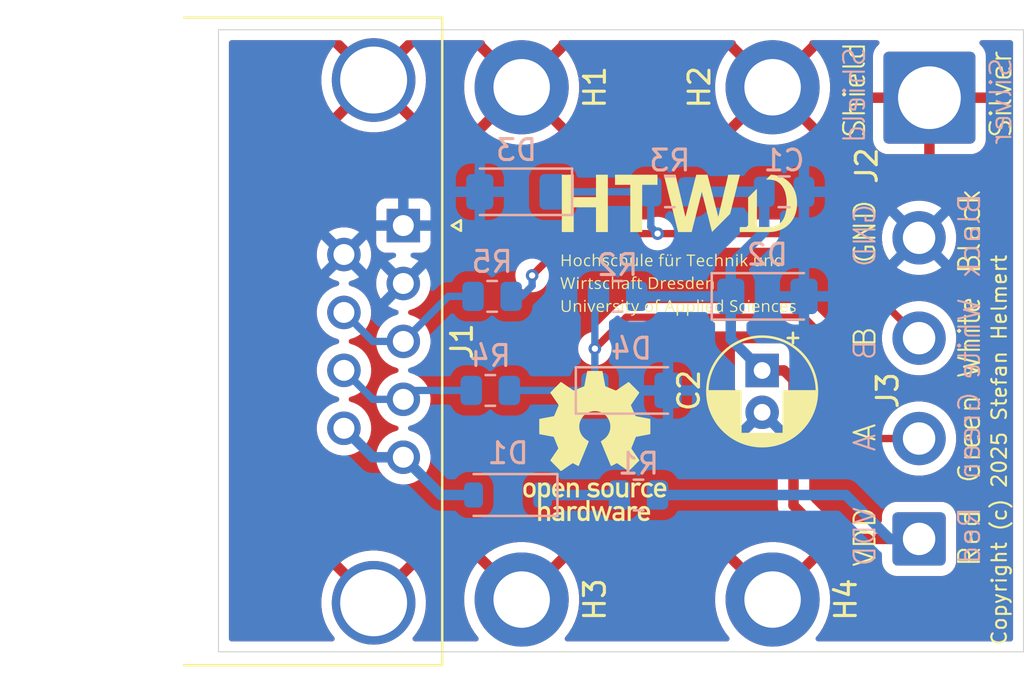
<source format=kicad_pcb>
(kicad_pcb (version 20241229) (generator "pcbnew") (generator_version "9.0")
  (layers (0 "F.Cu" signal) (2 "B.Cu" signal) (13 "F.Paste" user) (15 "B.Paste" user) (5 "F.SilkS" user "F.Silkscreen") (7 "B.SilkS" user "B.Silkscreen") (1 "F.Mask" user) (3 "B.Mask" user) (25 "Edge.Cuts" user))
  (net 0 "")
  (net 1 "GND")
  (net 2 "VDD")
  (net 3 "/Vdcp")
  (net 4 "VDC")
  (net 5 "/B_enc")
  (net 6 "/A_enc")
  (net 7 "/B")
  (net 8 "/A")
  (net 9 "/Shield")
  (footprint "MountingHole:MountingHole_2.7mm_M2.5_ISO14580_Pad_TopBottom" (layer "F.Cu") (at 81 71.5)
    (property "Reference" "H3")
    (property "Value" "MountingHole_Pad")
  )
  (footprint "MountingHole:MountingHole_2.7mm_M2.5_ISO14580_Pad_TopBottom" (layer "F.Cu") (at 81 47)
    (property "Reference" "H1")
    (property "Value" "MountingHole_Pad")
  )
  (footprint "Connector_Wire:SolderWire-2.5sqmm_1x01_D2.4mm_OD4.4mm" (layer "F.Cu") (at 100.5 47.5 90)
    (property "Reference" "J2")
    (property "Value" "Conn_01x01")
  )
  (footprint "MountingHole:MountingHole_2.7mm_M2.5_ISO14580_Pad_TopBottom" (layer "F.Cu") (at 93 47)
    (property "Reference" "H2")
    (property "Value" "MountingHole_Pad")
  )
  (footprint "Capacitor_THT:CP_Radial_D5.0mm_P2.00mm" (layer "F.Cu") (at 92.5 60.544888 -90)
    (property "Reference" "C2")
    (property "Value" "22u")
  )
  (footprint "Connector_Dsub:DSUB-9_Pins_Horizontal_P2.77x2.84mm_EdgePinOffset7.70mm_Housed_MountingHolesOffset9.12mm" (layer "F.Cu") (at 75.34 53.615 -90)
    (property "Reference" "J1")
    (property "Value" "DE9_Plug_MountingHoles")
  )
  (footprint "Connector_Wire:SolderWire-0.75sqmm_1x04_P4.8mm_D1.25mm_OD2.3mm" (layer "F.Cu") (at 100.005 68.6 90)
    (property "Reference" "J3")
    (property "Value" "Conn_01x04")
  )
  (footprint "MountingHole:MountingHole_2.7mm_M2.5_ISO14580_Pad_TopBottom" (layer "F.Cu") (at 93 71.5)
    (property "Reference" "H4")
    (property "Value" "MountingHole_Pad")
  )
  (footprint "Resistor_SMD:R_0805_2012Metric" (layer "B.Cu") (at 85.5875 57)
    (property "Reference" "R2")
    (property "Value" "10k")
  )
  (footprint "Diode_SMD:D_SOD-123" (layer "B.Cu") (at 80.35 66.5 180)
    (property "Reference" "D1")
    (property "Value" "1N4148W")
  )
  (footprint "Diode_SMD:D_MiniMELF" (layer "B.Cu") (at 86.25 61.5)
    (property "Reference" "D4")
    (property "Value" "BZV55B24")
  )
  (footprint "Resistor_SMD:R_0805_2012Metric" (layer "B.Cu") (at 86.5875 66.5)
    (property "Reference" "R1")
    (property "Value" "22")
  )
  (footprint "Resistor_SMD:R_0805_2012Metric" (layer "B.Cu") (at 88.0875 52)
    (property "Reference" "R3")
    (property "Value" "10k")
  )
  (footprint "Resistor_SMD:R_0805_2012Metric" (layer "B.Cu") (at 79.5875 57 180)
    (property "Reference" "R5")
    (property "Value" "10k")
  )
  (footprint "Diode_SMD:D_MiniMELF" (layer "B.Cu") (at 80.75 52 180)
    (property "Reference" "D3")
    (property "Value" "BZV55B24")
  )
  (footprint "Capacitor_SMD:C_0805_2012Metric" (layer "B.Cu") (at 93.55 52)
    (property "Reference" "C1")
    (property "Value" "100n")
  )
  (footprint "Resistor_SMD:R_0805_2012Metric" (layer "B.Cu") (at 79.5 61.5 180)
    (property "Reference" "R4")
    (property "Value" "10k")
  )
  (footprint "Diode_SMD:D_MiniMELF" (layer "B.Cu") (at 92.75 57)
    (property "Reference" "D2")
    (property "Value" "BZV55B24")
  )
  (gr_poly (pts (xy 87.860135 56.220785) (xy 87.863316 56.220841) (xy 87.866534 56.220934) (xy 87.86979 56.221064) (xy 87.876413 56.221436) (xy 87.883184 56.221957) (xy 87.886683 56.222273) (xy 87.890043 56.222626) (xy 87.893272 56.223017) (xy 87.89638 56.223445) (xy 87.899377 56.22391) (xy 87.902271 56.224412) (xy 87.905073 56.224952) (xy 87.90779 56.225528) (xy 87.899853 56.284266) (xy 87.897155 56.283557) (xy 87.894415 56.282914) (xy 87.891628 56.282326) (xy 87.88879 56.281785) (xy 87.885896 56.281281) (xy 87.882942 56.280806) (xy 87.876834 56.2799) (xy 87.873728 56.279621) (xy 87.870664 56.279379) (xy 87.867647 56.279175) (xy 87.86468 56.279007) (xy 87.86177 56.278877) (xy 87.858919 56.278784) (xy 87.856134 56.278729) (xy 87.853419 56.27871) (xy 87.850233 56.278752) (xy 87.847075 56.278877) (xy 87.843945 56.279084) (xy 87.840843 56.279374) (xy 87.837769 56.279745) (xy 87.834722 56.280196) (xy 87.831704 56.280728) (xy 87.828713 56.281339) (xy 87.825751 56.28203) (xy 87.822816 56.282799) (xy 87.819909 56.283646) (xy 87.81703 56.28457) (xy 87.814179 56.285571) (xy 87.811356 56.286648) (xy 87.808561 56.287801) (xy 87.805794 56.289029) (xy 87.802989 56.290327) (xy 87.800231 56.29169) (xy 87.79752 56.29312) (xy 87.794855 56.294616) (xy 87.792236 56.29618) (xy 87.789664 56.297812) (xy 87.787139 56.299512) (xy 87.78466 56.301282) (xy 87.782228 56.303122) (xy 87.779842 56.305031) (xy 87.777502 56.307012) (xy 87.775209 56.309065) (xy 87.772963 56.311189) (xy 87.770763 56.313386) (xy 87.76861 56.315656) (xy 87.766503 56.318001) (xy 87.764447 56.32034) (xy 87.762447 56.322745) (xy 87.760503 56.325214) (xy 87.758615 56.327749) (xy 87.756783 56.330349) (xy 87.755006 56.333014) (xy 87.753285 56.335744) (xy 87.75162 56.338539) (xy 87.750011 56.341399) (xy 87.748458 56.344325) (xy 87.74696 56.347315) (xy 87.745518 56.350371) (xy 87.744132 56.353492) (xy 87.742802 56.356677) (xy 87.741528 56.359928) (xy 87.740309 56.363244) (xy 87.739156 56.366616) (xy 87.738077 56.370034) (xy 87.737072 56.373497) (xy 87.736142 56.377005) (xy 87.734505 56.384153) (xy 87.733165 56.391472) (xy 87.732123 56.39896) (xy 87.731379 56.406609) (xy 87.730933 56.414417) (xy 87.730784 56.422379) (xy 87.730784 56.646613) (xy 87.666887 56.646613) (xy 87.666887 56.228307) (xy 87.719672 56.228307) (xy 87.726418 56.305301) (xy 87.729197 56.305301) (xy 87.732546 56.299553) (xy 87.736049 56.293921) (xy 87.73971 56.288411) (xy 87.743533 56.283026) (xy 87.747525 56.277771) (xy 87.749584 56.275194) (xy 87.751688 56.272651) (xy 87.753836 56.270144) (xy 87.756028 56.267671) (xy 87.758266 56.265235) (xy 87.760549 56.262835) (xy 87.762875 56.260482) (xy 87.765239 56.258185) (xy 87.767643 56.255945) (xy 87.770087 56.253762) (xy 87.772573 56.251638) (xy 87.775102 56.249573) (xy 87.777675 56.247567) (xy 87.780294 56.24562) (xy 87.782959 56.243734) (xy 87.785672 56.24191) (xy 87.788434 56.240147) (xy 87.791245 56.238446) (xy 87.794108 56.236807) (xy 87.797023 56.235233) (xy 87.799992 56.233722) (xy 87.803016 56.232275) (xy 87.806085 56.230903) (xy 87.809193 56.229616) (xy 87.812338 56.228413) (xy 87.815523 56.227296) (xy 87.818748 56.226265) (xy 87.822012 56.22532) (xy 87.825317 56.224463) (xy 87.828664 56.223693) (xy 87.832052 56.223012) (xy 87.835483 56.22242) (xy 87.838956 56.221917) (xy 87.842474 56.221504) (xy 87.846035 56.221182) (xy 87.849641 56.220952) (xy 87.853293 56.220813) (xy 87.85699 56.220767)) (stroke (width -0.000001)) (fill yes) (layer "F.SilkS"))
  (gr_poly (pts (xy 87.49385 51.666229) (xy 86.763997 51.666229) (xy 86.763997 53.925241) (xy 86.193688 53.925241) (xy 86.193688 51.666229) (xy 85.463835 51.666229) (xy 85.463835 51.182438) (xy 87.49385 51.182438)) (stroke (width -0.000001)) (fill yes) (layer "F.SilkS"))
  (gr_poly (pts (xy 90.96773 55.131091) (xy 90.976612 55.131523) (xy 90.985215 55.132242) (xy 90.993536 55.133248) (xy 91.001577 55.13454) (xy 91.009335 55.136117) (xy 91.01681 55.137979) (xy 91.024003 55.140125) (xy 91.030912 55.142555) (xy 91.037536 55.145268) (xy 91.043876 55.148264) (xy 91.04993 55.151541) (xy 91.055698 55.1551) (xy 91.06118 55.15894) (xy 91.066374 55.16306) (xy 91.07128 55.16746) (xy 91.075894 55.172241) (xy 91.08021 55.177358) (xy 91.084228 55.18281) (xy 91.087949 55.188599) (xy 91.091372 55.194726) (xy 91.094497 55.20119) (xy 91.097325 55.207993) (xy 91.099855 55.215134) (xy 91.102087 55.222615) (xy 91.104022 55.230436) (xy 91.105659 55.238598) (xy 91.106999 55.247101) (xy 91.108041 55.255946) (xy 91.108785 55.265134) (xy 91.109231 55.274664) (xy 91.10938 55.284538) (xy 91.10938 55.557191) (xy 91.046675 55.557191) (xy 91.046675 55.288903) (xy 91.046581 55.282462) (xy 91.046302 55.276232) (xy 91.045835 55.270213) (xy 91.04518 55.264402) (xy 91.044337 55.258799) (xy 91.043305 55.253401) (xy 91.042084 55.248206) (xy 91.040672 55.243213) (xy 91.03907 55.23842) (xy 91.037276 55.233825) (xy 91.035291 55.229427) (xy 91.033113 55.225223) (xy 91.030742 55.221213) (xy 91.028178 55.217393) (xy 91.025419 55.213763) (xy 91.022466 55.210321) (xy 91.019391 55.207219) (xy 91.016121 55.204313) (xy 91.012654 55.201604) (xy 91.00899 55.199091) (xy 91.005129 55.196776) (xy 91.001069 55.19466) (xy 90.99681 55.192742) (xy 90.992352 55.191023) (xy 90.987694 55.189505) (xy 90.982836 55.188187) (xy 90.977776 55.18707) (xy 90.972515 55.186156) (xy 90.967051 55.185443) (xy 90.961385 55.184933) (xy 90.955515 55.184627) (xy 90.949441 55.184525) (xy 90.940897 55.184678) (xy 90.932679 55.185139) (xy 90.924787 55.185906) (xy 90.91722 55.18698) (xy 90.909978 55.188362) (xy 90.903062 55.19005) (xy 90.896472 55.192045) (xy 90.890207 55.194347) (xy 90.887197 55.195613) (xy 90.884268 55.196956) (xy 90.881421 55.198376) (xy 90.878655 55.199872) (xy 90.87597 55.201446) (xy 90.873367 55.203095) (xy 90.870845 55.204822) (xy 90.868404 55.206625) (xy 90.866045 55.208506) (xy 90.863767 55.210462) (xy 90.861571 55.212496) (xy 90.859456 55.214606) (xy 90.857423 55.216793) (xy 90.85547 55.219057) (xy 90.8536 55.221398) (xy 90.85181 55.223815) (xy 90.84842 55.228931) (xy 90.845244 55.23431) (xy 90.842283 55.239952) (xy 90.839538 55.24586) (xy 90.837009 55.252036) (xy 90.834697 55.258481) (xy 90.832602 55.265196) (xy 90.830726 55.272185) (xy 90.829068 55.279447) (xy 90.827629 55.286986) (xy 90.82641 55.294803) (xy 90.825411 55.302899) (xy 90.824633 55.311277) (xy 90.824077 55.319938) (xy 90.823743 55.328884) (xy 90.823631 55.338116) (xy 90.823631 55.557191) (xy 90.760132 55.557191) (xy 90.760132 55.138884) (xy 90.811328 55.138884) (xy 90.820853 55.19921) (xy 90.824425 55.19921) (xy 90.826159 55.19648) (xy 90.827942 55.193798) (xy 90.829774 55.191164) (xy 90.831655 55.188581) (xy 90.833588 55.186049) (xy 90.835573 55.183569) (xy 90.837611 55.181143) (xy 90.839704 55.178771) (xy 90.841853 55.176455) (xy 90.844059 55.174196) (xy 90.846323 55.171995) (xy 90.848647 55.169853) (xy 90.851031 55.167772) (xy 90.853476 55.165753) (xy 90.855984 55.163796) (xy 90.858557 55.161904) (xy 90.86111 55.160001) (xy 90.863709 55.158164) (xy 90.866353 55.15639) (xy 90.869042 55.154679) (xy 90.871776 55.153032) (xy 90.874553 55.151446) (xy 90.877373 55.149922) (xy 90.880235 55.148459) (xy 90.88314 55.147057) (xy 90.886086 55.145715) (xy 90.889072 55.144431) (xy 90.892098 55.143207) (xy 90.895164 55.14204) (xy 90.898269 55.140932) (xy 90.901413 55.13988) (xy 90.904594 55.138884) (xy 90.911048 55.137062) (xy 90.917604 55.135468) (xy 90.924253 55.134106) (xy 90.930985 55.132982) (xy 90.937793 55.132099) (xy 90.944665 55.131462) (xy 90.951593 55.131077) (xy 90.958568 55.130947)) (stroke (width -0.000001)) (fill yes) (layer "F.SilkS"))
  (gr_poly (pts (xy 91.327265 55.557191) (xy 91.263766 55.557191) (xy 91.263766 55.138884) (xy 91.327265 55.138884)) (stroke (width -0.000001)) (fill yes) (layer "F.SilkS"))
  (gr_poly (pts (xy 88.611624 56.219688) (xy 88.620783 56.220028) (xy 88.629801 56.220601) (xy 88.638685 56.221411) (xy 88.647439 56.222462) (xy 88.656067 56.223761) (xy 88.664574 56.22531) (xy 88.672965 56.227116) (xy 88.681094 56.228994) (xy 88.689107 56.231053) (xy 88.696999 56.23329) (xy 88.704765 56.235698) (xy 88.712401 56.238274) (xy 88.719902 56.241013) (xy 88.727264 56.243909) (xy 88.734481 56.24696) (xy 88.71305 56.29776) (xy 88.706578 56.295119) (xy 88.699966 56.292557) (xy 88.693224 56.290078) (xy 88.68636 56.287689) (xy 88.679386 56.285392) (xy 88.672309 56.283193) (xy 88.665138 56.281096) (xy 88.657885 56.279106) (xy 88.650556 56.277301) (xy 88.643163 56.275751) (xy 88.635714 56.274453) (xy 88.628218 56.273401) (xy 88.620685 56.272591) (xy 88.613125 56.272018) (xy 88.605545 56.271678) (xy 88.597956 56.271566) (xy 88.592529 56.271622) (xy 88.58726 56.271789) (xy 88.582151 56.272068) (xy 88.577201 56.272459) (xy 88.572412 56.272961) (xy 88.567784 56.273575) (xy 88.563318 56.2743) (xy 88.559013 56.275138) (xy 88.554872 56.276086) (xy 88.550894 56.277147) (xy 88.547079 56.278319) (xy 88.54343 56.279602) (xy 88.539945 56.280998) (xy 88.536626 56.282504) (xy 88.533474 56.284123) (xy 88.530488 56.285853) (xy 88.527674 56.287685) (xy 88.525038 56.28961) (xy 88.522579 56.291624) (xy 88.520299 56.293729) (xy 88.518198 56.295921) (xy 88.516277 56.298201) (xy 88.514536 56.300567) (xy 88.512976 56.303018) (xy 88.511597 56.305553) (xy 88.5104 56.30817) (xy 88.509386 56.310868) (xy 88.508555 56.313647) (xy 88.507907 56.316505) (xy 88.507444 56.31944) (xy 88.507166 56.322453) (xy 88.507073 56.325541) (xy 88.507114 56.327968) (xy 88.50724 56.33034) (xy 88.507449 56.332657) (xy 88.507742 56.334917) (xy 88.508119 56.337121) (xy 88.50858 56.33927) (xy 88.509124 56.341363) (xy 88.509752 56.3434) (xy 88.510463 56.345381) (xy 88.511259 56.347307) (xy 88.512138 56.349176) (xy 88.5131 56.35099) (xy 88.514147 56.352748) (xy 88.515277 56.354451) (xy 88.516491 56.356097) (xy 88.517788 56.357688) (xy 88.519183 56.359311) (xy 88.520689 56.360908) (xy 88.522304 56.362481) (xy 88.524027 56.364031) (xy 88.525857 56.365561) (xy 88.527793 56.367071) (xy 88.529833 56.368563) (xy 88.531977 56.37004) (xy 88.534223 56.371503) (xy 88.53657 56.372954) (xy 88.539018 56.374394) (xy 88.541564 56.375826) (xy 88.546948 56.37867) (xy 88.552713 56.3815) (xy 88.565587 56.387149) (xy 88.580395 56.393357) (xy 88.597138 56.400085) (xy 88.615817 56.407297) (xy 88.625472 56.410887) (xy 88.634792 56.414515) (xy 88.643778 56.41818) (xy 88.652429 56.421882) (xy 88.660744 56.425621) (xy 88.668725 56.429398) (xy 88.676371 56.433211) (xy 88.683682 56.437062) (xy 88.687203 56.43902) (xy 88.690621 56.441026) (xy 88.693938 56.443079) (xy 88.697151 56.44518) (xy 88.700263 56.44733) (xy 88.703272 56.449529) (xy 88.706179 56.451779) (xy 88.708983 56.454079) (xy 88.711685 56.45643) (xy 88.714285 56.458833) (xy 88.716783 56.461288) (xy 88.719178 56.463796) (xy 88.721471 56.466357) (xy 88.723661 56.468973) (xy 88.725749 56.471643) (xy 88.727735 56.474369) (xy 88.72961 56.477169) (xy 88.731363 56.480062) (xy 88.732995 56.48305) (xy 88.734507 56.486132) (xy 88.735898 56.48931) (xy 88.737167 56.492584) (xy 88.738316 56.495954) (xy 88.739344 56.499421) (xy 88.740251 56.502986) (xy 88.741037 56.50665) (xy 88.741702 56.510412) (xy 88.742246 56.514273) (xy 88.742669 56.518235) (xy 88.742972 56.522297) (xy 88.743153 56.52646) (xy 88.743213 56.530725) (xy 88.743134 56.53573) (xy 88.742897 56.540624) (xy 88.742502 56.545408) (xy 88.741948 56.550085) (xy 88.741237 56.554655) (xy 88.740367 56.559118) (xy 88.739339 56.563478) (xy 88.738153 56.567733) (xy 88.736809 56.571887) (xy 88.735307 56.575939) (xy 88.733647 56.579891) (xy 88.731828 56.583745) (xy 88.729852 56.587501) (xy 88.727717 56.59116) (xy 88.725424 56.594724) (xy 88.722973 56.598194) (xy 88.720447 56.601496) (xy 88.717783 56.604703) (xy 88.714978 56.607816) (xy 88.712034 56.610832) (xy 88.708951 56.61375) (xy 88.705728 56.616569) (xy 88.702365 56.619289) (xy 88.698863 56.621907) (xy 88.695221 56.624423) (xy 88.69144 56.626835) (xy 88.687519 56.629143) (xy 88.683459 56.631345) (xy 88.679259 56.63344) (xy 88.67492 56.635427) (xy 88.670441 56.637304) (xy 88.665823 56.639072) (xy 88.661083 56.640732) (xy 88.65624 56.642289) (xy 88.651293 56.643743) (xy 88.646239 56.645093) (xy 88.635811 56.647478) (xy 88.624945 56.64944) (xy 88.613632 56.650974) (xy 88.601864 56.652076) (xy 88.58963 56.65274) (xy 88.576923 56.652962) (xy 88.566226 56.652868) (xy 88.55587 56.652578) (xy 88.545857 56.652083) (xy 88.536193 56.651375) (xy 88.526883 56.650443) (xy 88.517931 56.649279) (xy 88.509341 56.647873) (xy 88.501119 56.646216) (xy 88.493327 56.644354) (xy 88.485734 56.64234) (xy 88.478356 56.640167) (xy 88.471205 56.637832) (xy 88.464296 56.635329) (xy 88.457643 56.632654) (xy 88.45126 56.629802) (xy 88.448174 56.628308) (xy 88.44516 56.626769) (xy 88.44516 56.568428) (xy 88.451709 56.571647) (xy 88.458561 56.574759) (xy 88.465719 56.577769) (xy 88.473189 56.580682) (xy 88.480975 56.583501) (xy 88.489082 56.586232) (xy 88.497515 56.588879) (xy 88.506278 56.591447) (xy 88.515227 56.593827) (xy 88.524212 56.595906) (xy 88.533235 56.597677) (xy 88.542295 56.599136) (xy 88.551392 56.60028) (xy 88.560527 56.601102) (xy 88.569698 56.601599) (xy 88.578907 56.601766) (xy 88.585562 56.601696) (xy 88.591985 56.601487) (xy 88.598175 56.60114) (xy 88.604133 56.600655) (xy 88.609858 56.600033) (xy 88.615351 56.599275) (xy 88.620611 56.59838) (xy 88.625638 56.59735) (xy 88.630434 56.596185) (xy 88.634996 56.594886) (xy 88.639326 56.593453) (xy 88.643424 56.591887) (xy 88.647288 56.590188) (xy 88.650921 56.588357) (xy 88.654321 56.586395) (xy 88.657488 56.584302) (xy 88.660376 56.582093) (xy 88.663086 56.579782) (xy 88.665617 56.577368) (xy 88.667968 56.574852) (xy 88.670137 56.572234) (xy 88.672124 56.569513) (xy 88.673927 56.56669) (xy 88.675546 56.563765) (xy 88.676978 56.560737) (xy 88.678223 56.557607) (xy 88.67928 56.554374) (xy 88.680147 56.55104) (xy 88.680824 56.547603) (xy 88.681308 56.544063) (xy 88.6816 56.540422) (xy 88.681697 56.536678) (xy 88.68166 56.534604) (xy 88.681549 56.532549) (xy 88.681363 56.530516) (xy 88.681102 56.528505) (xy 88.680767 56.526517) (xy 88.680358 56.524553) (xy 88.679874 56.522615) (xy 88.679316 56.520704) (xy 88.678684 56.518821) (xy 88.677977 56.516966) (xy 88.677195 56.515142) (xy 88.676339 56.513349) (xy 88.675409 56.511589) (xy 88.674405 56.509863) (xy 88.673325 56.508171) (xy 88.672172 56.506516) (xy 88.67093 56.504883) (xy 88.669585 56.503259) (xy 88.668137 56.501644) (xy 88.666585 56.500036) (xy 88.664928 56.498434) (xy 88.663165 56.49684) (xy 88.661297 56.495251) (xy 88.659323 56.493667) (xy 88.657241 56.492088) (xy 88.655053 56.490513) (xy 88.652755 56.488941) (xy 88.65035 56.487373) (xy 88.647835 56.485806) (xy 88.64521 56.484242) (xy 88.642474 56.482678) (xy 88.639628 56.481116) (xy 88.633694 56.477953) (xy 88.627201 56.474716) (xy 88.62015 56.471404) (xy 88.612541 56.468019) (xy 88.604374 56.464558) (xy 88.595649 56.461024) (xy 88.586366 56.457415) (xy 88.576525 56.453731) (xy 88.56659 56.449993) (xy 88.557022 56.446228) (xy 88.547818 56.442443) (xy 88.538971 56.43865) (xy 88.530478 56.434856) (xy 88.522333 56.431072) (xy 88.514533 56.427307) (xy 88.507072 56.423569) (xy 88.503481 56.421611) (xy 88.500001 56.419607) (xy 88.49663 56.417556) (xy 88.493367 56.415458) (xy 88.490211 56.413314) (xy 88.487161 56.411123) (xy 88.484216 56.408886) (xy 88.481374 56.406603) (xy 88.478635 56.404273) (xy 88.475996 56.401896) (xy 88.473458 56.399473) (xy 88.471018 56.397003) (xy 88.468676 56.394487) (xy 88.466431 56.391924) (xy 88.464281 56.389315) (xy 88.462225 56.38666) (xy 88.460281 56.383925) (xy 88.458466 56.38108) (xy 88.456781 56.378126) (xy 88.455224 56.375063) (xy 88.453795 56.371894) (xy 88.452493 56.368619) (xy 88.451318 56.365239) (xy 88.450269 56.361756) (xy 88.449346 56.35817) (xy 88.448548 56.354483) (xy 88.447874 56.350697) (xy 88.447324 56.346811) (xy 88.446897 56.342828) (xy 88.446593 56.338748) (xy 88.446411 56.334573) (xy 88.44635 56.330304) (xy 88.446518 56.323778) (xy 88.44702 56.317448) (xy 88.447857 56.311311) (xy 88.449029 56.305369) (xy 88.449741 56.30247) (xy 88.450536 56.299619) (xy 88.451415 56.296816) (xy 88.452378 56.294061) (xy 88.453424 56.291355) (xy 88.454554 56.288696) (xy 88.455768 56.286085) (xy 88.457066 56.283522) (xy 88.458447 56.281006) (xy 88.459912 56.278538) (xy 88.461461 56.276118) (xy 88.463093 56.273745) (xy 88.464809 56.271419) (xy 88.466609 56.269141) (xy 88.468493 56.26691) (xy 88.47046 56.264726) (xy 88.472511 56.262589) (xy 88.474646 56.260499) (xy 88.479167 56.256461) (xy 88.484022 56.252609) (xy 88.489212 56.248944) (xy 88.494673 56.245484) (xy 88.50034 56.242245) (xy 88.506215 56.239228) (xy 88.5123 56.23643) (xy 88.518596 56.233851) (xy 88.525106 56.231489) (xy 88.531831 56.229344) (xy 88.538772 56.227413) (xy 88.545933 56.225697) (xy 88.553313 56.224193) (xy 88.560916 56.222901) (xy 88.568743 56.22182) (xy 88.576795 56.220948) (xy 88.585074 56.220284) (xy 88.593583 56.219827) (xy 88.602322 56.219575)) (stroke (width -0.000001)) (fill yes) (layer "F.SilkS"))
  (gr_poly (pts (xy 86.413145 67.022722) (xy 86.423609 67.023449) (xy 86.43386 67.024644) (xy 86.443906 67.026297) (xy 86.453756 67.028395) (xy 86.463418 67.030924) (xy 86.472899 67.033874) (xy 86.482208 67.037231) (xy 86.491352 67.040984) (xy 86.500341 67.045119) (xy 86.509182 67.049626) (xy 86.517882 67.05449) (xy 86.526451 67.059701) (xy 86.534896 67.065245) (xy 86.543226 67.071111) (xy 86.551448 67.077286) (xy 86.447427 67.200992) (xy 86.441212 67.196417) (xy 86.435195 67.192198) (xy 86.429344 67.188326) (xy 86.423625 67.184793) (xy 86.418005 67.18159) (xy 86.412451 67.178709) (xy 86.40693 67.176142) (xy 86.401409 67.173881) (xy 86.395854 67.171916) (xy 86.390232 67.170241) (xy 86.384511 67.168846) (xy 86.378657 67.167724) (xy 86.372636 67.166865) (xy 86.366417 67.166262) (xy 86.359965 67.165906) (xy 86.353248 67.165789) (xy 86.340096 67.166321) (xy 86.327078 67.167928) (xy 86.314292 67.170632) (xy 86.301838 67.174452) (xy 86.295766 67.176787) (xy 86.289813 67.179409) (xy 86.283993 67.18232) (xy 86.278317 67.185523) (xy 86.272798 67.189021) (xy 86.267447 67.192815) (xy 86.262279 67.196909) (xy 86.257304 67.201305) (xy 86.252535 67.206005) (xy 86.247984 67.211012) (xy 86.243664 67.216329) (xy 86.239587 67.221958) (xy 86.235765 67.227902) (xy 86.232211 67.234163) (xy 86.228937 67.240744) (xy 86.225955 67.247647) (xy 86.223278 67.254874) (xy 86.220918 67.262429) (xy 86.218887 67.270314) (xy 86.217198 67.278532) (xy 86.215863 67.287084) (xy 86.214894 67.295974) (xy 86.214303 67.305204) (xy 86.214104 67.314776) (xy 86.214104 67.74352) (xy 86.070792 67.74352) (xy 86.070792 67.03093) (xy 86.214104 67.03093) (xy 86.214104 67.106813) (xy 86.216961 67.106813) (xy 86.225621 67.096605) (xy 86.23473 67.087055) (xy 86.244275 67.078162) (xy 86.254245 67.069928) (xy 86.264626 67.062351) (xy 86.275407 67.055433) (xy 86.286575 67.049173) (xy 86.298117 67.043571) (xy 86.310022 67.038628) (xy 86.322277 67.034344) (xy 86.334869 67.030719) (xy 86.347787 67.027752) (xy 86.361017 67.025445) (xy 86.374548 67.023796) (xy 86.388366 67.022807) (xy 86.40246 67.022477)) (stroke (width -0.000001)) (fill yes) (layer "F.SilkS"))
  (gr_poly (pts (xy 84.65956 56.220879) (xy 84.668758 56.221219) (xy 84.677825 56.221792) (xy 84.686754 56.222602) (xy 84.695533 56.223654) (xy 84.704154 56.224952) (xy 84.712608 56.226502) (xy 84.720885 56.228307) (xy 84.729014 56.230185) (xy 84.737026 56.232245) (xy 84.744918 56.234481) (xy 84.752684 56.236889) (xy 84.76032 56.239465) (xy 84.767821 56.242204) (xy 84.775183 56.2451) (xy 84.7824 56.248151) (xy 84.760969 56.298951) (xy 84.754497 56.29631) (xy 84.747885 56.293748) (xy 84.741143 56.29127) (xy 84.734279 56.28888) (xy 84.727305 56.286583) (xy 84.720228 56.284384) (xy 84.713057 56.282287) (xy 84.705804 56.280298) (xy 84.698475 56.278492) (xy 84.691082 56.276943) (xy 84.683633 56.275644) (xy 84.676137 56.274592) (xy 84.668604 56.273782) (xy 84.661044 56.27321) (xy 84.653464 56.272869) (xy 84.645876 56.272757) (xy 84.640448 56.272813) (xy 84.635179 56.27298) (xy 84.63007 56.273259) (xy 84.62512 56.27365) (xy 84.620331 56.274152) (xy 84.615703 56.274766) (xy 84.611237 56.275492) (xy 84.606932 56.276329) (xy 84.602791 56.277277) (xy 84.598813 56.278338) (xy 84.594998 56.27951) (xy 84.591349 56.280793) (xy 84.587864 56.282189) (xy 84.584545 56.283696) (xy 84.581393 56.285314) (xy 84.578407 56.287044) (xy 84.575593 56.288877) (xy 84.572957 56.290801) (xy 84.570498 56.292816) (xy 84.568218 56.29492) (xy 84.566117 56.297113) (xy 84.564196 56.299392) (xy 84.562455 56.301758) (xy 84.560895 56.304209) (xy 84.559516 56.306744) (xy 84.558319 56.309361) (xy 84.557305 56.312059) (xy 84.556473 56.314838) (xy 84.555826 56.317696) (xy 84.555363 56.320632) (xy 84.555084 56.323644) (xy 84.554991 56.326732) (xy 84.555033 56.329155) (xy 84.555159 56.331515) (xy 84.555368 56.333814) (xy 84.555661 56.336052) (xy 84.556038 56.338232) (xy 84.556498 56.340356) (xy 84.557042 56.342426) (xy 84.55767 56.344442) (xy 84.558382 56.346407) (xy 84.559177 56.348323) (xy 84.560056 56.350191) (xy 84.561019 56.352014) (xy 84.562065 56.353792) (xy 84.563195 56.355527) (xy 84.564409 56.357222) (xy 84.565707 56.358878) (xy 84.567102 56.360502) (xy 84.568607 56.362099) (xy 84.570222 56.363672) (xy 84.571945 56.365222) (xy 84.573775 56.366752) (xy 84.575711 56.368262) (xy 84.577751 56.369754) (xy 84.579895 56.371231) (xy 84.582141 56.372694) (xy 84.584488 56.374145) (xy 84.586936 56.375586) (xy 84.589482 56.377017) (xy 84.594866 56.379861) (xy 84.600632 56.382691) (xy 84.613735 56.38834) (xy 84.628661 56.394548) (xy 84.645447 56.401276) (xy 84.664132 56.408488) (xy 84.673787 56.412079) (xy 84.683107 56.415706) (xy 84.692093 56.419371) (xy 84.700743 56.423073) (xy 84.709059 56.426813) (xy 84.71704 56.430589) (xy 84.724686 56.434403) (xy 84.731997 56.438253) (xy 84.735518 56.440212) (xy 84.738936 56.442217) (xy 84.742252 56.44427) (xy 84.745466 56.446371) (xy 84.748578 56.448521) (xy 84.751587 56.45072) (xy 84.754494 56.45297) (xy 84.757298 56.45527) (xy 84.76 56.457621) (xy 84.7626 56.460024) (xy 84.765098 56.462479) (xy 84.767493 56.464987) (xy 84.769786 56.467549) (xy 84.771976 56.470164) (xy 84.774064 56.472835) (xy 84.77605 56.47556) (xy 84.777925 56.47836) (xy 84.779678 56.481253) (xy 84.781311 56.484241) (xy 84.782822 56.487323) (xy 84.784213 56.490501) (xy 84.785482 56.493775) (xy 84.786631 56.497145) (xy 84.787659 56.500612) (xy 84.788566 56.504177) (xy 84.789352 56.507841) (xy 84.790017 56.511603) (xy 84.790561 56.515464) (xy 84.790984 56.519426) (xy 84.791287 56.523488) (xy 84.791468 56.527651) (xy 84.791529 56.531916) (xy 84.791454 56.53692) (xy 84.791229 56.541815) (xy 84.790854 56.546599) (xy 84.790325 56.551276) (xy 84.789644 56.555846) (xy 84.788808 56.56031) (xy 84.787816 56.564669) (xy 84.786667 56.568924) (xy 84.78536 56.573078) (xy 84.783893 56.57713) (xy 84.782266 56.581082) (xy 84.780478 56.584936) (xy 84.778527 56.588692) (xy 84.776412 56.592351) (xy 84.774131 56.595915) (xy 84.771685 56.599385) (xy 84.769155 56.602687) (xy 84.766478 56.605894) (xy 84.763656 56.609007) (xy 84.76069 56.612023) (xy 84.757582 56.614941) (xy 84.754335 56.61776) (xy 84.750948 56.62048) (xy 84.747426 56.623098) (xy 84.743768 56.625614) (xy 84.739977 56.628027) (xy 84.736055 56.630334) (xy 84.732003 56.632536) (xy 84.727824 56.634631) (xy 84.723518 56.636618) (xy 84.719088 56.638496) (xy 84.714535 56.640263) (xy 84.709861 56.641923) (xy 84.705066 56.643479) (xy 84.700152 56.644929) (xy 84.695119 56.646272) (xy 84.689967 56.647505) (xy 84.684697 56.648627) (xy 84.679309 56.649637) (xy 84.673805 56.650532) (xy 84.668185 56.65131) (xy 84.662449 56.651971) (xy 84.656597 56.652512) (xy 84.650631 56.652932) (xy 84.644552 56.653228) (xy 84.638359 56.653399) (xy 84.625635 56.653359) (xy 84.614938 56.653265) (xy 84.604582 56.652975) (xy 84.594569 56.652481) (xy 84.584905 56.651772) (xy 84.575595 56.65084) (xy 84.566643 56.649676) (xy 84.558053 56.64827) (xy 84.549832 56.646613) (xy 84.542039 56.644752) (xy 84.534446 56.642737) (xy 84.527068 56.640564) (xy 84.519917 56.638229) (xy 84.513008 56.635726) (xy 84.506355 56.633051) (xy 84.499972 56.630199) (xy 84.496885 56.628705) (xy 84.493872 56.627166) (xy 84.493872 56.568825) (xy 84.500421 56.572045) (xy 84.507273 56.575157) (xy 84.514431 56.578167) (xy 84.521901 56.581079) (xy 84.529688 56.583898) (xy 84.537795 56.586629) (xy 84.546228 56.589276) (xy 84.554991 56.591844) (xy 84.563939 56.594225) (xy 84.572925 56.596303) (xy 84.581947 56.598074) (xy 84.591007 56.599533) (xy 84.600104 56.600677) (xy 84.609239 56.601499) (xy 84.61841 56.601996) (xy 84.627619 56.602163) (xy 84.634274 56.602093) (xy 84.640697 56.601884) (xy 84.646887 56.601537) (xy 84.652845 56.601053) (xy 84.65857 56.600431) (xy 84.664063 56.599672) (xy 84.669323 56.598777) (xy 84.674351 56.597747) (xy 84.679146 56.596582) (xy 84.683708 56.595283) (xy 84.688038 56.59385) (xy 84.692136 56.592284) (xy 84.696001 56.590585) (xy 84.699633 56.588755) (xy 84.703033 56.586793) (xy 84.7062 56.5847) (xy 84.709158 56.582491) (xy 84.711929 56.580179) (xy 84.714513 56.577766) (xy 84.71691 56.57525) (xy 84.719118 56.572631) (xy 84.721137 56.56991) (xy 84.722966 56.567087) (xy 84.724605 56.564162) (xy 84.726054 56.561134) (xy 84.727312 56.558004) (xy 84.728377 56.554772) (xy 84.72925 56.551437) (xy 84.72993 56.548) (xy 84.730417 56.544461) (xy 84.730709 56.540819) (xy 84.730807 56.537075) (xy 84.730765 56.535001) (xy 84.730641 56.532947) (xy 84.730435 56.530913) (xy 84.730149 56.528902) (xy 84.729785 56.526914) (xy 84.729342 56.52495) (xy 84.728822 56.523012) (xy 84.728227 56.521101) (xy 84.727558 56.519218) (xy 84.726815 56.517363) (xy 84.726 56.515539) (xy 84.725114 56.513747) (xy 84.724158 56.511986) (xy 84.723134 56.51026) (xy 84.722043 56.508568) (xy 84.720885 56.506913) (xy 84.719638 56.50528) (xy 84.718282 56.503657) (xy 84.716816 56.502041) (xy 84.715242 56.500433) (xy 84.713561 56.498832) (xy 84.711774 56.497237) (xy 84.709882 56.495648) (xy 84.707887 56.494064) (xy 84.70579 56.492485) (xy 84.703591 56.49091) (xy 84.701293 56.489339) (xy 84.698895 56.48777) (xy 84.693809 56.484639) (xy 84.688341 56.481513) (xy 84.682276 56.47835) (xy 84.675685 56.475113) (xy 84.668563 56.471802) (xy 84.660907 56.468416) (xy 84.652712 56.464955) (xy 84.643972 56.461421) (xy 84.634683 56.457812) (xy 84.624841 56.454128) (xy 84.614906 56.450391) (xy 84.605338 56.446625) (xy 84.596134 56.442841) (xy 84.587287 56.439047) (xy 84.578794 56.435254) (xy 84.570649 56.43147) (xy 84.562849 56.427704) (xy 84.555388 56.423966) (xy 84.551797 56.422008) (xy 84.548317 56.420004) (xy 84.544946 56.417953) (xy 84.541683 56.415855) (xy 84.538528 56.413711) (xy 84.535478 56.411521) (xy 84.532532 56.409284) (xy 84.52969 56.407) (xy 84.526951 56.40467) (xy 84.524312 56.402293) (xy 84.521774 56.39987) (xy 84.519334 56.397401) (xy 84.516993 56.394885) (xy 84.514747 56.392322) (xy 84.512597 56.389713) (xy 84.510541 56.387057) (xy 84.508597 56.384323) (xy 84.506782 56.381478) (xy 84.505097 56.378523) (xy 84.50354 56.375461) (xy 84.502111 56.372291) (xy 84.500809 56.369016) (xy 84.499634 56.365636) (xy 84.498585 56.362153) (xy 84.497662 56.358567) (xy 84.496864 56.354881) (xy 84.49619 56.351094) (xy 84.49564 56.347208) (xy 84.495213 56.343225) (xy 84.494909 56.339145) (xy 84.494727 56.33497) (xy 84.494666 56.330701) (xy 84.494834 56.324176) (xy 84.495336 56.317845) (xy 84.496173 56.311709) (xy 84.497345 56.305766) (xy 84.498057 56.302867) (xy 84.498852 56.300016) (xy 84.499731 56.297213) (xy 84.500694 56.294459) (xy 84.50174 56.291752) (xy 84.50287 56.289093) (xy 84.504084 56.286482) (xy 84.505382 56.283919) (xy 84.506763 56.281404) (xy 84.508228 56.278936) (xy 84.509777 56.276515) (xy 84.511409 56.274142) (xy 84.513125 56.271817) (xy 84.514925 56.269538) (xy 84.516809 56.267307) (xy 84.518776 56.265123) (xy 84.520827 56.262986) (xy 84.522962 56.260897) (xy 84.527483 56.256858) (xy 84.532338 56.253006) (xy 84.537529 56.249341) (xy 84.542993 56.245881) (xy 84.548671 56.242644) (xy 84.554562 56.23963) (xy 84.560665 56.23684) (xy 84.56698 56.234273) (xy 84.573505 56.231929) (xy 84.580242 56.229808) (xy 84.587188 56.22791) (xy 84.594343 56.226236) (xy 84.601707 56.224785) (xy 84.609279 56.223557) (xy 84.617059 56.222552) (xy 84.625045 56.221771) (xy 84.633238 56.221213) (xy 84.641637 56.220878) (xy 84.650241 56.220767)) (stroke (width -0.000001)) (fill yes) (layer "F.SilkS"))
  (gr_poly (pts (xy 91.617957 57.317425) (xy 91.625635 57.31771) (xy 91.633266 57.31819) (xy 91.640846 57.318869) (xy 91.648371 57.319754) (xy 91.655835 57.320848) (xy 91.663233 57.322155) (xy 91.670562 57.323682) (xy 91.677704 57.325357) (xy 91.684539 57.327111) (xy 91.691058 57.328949) (xy 91.697251 57.330875) (xy 91.70311 57.332894) (xy 91.708624 57.335011) (xy 91.711249 57.336107) (xy 91.713785 57.33723) (xy 91.71623 57.33838) (xy 91.718583 57.339556) (xy 91.699533 57.392738) (xy 91.694678 57.390822) (xy 91.689636 57.388949) (xy 91.684409 57.387122) (xy 91.678996 57.385346) (xy 91.673396 57.383626) (xy 91.667611 57.381966) (xy 91.661639 57.380372) (xy 91.655481 57.378847) (xy 91.649285 57.377452) (xy 91.643196 57.376242) (xy 91.63721 57.375219) (xy 91.631321 57.374382) (xy 91.625525 57.373731) (xy 91.619818 57.373266) (xy 91.614194 57.372987) (xy 91.608649 57.372894) (xy 91.603273 57.372968) (xy 91.598009 57.373191) (xy 91.592858 57.373561) (xy 91.58782 57.374078) (xy 91.582896 57.374742) (xy 91.578086 57.375552) (xy 91.573392 57.376507) (xy 91.568813 57.377607) (xy 91.564351 57.378851) (xy 91.560005 57.380238) (xy 91.555777 57.381769) (xy 91.551667 57.383442) (xy 91.547675 57.385257) (xy 91.543803 57.387213) (xy 91.54005 57.38931) (xy 91.536418 57.391547) (xy 91.532897 57.393924) (xy 91.52948 57.396441) (xy 91.526168 57.3991) (xy 91.522962 57.401903) (xy 91.519862 57.404849) (xy 91.516871 57.407941) (xy 91.513989 57.41118) (xy 91.511217 57.414566) (xy 91.508557 57.418101) (xy 91.50601 57.421785) (xy 91.503576 57.425621) (xy 91.501258 57.42961) (xy 91.499055 57.433751) (xy 91.496971 57.438048) (xy 91.495004 57.4425) (xy 91.493158 57.447109) (xy 91.491428 57.451713) (xy 91.489809 57.456448) (xy 91.488302 57.461313) (xy 91.486907 57.466308) (xy 91.485624 57.471433) (xy 91.484452 57.476689) (xy 91.483391 57.482074) (xy 91.482443 57.48759) (xy 91.48088 57.499013) (xy 91.479764 57.510956) (xy 91.479094 57.523421) (xy 91.478871 57.536406) (xy 91.478927 57.542675) (xy 91.479093 57.548832) (xy 91.479371 57.554877) (xy 91.479758 57.560807) (xy 91.480254 57.566624) (xy 91.480859 57.572327) (xy 91.481572 57.577914) (xy 91.482393 57.583386) (xy 91.483321 57.588741) (xy 91.484355 57.59398) (xy 91.485495 57.599101) (xy 91.48674 57.604104) (xy 91.48809 57.608988) (xy 91.489544 57.613754) (xy 91.491101 57.618399) (xy 91.492762 57.622925) (xy 91.494595 57.627324) (xy 91.496522 57.631594) (xy 91.498546 57.635733) (xy 91.500668 57.639742) (xy 91.50289 57.643621) (xy 91.505214 57.64737) (xy 91.507642 57.650988) (xy 91.510174 57.654476) (xy 91.512814 57.657834) (xy 91.515562 57.661062) (xy 91.518421 57.664159) (xy 91.521392 57.667126) (xy 91.524477 57.669963) (xy 91.527678 57.67267) (xy 91.530996 57.675247) (xy 91.534433 57.677693) (xy 91.537982 57.68) (xy 91.541633 57.682158) (xy 91.545388 57.684167) (xy 91.549248 57.686028) (xy 91.553211 57.687739) (xy 91.55728 57.689302) (xy 91.561455 57.690716) (xy 91.565736 57.691981) (xy 91.570125 57.693097) (xy 91.57462 57.694064) (xy 91.579224 57.694883) (xy 91.583937 57.695553) (xy 91.588759 57.696073) (xy 91.593691 57.696445) (xy 91.598733 57.696669) (xy 91.603886 57.696743) (xy 91.61211 57.696631) (xy 91.620114 57.696297) (xy 91.627905 57.695739) (xy 91.635487 57.694957) (xy 91.642864 57.693953) (xy 91.650041 57.692725) (xy 91.657023 57.691274) (xy 91.663814 57.6896) (xy 91.670437 57.687777) (xy 91.676905 57.685879) (xy 91.683216 57.683907) (xy 91.689364 57.681861) (xy 91.695344 57.67974) (xy 91.701152 57.677545) (xy 91.706783 57.675275) (xy 91.712233 57.672931) (xy 91.712233 57.729287) (xy 91.706933 57.731875) (xy 91.701456 57.734285) (xy 91.695811 57.736529) (xy 91.690008 57.738614) (xy 91.684057 57.74055) (xy 91.677966 57.742347) (xy 91.671745 57.744013) (xy 91.665403 57.745559) (xy 91.658853 57.746823) (xy 91.652002 57.747934) (xy 91.644843 57.748887) (xy 91.637373 57.749677) (xy 91.629587 57.750299) (xy 91.621479 57.75075) (xy 91.613046 57.751023) (xy 91.604283 57.751116) (xy 91.597265 57.751023) (xy 91.59035 57.750744) (xy 91.583538 57.750281) (xy 91.57683 57.749634) (xy 91.570227 57.748802) (xy 91.563729 57.747788) (xy 91.557337 57.746591) (xy 91.551052 57.745212) (xy 91.544873 57.743652) (xy 91.538802 57.741911) (xy 91.532839 57.739989) (xy 91.526985 57.737888) (xy 91.52124 57.735608) (xy 91.515605 57.73315) (xy 91.510081 57.730514) (xy 91.504667 57.7277) (xy 91.499379 57.7247) (xy 91.494232 57.721506) (xy 91.489227 57.718117) (xy 91.484364 57.714535) (xy 91.479646 57.71076) (xy 91.475074 57.706792) (xy 91.470647 57.702632) (xy 91.466369 57.698282) (xy 91.462239 57.69374) (xy 91.458259 57.689009) (xy 91.45443 57.684088) (xy 91.450754 57.678978) (xy 91.447231 57.673679) (xy 91.443863 57.668193) (xy 91.440651 57.66252) (xy 91.437596 57.65666) (xy 91.434642 57.650609) (xy 91.431884 57.644363) (xy 91.429319 57.637921) (xy 91.426949 57.631284) (xy 91.424771 57.624452) (xy 91.422785 57.617425) (xy 91.420992 57.610202) (xy 91.419389 57.602784) (xy 91.417978 57.595171) (xy 91.416756 57.587362) (xy 91.415724 57.579358) (xy 91.414881 57.571158) (xy 91.414226 57.562763) (xy 91.41376 57.554173) (xy 91.41348 57.545388) (xy 91.413387 57.536407) (xy 91.413484 57.526993) (xy 91.413778 57.517802) (xy 91.414268 57.508834) (xy 91.414956 57.500086) (xy 91.415841 57.49156) (xy 91.416924 57.483254) (xy 91.418206 57.475168) (xy 91.419687 57.4673) (xy 91.421369 57.459652) (xy 91.423251 57.452222) (xy 91.425334 57.445008) (xy 91.427619 57.438012) (xy 91.430106 57.431232) (xy 91.432796 57.424668) (xy 91.435689 57.418319) (xy 91.438787 57.412185) (xy 91.441991 57.406255) (xy 91.445353 57.40052) (xy 91.448872 57.394981) (xy 91.452548 57.389637) (xy 91.456379 57.384489) (xy 91.460365 57.379535) (xy 91.464506 57.374778) (xy 91.468801 57.370215) (xy 91.47325 57.365848) (xy 91.477851 57.361676) (xy 91.482605 57.3577) (xy 91.48751 57.353918) (xy 91.492567 57.350333) (xy 91.497774 57.346942) (xy 91.503131 57.343747) (xy 91.508637 57.340747) (xy 91.514269 57.337933) (xy 91.520002 57.335297) (xy 91.525836 57.332839) (xy 91.531768 57.330559) (xy 91.537797 57.328458) (xy 91.543924 57.326536) (xy 91.550145 57.324795) (xy 91.556461 57.323235) (xy 91.562869 57.321856) (xy 91.56937 57.320659) (xy 91.575961 57.319645) (xy 91.582642 57.318813) (xy 91.589411 57.318166) (xy 91.596268 57.317703) (xy 91.60321 57.317424) (xy 91.610238 57.317331)) (stroke (width -0.000001)) (fill yes) (layer "F.SilkS"))
  (gr_poly (pts (xy 87.563248 57.145162) (xy 87.569039 57.145379) (xy 87.574728 57.145737) (xy 87.580319 57.146229) (xy 87.585818 57.146851) (xy 87.591228 57.147599) (xy 87.596554 57.148468) (xy 87.601801 57.149453) (xy 87.60677 57.150513) (xy 87.611562 57.151611) (xy 87.616186 57.152746) (xy 87.620653 57.153918) (xy 87.62497 57.155127) (xy 87.629148 57.156374) (xy 87.633196 57.157657) (xy 87.637123 57.158978) (xy 87.620851 57.208984) (xy 87.614086 57.206907) (xy 87.606911 57.204867) (xy 87.603182 57.203872) (xy 87.599364 57.202901) (xy 87.595463 57.201958) (xy 87.591482 57.201047) (xy 87.587446 57.20021) (xy 87.583377 57.199484) (xy 87.579281 57.19887) (xy 87.575161 57.198368) (xy 87.571022 57.197977) (xy 87.56687 57.197698) (xy 87.562708 57.197531) (xy 87.558542 57.197475) (xy 87.554077 57.197568) (xy 87.549761 57.197846) (xy 87.545594 57.19831) (xy 87.541575 57.198957) (xy 87.537706 57.199788) (xy 87.533985 57.200803) (xy 87.530413 57.202) (xy 87.52699 57.203378) (xy 87.523715 57.204939) (xy 87.52059 57.20668) (xy 87.517613 57.208601) (xy 87.514786 57.210702) (xy 87.512107 57.212982) (xy 87.509577 57.21544) (xy 87.507196 57.218077) (xy 87.504963 57.22089) (xy 87.50287 57.223899) (xy 87.500908 57.227122) (xy 87.499078 57.230557) (xy 87.497379 57.234204) (xy 87.495813 57.238063) (xy 87.49438 57.242133) (xy 87.493081 57.246414) (xy 87.491916 57.250904) (xy 87.490886 57.255604) (xy 87.489991 57.260512) (xy 87.489233 57.265629) (xy 87.488611 57.270953) (xy 87.488126 57.276484) (xy 87.487779 57.282221) (xy 87.48757 57.288164) (xy 87.487501 57.294313) (xy 87.487501 57.324872) (xy 87.591879 57.324872) (xy 87.591879 57.374481) (xy 87.487501 57.374481) (xy 87.487501 57.743178) (xy 87.424 57.743178) (xy 87.424 57.374481) (xy 87.349785 57.374481) (xy 87.349785 57.343922) (xy 87.424 57.322888) (xy 87.424 57.295106) (xy 87.424061 57.288563) (xy 87.424242 57.282177) (xy 87.424545 57.27595) (xy 87.424968 57.26988) (xy 87.425512 57.263969) (xy 87.426177 57.258216) (xy 87.426963 57.252621) (xy 87.42787 57.247184) (xy 87.428898 57.241905) (xy 87.430047 57.236784) (xy 87.431316 57.231822) (xy 87.432707 57.227018) (xy 87.434218 57.222371) (xy 87.435851 57.217883) (xy 87.437604 57.213553) (xy 87.439478 57.209382) (xy 87.441469 57.205284) (xy 87.443571 57.201326) (xy 87.445785 57.197508) (xy 87.44811 57.193829) (xy 87.450548 57.19029) (xy 87.453096 57.18689) (xy 87.455757 57.183629) (xy 87.458528 57.180509) (xy 87.461412 57.177527) (xy 87.464407 57.174686) (xy 87.467514 57.171984) (xy 87.470732 57.169421) (xy 87.474062 57.166998) (xy 87.477504 57.164714) (xy 87.481057 57.16257) (xy 87.484722 57.160566) (xy 87.488494 57.158691) (xy 87.492368 57.156938) (xy 87.496345 57.155306) (xy 87.500423 57.153794) (xy 87.504604 57.152404) (xy 87.508888 57.151134) (xy 87.513274 57.149985) (xy 87.517762 57.148958) (xy 87.522352 57.148051) (xy 87.527045 57.147265) (xy 87.53184 57.1466) (xy 87.536737 57.146055) (xy 87.541737 57.145632) (xy 87.546839 57.14533) (xy 87.552044 57.145149) (xy 87.55735 57.145088)) (stroke (width -0.000001)) (fill yes) (layer "F.SilkS"))
  (gr_poly (pts (xy 84.069186 56.220405) (xy 84.072372 56.220505) (xy 84.075605 56.220662) (xy 84.078889 56.220865) (xy 84.08563 56.221374) (xy 84.092631 56.221957) (xy 84.09613 56.222273) (xy 84.09949 56.222626) (xy 84.102719 56.223017) (xy 84.105827 56.223445) (xy 84.108824 56.22391) (xy 84.111718 56.224412) (xy 84.11452 56.224952) (xy 84.117237 56.225528) (xy 84.1093 56.284266) (xy 84.106602 56.283557) (xy 84.103862 56.282914) (xy 84.101075 56.282326) (xy 84.098237 56.281785) (xy 84.095343 56.281281) (xy 84.092389 56.280806) (xy 84.086281 56.2799) (xy 84.08306 56.27949) (xy 84.079937 56.27915) (xy 84.076898 56.278875) (xy 84.073928 56.27866) (xy 84.071015 56.278501) (xy 84.068143 56.278394) (xy 84.065299 56.278333) (xy 84.062469 56.278313) (xy 84.059283 56.278355) (xy 84.056125 56.27848) (xy 84.052995 56.278687) (xy 84.049893 56.278977) (xy 84.046819 56.279347) (xy 84.043772 56.279799) (xy 84.040754 56.280331) (xy 84.037763 56.280942) (xy 84.034801 56.281633) (xy 84.031866 56.282402) (xy 84.028959 56.283249) (xy 84.02608 56.284173) (xy 84.023229 56.285174) (xy 84.020406 56.286251) (xy 84.017611 56.287404) (xy 84.014844 56.288632) (xy 84.012039 56.289929) (xy 84.009281 56.291293) (xy 84.00657 56.292722) (xy 84.003905 56.294219) (xy 84.001287 56.295783) (xy 83.998715 56.297415) (xy 83.996189 56.299115) (xy 83.99371 56.300885) (xy 83.991278 56.302724) (xy 83.988892 56.304634) (xy 83.986553 56.306615) (xy 83.98426 56.308667) (xy 83.982013 56.310792) (xy 83.979814 56.312989) (xy 83.97766 56.315259) (xy 83.975553 56.317603) (xy 83.973498 56.319942) (xy 83.971498 56.322347) (xy 83.969554 56.324817) (xy 83.967665 56.327351) (xy 83.965833 56.329951) (xy 83.964056 56.332616) (xy 83.962335 56.335346) (xy 83.96067 56.338142) (xy 83.959061 56.341002) (xy 83.957508 56.343927) (xy 83.95601 56.346918) (xy 83.954568 56.349973) (xy 83.953183 56.353094) (xy 83.951852 56.35628) (xy 83.950578 56.359531) (xy 83.94936 56.362847) (xy 83.948206 56.366219) (xy 83.947127 56.369637) (xy 83.946122 56.3731) (xy 83.945192 56.376608) (xy 83.943555 56.383755) (xy 83.942216 56.391075) (xy 83.941174 56.398562) (xy 83.94043 56.406212) (xy 83.939983 56.41402) (xy 83.939835 56.421982) (xy 83.939835 56.646216) (xy 83.875938 56.646216) (xy 83.875938 56.22791) (xy 83.928722 56.22791) (xy 83.935469 56.304903) (xy 83.938247 56.304903) (xy 83.941596 56.299156) (xy 83.945099 56.293524) (xy 83.94876 56.288014) (xy 83.952584 56.282629) (xy 83.956575 56.277374) (xy 83.958635 56.274797) (xy 83.960739 56.272254) (xy 83.962886 56.269746) (xy 83.965079 56.267274) (xy 83.967316 56.264838) (xy 83.9696 56.262438) (xy 83.971926 56.260085) (xy 83.97429 56.257788) (xy 83.976693 56.255548) (xy 83.979137 56.253365) (xy 83.981623 56.251241) (xy 83.984153 56.249175) (xy 83.986726 56.247169) (xy 83.989344 56.245223) (xy 83.99201 56.243337) (xy 83.994722 56.241512) (xy 83.997484 56.239749) (xy 84.000296 56.238048) (xy 84.003159 56.23641) (xy 84.006074 56.234835) (xy 84.009042 56.233324) (xy 84.012066 56.231878) (xy 84.015135 56.230506) (xy 84.018243 56.229219) (xy 84.021389 56.228016) (xy 84.024574 56.226899) (xy 84.027798 56.225868) (xy 84.031062 56.224923) (xy 84.034367 56.224066) (xy 84.037714 56.223296) (xy 84.041102 56.222615) (xy 84.044533 56.222022) (xy 84.048007 56.22152) (xy 84.051524 56.221107) (xy 84.055085 56.220785) (xy 84.058692 56.220554) (xy 84.062343 56.220415) (xy 84.066041 56.220369)) (stroke (width -0.000001)) (fill yes) (layer "F.SilkS"))
  (gr_poly (pts (xy 91.860999 57.168545) (xy 91.862891 57.168669) (xy 91.864754 57.168875) (xy 91.866588 57.169161) (xy 91.868391 57.169525) (xy 91.870164 57.169968) (xy 91.871905 57.170488) (xy 91.873614 57.171083) (xy 91.87529 57.171752) (xy 91.876933 57.172495) (xy 91.878543 57.17331) (xy 91.880118 57.174196) (xy 91.881659 57.175152) (xy 91.883163 57.176176) (xy 91.884632 57.177267) (xy 91.886064 57.178425) (xy 91.887432 57.179732) (xy 91.888707 57.181124) (xy 91.88989 57.1826) (xy 91.890982 57.184161) (xy 91.891984 57.185809) (xy 91.892895 57.187543) (xy 91.893716 57.189365) (xy 91.894449 57.191274) (xy 91.895093 57.193272) (xy 91.89565 57.195358) (xy 91.896119 57.197534) (xy 91.896502 57.199801) (xy 91.896798 57.202157) (xy 91.897009 57.204606) (xy 91.897136 57.207146) (xy 91.897178 57.209778) (xy 91.897136 57.212345) (xy 91.897009 57.214837) (xy 91.896798 57.217251) (xy 91.896502 57.219588) (xy 91.896119 57.221846) (xy 91.89565 57.224023) (xy 91.895093 57.22612) (xy 91.894449 57.228133) (xy 91.893716 57.230063) (xy 91.892895 57.231908) (xy 91.891984 57.233667) (xy 91.890982 57.235339) (xy 91.88989 57.236922) (xy 91.888707 57.238416) (xy 91.887432 57.23982) (xy 91.886064 57.241131) (xy 91.884632 57.242359) (xy 91.883163 57.243511) (xy 91.881658 57.244589) (xy 91.880118 57.24559) (xy 91.878542 57.246514) (xy 91.876933 57.247361) (xy 91.87529 57.24813) (xy 91.873613 57.24882) (xy 91.871904 57.249432) (xy 91.870163 57.249964) (xy 91.868391 57.250415) (xy 91.866588 57.250786) (xy 91.864754 57.251075) (xy 91.862891 57.251283) (xy 91.860999 57.251408) (xy 91.859078 57.251449) (xy 91.857018 57.251408) (xy 91.855004 57.251283) (xy 91.853036 57.251075) (xy 91.851115 57.250786) (xy 91.849241 57.250415) (xy 91.847413 57.249964) (xy 91.845632 57.249432) (xy 91.843897 57.24882) (xy 91.842209 57.24813) (xy 91.840567 57.247361) (xy 91.838972 57.246514) (xy 91.837423 57.24559) (xy 91.835921 57.244589) (xy 91.834465 57.243511) (xy 91.833056 57.242359) (xy 91.831693 57.241131) (xy 91.830396 57.23982) (xy 91.829182 57.238416) (xy 91.828052 57.236923) (xy 91.827006 57.235339) (xy 91.826043 57.233667) (xy 91.825164 57.231908) (xy 91.824369 57.230063) (xy 91.823657 57.228134) (xy 91.823029 57.22612) (xy 91.822485 57.224024) (xy 91.822025 57.221846) (xy 91.821648 57.219588) (xy 91.821355 57.217252) (xy 91.821146 57.214837) (xy 91.82102 57.212345) (xy 91.820978 57.209778) (xy 91.82102 57.207146) (xy 91.821146 57.204606) (xy 91.821355 57.202157) (xy 91.821648 57.199801) (xy 91.822025 57.197534) (xy 91.822485 57.195358) (xy 91.823029 57.193272) (xy 91.823657 57.191274) (xy 91.824369 57.189365) (xy 91.825164 57.187543) (xy 91.826043 57.185809) (xy 91.827006 57.184161) (xy 91.828052 57.1826) (xy 91.829182 57.181124) (xy 91.830396 57.179732) (xy 91.831693 57.178425) (xy 91.833122 57.177202) (xy 91.834579 57.176062) (xy 91.836068 57.175004) (xy 91.837591 57.174029) (xy 91.839148 57.173134) (xy 91.840742 57.172321) (xy 91.842374 57.171588) (xy 91.844046 57.170934) (xy 91.84576 57.17036) (xy 91.847518 57.169864) (xy 91.849321 57.169446) (xy 91.851171 57.169105) (xy 91.85307 57.168841) (xy 91.85502 57.168653) (xy 91.857022 57.168541) (xy 91.859078 57.168503)) (stroke (width -0.000001)) (fill yes) (layer "F.SilkS"))
  (gr_poly (pts (xy 87.265083 56.089124) (xy 87.275445 56.089486) (xy 87.285621 56.090091) (xy 87.295611 56.090937) (xy 87.305415 56.092026) (xy 87.315033 56.093356) (xy 87.324465 56.094928) (xy 87.333711 56.096742) (xy 87.342771 56.098797) (xy 87.351645 56.101095) (xy 87.360333 56.103634) (xy 87.368835 56.106416) (xy 87.377151 56.109439) (xy 87.38528 56.112704) (xy 87.393224 56.11621) (xy 87.400982 56.119959) (xy 87.408539 56.123949) (xy 87.415882 56.12818) (xy 87.42301 56.132651) (xy 87.429922 56.13736) (xy 87.436618 56.142306) (xy 87.443098 56.147488) (xy 87.449359 56.152905) (xy 87.455403 56.158555) (xy 87.461228 56.164438) (xy 87.466834 56.170553) (xy 87.47222 56.176898) (xy 87.477386 56.183472) (xy 87.482331 56.190273) (xy 87.487054 56.197302) (xy 87.491556 56.204556) (xy 87.495834 56.212034) (xy 87.499871 56.219736) (xy 87.503648 56.227662) (xy 87.507164 56.235812) (xy 87.51042 56.244187) (xy 87.513415 56.252788) (xy 87.516149 56.261615) (xy 87.518624 56.270669) (xy 87.520838 56.279949) (xy 87.522791 56.289458) (xy 87.524484 56.299196) (xy 87.525916 56.309162) (xy 87.527088 56.319358) (xy 87.528 56.329784) (xy 87.528651 56.340441) (xy 87.529042 56.351329) (xy 87.529172 56.36245) (xy 87.529037 56.374156) (xy 87.528633 56.385612) (xy 87.527958 56.396818) (xy 87.527014 56.407774) (xy 87.5258 56.418482) (xy 87.524317 56.428941) (xy 87.522563 56.439153) (xy 87.52054 56.449117) (xy 87.518247 56.458835) (xy 87.515685 56.468308) (xy 87.512852 56.477534) (xy 87.50975 56.486517) (xy 87.506378 56.495254) (xy 87.502737 56.503749) (xy 87.498825 56.512) (xy 87.494644 56.520009) (xy 87.490277 56.527772) (xy 87.48566 56.535284) (xy 87.480794 56.542548) (xy 87.475681 56.549564) (xy 87.470321 56.556334) (xy 87.464715 56.562858) (xy 87.458866 56.569138) (xy 87.452774 56.575175) (xy 87.446439 56.58097) (xy 87.439864 56.586525) (xy 87.43305 56.59184) (xy 87.425997 56.596916) (xy 87.418707 56.601756) (xy 87.411181 56.606359) (xy 87.40342 56.610727) (xy 87.395425 56.614862) (xy 87.387137 56.618685) (xy 87.378643 56.622266) (xy 87.369942 56.625603) (xy 87.361034 56.628697) (xy 87.351915 56.631547) (xy 87.342587 56.634152) (xy 87.333046 56.636511) (xy 87.323293 56.638625) (xy 87.313326 56.640493) (xy 87.303144 56.642113) (xy 87.292746 56.643485) (xy 87.28213 56.64461) (xy 87.271296 56.645485) (xy 87.260241 56.646111) (xy 87.248966 56.646487) (xy 87.237469 56.646613) (xy 87.085863 56.646613) (xy 87.085863 56.590256) (xy 87.150553 56.590256) (xy 87.229531 56.590256) (xy 87.243739 56.590037) (xy 87.257493 56.58938) (xy 87.270792 56.588284) (xy 87.283636 56.586746) (xy 87.296028 56.584767) (xy 87.307966 56.582345) (xy 87.319452 56.579479) (xy 87.330486 56.576167) (xy 87.341069 56.572409) (xy 87.351202 56.568204) (xy 87.360885 56.563549) (xy 87.370118 56.558444) (xy 87.378902 56.552889) (xy 87.387238 56.546881) (xy 87.395127 56.540419) (xy 87.402568 56.533503) (xy 87.409563 56.526145) (xy 87.416111 56.518359) (xy 87.422211 56.510144) (xy 87.427863 56.501499) (xy 87.433066 56.492424) (xy 87.43782 56.482918) (xy 87.442124 56.472981) (xy 87.445977 56.462611) (xy 87.449379 56.45181) (xy 87.452329 56.440575) (xy 87.454827 56.428906) (xy 87.456873 56.416803) (xy 87.458464 56.404266) (xy 87.459602 56.391292) (xy 87.460285 56.377883) (xy 87.460513 56.364037) (xy 87.460415 56.354764) (xy 87.460122 56.345694) (xy 87.459634 56.33683) (xy 87.45895 56.32817) (xy 87.458071 56.319715) (xy 87.456997 56.311464) (xy 87.455727 56.303418) (xy 87.454262 56.295577) (xy 87.452601 56.28794) (xy 87.450746 56.280508) (xy 87.448695 56.273281) (xy 87.446448 56.266258) (xy 87.444007 56.25944) (xy 87.44137 56.252826) (xy 87.438537 56.246417) (xy 87.43551 56.240213) (xy 87.432291 56.234208) (xy 87.428888 56.228399) (xy 87.425302 56.222783) (xy 87.421532 56.217361) (xy 87.417581 56.212132) (xy 87.41345 56.207096) (xy 87.40914 56.202251) (xy 87.404653 56.197598) (xy 87.399988 56.193136) (xy 87.395148 56.188863) (xy 87.390133 56.18478) (xy 87.384945 56.180886) (xy 87.379585 56.177181) (xy 87.374054 56.173663) (xy 87.368353 56.170332) (xy 87.362484 56.167188) (xy 87.356303 56.164304) (xy 87.349963 56.161607) (xy 87.343464 56.159095) (xy 87.336805 56.15677) (xy 87.329986 56.15463) (xy 87.323005 56.152677) (xy 87.315863 56.15091) (xy 87.308559 56.149328) (xy 87.301092 56.147933) (xy 87.293461 56.146724) (xy 87.285667 56.145701) (xy 87.277708 56.144864) (xy 87.269584 56.144212) (xy 87.261294 56.143747) (xy 87.252838 56.143468) (xy 87.244215 56.143375) (xy 87.150553 56.143375) (xy 87.150553 56.590256) (xy 87.085863 56.590256) (xy 87.085863 56.089003) (xy 87.254535 56.089003)) (stroke (width -0.000001)) (fill yes) (layer "F.SilkS"))
  (gr_poly (pts (xy 84.023974 57.168545) (xy 84.025915 57.168669) (xy 84.027811 57.168875) (xy 84.029665 57.169161) (xy 84.031477 57.169525) (xy 84.033248 57.169968) (xy 84.034979 57.170488) (xy 84.036672 57.171083) (xy 84.038328 57.171752) (xy 84.039948 57.172495) (xy 84.041533 57.17331) (xy 84.043084 57.174196) (xy 84.044603 57.175152) (xy 84.04609 57.176176) (xy 84.047547 57.177267) (xy 84.048975 57.178425) (xy 84.050343 57.179732) (xy 84.051618 57.181124) (xy 84.052801 57.1826) (xy 84.053893 57.184161) (xy 84.054894 57.185809) (xy 84.055805 57.187543) (xy 84.056627 57.189365) (xy 84.057359 57.191274) (xy 84.058003 57.193272) (xy 84.05856 57.195358) (xy 84.059029 57.197534) (xy 84.059412 57.199801) (xy 84.059708 57.202157) (xy 84.059919 57.204606) (xy 84.060046 57.207146) (xy 84.060088 57.209778) (xy 84.060046 57.212345) (xy 84.059919 57.214837) (xy 84.059708 57.217251) (xy 84.059412 57.219588) (xy 84.059029 57.221846) (xy 84.05856 57.224023) (xy 84.058003 57.22612) (xy 84.057359 57.228133) (xy 84.056627 57.230063) (xy 84.055805 57.231908) (xy 84.054894 57.233667) (xy 84.053893 57.235339) (xy 84.052801 57.236922) (xy 84.051618 57.238416) (xy 84.050343 57.23982) (xy 84.048975 57.241131) (xy 84.047543 57.242359) (xy 84.046074 57.243511) (xy 84.044569 57.244589) (xy 84.043028 57.24559) (xy 84.041453 57.246514) (xy 84.039843 57.247361) (xy 84.0382 57.24813) (xy 84.036523 57.24882) (xy 84.034814 57.249432) (xy 84.033073 57.249964) (xy 84.031301 57.250415) (xy 84.029497 57.250786) (xy 84.027664 57.251075) (xy 84.025801 57.251283) (xy 84.023908 57.251408) (xy 84.021988 57.251449) (xy 84.019927 57.251408) (xy 84.017914 57.251283) (xy 84.015946 57.251075) (xy 84.014025 57.250786) (xy 84.012151 57.250415) (xy 84.010323 57.249964) (xy 84.008542 57.249432) (xy 84.006807 57.24882) (xy 84.005119 57.24813) (xy 84.003477 57.247361) (xy 84.001882 57.246514) (xy 84.000333 57.24559) (xy 83.998831 57.244589) (xy 83.997375 57.243511) (xy 83.995966 57.242359) (xy 83.994603 57.241131) (xy 83.993306 57.23982) (xy 83.992092 57.238416) (xy 83.990962 57.236923) (xy 83.989915 57.235339) (xy 83.988952 57.233667) (xy 83.988073 57.231908) (xy 83.987278 57.230063) (xy 83.986567 57.228134) (xy 83.985939 57.22612) (xy 83.985395 57.224024) (xy 83.984934 57.221846) (xy 83.984557 57.219588) (xy 83.984264 57.217252) (xy 83.984055 57.214837) (xy 83.98393 57.212345) (xy 83.983888 57.209778) (xy 83.98393 57.207146) (xy 83.984055 57.204606) (xy 83.984264 57.202157) (xy 83.984557 57.199801) (xy 83.984934 57.197534) (xy 83.985395 57.195358) (xy 83.985939 57.193272) (xy 83.986567 57.191274) (xy 83.987278 57.189365) (xy 83.988073 57.187543) (xy 83.988952 57.185809) (xy 83.989915 57.184161) (xy 83.990962 57.1826) (xy 83.992092 57.181124) (xy 83.993306 57.179732) (xy 83.994603 57.178425) (xy 83.996031 57.177202) (xy 83.997489 57.176062) (xy 83.998978 57.175004) (xy 84.000501 57.174029) (xy 84.002058 57.173134) (xy 84.003652 57.172321) (xy 84.005284 57.171588) (xy 84.006956 57.170934) (xy 84.00867 57.17036) (xy 84.010428 57.169864) (xy 84.012231 57.169446) (xy 84.014081 57.169105) (xy 84.01598 57.168841) (xy 84.01793 57.168653) (xy 84.019932 57.168541) (xy 84.021988 57.168503)) (stroke (width -0.000001)) (fill yes) (layer "F.SilkS"))
  (gr_poly (pts (xy 90.040377 55.132231) (xy 90.048055 55.132515) (xy 90.055686 55.132995) (xy 90.063267 55.133675) (xy 90.070791 55.13456) (xy 90.078255 55.135653) (xy 90.085654 55.136961) (xy 90.092983 55.138487) (xy 90.100125 55.140163) (xy 90.10696 55.141917) (xy 90.113479 55.143755) (xy 90.119673 55.145681) (xy 90.125531 55.1477) (xy 90.131046 55.149817) (xy 90.133671 55.150913) (xy 90.136207 55.152036) (xy 90.138652 55.153185) (xy 90.141005 55.154362) (xy 90.121955 55.207543) (xy 90.1171 55.205628) (xy 90.112058 55.203754) (xy 90.10683 55.201927) (xy 90.101417 55.200151) (xy 90.095817 55.198431) (xy 90.090031 55.196772) (xy 90.08406 55.195177) (xy 90.077902 55.193652) (xy 90.071706 55.192257) (xy 90.065617 55.191048) (xy 90.059631 55.190025) (xy 90.053742 55.189188) (xy 90.047946 55.188537) (xy 90.042239 55.188072) (xy 90.036615 55.187793) (xy 90.031071 55.1877) (xy 90.025699 55.187774) (xy 90.020447 55.187997) (xy 90.015313 55.188367) (xy 90.010297 55.188884) (xy 90.005397 55.189548) (xy 90.000612 55.190358) (xy 89.995941 55.191313) (xy 89.991383 55.192413) (xy 89.986936 55.193657) (xy 89.9826 55.195044) (xy 89.978374 55.196575) (xy 89.974255 55.198248) (xy 89.970244 55.200063) (xy 89.966338 55.202019) (xy 89.962537 55.204116) (xy 89.958839 55.206353) (xy 89.955253 55.208729) (xy 89.951788 55.211245) (xy 89.948442 55.213901) (xy 89.945216 55.216696) (xy 89.942108 55.219631) (xy 89.939118 55.222705) (xy 89.936245 55.225919) (xy 89.933489 55.229272) (xy 89.93085 55.232765) (xy 89.928326 55.236397) (xy 89.925917 55.240169) (xy 89.923623 55.244081) (xy 89.921443 55.248132) (xy 89.919376 55.252322) (xy 89.917422 55.256652) (xy 89.91558 55.261122) (xy 89.91385 55.265726) (xy 89.912231 55.270461) (xy 89.910725 55.275325) (xy 89.909329 55.28032) (xy 89.908046 55.285446) (xy 89.906874 55.290701) (xy 89.905813 55.296087) (xy 89.904864 55.301603) (xy 89.903302 55.313025) (xy 89.902186 55.324969) (xy 89.901516 55.337433) (xy 89.901293 55.350419) (xy 89.901348 55.356688) (xy 89.901515 55.362845) (xy 89.901792 55.368889) (xy 89.902179 55.37482) (xy 89.902676 55.380637) (xy 89.903281 55.386339) (xy 89.903994 55.391927) (xy 89.904815 55.397398) (xy 89.905743 55.402754) (xy 89.906777 55.407992) (xy 89.907917 55.413113) (xy 89.909162 55.418116) (xy 89.910512 55.423001) (xy 89.911966 55.427766) (xy 89.913523 55.432412) (xy 89.915183 55.436937) (xy 89.917016 55.441337) (xy 89.918944 55.445606) (xy 89.920968 55.449746) (xy 89.92309 55.453755) (xy 89.925312 55.457633) (xy 89.927636 55.461382) (xy 89.930064 55.465) (xy 89.932596 55.468489) (xy 89.935236 55.471847) (xy 89.937984 55.475074) (xy 89.940843 55.478172) (xy 89.943814 55.481139) (xy 89.946899 55.483976) (xy 89.9501 55.486683) (xy 89.953418 55.489259) (xy 89.956855 55.491706) (xy 89.960404 55.494013) (xy 89.964056 55.496171) (xy 89.967811 55.49818) (xy 89.97167 55.50004) (xy 89.975634 55.501752) (xy 89.979703 55.503314) (xy 89.983878 55.504728) (xy 89.988159 55.505993) (xy 89.992547 55.507109) (xy 89.997043 55.508077) (xy 90.001647 55.508895) (xy 90.006359 55.509565) (xy 90.011181 55.510086) (xy 90.016113 55.510458) (xy 90.021155 55.510681) (xy 90.026308 55.510756) (xy 90.034532 55.510644) (xy 90.042537 55.510309) (xy 90.050328 55.509751) (xy 90.05791 55.50897) (xy 90.065287 55.507965) (xy 90.072464 55.506738) (xy 90.079446 55.505287) (xy 90.086237 55.503612) (xy 90.092859 55.501789) (xy 90.099327 55.499892) (xy 90.105638 55.49792) (xy 90.111785 55.495873) (xy 90.117766 55.493752) (xy 90.123574 55.491557) (xy 90.129205 55.489287) (xy 90.134655 55.486943) (xy 90.134655 55.5433) (xy 90.129355 55.545887) (xy 90.123878 55.548298) (xy 90.118233 55.550541) (xy 90.112431 55.552626) (xy 90.106479 55.554563) (xy 90.100388 55.556359) (xy 90.094167 55.558026) (xy 90.087824 55.559572) (xy 90.081275 55.560836) (xy 90.074424 55.561947) (xy 90.067265 55.5629) (xy 90.059795 55.563689) (xy 90.052009 55.564312) (xy 90.043902 55.564762) (xy 90.035469 55.565036) (xy 90.026706 55.565128) (xy 90.019688 55.565035) (xy 90.012773 55.564757) (xy 90.005961 55.564294) (xy 89.999254 55.563646) (xy 89.992651 55.562815) (xy 89.986153 55.5618) (xy 89.979761 55.560604) (xy 89.973475 55.559225) (xy 89.967297 55.557664) (xy 89.961226 55.555923) (xy 89.955263 55.554002) (xy 89.949409 55.551901) (xy 89.943664 55.549621) (xy 89.938029 55.547163) (xy 89.932504 55.544526) (xy 89.92709 55.541712) (xy 89.921807 55.538713) (xy 89.916672 55.53552) (xy 89.911684 55.532135) (xy 89.906844 55.52856) (xy 89.90215 55.524796) (xy 89.897602 55.520846) (xy 89.893199 55.516711) (xy 89.888941 55.512393) (xy 89.884827 55.507894) (xy 89.880857 55.503215) (xy 89.877029 55.498358) (xy 89.873344 55.493325) (xy 89.869801 55.488117) (xy 89.8664 55.482737) (xy 89.863138 55.477186) (xy 89.860017 55.471466) (xy 89.857064 55.465415) (xy 89.854305 55.459169) (xy 89.851741 55.452727) (xy 89.84937 55.44609) (xy 89.847192 55.439258) (xy 89.845207 55.432231) (xy 89.843413 55.425008) (xy 89.841811 55.41759) (xy 89.840399 55.409976) (xy 89.839177 55.402167) (xy 89.838145 55.394163) (xy 89.837302 55.385964) (xy 89.836648 55.377569) (xy 89.836181 55.368979) (xy 89.835901 55.360193) (xy 89.835808 55.351212) (xy 89.835906 55.341799) (xy 89.836199 55.332608) (xy 89.836689 55.323639) (xy 89.837377 55.314892) (xy 89.838262 55.306366) (xy 89.839345 55.29806) (xy 89.840627 55.289974) (xy 89.842108 55.282107) (xy 89.84379 55.274458) (xy 89.845672 55.267028) (xy 89.847755 55.259814) (xy 89.85004 55.252818) (xy 89.852527 55.246038) (xy 89.855217 55.239474) (xy 89.85811 55.233125) (xy 89.861208 55.22699) (xy 89.864412 55.22106) (xy 89.867774 55.215326) (xy 89.871293 55.209787) (xy 89.874968 55.204443) (xy 89.878799 55.199294) (xy 89.882785 55.194341) (xy 89.886926 55.189583) (xy 89.891221 55.185021) (xy 89.89567 55.180654) (xy 89.900271 55.176482) (xy 89.905025 55.172505) (xy 89.90993 55.168724) (xy 89.914987 55.165138) (xy 89.920194 55.161748) (xy 89.925551 55.158553) (xy 89.931058 55.155553) (xy 89.93669 55.152739) (xy 89.942423 55.150103) (xy 89.948256 55.147644) (xy 89.954188 55.145364) (xy 89.960218 55.143263) (xy 89.966344 55.141342) (xy 89.972565 55.139601) (xy 89.978881 55.138041) (xy 89.98529 55.136662) (xy 89.99179 55.135465) (xy 89.998382 55.13445) (xy 90.005062 55.133619) (xy 90.011832 55.132972) (xy 90.018688 55.132508) (xy 90.02563 55.13223) (xy 90.032658 55.132137)) (stroke (width -0.000001)) (fill yes) (layer "F.SilkS"))
  (gr_poly (pts (xy 83.488985 52.257175) (xy 84.553403 52.257175) (xy 84.553403 51.182438) (xy 85.121728 51.182438) (xy 85.121728 53.925241) (xy 84.553403 53.925241) (xy 84.553403 52.741363) (xy 83.488985 52.741363) (xy 83.488985 53.925241) (xy 82.918675 53.925241) (xy 82.918675 51.182438) (xy 83.488985 51.182438)) (stroke (width -0.000001)) (fill yes) (layer "F.SilkS"))
  (gr_poly (pts (xy 92.207027 57.317424) (xy 92.213543 57.317703) (xy 92.219938 57.318168) (xy 92.226212 57.318819) (xy 92.232365 57.319656) (xy 92.238397 57.32068) (xy 92.244308 57.321889) (xy 92.250099 57.323284) (xy 92.255768 57.324866) (xy 92.261316 57.326633) (xy 92.266744 57.328586) (xy 92.272051 57.330726) (xy 92.277237 57.333051) (xy 92.282301 57.335563) (xy 92.287245 57.33826) (xy 92.292069 57.341144) (xy 92.296761 57.344125) (xy 92.301314 57.347263) (xy 92.305726 57.350559) (xy 92.309996 57.354011) (xy 92.314125 57.357619) (xy 92.318111 57.361382) (xy 92.321955 57.3653) (xy 92.325654 57.369371) (xy 92.32921 57.373597) (xy 92.33262 57.377975) (xy 92.335886 57.382505) (xy 92.339005 57.387187) (xy 92.341978 57.39202) (xy 92.344803 57.397004) (xy 92.347482 57.402137) (xy 92.350011 57.40742) (xy 92.352462 57.412764) (xy 92.354755 57.418228) (xy 92.35689 57.42381) (xy 92.358867 57.429509) (xy 92.360685 57.435325) (xy 92.362346 57.441256) (xy 92.363848 57.4473) (xy 92.365192 57.453458) (xy 92.366378 57.459727) (xy 92.367406 57.466107) (xy 92.368276 57.472596) (xy 92.368987 57.479193) (xy 92.369541 57.485897) (xy 92.369936 57.492707) (xy 92.370173 57.499621) (xy 92.370252 57.506639) (xy 92.370252 57.54593) (xy 92.081328 57.54593) (xy 92.081607 57.555018) (xy 92.082148 57.563827) (xy 92.082952 57.572359) (xy 92.08402 57.580613) (xy 92.085352 57.588591) (xy 92.086951 57.596292) (xy 92.088818 57.603718) (xy 92.090953 57.610869) (xy 92.093357 57.617745) (xy 92.096033 57.624348) (xy 92.098981 57.630677) (xy 92.102201 57.636734) (xy 92.105697 57.642519) (xy 92.109467 57.648032) (xy 92.113515 57.653274) (xy 92.11784 57.658246) (xy 92.122417 57.662929) (xy 92.127216 57.667306) (xy 92.132239 57.671378) (xy 92.137485 57.675144) (xy 92.142955 57.678605) (xy 92.148648 57.681763) (xy 92.154564 57.684617) (xy 92.160703 57.687168) (xy 92.167065 57.689417) (xy 92.173651 57.691364) (xy 92.18046 57.69301) (xy 92.187492 57.694355) (xy 92.194747 57.6954) (xy 92.202226 57.696146) (xy 92.209928 57.696594) (xy 92.217853 57.696743) (xy 92.227675 57.696631) (xy 92.2372 57.696296) (xy 92.246427 57.695738) (xy 92.255357 57.694957) (xy 92.263989 57.693952) (xy 92.272324 57.692724) (xy 92.280361 57.691273) (xy 92.2881 57.689599) (xy 92.295859 57.687702) (xy 92.303659 57.685581) (xy 92.311506 57.683237) (xy 92.319404 57.68067) (xy 92.327358 57.677879) (xy 92.335372 57.674866) (xy 92.343451 57.671629) (xy 92.3516 57.668168) (xy 92.3516 57.723731) (xy 92.343713 57.727173) (xy 92.33583 57.73036) (xy 92.327957 57.733295) (xy 92.320098 57.735984) (xy 92.312257 57.738431) (xy 92.30444 57.740641) (xy 92.296651 57.742619) (xy 92.288894 57.744368) (xy 92.28097 57.745894) (xy 92.272678 57.747202) (xy 92.264023 57.748296) (xy 92.25501 57.74918) (xy 92.245644 57.74986) (xy 92.23593 57.75034) (xy 92.225871 57.750624) (xy 92.215472 57.750718) (xy 92.208012 57.75062) (xy 92.200665 57.750328) (xy 92.193432 57.749842) (xy 92.186314 57.749162) (xy 92.179313 57.748289) (xy 92.172428 57.747223) (xy 92.165663 57.745966) (xy 92.159017 57.744517) (xy 92.152492 57.742878) (xy 92.146089 57.741048) (xy 92.139809 57.73903) (xy 92.133654 57.736822) (xy 92.127624 57.734425) (xy 92.121721 57.731841) (xy 92.115946 57.72907) (xy 92.1103 57.726112) (xy 92.104728 57.722968) (xy 92.099322 57.719639) (xy 92.094081 57.716125) (xy 92.089005 57.712426) (xy 92.084091 57.708544) (xy 92.079339 57.704479) (xy 92.074747 57.700231) (xy 92.070315 57.695801) (xy 92.06604 57.691189) (xy 92.061923 57.686397) (xy 92.057961 57.681425) (xy 92.054155 57.676273) (xy 92.050501 57.670942) (xy 92.047 57.665433) (xy 92.04365 57.659745) (xy 92.04045 57.65388) (xy 92.037492 57.647844) (xy 92.03472 57.641639) (xy 92.032136 57.635268) (xy 92.02974 57.628729) (xy 92.027532 57.622022) (xy 92.025513 57.615148) (xy 92.023684 57.608107) (xy 92.022045 57.600898) (xy 92.020596 57.593522) (xy 92.019339 57.585978) (xy 92.018273 57.578267) (xy 92.0174 57.570388) (xy 92.01672 57.562342) (xy 92.016234 57.554129) (xy 92.015941 57.545748) (xy 92.015844 57.537199) (xy 92.015932 57.52879) (xy 92.016197 57.52053) (xy 92.016639 57.512417) (xy 92.017258 57.504451) (xy 92.018053 57.496632) (xy 92.018243 57.495131) (xy 92.082915 57.495131) (xy 92.303975 57.495131) (xy 92.303929 57.49048) (xy 92.30379 57.485903) (xy 92.303559 57.481399) (xy 92.303237 57.476968) (xy 92.302824 57.472609) (xy 92.302322 57.468321) (xy 92.301729 57.464104) (xy 92.301048 57.459958) (xy 92.300279 57.455881) (xy 92.299421 57.451874) (xy 92.298476 57.447935) (xy 92.297445 57.444065) (xy 92.296328 57.440261) (xy 92.295125 57.436525) (xy 92.293838 57.432855) (xy 92.292466 57.42925) (xy 92.29101 57.425729) (xy 92.289469 57.42231) (xy 92.287843 57.418992) (xy 92.286129 57.415775) (xy 92.284327 57.412658) (xy 92.282435 57.40964) (xy 92.280452 57.406721) (xy 92.278378 57.4039) (xy 92.27621 57.401177) (xy 92.273949 57.39855) (xy 92.271592 57.396021) (xy 92.269138 57.393587) (xy 92.266587 57.391249) (xy 92.263936 57.389005) (xy 92.261186 57.386856) (xy 92.258335 57.3848) (xy 92.255452 57.382856) (xy 92.252458 57.381042) (xy 92.249355 57.379356) (xy 92.246143 57.377799) (xy 92.242825 57.37637) (xy 92.239401 57.375068) (xy 92.235873 57.373893) (xy 92.23224 57.372845) (xy 92.228506 57.371921) (xy 92.22467 57.371123) (xy 92.220735 57.370449) (xy 92.2167 57.369899) (xy 92.212568 57.369472) (xy 92.208339 57.369168) (xy 92.204015 57.368986) (xy 92.199597 57.368925) (xy 92.193351 57.369056) (xy 92.187263 57.369446) (xy 92.181333 57.370097) (xy 92.175561 57.371009) (xy 92.169947 57.372181) (xy 92.164492 57.373613) (xy 92.159194 57.375306) (xy 92.154055 57.37726) (xy 92.149074 57.379473) (xy 92.144251 57.381948) (xy 92.139586 57.384682) (xy 92.13508 57.387677) (xy 92.130731 57.390933) (xy 92.126541 57.394449) (xy 92.122509 57.398226) (xy 92.118635 57.402263) (xy 92.115007 57.406532) (xy 92.111565 57.411006) (xy 92.108309 57.415685) (xy 92.10524 57.420568) (xy 92.102356 57.425657) (xy 92.099659 57.430949) (xy 92.097147 57.436447) (xy 92.094822 57.442149) (xy 92.092682 57.448055) (xy 92.090729 57.454166) (xy 92.088962 57.460482) (xy 92.08738 57.467003) (xy 92.085985 57.473728) (xy 92.084776 57.480658) (xy 92.083752 57.487792) (xy 92.082915 57.495131) (xy 92.018243 57.495131) (xy 92.019025 57.488958) (xy 92.020174 57.48143) (xy 92.021499 57.474047) (xy 92.023001 57.466807) (xy 92.02468 57.459712) (xy 92.026536 57.452759) (xy 92.028568 57.445949) (xy 92.030778 57.439281) (xy 92.033163 57.432754) (xy 92.035726 57.426367) (xy 92.038465 57.420121) (xy 92.041433 57.414033) (xy 92.044532 57.408122) (xy 92.047766 57.402387) (xy 92.051134 57.39683) (xy 92.05464 57.391448) (xy 92.058285 57.386244) (xy 92.062071 57.381217) (xy 92.065998 57.376366) (xy 92.070071 57.371692) (xy 92.074289 57.367194) (xy 92.078654 57.362874) (xy 92.08317 57.35873) (xy 92.087836 57.354762) (xy 92.092655 57.350972) (xy 92.097629 57.347358) (xy 92.102759 57.343921) (xy 92.108024 57.340679) (xy 92.1134 57.337651) (xy 92.118888 57.334836) (xy 92.124488 57.332232) (xy 92.130199 57.32984) (xy 92.136022 57.32766) (xy 92.141956 57.325689) (xy 92.148002 57.323929) (xy 92.15416 57.322378) (xy 92.16043 57.321035) (xy 92.166811 57.319901) (xy 92.173303 57.318974) (xy 92.179907 57.318254) (xy 92.186623 57.317741) (xy 92.193451 57.317433) (xy 92.20039 57.317331)) (stroke (width -0.000001)) (fill yes) (layer "F.SilkS"))
  (gr_poly (pts (xy 85.536654 57.31784) (xy 85.545852 57.318181) (xy 85.554919 57.318754) (xy 85.563847 57.319564) (xy 85.572627 57.320616) (xy 85.581248 57.321914) (xy 85.589701 57.323464) (xy 85.597978 57.325269) (xy 85.606107 57.327147) (xy 85.61412 57.329206) (xy 85.622012 57.331443) (xy 85.629778 57.333851) (xy 85.637414 57.336427) (xy 85.644915 57.339165) (xy 85.652277 57.342062) (xy 85.659494 57.345113) (xy 85.638063 57.395912) (xy 85.63159 57.393271) (xy 85.624978 57.390709) (xy 85.618236 57.388231) (xy 85.611373 57.385842) (xy 85.604398 57.383545) (xy 85.597321 57.381346) (xy 85.590151 57.379249) (xy 85.582897 57.37726) (xy 85.575569 57.375454) (xy 85.568176 57.373905) (xy 85.560726 57.372606) (xy 85.553231 57.371554) (xy 85.545698 57.370744) (xy 85.538137 57.370171) (xy 85.530558 57.369831) (xy 85.522969 57.369718) (xy 85.517542 57.369774) (xy 85.512273 57.369942) (xy 85.507163 57.370221) (xy 85.502214 57.370611) (xy 85.497425 57.371114) (xy 85.492797 57.371728) (xy 85.48833 57.372453) (xy 85.484026 57.37329) (xy 85.479884 57.374239) (xy 85.475906 57.3753) (xy 85.472092 57.376472) (xy 85.468442 57.377755) (xy 85.464958 57.379151) (xy 85.461639 57.380658) (xy 85.458486 57.382276) (xy 85.4555 57.384006) (xy 85.452687 57.385839) (xy 85.45005 57.387763) (xy 85.447592 57.389778) (xy 85.445312 57.391882) (xy 85.443211 57.394075) (xy 85.44129 57.396354) (xy 85.439549 57.39872) (xy 85.437988 57.401171) (xy 85.436609 57.403706) (xy 85.435413 57.406323) (xy 85.434398 57.409021) (xy 85.433567 57.4118) (xy 85.432919 57.414657) (xy 85.432456 57.417593) (xy 85.432178 57.420605) (xy 85.432085 57.423693) (xy 85.432127 57.426121) (xy 85.432252 57.428493) (xy 85.432462 57.430809) (xy 85.432755 57.43307) (xy 85.433131 57.435274) (xy 85.433592 57.437423) (xy 85.434136 57.439516) (xy 85.434764 57.441553) (xy 85.435475 57.443534) (xy 85.436271 57.44546) (xy 85.43715 57.447329) (xy 85.438112 57.449143) (xy 85.439159 57.450901) (xy 85.440289 57.452603) (xy 85.441503 57.45425) (xy 85.4428 57.45584) (xy 85.444195 57.457464) (xy 85.445701 57.459061) (xy 85.447316 57.460634) (xy 85.449039 57.462184) (xy 85.450869 57.463713) (xy 85.452804 57.465224) (xy 85.454845 57.466716) (xy 85.456989 57.468193) (xy 85.459235 57.469656) (xy 85.461582 57.471107) (xy 85.464029 57.472547) (xy 85.466576 57.473979) (xy 85.47196 57.476823) (xy 85.477725 57.479653) (xy 85.490828 57.485302) (xy 85.505755 57.49151) (xy 85.522541 57.498238) (xy 85.541225 57.50545) (xy 85.55088 57.50904) (xy 85.560201 57.512668) (xy 85.569186 57.516333) (xy 85.577837 57.520035) (xy 85.586153 57.523774) (xy 85.594134 57.527551) (xy 85.60178 57.531365) (xy 85.609091 57.535215) (xy 85.612612 57.537173) (xy 85.61603 57.539177) (xy 85.619346 57.541227) (xy 85.62256 57.543321) (xy 85.625671 57.545459) (xy 85.62868 57.547641) (xy 85.631587 57.549865) (xy 85.634392 57.552132) (xy 85.637094 57.554442) (xy 85.639694 57.556792) (xy 85.642191 57.559183) (xy 85.644586 57.561614) (xy 85.646879 57.564085) (xy 85.64907 57.566594) (xy 85.651158 57.569142) (xy 85.653144 57.571728) (xy 85.655018 57.574528) (xy 85.656772 57.577421) (xy 85.658404 57.580409) (xy 85.659916 57.583491) (xy 85.661306 57.586669) (xy 85.662576 57.589943) (xy 85.663725 57.593313) (xy 85.664753 57.59678) (xy 85.66566 57.600345) (xy 85.666445 57.604009) (xy 85.667111 57.607771) (xy 85.667655 57.611632) (xy 85.668078 57.615594) (xy 85.66838 57.619656) (xy 85.668562 57.623819) (xy 85.668622 57.628084) (xy 85.668547 57.633089) (xy 85.668323 57.637983) (xy 85.667947 57.642767) (xy 85.667419 57.647444) (xy 85.666737 57.652014) (xy 85.665901 57.656477) (xy 85.664909 57.660837) (xy 85.66376 57.665092) (xy 85.662453 57.669246) (xy 85.660987 57.673298) (xy 85.65936 57.67725) (xy 85.657572 57.681104) (xy 85.655621 57.68486) (xy 85.653505 57.688519) (xy 85.651225 57.692083) (xy 85.648779 57.695553) (xy 85.646249 57.698855) (xy 85.643572 57.702063) (xy 85.64075 57.705175) (xy 85.637784 57.708191) (xy 85.634676 57.711109) (xy 85.631428 57.713928) (xy 85.628042 57.716648) (xy 85.624519 57.719266) (xy 85.620862 57.721782) (xy 85.617071 57.724194) (xy 85.613149 57.726502) (xy 85.609097 57.728704) (xy 85.604917 57.730799) (xy 85.600612 57.732786) (xy 85.596181 57.734664) (xy 85.591628 57.736431) (xy 85.586889 57.738091) (xy 85.582046 57.739648) (xy 85.577099 57.741102) (xy 85.572045 57.742452) (xy 85.561616 57.744837) (xy 85.55075 57.746799) (xy 85.539438 57.748333) (xy 85.52767 57.749435) (xy 85.515436 57.750099) (xy 85.502728 57.750321) (xy 85.492032 57.750227) (xy 85.481675 57.749937) (xy 85.471663 57.749442) (xy 85.461999 57.748734) (xy 85.452689 57.747802) (xy 85.443737 57.746638) (xy 85.435147 57.745232) (xy 85.426925 57.743575) (xy 85.419132 57.741828) (xy 85.41154 57.739866) (xy 85.404161 57.737701) (xy 85.397011 57.73534) (xy 85.390102 57.732793) (xy 85.383449 57.730069) (xy 85.377065 57.727177) (xy 85.370965 57.724128) (xy 85.370965 57.665787) (xy 85.377515 57.669006) (xy 85.384366 57.672118) (xy 85.391525 57.675128) (xy 85.398995 57.678041) (xy 85.406781 57.68086) (xy 85.414889 57.683591) (xy 85.423321 57.686238) (xy 85.432084 57.688806) (xy 85.441033 57.691187) (xy 85.450018 57.693265) (xy 85.459041 57.695036) (xy 85.468101 57.696495) (xy 85.477198 57.697639) (xy 85.486332 57.698461) (xy 85.495504 57.698958) (xy 85.504712 57.699125) (xy 85.511368 57.699055) (xy 85.517791 57.698846) (xy 85.523981 57.698499) (xy 85.529939 57.698014) (xy 85.535664 57.697392) (xy 85.541157 57.696634) (xy 85.546417 57.695739) (xy 85.551445 57.694709) (xy 85.55624 57.693544) (xy 85.560802 57.692245) (xy 85.565132 57.690812) (xy 85.569229 57.689246) (xy 85.573094 57.687547) (xy 85.576727 57.685716) (xy 85.580126 57.683754) (xy 85.583294 57.681662) (xy 85.586252 57.679452) (xy 85.589023 57.677141) (xy 85.591607 57.674727) (xy 85.594003 57.672211) (xy 85.596211 57.669593) (xy 85.59823 57.666872) (xy 85.60006 57.664049) (xy 85.601699 57.661124) (xy 85.603148 57.658096) (xy 85.604405 57.654966) (xy 85.605471 57.651734) (xy 85.606344 57.648399) (xy 85.607024 57.644962) (xy 85.60751 57.641423) (xy 85.607803 57.637781) (xy 85.6079 57.634037) (xy 85.607859 57.631963) (xy 85.607734 57.629909) (xy 85.607529 57.627875) (xy 85.607243 57.625864) (xy 85.606878 57.623876) (xy 85.606435 57.621912) (xy 85.605916 57.619974) (xy 85.605321 57.618063) (xy 85.604651 57.61618) (xy 85.603908 57.614325) (xy 85.603093 57.612501) (xy 85.602208 57.610709) (xy 85.601252 57.608948) (xy 85.600228 57.607222) (xy 85.599136 57.60553) (xy 85.597978 57.603875) (xy 85.596732 57.602242) (xy 85.595375 57.600618) (xy 85.593909 57.599003) (xy 85.592335 57.597395) (xy 85.590654 57.595794) (xy 85.588867 57.594199) (xy 85.586976 57.59261) (xy 85.584981 57.591026) (xy 85.582883 57.589447) (xy 85.580685 57.587872) (xy 85.578386 57.5863) (xy 85.575989 57.584732) (xy 85.570902 57.581601) (xy 85.565435 57.578475) (xy 85.559369 57.575312) (xy 85.552778 57.572075) (xy 85.545657 57.568763) (xy 85.538001 57.565378) (xy 85.529805 57.561917) (xy 85.521065 57.558383) (xy 85.511777 57.554774) (xy 85.501935 57.55109) (xy 85.492 57.547352) (xy 85.482432 57.543587) (xy 85.473227 57.539802) (xy 85.46438 57.536009) (xy 85.455887 57.532215) (xy 85.447743 57.528431) (xy 85.439942 57.524666) (xy 85.432482 57.520928) (xy 85.428891 57.51897) (xy 85.425411 57.516966) (xy 85.42204 57.514915) (xy 85.418777 57.512817) (xy 85.415621 57.510673) (xy 85.412571 57.508482) (xy 85.409626 57.506245) (xy 85.406784 57.503962) (xy 85.404044 57.501632) (xy 85.401406 57.499255) (xy 85.398868 57.496832) (xy 85.396428 57.494362) (xy 85.394086 57.491846) (xy 85.391841 57.489284) (xy 85.389691 57.486674) (xy 85.387635 57.484019) (xy 85.385691 57.481284) (xy 85.383876 57.478439) (xy 85.382191 57.475485) (xy 85.380634 57.472423) (xy 85.379205 57.469253) (xy 85.377903 57.465978) (xy 85.376728 57.462598) (xy 85.375679 57.459115) (xy 85.374756 57.455529) (xy 85.373957 57.451843) (xy 85.373283 57.448056) (xy 85.372733 57.44417) (xy 85.372306 57.440187) (xy 85.372002 57.436107) (xy 85.37182 57.431932) (xy 85.37176 57.427663) (xy 85.371927 57.421137) (xy 85.372429 57.414807) (xy 85.373267 57.40867) (xy 85.374439 57.402728) (xy 85.37515 57.399829) (xy 85.375946 57.396978) (xy 85.376825 57.394175) (xy 85.377787 57.391421) (xy 85.378834 57.388714) (xy 85.379964 57.386055) (xy 85.381178 57.383444) (xy 85.382475 57.380881) (xy 85.383857 57.378365) (xy 85.385322 57.375897) (xy 85.386871 57.373477) (xy 85.388503 57.371104) (xy 85.390219 57.368778) (xy 85.392019 57.3665) (xy 85.393903 57.364269) (xy 85.39587 57.362085) (xy 85.397921 57.359948) (xy 85.400056 57.357859) (xy 85.404576 57.35382) (xy 85.409432 57.349968) (xy 85.414622 57.346303) (xy 85.420087 57.342843) (xy 85.425765 57.339606) (xy 85.431656 57.336592) (xy 85.437759 57.333802) (xy 85.444074 57.331234) (xy 85.450599 57.32889) (xy 85.457335 57.32677) (xy 85.464281 57.324872) (xy 85.471437 57.323198) (xy 85.478801 57.321746) (xy 85.486373 57.320519) (xy 85.494152 57.319514) (xy 85.502139 57.318733) (xy 85.510332 57.318174) (xy 85.518731 57.31784) (xy 85.527335 57.317728)) (stroke (width -0.000001)) (fill yes) (layer "F.SilkS"))
  (gr_poly (pts (xy 85.761889 55.140869) (xy 85.761821 55.148378) (xy 85.761641 55.156) (xy 85.761095 55.171428) (xy 85.760493 55.179018) (xy 85.759855 55.186311) (xy 85.759141 55.193306) (xy 85.758745 55.196692) (xy 85.758317 55.200003) (xy 85.762682 55.200003) (xy 85.764343 55.197273) (xy 85.766051 55.194591) (xy 85.767808 55.191958) (xy 85.769615 55.189374) (xy 85.771473 55.186842) (xy 85.773384 55.184362) (xy 85.775348 55.181936) (xy 85.777367 55.179564) (xy 85.779441 55.177248) (xy 85.781573 55.174989) (xy 85.783762 55.172788) (xy 85.786011 55.170647) (xy 85.78832 55.168566) (xy 85.790691 55.166546) (xy 85.793125 55.164589) (xy 85.795623 55.162697) (xy 85.798172 55.160794) (xy 85.800758 55.158957) (xy 85.803383 55.157183) (xy 85.806047 55.155472) (xy 85.80875 55.153825) (xy 85.811494 55.152239) (xy 85.814278 55.150716) (xy 85.817104 55.149253) (xy 85.819971 55.14785) (xy 85.822881 55.146508) (xy 85.825834 55.145225) (xy 85.82883 55.144) (xy 85.831871 55.142834) (xy 85.834956 55.141725) (xy 85.838086 55.140674) (xy 85.841263 55.139678) (xy 85.847718 55.137856) (xy 85.854279 55.136261) (xy 85.860943 55.134899) (xy 85.867705 55.133775) (xy 85.87456 55.132892) (xy 85.881503 55.132255) (xy 85.888529 55.13187) (xy 85.895635 55.13174) (xy 85.901891 55.131801) (xy 85.908008 55.131983) (xy 85.913988 55.132287) (xy 85.919832 55.132714) (xy 85.925541 55.133264) (xy 85.931116 55.133938) (xy 85.936559 55.134736) (xy 85.94187 55.135659) (xy 85.947052 55.136708) (xy 85.952104 55.137883) (xy 85.957028 55.139185) (xy 85.961826 55.140614) (xy 85.966498 55.142171) (xy 85.971045 55.143856) (xy 85.97547 55.145671) (xy 85.979772 55.147615) (xy 85.983944 55.149694) (xy 85.987978 55.151912) (xy 85.991874 55.154268) (xy 85.995635 55.156762) (xy 85.99926 55.159393) (xy 86.002752 55.162161) (xy 86.006112 55.165065) (xy 86.009339 55.168104) (xy 86.012437 55.171278) (xy 86.015406 55.174587) (xy 86.018247 55.178029) (xy 86.02096 55.181604) (xy 86.023549 55.185312) (xy 86.026013 55.189152) (xy 86.028354 55.193123) (xy 86.030572 55.197225) (xy 86.032661 55.201471) (xy 86.03461 55.205875) (xy 86.036421 55.210438) (xy 86.038094 55.215159) (xy 86.03963 55.220037) (xy 86.041029 55.225074) (xy 86.042293 55.230269) (xy 86.043421 55.235623) (xy 86.044414 55.241134) (xy 86.045273 55.246803) (xy 86.045998 55.252631) (xy 86.04659 55.258617) (xy 86.047049 55.26476) (xy 86.047376 55.271062) (xy 86.047573 55.277522) (xy 86.047638 55.28414) (xy 86.047638 55.556793) (xy 85.984931 55.556793) (xy 85.984931 55.288506) (xy 85.984838 55.282065) (xy 85.984559 55.275836) (xy 85.984094 55.269818) (xy 85.983443 55.264012) (xy 85.982606 55.258414) (xy 85.981582 55.253025) (xy 85.980373 55.247842) (xy 85.978978 55.242866) (xy 85.977397 55.238094) (xy 85.975629 55.233525) (xy 85.973676 55.229159) (xy 85.971536 55.224994) (xy 85.969211 55.221029) (xy 85.9667 55.217263) (xy 85.964002 55.213694) (xy 85.961119 55.210322) (xy 85.958044 55.20722) (xy 85.954774 55.204314) (xy 85.951307 55.201604) (xy 85.947643 55.199092) (xy 85.943782 55.196777) (xy 85.939722 55.19466) (xy 85.935464 55.192742) (xy 85.931006 55.191024) (xy 85.926348 55.189506) (xy 85.921489 55.188188) (xy 85.91643 55.187071) (xy 85.911168 55.186156) (xy 85.905704 55.185443) (xy 85.900038 55.184934) (xy 85.894168 55.184627) (xy 85.888093 55.184525) (xy 85.882359 55.184595) (xy 85.876766 55.184804) (xy 85.871314 55.185153) (xy 85.866005 55.185641) (xy 85.860841 55.186269) (xy 85.855821 55.187037) (xy 85.850949 55.187943) (xy 85.846224 55.18899) (xy 85.841647 55.190176) (xy 85.837221 55.191501) (xy 85.832946 55.192966) (xy 85.828823 55.194571) (xy 85.824854 55.196315) (xy 85.821039 55.198198) (xy 85.81738 55.200222) (xy 85.813878 55.202384) (xy 85.810442 55.204677) (xy 85.807126 55.207093) (xy 85.803933 55.209631) (xy 85.800862 55.212294) (xy 85.797915 55.215082) (xy 85.795091 55.217998) (xy 85.792392 55.221041) (xy 85.789818 55.224213) (xy 85.78737 55.227515) (xy 85.785048 55.230949) (xy 85.782852 55.234515) (xy 85.780784 55.238215) (xy 85.778843 55.24205) (xy 85.777032 55.246021) (xy 85.775349 55.250129) (xy 85.773796 55.254375) (xy 85.772354 55.258752) (xy 85.771005 55.263248) (xy 85.768586 55.272601) (xy 85.76654 55.282427) (xy 85.764866 55.292723) (xy 85.763563 55.303485) (xy 85.762633 55.314707) (xy 85.762075 55.326384) (xy 85.761889 55.338513) (xy 85.761889 55.557191) (xy 85.698389 55.557191) (xy 85.698389 54.963465) (xy 85.761889 54.963465)) (stroke (width -0.000001)) (fill yes) (layer "F.SilkS"))
  (gr_poly (pts (xy 85.256239 57.317351) (xy 85.259425 57.317412) (xy 85.262658 57.31752) (xy 85.265943 57.317679) (xy 85.269283 57.317893) (xy 85.272683 57.318169) (xy 85.276149 57.318509) (xy 85.279684 57.318919) (xy 85.283183 57.319235) (xy 85.286543 57.319589) (xy 85.289772 57.319979) (xy 85.29288 57.320407) (xy 85.295877 57.320872) (xy 85.298771 57.321375) (xy 85.301573 57.321914) (xy 85.30429 57.322491) (xy 85.296353 57.381228) (xy 85.293655 57.38052) (xy 85.290915 57.379876) (xy 85.288128 57.379289) (xy 85.28529 57.378748) (xy 85.282397 57.378244) (xy 85.279443 57.377768) (xy 85.273334 57.376862) (xy 85.270114 57.376453) (xy 85.266991 57.376112) (xy 85.263951 57.375837) (xy 85.260982 57.375623) (xy 85.258068 57.375464) (xy 85.255196 57.375356) (xy 85.252352 57.375295) (xy 85.249522 57.375276) (xy 85.246336 57.375317) (xy 85.243178 57.375442) (xy 85.240048 57.37565) (xy 85.236946 57.375939) (xy 85.233872 57.37631) (xy 85.230825 57.376762) (xy 85.227807 57.377293) (xy 85.224817 57.377905) (xy 85.221854 57.378595) (xy 85.218919 57.379364) (xy 85.216012 57.380211) (xy 85.213134 57.381135) (xy 85.210283 57.382136) (xy 85.20746 57.383213) (xy 85.204664 57.384366) (xy 85.201897 57.385594) (xy 85.199093 57.386891) (xy 85.196335 57.388255) (xy 85.193623 57.389684) (xy 85.190958 57.391181) (xy 85.18834 57.392745) (xy 85.185768 57.394377) (xy 85.183243 57.396077) (xy 85.180764 57.397847) (xy 85.178331 57.399687) (xy 85.175945 57.401597) (xy 85.173606 57.403577) (xy 85.171313 57.40563) (xy 85.169067 57.407754) (xy 85.166867 57.409951) (xy 85.164713 57.412221) (xy 85.162607 57.414566) (xy 85.160551 57.416905) (xy 85.158551 57.419309) (xy 85.156607 57.421779) (xy 85.154719 57.424314) (xy 85.152886 57.426914) (xy 85.151109 57.429579) (xy 85.149389 57.432309) (xy 85.147724 57.435104) (xy 85.146114 57.437964) (xy 85.144561 57.44089) (xy 85.143063 57.44388) (xy 85.141622 57.446936) (xy 85.140236 57.450056) (xy 85.138905 57.453242) (xy 85.137631 57.456493) (xy 85.136413 57.459809) (xy 85.135259 57.463181) (xy 85.13418 57.466599) (xy 85.133176 57.470062) (xy 85.132245 57.47357) (xy 85.130608 57.480718) (xy 85.129269 57.488038) (xy 85.128227 57.495525) (xy 85.127483 57.503175) (xy 85.127036 57.510983) (xy 85.126888 57.518944) (xy 85.126888 57.743178) (xy 85.062991 57.743178) (xy 85.062991 57.324872) (xy 85.115775 57.324872) (xy 85.122522 57.401866) (xy 85.1253 57.401866) (xy 85.12865 57.396118) (xy 85.132153 57.390487) (xy 85.135814 57.384976) (xy 85.139637 57.379591) (xy 85.143629 57.374336) (xy 85.145689 57.371759) (xy 85.147792 57.369217) (xy 85.14994 57.366709) (xy 85.152132 57.364236) (xy 85.15437 57.3618) (xy 85.156653 57.3594) (xy 85.158979 57.357047) (xy 85.161343 57.35475) (xy 85.163746 57.35251) (xy 85.166191 57.350328) (xy 85.168677 57.348203) (xy 85.171206 57.346138) (xy 85.173779 57.344132) (xy 85.176398 57.342185) (xy 85.179063 57.3403) (xy 85.181776 57.338475) (xy 85.184537 57.336712) (xy 85.187349 57.335011) (xy 85.190212 57.333373) (xy 85.193127 57.331798) (xy 85.196096 57.330287) (xy 85.199119 57.328841) (xy 85.202189 57.327469) (xy 85.205296 57.326181) (xy 85.208442 57.324979) (xy 85.211627 57.323861) (xy 85.214851 57.32283) (xy 85.218116 57.321885) (xy 85.221421 57.321028) (xy 85.224767 57.320258) (xy 85.228155 57.319577) (xy 85.231586 57.318985) (xy 85.23506 57.318482) (xy 85.238577 57.318069) (xy 85.242138 57.317747) (xy 85.245745 57.317517) (xy 85.249396 57.317378) (xy 85.253094 57.317331)) (stroke (width -0.000001)) (fill yes) (layer "F.SilkS"))
  (gr_poly (pts (xy 86.067481 57.325269) (xy 86.190116 57.325269) (xy 86.190116 57.374878) (xy 86.067481 57.374878) (xy 86.067481 57.62094) (xy 86.067555 57.625773) (xy 86.067777 57.630447) (xy 86.068146 57.634965) (xy 86.06866 57.639327) (xy 86.069317 57.643532) (xy 86.070118 57.647583) (xy 86.071061 57.651479) (xy 86.072145 57.65522) (xy 86.073368 57.658809) (xy 86.074729 57.662244) (xy 86.076228 57.665527) (xy 86.077862 57.668658) (xy 86.079632 57.671638) (xy 86.081535 57.674468) (xy 86.083571 57.677148) (xy 86.085738 57.679678) (xy 86.088087 57.682054) (xy 86.090521 57.684274) (xy 86.09304 57.686336) (xy 86.095647 57.688242) (xy 86.098343 57.689992) (xy 86.101128 57.691587) (xy 86.104003 57.693027) (xy 86.106971 57.694313) (xy 86.110031 57.695446) (xy 86.113186 57.696425) (xy 86.116436 57.697253) (xy 86.119782 57.697928) (xy 86.123227 57.698453) (xy 86.12677 57.698827) (xy 86.130413 57.699051) (xy 86.134157 57.699125) (xy 86.138175 57.699071) (xy 86.142193 57.698914) (xy 86.146211 57.698665) (xy 86.15023 57.698331) (xy 86.154248 57.697923) (xy 86.158266 57.69745) (xy 86.162285 57.696921) (xy 86.166303 57.696346) (xy 86.170246 57.695715) (xy 86.17403 57.695019) (xy 86.177647 57.694267) (xy 86.181087 57.693468) (xy 86.184341 57.692633) (xy 86.1874 57.691769) (xy 86.190254 57.690887) (xy 86.192894 57.689996) (xy 86.192894 57.739209) (xy 86.190067 57.740381) (xy 86.186947 57.741516) (xy 86.183538 57.742613) (xy 86.179846 57.743674) (xy 86.175875 57.744697) (xy 86.17163 57.745683) (xy 86.167115 57.746632) (xy 86.162334 57.747543) (xy 86.157425 57.74838) (xy 86.152524 57.749106) (xy 86.147642 57.74972) (xy 86.142788 57.750222) (xy 86.137971 57.750613) (xy 86.133201 57.750892) (xy 86.128487 57.751059) (xy 86.123838 57.751115) (xy 86.119694 57.751073) (xy 86.115597 57.750946) (xy 86.111548 57.750733) (xy 86.107547 57.750433) (xy 86.103595 57.750044) (xy 86.099692 57.749566) (xy 86.09584 57.748998) (xy 86.092038 57.748337) (xy 86.088287 57.747583) (xy 86.084588 57.746736) (xy 86.080941 57.745792) (xy 86.077347 57.744753) (xy 86.073807 57.743615) (xy 86.07032 57.742379) (xy 86.066889 57.741043) (xy 86.063512 57.739606) (xy 86.060201 57.738057) (xy 86.056965 57.736387) (xy 86.053807 57.734594) (xy 86.050726 57.732679) (xy 86.047724 57.730641) (xy 86.044802 57.728479) (xy 86.041962 57.726192) (xy 86.039204 57.72378) (xy 86.03653 57.721243) (xy 86.033941 57.71858) (xy 86.031438 57.71579) (xy 86.029022 57.712873) (xy 86.026694 57.709827) (xy 86.024456 57.706654) (xy 86.022309 57.703351) (xy 86.020253 57.699918) (xy 86.018305 57.696342) (xy 86.016477 57.692605) (xy 86.014772 57.688709) (xy 86.01319 57.684651) (xy 86.011731 57.68043) (xy 86.010395 57.676045) (xy 86.009185 57.671495) (xy 86.008099 57.666779) (xy 86.007138 57.661896) (xy 86.006304 57.656843) (xy 86.005597 57.651622) (xy 86.005016 57.646229) (xy 86.004564 57.640664) (xy 86.004241 57.634926) (xy 86.004046 57.629013) (xy 86.003981 57.622925) (xy 86.003981 57.374877) (xy 85.94445 57.374877) (xy 85.94445 57.343921) (xy 86.004378 57.319315) (xy 86.029381 57.228431) (xy 86.067481 57.228431)) (stroke (width -0.000001)) (fill yes) (layer "F.SilkS"))
  (gr_poly (pts (xy 91.297898 54.982557) (xy 91.299839 54.982682) (xy 91.301736 54.982887) (xy 91.303589 54.983173) (xy 91.305401 54.983538) (xy 91.307172 54.983981) (xy 91.308904 54.9845) (xy 91.310597 54.985095) (xy 91.312253 54.985765) (xy 91.313873 54.986508) (xy 91.315458 54.987323) (xy 91.317009 54.988208) (xy 91.318528 54.989164) (xy 91.320015 54.990188) (xy 91.321472 54.99128) (xy 91.322899 54.992438) (xy 91.324267 54.993745) (xy 91.325542 54.995136) (xy 91.326725 54.996612) (xy 91.327817 54.998174) (xy 91.328818 54.999822) (xy 91.329729 55.001556) (xy 91.330551 55.003377) (xy 91.331283 55.005287) (xy 91.331927 55.007284) (xy 91.332484 55.009371) (xy 91.332953 55.011547) (xy 91.333336 55.013813) (xy 91.333632 55.01617) (xy 91.333843 55.018618) (xy 91.33397 55.021158) (xy 91.334012 55.023791) (xy 91.33397 55.026358) (xy 91.333843 55.028849) (xy 91.333632 55.031264) (xy 91.333336 55.033601) (xy 91.332953 55.035858) (xy 91.332484 55.038036) (xy 91.331927 55.040132) (xy 91.331283 55.042146) (xy 91.330551 55.044076) (xy 91.329729 55.045921) (xy 91.328818 55.04768) (xy 91.327817 55.049352) (xy 91.326725 55.050935) (xy 91.325542 55.052429) (xy 91.324267 55.053832) (xy 91.322899 55.055143) (xy 91.321467 55.056371) (xy 91.319998 55.057524) (xy 91.318493 55.058601) (xy 91.316953 55.059602) (xy 91.315377 55.060526) (xy 91.313768 55.061373) (xy 91.312124 55.062142) (xy 91.310448 55.062833) (xy 91.308739 55.063444) (xy 91.306998 55.063976) (xy 91.305225 55.064428) (xy 91.303422 55.064799) (xy 91.301588 55.065088) (xy 91.299725 55.065295) (xy 91.297833 55.06542) (xy 91.295912 55.065462) (xy 91.293852 55.06542) (xy 91.291838 55.065295) (xy 91.289871 55.065088) (xy 91.28795 55.064799) (xy 91.286075 55.064428) (xy 91.284248 55.063976) (xy 91.282466 55.063444) (xy 91.280731 55.062833) (xy 91.279043 55.062142) (xy 91.277401 55.061373) (xy 91.275806 55.060526) (xy 91.274257 55.059602) (xy 91.272755 55.058601) (xy 91.271299 55.057524) (xy 91.26989 55.056371) (xy 91.268527 55.055143) (xy 91.26723 55.053832) (xy 91.266016 55.052429) (xy 91.264886 55.050935) (xy 91.26384 55.049352) (xy 91.262877 55.04768) (xy 91.261998 55.045921) (xy 91.261203 55.044076) (xy 91.260491 55.042146) (xy 91.259863 55.040132) (xy 91.259319 55.038036) (xy 91.258859 55.035859) (xy 91.258482 55.033601) (xy 91.258189 55.031264) (xy 91.25798 55.028849) (xy 91.257854 55.026358) (xy 91.257812 55.023791) (xy 91.257854 55.021158) (xy 91.25798 55.018618) (xy 91.258189 55.01617) (xy 91.258482 55.013813) (xy 91.258859 55.011547) (xy 91.259319 55.009371) (xy 91.259863 55.007284) (xy 91.260491 55.005287) (xy 91.261203 55.003377) (xy 91.261998 55.001556) (xy 91.262877 54.999822) (xy 91.26384 54.998174) (xy 91.264886 54.996612) (xy 91.266016 54.995136) (xy 91.26723 54.993745) (xy 91.268527 54.992438) (xy 91.269956 54.99128) (xy 91.271413 54.990188) (xy 91.272902 54.989164) (xy 91.274425 54.988208) (xy 91.275982 54.987323) (xy 91.277576 54.986508) (xy 91.279208 54.985765) (xy 91.28088 54.985095) (xy 91.282594 54.9845) (xy 91.284352 54.983981) (xy 91.286155 54.983538) (xy 91.288006 54.983173) (xy 91.289905 54.982887) (xy 91.291854 54.982682) (xy 91.293856 54.982557) (xy 91.295912 54.982516)) (stroke (width -0.000001)) (fill yes) (layer "F.SilkS"))
  (gr_poly (pts (xy 86.768759 55.557191) (xy 86.704862 55.557191) (xy 86.704862 54.963466) (xy 86.768759 54.963466)) (stroke (width -0.000001)) (fill yes) (layer "F.SilkS"))
  (gr_poly (pts (xy 82.132822 65.897355) (xy 82.14832 65.898696) (xy 82.163265 65.900885) (xy 82.177657 65.903886) (xy 82.191498 65.907661) (xy 82.204791 65.912174) (xy 82.217536 65.917387) (xy 82.229737 65.923262) (xy 82.241394 65.929764) (xy 82.25251 65.936855) (xy 82.263086 65.944497) (xy 82.273125 65.952655) (xy 82.282628 65.96129) (xy 82.291597 65.970365) (xy 82.300034 65.979844) (xy 82.307941 65.989689) (xy 82.31499 65.99916) (xy 82.321406 66.008727) (xy 82.327212 66.018585) (xy 82.332434 66.028932) (xy 82.334833 66.034349) (xy 82.337096 66.039962) (xy 82.339225 66.045794) (xy 82.341223 66.051871) (xy 82.343094 66.058216) (xy 82.34484 66.064855) (xy 82.347971 66.07911) (xy 82.350641 66.094831) (xy 82.352875 66.112214) (xy 82.354698 66.131456) (xy 82.356133 66.152751) (xy 82.357207 66.176295) (xy 82.357943 66.202284) (xy 82.358367 66.230915) (xy 82.358503 66.262382) (xy 82.357943 66.321998) (xy 82.356133 66.371176) (xy 82.354698 66.392333) (xy 82.352875 66.411461) (xy 82.350641 66.428752) (xy 82.347971 66.444399) (xy 82.34484 66.458596) (xy 82.341223 66.471537) (xy 82.337096 66.483414) (xy 82.332434 66.49442) (xy 82.327212 66.504749) (xy 82.321406 66.514595) (xy 82.31499 66.524149) (xy 82.307941 66.533606) (xy 82.300034 66.543452) (xy 82.291597 66.552931) (xy 82.282628 66.562006) (xy 82.273125 66.570641) (xy 82.263086 66.578798) (xy 82.25251 66.586441) (xy 82.241394 66.593531) (xy 82.229737 66.600033) (xy 82.217536 66.605909) (xy 82.211232 66.608601) (xy 82.204791 66.611122) (xy 82.198213 66.613468) (xy 82.191498 66.615634) (xy 82.184646 66.617616) (xy 82.177657 66.619409) (xy 82.17053 66.621009) (xy 82.163265 66.62241) (xy 82.155862 66.623609) (xy 82.14832 66.6246) (xy 82.14064 66.625378) (xy 82.132821 66.62594) (xy 82.124864 66.626281) (xy 82.116766 66.626396) (xy 82.103238 66.626004) (xy 82.090056 66.624847) (xy 82.077203 66.622949) (xy 82.064664 66.620334) (xy 82.052422 66.617027) (xy 82.040459 66.613053) (xy 82.028761 66.608437) (xy 82.017309 66.603203) (xy 82.006089 66.597376) (xy 81.995082 66.590981) (xy 81.984273 66.584042) (xy 81.973646 66.576585) (xy 81.963183 66.568633) (xy 81.952868 66.560212) (xy 81.942685 66.551346) (xy 81.932616 66.542059) (xy 81.9321 67.106813) (xy 81.941256 67.096605) (xy 81.950799 67.087054) (xy 81.960721 67.078161) (xy 81.971013 67.069927) (xy 81.981667 67.06235) (xy 81.992676 67.055432) (xy 82.00403 67.049172) (xy 82.015722 67.043571) (xy 82.027743 67.038628) (xy 82.040085 67.034343) (xy 82.05274 67.030718) (xy 82.0657 67.027751) (xy 82.078955 67.025444) (xy 82.092499 67.023796) (xy 82.106323 67.022806) (xy 82.120418 67.022477) (xy 82.130869 67.022728) (xy 82.141385 67.023479) (xy 82.151939 67.024729) (xy 82.162506 67.026476) (xy 82.17306 67.028718) (xy 82.183573 67.031453) (xy 82.194022 67.03468) (xy 82.204379 67.038396) (xy 82.214619 67.042601) (xy 82.224715 67.047291) (xy 82.234641 67.052466) (xy 82.244373 67.058123) (xy 82.253883 67.064261) (xy 82.263145 67.070878) (xy 82.272135 67.077971) (xy 82.280825 67.08554) (xy 82.289189 67.093583) (xy 82.297202 67.102097) (xy 82.304838 67.111081) (xy 82.312071 67.120533) (xy 82.318874 67.130451) (xy 82.325223 67.140834) (xy 82.331089 67.151679) (xy 82.336449 67.162986) (xy 82.341275 67.174751) (xy 82.345543 67.186973) (xy 82.349225 67.199651) (xy 82.352296 67.212783) (xy 82.354729 67.226366) (xy 82.3565 67.2404) (xy 82.357581 67.254881) (xy 82.357947 67.269809) (xy 82.357947 67.743519) (xy 82.214596 67.743519) (xy 82.214596 67.319062) (xy 82.21442 67.310085) (xy 82.213898 67.30135) (xy 82.213036 67.29286) (xy 82.211842 67.284618) (xy 82.210325 67.276626) (xy 82.20849 67.268887) (xy 82.206346 67.261405) (xy 82.2039 67.254182) (xy 82.201159 67.247221) (xy 82.198132 67.240524) (xy 82.194825 67.234094) (xy 82.191246 67.227935) (xy 82.187402 67.222049) (xy 82.183301 67.216439) (xy 82.178951 67.211107) (xy 82.174358 67.206057) (xy 82.16953 67.201291) (xy 82.164476 67.196812) (xy 82.159201 67.192623) (xy 82.153714 67.188727) (xy 82.148022 67.185126) (xy 82.142133 67.181824) (xy 82.136054 67.178823) (xy 82.129792 67.176126) (xy 82.123355 67.173735) (xy 82.116751 67.171655) (xy 82.109986 67.169886) (xy 82.103069 67.168433) (xy 82.096007 67.167298) (xy 82.088806 67.166484) (xy 82.081476 67.165993) (xy 82.074023 67.165829) (xy 82.066444 67.165993) (xy 82.058995 67.166484) (xy 82.051685 67.167298) (xy 82.04452 67.168433) (xy 82.037508 67.169886) (xy 82.030655 67.171655) (xy 82.023969 67.173735) (xy 82.017457 67.176126) (xy 82.011127 67.178823) (xy 82.004984 67.181824) (xy 81.999038 67.185127) (xy 81.993294 67.188727) (xy 81.987761 67.192623) (xy 81.982445 67.196812) (xy 81.977353 67.201291) (xy 81.972492 67.206057) (xy 81.967871 67.211107) (xy 81.963496 67.216439) (xy 81.959373 67.222049) (xy 81.955512 67.227935) (xy 81.951917 67.234095) (xy 81.948598 67.240524) (xy 81.945561 67.247221) (xy 81.942812 67.254182) (xy 81.940361 67.261406) (xy 81.938212 67.268888) (xy 81.936375 67.276626) (xy 81.934855 67.284618) (xy 81.933661 67.29286) (xy 81.932799 67.30135) (xy 81.932276 67.310085) (xy 81.9321 67.319062) (xy 81.9321 67.74352) (xy 81.78871 67.74352) (xy 81.78871 66.262342) (xy 81.932617 66.262342) (xy 81.933179 66.301292) (xy 81.934145 66.320821) (xy 81.935801 66.340125) (xy 81.938321 66.359008) (xy 81.941882 66.377276) (xy 81.946657 66.394732) (xy 81.949555 66.403094) (xy 81.952822 66.411181) (xy 81.956481 66.418966) (xy 81.960553 66.426427) (xy 81.96506 66.433537) (xy 81.970023 66.440274) (xy 81.975466 66.446613) (xy 81.981409 66.452528) (xy 81.987874 66.457996) (xy 81.994884 66.462993) (xy 82.002461 66.467493) (xy 82.010625 66.471472) (xy 82.0194 66.474906) (xy 82.028806 66.477771) (xy 82.038867 66.480041) (xy 82.049603 66.481694) (xy 82.061037 66.482703) (xy 82.07319 66.483045) (xy 82.085469 66.482723) (xy 82.097021 66.48177) (xy 82.107868 66.480208) (xy 82.118031 66.478057) (xy 82.127534 66.475338) (xy 82.136398 66.47207) (xy 82.144645 66.468276) (xy 82.152298 66.463975) (xy 82.159378 66.459187) (xy 82.165908 66.453935) (xy 82.17191 66.448237) (xy 82.177406 66.442116) (xy 82.182418 66.435591) (xy 82.186968 66.428682) (xy 82.191079 66.421412) (xy 82.194772 66.4138) (xy 82.19807 66.405866) (xy 82.200995 66.397632) (xy 82.203569 66.389118) (xy 82.205813 66.380345) (xy 82.207751 66.371333) (xy 82.209405 66.362103) (xy 82.211946 66.343071) (xy 82.213614 66.323414) (xy 82.214586 66.303297) (xy 82.21504 66.282885) (xy 82.215152 66.262342) (xy 82.214586 66.220905) (xy 82.213614 66.200596) (xy 82.211946 66.180776) (xy 82.209405 66.161608) (xy 82.205813 66.143254) (xy 82.200995 66.125877) (xy 82.19807 66.117606) (xy 82.194772 66.10964) (xy 82.191079 66.101999) (xy 82.186968 66.094704) (xy 82.182418 66.087775) (xy 82.177406 66.081232) (xy 82.17191 66.075096) (xy 82.165908 66.069387) (xy 82.159378 66.064125) (xy 82.152298 66.059331) (xy 82.144645 66.055025) (xy 82.136398 66.051227) (xy 82.127534 66.047958) (xy 82.118031 66.045238) (xy 82.107868 66.043086) (xy 82.097021 66.041525) (xy 82.085469 66.040573) (xy 82.07319 66.040251) (xy 82.06104 66.040593) (xy 82.049609 66.041602) (xy 82.038876 66.043255) (xy 82.028818 66.045527) (xy 82.019413 66.048395) (xy 82.01064 66.051833) (xy 82.002477 66.055818) (xy 81.994901 66.060325) (xy 81.987892 66.06533) (xy 81.981426 66.07081) (xy 81.975483 66.07674) (xy 81.970041 66.083095) (xy 81.965077 66.089852) (xy 81.960569 66.096986) (xy 81.956497 66.104473) (xy 81.952837 66.112289) (xy 81.949569 66.12041) (xy 81.94667 66.128811) (xy 81.944118 66.137469) (xy 81.941892 66.146359) (xy 81.93997 66.155457) (xy 81.938329 66.164739) (xy 81.935806 66.183757) (xy 81.934149 66.20322) (xy 81.933181 66.222934) (xy 81.932728 66.242706) (xy 81.932617 66.262342) (xy 81.78871 66.262342) (xy 81.78871 65.905353) (xy 81.932616 65.905353) (xy 81.932616 65.979847) (xy 81.941298 65.970805) (xy 81.950452 65.962153) (xy 81.960059 65.953917) (xy 81.970096 65.946125) (xy 81.980545 65.938802) (xy 81.991385 65.931975) (xy 82.002595 65.925672) (xy 82.014154 65.919918) (xy 82.026043 65.914742) (xy 82.038241 65.910169) (xy 82.050727 65.906226) (xy 82.063481 65.90294) (xy 82.076482 65.900337) (xy 82.089711 65.898446) (xy 82.103146 65.897291) (xy 82.116766 65.8969)) (stroke (width -0.000001)) (fill yes) (layer "F.SilkS"))
  (gr_poly (pts (xy 87.945493 55.407967) (xy 87.945586 55.414413) (xy 87.945865 55.420653) (xy 87.946331 55.426688) (xy 87.946982 55.432517) (xy 87.947819 55.438139) (xy 87.948842 55.443553) (xy 87.950051 55.448759) (xy 87.951447 55.453756) (xy 87.953028 55.458544) (xy 87.954795 55.463122) (xy 87.956749 55.46749) (xy 87.958888 55.471646) (xy 87.961214 55.475591) (xy 87.963725 55.479324) (xy 87.966423 55.482844) (xy 87.969306 55.486151) (xy 87.97238 55.489253) (xy 87.975649 55.492159) (xy 87.979112 55.494869) (xy 87.982769 55.497381) (xy 87.986619 55.499696) (xy 87.990661 55.501813) (xy 87.994895 55.50373) (xy 87.99932 55.505449) (xy 88.003936 55.506967) (xy 88.008742 55.508285) (xy 88.013738 55.509402) (xy 88.018922 55.510317) (xy 88.024295 55.511029) (xy 88.029856 55.511539) (xy 88.035603 55.511845) (xy 88.041538 55.511948) (xy 88.047268 55.511882) (xy 88.05285 55.511686) (xy 88.058284 55.511356) (xy 88.063571 55.510893) (xy 88.068711 55.510296) (xy 88.073706 55.509562) (xy 88.078555 55.508691) (xy 88.083259 55.507681) (xy 88.087819 55.506532) (xy 88.092236 55.505243) (xy 88.09651 55.503811) (xy 88.100641 55.502237) (xy 88.10463 55.500518) (xy 88.108479 55.498654) (xy 88.112186 55.496643) (xy 88.115753 55.494485) (xy 88.119116 55.492257) (xy 88.122358 55.489891) (xy 88.125481 55.487388) (xy 88.128484 55.484749) (xy 88.131369 55.481975) (xy 88.134136 55.479067) (xy 88.136785 55.476027) (xy 88.139318 55.472855) (xy 88.141734 55.469553) (xy 88.144034 55.466122) (xy 88.14622 55.462563) (xy 88.148291 55.458878) (xy 88.150247 55.455066) (xy 88.152091 55.451131) (xy 88.153822 55.447072) (xy 88.15544 55.442891) (xy 88.156952 55.438584) (xy 88.158362 55.434149) (xy 88.159671 55.429585) (xy 88.160879 55.424895) (xy 88.161987 55.420079) (xy 88.162996 55.415139) (xy 88.164717 55.40489) (xy 88.166048 55.394158) (xy 88.166993 55.382951) (xy 88.167557 55.371279) (xy 88.167744 55.359151) (xy 88.167744 55.138884) (xy 88.23164 55.138884) (xy 88.23164 55.557191) (xy 88.17965 55.557191) (xy 88.170522 55.498453) (xy 88.16695 55.498453) (xy 88.165285 55.501109) (xy 88.163564 55.503717) (xy 88.161785 55.506278) (xy 88.159949 55.508791) (xy 88.158055 55.511254) (xy 88.156102 55.513669) (xy 88.15409 55.516033) (xy 88.152018 55.518347) (xy 88.149885 55.520609) (xy 88.147692 55.52282) (xy 88.145437 55.524979) (xy 88.143119 55.527084) (xy 88.140739 55.529136) (xy 88.138295 55.531134) (xy 88.135788 55.533078) (xy 88.133216 55.534966) (xy 88.130593 55.536794) (xy 88.127933 55.538558) (xy 88.125235 55.540259) (xy 88.1225 55.541899) (xy 88.119728 55.543478) (xy 88.116919 55.544998) (xy 88.114073 55.546459) (xy 88.111189 55.547864) (xy 88.108269 55.549213) (xy 88.105311 55.550507) (xy 88.099283 55.552937) (xy 88.093107 55.555161) (xy 88.086781 55.557191) (xy 88.080326 55.558996) (xy 88.073759 55.560545) (xy 88.06708 55.561844) (xy 88.06029 55.562896) (xy 88.053388 55.563706) (xy 88.046374 55.564278) (xy 88.039249 55.564619) (xy 88.032012 55.564731) (xy 88.025827 55.564671) (xy 88.019771 55.564489) (xy 88.013846 55.564184) (xy 88.008051 55.563758) (xy 88.002386 55.563208) (xy 87.996852 55.562534) (xy 87.991447 55.561736) (xy 87.986173 55.560812) (xy 87.981029 55.559764) (xy 87.976016 55.558589) (xy 87.971132 55.557287) (xy 87.966379 55.555858) (xy 87.961756 55.554301) (xy 87.957263 55.552615) (xy 87.952901 55.550801) (xy 87.948668 55.548856) (xy 87.944562 55.546777) (xy 87.940578 55.544558) (xy 87.936716 55.542198) (xy 87.93298 55.539697) (xy 87.929368 55.537054) (xy 87.925884 55.534269) (xy 87.922527 55.531341) (xy 87.9193 55.528269) (xy 87.916202 55.525052) (xy 87.913237 55.521691) (xy 87.910403 55.518185) (xy 87.907704 55.514533) (xy 87.905139 55.510734) (xy 87.90271 55.506789) (xy 87.900418 55.502695) (xy 87.898265 55.498454) (xy 87.896177 55.494208) (xy 87.894228 55.489805) (xy 87.892417 55.485246) (xy 87.890743 55.480532) (xy 87.889207 55.475666) (xy 87.887808 55.470646) (xy 87.886544 55.465476) (xy 87.885417 55.460156) (xy 87.884424 55.454686) (xy 87.883565 55.449069) (xy 87.88284 55.443306) (xy 87.882248 55.437397) (xy 87.881788 55.431344) (xy 87.881461 55.425148) (xy 87.881265 55.41881) (xy 87.8812 55.412332) (xy 87.8812 55.138488) (xy 87.945493 55.138488)) (stroke (width -0.000001)) (fill yes) (layer "F.SilkS"))
  (gr_poly (pts (xy 89.21351 56.646216) (xy 89.162313 56.646216) (xy 89.152788 56.586685) (xy 89.150009 56.586685) (xy 89.148563 56.589047) (xy 89.147054 56.591374) (xy 89.145482 56.593666) (xy 89.143851 56.595924) (xy 89.142162 56.59815) (xy 89.140417 56.600344) (xy 89.138617 56.602508) (xy 89.136764 56.604643) (xy 89.134859 56.60675) (xy 89.132906 56.608831) (xy 89.130904 56.610885) (xy 89.128857 56.612916) (xy 89.126766 56.614923) (xy 89.124632 56.616908) (xy 89.120244 56.620816) (xy 89.117913 56.622723) (xy 89.115536 56.624575) (xy 89.113111 56.626372) (xy 89.110638 56.628115) (xy 89.108116 56.629804) (xy 89.105545 56.631441) (xy 89.102923 56.633025) (xy 89.100251 56.634558) (xy 89.097528 56.636039) (xy 89.094753 56.63747) (xy 89.091926 56.638851) (xy 89.089046 56.640182) (xy 89.086112 56.641465) (xy 89.083124 56.642699) (xy 89.080082 56.643886) (xy 89.076984 56.645025) (xy 89.073822 56.646109) (xy 89.070586 56.647127) (xy 89.0639 56.648969) (xy 89.056934 56.65055) (xy 89.049699 56.651871) (xy 89.042203 56.652932) (xy 89.034457 56.653732) (xy 89.026468 56.654271) (xy 89.018246 56.65455) (xy 89.008475 56.654336) (xy 88.998955 56.653695) (xy 88.989688 56.652627) (xy 88.980673 56.651134) (xy 88.971912 56.649214) (xy 88.963405 56.64687) (xy 88.955153 56.644101) (xy 88.947156 56.640908) (xy 88.939415 56.637292) (xy 88.93193 56.633253) (xy 88.924702 56.628793) (xy 88.917732 56.623911) (xy 88.911019 56.618608) (xy 88.904566 56.612884) (xy 88.898371 56.606741) (xy 88.892437 56.600179) (xy 88.886814 56.593202) (xy 88.881554 56.585816) (xy 88.876657 56.578019) (xy 88.872122 56.569812) (xy 88.86795 56.561192) (xy 88.864141 56.552161) (xy 88.860695 56.542716) (xy 88.857611 56.532859) (xy 88.85489 56.522587) (xy 88.852532 56.511901) (xy 88.850537 56.5008) (xy 88.848905 56.489283) (xy 88.847635 56.47735) (xy 88.846728 56.465) (xy 88.846184 56.452233) (xy 88.846019 56.440237) (xy 88.911091 56.440237) (xy 88.911207 56.449702) (xy 88.911554 56.458897) (xy 88.912132 56.467822) (xy 88.912939 56.476477) (xy 88.913973 56.484863) (xy 88.915235 56.492978) (xy 88.916722 56.500824) (xy 88.918433 56.508401) (xy 88.920368 56.515707) (xy 88.922524 56.522744) (xy 88.924902 56.529511) (xy 88.927499 56.536008) (xy 88.930315 56.542236) (xy 88.933348 56.548194) (xy 88.936598 56.553882) (xy 88.940063 56.5593) (xy 88.943821 56.564416) (xy 88.947802 56.569199) (xy 88.952009 56.573648) (xy 88.95644 56.577767) (xy 88.961097 56.581555) (xy 88.96598 56.585015) (xy 88.971089 56.588146) (xy 88.976426 56.590951) (xy 88.981991 56.59343) (xy 88.987784 56.595584) (xy 88.993807 56.597416) (xy 89.000059 56.598925) (xy 89.006541 56.600114) (xy 89.013254 56.600983) (xy 89.020198 56.601533) (xy 89.027375 56.601766) (xy 89.03563 56.601617) (xy 89.043578 56.60117) (xy 89.05122 56.600426) (xy 89.058554 56.599384) (xy 89.065582 56.598045) (xy 89.072302 56.596408) (xy 89.078716 56.594473) (xy 89.084822 56.59224) (xy 89.090622 56.58971) (xy 89.093407 56.588333) (xy 89.096114 56.586882) (xy 89.098746 56.585357) (xy 89.1013 56.583757) (xy 89.103778 56.582083) (xy 89.106179 56.580334) (xy 89.108503 56.578511) (xy 89.110751 56.576613) (xy 89.112922 56.574641) (xy 89.115016 56.572595) (xy 89.117033 56.570474) (xy 89.118974 56.568279) (xy 89.120837 56.566009) (xy 89.122625 56.563665) (xy 89.126011 56.558689) (xy 89.129174 56.553433) (xy 89.132115 56.547896) (xy 89.134835 56.542079) (xy 89.137334 56.53598) (xy 89.139612 56.5296) (xy 89.141671 56.522937) (xy 89.14351 56.515991) (xy 89.145131 56.508761) (xy 89.146534 56.501246) (xy 89.147719 56.493447) (xy 89.148688 56.485363) (xy 89.14944 56.476992) (xy 89.149977 56.468335) (xy 89.150299 56.459391) (xy 89.150406 56.450159) (xy 89.150406 56.438649) (xy 89.150303 56.428822) (xy 89.149996 56.419283) (xy 89.149482 56.410033) (xy 89.148762 56.401071) (xy 89.147836 56.392397) (xy 89.146701 56.384011) (xy 89.145359 56.375914) (xy 89.143808 56.368105) (xy 89.142047 56.360585) (xy 89.140077 56.353353) (xy 89.137896 56.346409) (xy 89.135504 56.339753) (xy 89.132901 56.333386) (xy 89.130085 56.327308) (xy 89.127057 56.321517) (xy 89.123815 56.316015) (xy 89.120299 56.310825) (xy 89.116448 56.305969) (xy 89.112263 56.301449) (xy 89.107742 56.297263) (xy 89.102887 56.293412) (xy 89.097696 56.289896) (xy 89.092171 56.286715) (xy 89.086311 56.283869) (xy 89.080116 56.281357) (xy 89.073586 56.27918) (xy 89.066721 56.277339) (xy 89.059522 56.275832) (xy 89.051987 56.27466) (xy 89.044118 56.273823) (xy 89.035914 56.27332) (xy 89.027375 56.273153) (xy 89.020199 56.27333) (xy 89.013254 56.273859) (xy 89.006541 56.274741) (xy 89.003271 56.275314) (xy 89.000059 56.275975) (xy 88.996904 56.276723) (xy 88.993807 56.277559) (xy 88.990767 56.278483) (xy 88.987785 56.279494) (xy 88.984859 56.280593) (xy 88.981991 56.28178) (xy 88.97918 56.283053) (xy 88.976426 56.284414) (xy 88.973729 56.285862) (xy 88.971089 56.287398) (xy 88.968506 56.28902) (xy 88.96598 56.290729) (xy 88.96351 56.292526) (xy 88.961097 56.294409) (xy 88.95874 56.296379) (xy 88.95644 56.298435) (xy 88.954196 56.300578) (xy 88.952009 56.302808) (xy 88.949878 56.305124) (xy 88.947803 56.307527) (xy 88.945784 56.310016) (xy 88.943821 56.312591) (xy 88.940063 56.318) (xy 88.936533 56.323711) (xy 88.933235 56.329682) (xy 88.930168 56.335913) (xy 88.927332 56.342402) (xy 88.924726 56.349149) (xy 88.92235 56.356153) (xy 88.920203 56.363415) (xy 88.918284 56.370933) (xy 88.916594 56.378707) (xy 88.91513 56.386736) (xy 88.913894 56.39502) (xy 88.912883 56.403557) (xy 88.912098 56.412349) (xy 88.911538 56.421393) (xy 88.911203 56.430689) (xy 88.911091 56.440237) (xy 88.846019 56.440237) (xy 88.846003 56.439048) (xy 88.846184 56.425783) (xy 88.84673 56.412928) (xy 88.84764 56.400483) (xy 88.848917 56.388446) (xy 88.850561 56.376819) (xy 88.852574 56.365601) (xy 88.854957 56.354792) (xy 88.85771 56.344393) (xy 88.860836 56.334403) (xy 88.864335 56.324822) (xy 88.868208 56.31565) (xy 88.872457 56.306888) (xy 88.877083 56.298535) (xy 88.882086 56.290591) (xy 88.887468 56.283057) (xy 88.893231 56.275932) (xy 88.899235 56.26923) (xy 88.90549 56.262964) (xy 88.911995 56.257135) (xy 88.918749 56.251741) (xy 88.925752 56.246782) (xy 88.933003 56.242257) (xy 88.940502 56.238166) (xy 88.948248 56.234508) (xy 88.95624 56.231283) (xy 88.964478 56.228489) (xy 88.972962 56.226127) (xy 88.98169 56.224196) (xy 88.990663 56.222695) (xy 88.999879 56.221623) (xy 89.009338 56.220981) (xy 89.01904 56.220767) (xy 89.027227 56.220898) (xy 89.035126 56.221294) (xy 89.03897 56.221593) (xy 89.042746 56.221959) (xy 89.046454 56.222395) (xy 89.050096 56.2229) (xy 89.053673 56.223474) (xy 89.057186 56.224119) (xy 89.060636 56.224835) (xy 89.064024 56.225622) (xy 89.067352 56.226481) (xy 89.07062 56.227413) (xy 89.073831 56.228419) (xy 89.076984 56.229498) (xy 89.080082 56.230633) (xy 89.083124 56.231806) (xy 89.086109 56.233019) (xy 89.08904 56.234272) (xy 89.091914 56.235568) (xy 89.094732 56.236906) (xy 89.097495 56.238289) (xy 89.100202 56.239717) (xy 89.102853 56.241191) (xy 89.105448 56.242714) (xy 89.107987 56.244285) (xy 89.110471 56.245906) (xy 89.112899 56.247578) (xy 89.115271 56.249302) (xy 89.117587 56.25108) (xy 89.119847 56.252913) (xy 89.122056 56.254787) (xy 89.124219 56.25669) (xy 89.126337 56.25862) (xy 89.12841 56.260578) (xy 89.130439 56.262564) (xy 89.132425 56.264577) (xy 89.134367 56.266619) (xy 89.136267 56.268689) (xy 89.138125 56.270786) (xy 89.139942 56.272912) (xy 89.141718 56.275065) (xy 89.143454 56.277246) (xy 89.145151 56.279455) (xy 89.146808 56.281692) (xy 89.148428 56.283957) (xy 89.150009 56.28625) (xy 89.154772 56.28625) (xy 89.154342 56.283143) (xy 89.153941 56.27977) (xy 89.153184 56.272211) (xy 89.151596 56.253707) (xy 89.151186 56.248627) (xy 89.150846 56.243803) (xy 89.150571 56.23923) (xy 89.150356 56.234904) (xy 89.150197 56.23082) (xy 89.15009 56.226973) (xy 89.150009 56.219972) (xy 89.150009 56.05249) (xy 89.21351 56.05249)) (stroke (width -0.000001)) (fill yes) (layer "F.SilkS"))
  (gr_poly (pts (xy 87.75732 54.959174) (xy 87.763106 54.959391) (xy 87.76878 54.959749) (xy 87.774342 54.960241) (xy 87.779793 54.960863) (xy 87.785132 54.961611) (xy 87.79036 54.96248) (xy 87.795476 54.963465) (xy 87.800445 54.964526) (xy 87.805237 54.965624) (xy 87.809861 54.966759) (xy 87.814327 54.967931) (xy 87.818645 54.96914) (xy 87.822823 54.970386) (xy 87.826871 54.97167) (xy 87.830798 54.972991) (xy 87.814526 55.022996) (xy 87.80776 55.020919) (xy 87.800586 55.018879) (xy 87.796856 55.017885) (xy 87.793039 55.016913) (xy 87.789137 55.01597) (xy 87.785157 55.015059) (xy 87.781121 55.014222) (xy 87.777052 55.013497) (xy 87.772955 55.012883) (xy 87.768835 55.01238) (xy 87.764697 55.01199) (xy 87.760544 55.011711) (xy 87.756383 55.011543) (xy 87.752216 55.011488) (xy 87.747751 55.011581) (xy 87.743435 55.011859) (xy 87.739268 55.012322) (xy 87.73525 55.01297) (xy 87.73138 55.013801) (xy 87.727659 55.014815) (xy 87.724087 55.016012) (xy 87.720664 55.017391) (xy 87.71739 55.018951) (xy 87.714265 55.020692) (xy 87.711288 55.022613) (xy 87.70846 55.024714) (xy 87.705781 55.026994) (xy 87.703251 55.029453) (xy 87.70087 55.032089) (xy 87.698638 55.034903) (xy 87.696545 55.037912) (xy 87.694583 55.041134) (xy 87.692752 55.044569) (xy 87.691054 55.048217) (xy 87.689487 55.052076) (xy 87.688054 55.056146) (xy 87.686755 55.060427) (xy 87.68559 55.064917) (xy 87.68456 55.069617) (xy 87.683665 55.074525) (xy 87.682907 55.079641) (xy 87.682285 55.084966) (xy 87.6818 55.090496) (xy 87.681453 55.096234) (xy 87.681245 55.102177) (xy 87.681175 55.108325) (xy 87.681175 55.138884) (xy 87.785554 55.138884) (xy 87.785554 55.188494) (xy 87.681175 55.188494) (xy 87.681175 55.557191) (xy 87.618073 55.557191) (xy 87.618073 55.188493) (xy 87.543857 55.188493) (xy 87.543857 55.157934) (xy 87.618073 55.136899) (xy 87.618073 55.109118) (xy 87.618133 55.102575) (xy 87.618315 55.096189) (xy 87.618617 55.089961) (xy 87.61904 55.083892) (xy 87.619584 55.077981) (xy 87.620249 55.072228) (xy 87.621035 55.066633) (xy 87.621942 55.061196) (xy 87.62297 55.055917) (xy 87.624119 55.050796) (xy 87.625389 55.045834) (xy 87.626779 55.04103) (xy 87.628291 55.036383) (xy 87.629923 55.031895) (xy 87.631677 55.027565) (xy 87.633551 55.023394) (xy 87.635541 55.019296) (xy 87.637644 55.015338) (xy 87.639857 55.01152) (xy 87.642183 55.007841) (xy 87.64462 55.004302) (xy 87.647169 55.000902) (xy 87.649829 54.997641) (xy 87.652601 54.994521) (xy 87.655484 54.991539) (xy 87.65848 54.988698) (xy 87.661586 54.985996) (xy 87.664805 54.983433) (xy 87.668135 54.98101) (xy 87.671576 54.978726) (xy 87.67513 54.976582) (xy 87.678794 54.974578) (xy 87.682566 54.972703) (xy 87.686441 54.97095) (xy 87.690417 54.969318) (xy 87.694496 54.967806) (xy 87.698677 54.966416) (xy 87.702961 54.965146) (xy 87.707346 54.963997) (xy 87.711835 54.96297) (xy 87.716425 54.962063) (xy 87.721118 54.961277) (xy 87.725913 54.960612) (xy 87.73081 54.960067) (xy 87.73581 54.959644) (xy 87.740912 54.959342) (xy 87.746116 54.959161) (xy 87.751423 54.9591)) (stroke (width -0.000001)) (fill yes) (layer "F.SilkS"))
  (gr_poly (pts (xy 84.464503 55.140869) (xy 84.464435 55.148379) (xy 84.464255 55.156) (xy 84.463709 55.171429) (xy 84.463108 55.179019) (xy 84.462469 55.186311) (xy 84.461756 55.193307) (xy 84.46136 55.196692) (xy 84.460931 55.200004) (xy 84.465297 55.200004) (xy 84.466957 55.197274) (xy 84.468666 55.194592) (xy 84.470423 55.191958) (xy 84.47223 55.189375) (xy 84.474088 55.186843) (xy 84.475999 55.184363) (xy 84.477963 55.181936) (xy 84.479981 55.179565) (xy 84.482056 55.177249) (xy 84.484187 55.17499) (xy 84.486377 55.172789) (xy 84.488626 55.170647) (xy 84.490935 55.168566) (xy 84.493306 55.166547) (xy 84.49574 55.16459) (xy 84.498238 55.162697) (xy 84.500786 55.160795) (xy 84.503373 55.158957) (xy 84.505998 55.157183) (xy 84.508662 55.155473) (xy 84.511365 55.153825) (xy 84.514109 55.15224) (xy 84.516893 55.150716) (xy 84.519719 55.149253) (xy 84.522586 55.147851) (xy 84.525496 55.146509) (xy 84.528449 55.145225) (xy 84.531445 55.144001) (xy 84.534486 55.142835) (xy 84.537571 55.141726) (xy 84.540702 55.140674) (xy 84.543878 55.139679) (xy 84.550333 55.137856) (xy 84.556895 55.136262) (xy 84.563558 55.1349) (xy 84.57032 55.133775) (xy 84.577175 55.132892) (xy 84.584118 55.132256) (xy 84.591145 55.131871) (xy 84.59825 55.131741) (xy 84.604506 55.131802) (xy 84.610623 55.131984) (xy 84.616603 55.132288) (xy 84.622447 55.132715) (xy 84.628157 55.133265) (xy 84.633732 55.133938) (xy 84.639175 55.134737) (xy 84.644486 55.13566) (xy 84.649668 55.136709) (xy 84.65472 55.137884) (xy 84.659644 55.139186) (xy 84.664442 55.140615) (xy 84.669114 55.142172) (xy 84.673661 55.143857) (xy 84.678086 55.145672) (xy 84.682388 55.147616) (xy 84.68656 55.149695) (xy 84.690594 55.151913) (xy 84.69449 55.154269) (xy 84.69825 55.156763) (xy 84.701876 55.159394) (xy 84.705368 55.162162) (xy 84.708727 55.165065) (xy 84.711955 55.168105) (xy 84.715053 55.171279) (xy 84.718021 55.174587) (xy 84.720862 55.178029) (xy 84.723576 55.181605) (xy 84.726164 55.185312) (xy 84.728628 55.189152) (xy 84.730969 55.193123) (xy 84.733188 55.197225) (xy 84.735276 55.201472) (xy 84.737225 55.205876) (xy 84.739037 55.210438) (xy 84.74071 55.215159) (xy 84.742246 55.220038) (xy 84.743645 55.225075) (xy 84.744909 55.23027) (xy 84.746037 55.235623) (xy 84.74703 55.241134) (xy 84.747888 55.246804) (xy 84.748613 55.252631) (xy 84.749205 55.258617) (xy 84.749665 55.264761) (xy 84.749992 55.271063) (xy 84.750188 55.277523) (xy 84.750253 55.284141) (xy 84.750253 55.556794) (xy 84.687547 55.556794) (xy 84.687547 55.288507) (xy 84.687454 55.282065) (xy 84.687175 55.275836) (xy 84.68671 55.269819) (xy 84.686059 55.264012) (xy 84.685222 55.258415) (xy 84.684199 55.253025) (xy 84.682989 55.247843) (xy 84.681594 55.242866) (xy 84.680013 55.238094) (xy 84.678245 55.233526) (xy 84.676292 55.229159) (xy 84.674153 55.224994) (xy 84.671827 55.221029) (xy 84.669316 55.217263) (xy 84.666618 55.213695) (xy 84.663735 55.210322) (xy 84.66066 55.20722) (xy 84.65739 55.204314) (xy 84.653923 55.201605) (xy 84.65026 55.199092) (xy 84.646398 55.196777) (xy 84.642338 55.194661) (xy 84.63808 55.192743) (xy 84.633622 55.191025) (xy 84.628964 55.189506) (xy 84.624106 55.188188) (xy 84.619046 55.187072) (xy 84.613784 55.186157) (xy 84.608321 55.185444) (xy 84.602654 55.184934) (xy 84.596784 55.184628) (xy 84.59071 55.184526) (xy 84.584975 55.184596) (xy 84.579382 55.184805) (xy 84.57393 55.185154) (xy 84.568621 55.185642) (xy 84.563457 55.18627) (xy 84.558437 55.187037) (xy 84.553564 55.187944) (xy 84.548839 55.18899) (xy 84.544263 55.190176) (xy 84.539837 55.191502) (xy 84.535562 55.192967) (xy 84.531439 55.194571) (xy 84.52747 55.196315) (xy 84.523655 55.198199) (xy 84.519996 55.200222) (xy 84.516494 55.202385) (xy 84.513062 55.204678) (xy 84.509759 55.207093) (xy 84.506585 55.209632) (xy 84.50354 55.212294) (xy 84.500623 55.215083) (xy 84.497832 55.217998) (xy 84.495169 55.221041) (xy 84.492632 55.224213) (xy 84.49022 55.227515) (xy 84.487934 55.230949) (xy 84.485772 55.234515) (xy 84.483733 55.238215) (xy 84.481818 55.24205) (xy 84.480026 55.246021) (xy 84.478355 55.250129) (xy 84.476807 55.254375) (xy 84.475365 55.258752) (xy 84.474016 55.263248) (xy 84.471597 55.272601) (xy 84.469551 55.282427) (xy 84.467877 55.292723) (xy 84.466574 55.303485) (xy 84.465644 55.314707) (xy 84.465086 55.326384) (xy 84.4649 55.338513) (xy 84.464503 55.338513) (xy 84.464503 55.557191) (xy 84.401003 55.557191) (xy 84.401003 54.963466) (xy 84.464503 54.963466)) (stroke (width -0.000001)) (fill yes) (layer "F.SilkS"))
  (gr_poly (pts (xy 88.133003 54.988502) (xy 88.134746 54.9886) (xy 88.136461 54.988765) (xy 88.138145 54.988996) (xy 88.1398 54.989295) (xy 88.141423 54.989662) (xy 88.143016 54.990097) (xy 88.144576 54.990602) (xy 88.146104 54.991177) (xy 88.147598 54.991821) (xy 88.149059 54.992537) (xy 88.150486 54.993325) (xy 88.151877 54.994184) (xy 88.153234 54.995116) (xy 88.154554 54.996121) (xy 88.155837 54.9972) (xy 88.157065 54.998354) (xy 88.158218 54.999582) (xy 88.159295 55.000886) (xy 88.160296 55.002266) (xy 88.16122 55.003723) (xy 88.162067 55.005258) (xy 88.162836 55.00687) (xy 88.163527 55.00856) (xy 88.164138 55.01033) (xy 88.16467 55.012179) (xy 88.165122 55.014109) (xy 88.165492 55.01612) (xy 88.165782 55.018211) (xy 88.165989 55.020385) (xy 88.166114 55.022642) (xy 88.166156 55.024981) (xy 88.166114 55.027321) (xy 88.165989 55.029578) (xy 88.165782 55.031754) (xy 88.165492 55.033849) (xy 88.165122 55.035865) (xy 88.16467 55.037804) (xy 88.164138 55.039666) (xy 88.163527 55.041452) (xy 88.162836 55.043163) (xy 88.162067 55.044802) (xy 88.16122 55.046368) (xy 88.160296 55.047864) (xy 88.159295 55.049289) (xy 88.158218 55.050646) (xy 88.157065 55.051936) (xy 88.155837 55.05316) (xy 88.154554 55.054313) (xy 88.153234 55.055392) (xy 88.151878 55.056397) (xy 88.150486 55.057327) (xy 88.149059 55.058183) (xy 88.147598 55.058964) (xy 88.146104 55.059671) (xy 88.144576 55.060303) (xy 88.143016 55.060862) (xy 88.141424 55.061345) (xy 88.1398 55.061754) (xy 88.138145 55.062089) (xy 88.136461 55.06235) (xy 88.134746 55.062536) (xy 88.133003 55.062647) (xy 88.131231 55.062685) (xy 88.129464 55.062647) (xy 88.127733 55.062536) (xy 88.126038 55.06235) (xy 88.124379 55.062089) (xy 88.122754 55.061754) (xy 88.121164 55.061345) (xy 88.119608 55.060862) (xy 88.118084 55.060303) (xy 88.116594 55.059671) (xy 88.115135 55.058964) (xy 88.113708 55.058183) (xy 88.112311 55.057327) (xy 88.110945 55.056397) (xy 88.109608 55.055392) (xy 88.108301 55.054313) (xy 88.107022 55.05316) (xy 88.105798 55.051932) (xy 88.104658 55.05063) (xy 88.103601 55.049255) (xy 88.102625 55.047808) (xy 88.101731 55.046288) (xy 88.100918 55.044697) (xy 88.100184 55.043035) (xy 88.099531 55.041303) (xy 88.098956 55.039501) (xy 88.09846 55.037629) (xy 88.098042 55.035689) (xy 88.097702 55.033682) (xy 88.097438 55.031606) (xy 88.09725 55.029464) (xy 88.097137 55.027256) (xy 88.0971 55.024981) (xy 88.097137 55.022642) (xy 88.09725 55.020386) (xy 88.097438 55.018212) (xy 88.097702 55.01612) (xy 88.098042 55.014109) (xy 88.09846 55.01218) (xy 88.098956 55.01033) (xy 88.099531 55.008561) (xy 88.100184 55.00687) (xy 88.100918 55.005258) (xy 88.101731 55.003723) (xy 88.102625 55.002266) (xy 88.103601 55.000886) (xy 88.104658 54.999582) (xy 88.105798 54.998354) (xy 88.107022 54.9972) (xy 88.108301 54.996121) (xy 88.109608 54.995116) (xy 88.110945 54.994184) (xy 88.112311 54.993325) (xy 88.113708 54.992537) (xy 88.115135 54.991821) (xy 88.116594 54.991177) (xy 88.118084 54.990602) (xy 88.119608 54.990097) (xy 88.121164 54.989662) (xy 88.122754 54.989295) (xy 88.124379 54.988996) (xy 88.126038 54.988765) (xy 88.127733 54.9886) (xy 88.129464 54.988502) (xy 88.131231 54.988469)) (stroke (width -0.000001)) (fill yes) (layer "F.SilkS"))
  (gr_poly (pts (xy 86.590799 65.897105) (xy 86.60127 65.897832) (xy 86.611524 65.899028) (xy 86.62157 65.90068) (xy 86.631417 65.902778) (xy 86.641073 65.905307) (xy 86.650548 65.908257) (xy 86.659849 65.911614) (xy 86.668987 65.915367) (xy 86.677969 65.919502) (xy 86.686804 65.924009) (xy 86.695502 65.928873) (xy 86.70407 65.934084) (xy 86.712518 65.939628) (xy 86.720855 65.945494) (xy 86.729089 65.951669) (xy 86.625068 66.075375) (xy 86.618853 66.070815) (xy 86.612837 66.066608) (xy 86.606986 66.062746) (xy 86.601267 66.059222) (xy 86.595647 66.056027) (xy 86.590093 66.053152) (xy 86.584572 66.05059) (xy 86.57905 66.048333) (xy 86.573495 66.046372) (xy 86.567874 66.044699) (xy 86.562152 66.043306) (xy 86.556298 66.042184) (xy 86.550278 66.041327) (xy 86.544058 66.040724) (xy 86.537607 66.040368) (xy 86.530889 66.040252) (xy 86.517737 66.040782) (xy 86.504719 66.042387) (xy 86.491934 66.045087) (xy 86.479479 66.048903) (xy 86.473407 66.051236) (xy 86.467455 66.053855) (xy 86.461634 66.056764) (xy 86.455958 66.059965) (xy 86.450439 66.06346) (xy 86.445089 66.067252) (xy 86.43992 66.071343) (xy 86.434945 66.075737) (xy 86.430176 66.080436) (xy 86.425625 66.085442) (xy 86.421305 66.090758) (xy 86.417228 66.096386) (xy 86.413407 66.102329) (xy 86.409853 66.10859) (xy 86.406579 66.115172) (xy 86.403597 66.122076) (xy 86.40092 66.129305) (xy 86.39856 66.136862) (xy 86.396529 66.14475) (xy 86.39484 66.152971) (xy 86.393504 66.161528) (xy 86.392535 66.170423) (xy 86.391945 66.179659) (xy 86.391745 66.189239) (xy 86.391745 66.617903) (xy 86.248354 66.617903) (xy 86.248354 65.905314) (xy 86.391745 65.905314) (xy 86.391745 65.981197) (xy 86.394524 65.981197) (xy 86.403184 65.970988) (xy 86.412296 65.961438) (xy 86.421845 65.952545) (xy 86.431819 65.944311) (xy 86.442207 65.936734) (xy 86.452994 65.929816) (xy 86.464169 65.923556) (xy 86.475719 65.917955) (xy 86.487631 65.913012) (xy 86.499893 65.908727) (xy 86.512492 65.905102) (xy 86.525416 65.902135) (xy 86.538651 65.899828) (xy 86.552186 65.898179) (xy 86.566007 65.89719) (xy 86.580102 65.89686)) (stroke (width -0.000001)) (fill yes) (layer "F.SilkS"))
  (gr_poly (pts (xy 92.985833 51.186015) (xy 93.048997 51.192899) (xy 93.11058 51.201932) (xy 93.140769 51.207264) (xy 93.170553 51.213146) (xy 93.199927 51.219581) (xy 93.228889 51.226574) (xy 93.257434 51.234128) (xy 93.28556 51.242248) (xy 93.313262 51.250938) (xy 93.340538 51.260201) (xy 93.367383 51.270043) (xy 93.393795 51.280466) (xy 93.425105 51.293739) (xy 93.455782 51.307664) (xy 93.485826 51.32224) (xy 93.515239 51.337467) (xy 93.544018 51.353345) (xy 93.572165 51.369874) (xy 93.59968 51.387055) (xy 93.626562 51.404886) (xy 93.652811 51.423369) (xy 93.678428 51.442502) (xy 93.703413 51.462287) (xy 93.727765 51.482723) (xy 93.751484 51.50381) (xy 93.774571 51.525548) (xy 93.797026 51.547938) (xy 93.818848 51.570978) (xy 93.840028 51.594591) (xy 93.860557 51.618696) (xy 93.880437 51.643295) (xy 93.899667 51.668386) (xy 93.918249 51.693971) (xy 93.936182 51.720048) (xy 93.953468 51.746619) (xy 93.970106 51.773682) (xy 93.986098 51.801239) (xy 94.001444 51.829288) (xy 94.016145 51.857831) (xy 94.030202 51.886866) (xy 94.043614 51.916394) (xy 94.056382 51.946416) (xy 94.068507 51.97693) (xy 94.079991 52.007938) (xy 94.090734 52.039364) (xy 94.100788 52.071132) (xy 94.110153 52.103243) (xy 94.118828 52.135694) (xy 94.134106 52.201614) (xy 94.146616 52.268883) (xy 94.156354 52.337491) (xy 94.163316 52.40743) (xy 94.167496 52.478689) (xy 94.168891 52.55126) (xy 94.168523 52.587704) (xy 94.167422 52.623813) (xy 94.165589 52.659588) (xy 94.163024 52.695028) (xy 94.159729 52.730132) (xy 94.155705 52.764902) (xy 94.150953 52.799337) (xy 94.145475 52.833438) (xy 94.139271 52.867203) (xy 94.132342 52.900634) (xy 94.124691 52.933729) (xy 94.116317 52.96649) (xy 94.107222 52.998916) (xy 94.097408 53.031007) (xy 94.086875 53.062763) (xy 94.075625 53.094184) (xy 94.063616 53.125192) (xy 94.050956 53.155706) (xy 94.037645 53.185728) (xy 94.023684 53.215256) (xy 94.00907 53.244292) (xy 93.993806 53.272834) (xy 93.977891 53.300883) (xy 93.961325 53.32844) (xy 93.944107 53.355503) (xy 93.926238 53.382074) (xy 93.907719 53.408151) (xy 93.888548 53.433736) (xy 93.868726 53.458827) (xy 93.848253 53.483426) (xy 93.827128 53.507531) (xy 93.805353 53.531144) (xy 93.782964 53.554184) (xy 93.759998 53.576574) (xy 93.736457 53.598312) (xy 93.712342 53.619399) (xy 93.687651 53.639835) (xy 93.662387 53.65962) (xy 93.63655 53.678753) (xy 93.61014 53.697236) (xy 93.583158 53.715067) (xy 93.555605 53.732248) (xy 93.52748 53.748777) (xy 93.498785 53.764655) (xy 93.469521 53.779882) (xy 93.439687 53.794458) (xy 93.409285 53.808383) (xy 93.378314 53.821656) (xy 93.346805 53.8342) (xy 93.314784 53.845934) (xy 93.282254 53.856859) (xy 93.249213 53.866974) (xy 93.215663 53.876281) (xy 93.181604 53.884778) (xy 93.147037 53.892466) (xy 93.111963 53.899345) (xy 93.076381 53.905414) (xy 93.040293 53.910674) (xy 93.0037 53.915125) (xy 92.966601 53.918767) (xy 92.928998 53.921599) (xy 92.89089 53.923622) (xy 92.852279 53.924836) (xy 92.813165 53.925241) (xy 91.493557 53.925241) (xy 91.488604 53.925194) (xy 91.483864 53.925056) (xy 91.479337 53.924827) (xy 91.475022 53.924509) (xy 91.470919 53.924102) (xy 91.467027 53.923608) (xy 91.463345 53.923028) (xy 91.459873 53.922363) (xy 91.45661 53.921615) (xy 91.453556 53.920784) (xy 91.450711 53.919871) (xy 91.448072 53.918878) (xy 91.445641 53.917806) (xy 91.443416 53.916657) (xy 91.441397 53.91543) (xy 91.439583 53.914128) (xy 91.437927 53.912672) (xy 91.436383 53.910984) (xy 91.434948 53.909063) (xy 91.433624 53.90691) (xy 91.432409 53.904524) (xy 91.431302 53.901906) (xy 91.430304 53.899055) (xy 91.429413 53.895971) (xy 91.428629 53.892655) (xy 91.427952 53.889106) (xy 91.427381 53.885325) (xy 91.426914 53.881311) (xy 91.426553 53.877065) (xy 91.426295 53.872586) (xy 91.426141 53.867875) (xy 91.42609 53.862931) (xy 91.42609 53.752997) (xy 91.426136 53.747616) (xy 91.426276 53.742484) (xy 91.426508 53.737602) (xy 91.426834 53.732967) (xy 91.427252 53.728579) (xy 91.427764 53.724436) (xy 91.428368 53.720537) (xy 91.429066 53.716882) (xy 91.429856 53.713468) (xy 91.43074 53.710294) (xy 91.431716 53.707361) (xy 91.432786 53.704665) (xy 91.433949 53.702207) (xy 91.435204 53.699985) (xy 91.436553 53.697998) (xy 91.437262 53.697092) (xy 91.437995 53.696244) (xy 91.439599 53.694728) (xy 91.441437 53.693305) (xy 91.443508 53.691977) (xy 91.445814 53.690743) (xy 91.448355 53.689605) (xy 91.451131 53.688563) (xy 91.454143 53.687617) (xy 91.457392 53.686768) (xy 91.460877 53.686017) (xy 91.464601 53.685365) (xy 91.468563 53.684811) (xy 91.472764 53.684356) (xy 91.477205 53.684002) (xy 91.481886 53.683748) (xy 91.486807 53.683595) (xy 91.49197 53.683544) (xy 91.772164 53.683544) (xy 91.777312 53.683479) (xy 91.78219 53.683283) (xy 91.786797 53.682958) (xy 91.791133 53.682502) (xy 91.795196 53.681916) (xy 91.797126 53.681574) (xy 91.798987 53.6812) (xy 91.80078 53.680793) (xy 91.802505 53.680353) (xy 91.804161 53.679881) (xy 91.805749 53.679377) (xy 91.807268 53.67884) (xy 91.808718 53.67827) (xy 91.8101 53.677668) (xy 91.811413 53.677033) (xy 91.812657 53.676365) (xy 91.813832 53.675665) (xy 91.814938 53.674933) (xy 91.815975 53.674168) (xy 91.816942 53.67337) (xy 91.817841 53.67254) (xy 91.81867 53.671677) (xy 91.819429 53.670782) (xy 91.82012 53.669854) (xy 91.82074 53.668894) (xy 91.821291 53.667901) (xy 91.821773 53.666875) (xy 91.822638 53.664694) (xy 91.823447 53.662317) (xy 91.8242 53.659743) (xy 91.824898 53.656972) (xy 91.826125 53.650837) (xy 91.82713 53.643906) (xy 91.827911 53.636175) (xy 91.828469 53.62764) (xy 91.828804 53.618296) (xy 91.828916 53.608138) (xy 91.828916 52.273447) (xy 92.25 51.851966) (xy 92.25 53.616074) (xy 92.250061 53.621665) (xy 92.250242 53.626976) (xy 92.250544 53.632008) (xy 92.250968 53.636762) (xy 92.251512 53.641236) (xy 92.252177 53.645431) (xy 92.252963 53.649347) (xy 92.25387 53.652984) (xy 92.254897 53.656342) (xy 92.255457 53.657916) (xy 92.256046 53.659421) (xy 92.256666 53.660856) (xy 92.257316 53.662221) (xy 92.257996 53.663516) (xy 92.258706 53.664741) (xy 92.259447 53.665897) (xy 92.260218 53.666983) (xy 92.261019 53.667999) (xy 92.261851 53.668946) (xy 92.262712 53.669822) (xy 92.263604 53.670629) (xy 92.264526 53.671367) (xy 92.265478 53.672034) (xy 92.267539 53.673327) (xy 92.26985 53.674528) (xy 92.272413 53.675639) (xy 92.275227 53.67666) (xy 92.278292 53.677593) (xy 92.281608 53.678438) (xy 92.285175 53.679198) (xy 92.288993 53.679872) (xy 92.293063 53.680463) (xy 92.297383 53.680971) (xy 92.306778 53.681745) (xy 92.317177 53.682202) (xy 92.328581 53.682353) (xy 92.8088 53.682353) (xy 92.848175 53.681781) (xy 92.886527 53.680065) (xy 92.923856 53.677204) (xy 92.960165 53.6732) (xy 92.995452 53.668051) (xy 93.029719 53.661759) (xy 93.062967 53.654322) (xy 93.095195 53.645741) (xy 93.126405 53.636016) (xy 93.156597 53.625147) (xy 93.185771 53.613134) (xy 93.213929 53.599976) (xy 93.241071 53.585675) (xy 93.267197 53.570229) (xy 93.292308 53.553639) (xy 93.316404 53.535906) (xy 93.339584 53.517172) (xy 93.361944 53.497583) (xy 93.383485 53.47714) (xy 93.404206 53.455842) (xy 93.424106 53.433692) (xy 93.443184 53.410688) (xy 93.46144 53.386832) (xy 93.478874 53.362124) (xy 93.495484 53.336565) (xy 93.511271 53.310156) (xy 93.526233 53.282897) (xy 93.540371 53.254788) (xy 93.553683 53.225831) (xy 93.566168 53.196025) (xy 93.577827 53.165372) (xy 93.588659 53.133872) (xy 93.608193 53.068873) (xy 93.625122 53.001582) (xy 93.639447 52.932012) (xy 93.651167 52.860177) (xy 93.660283 52.786091) (xy 93.666794 52.709767) (xy 93.670701 52.631221) (xy 93.672003 52.550465) (xy 93.670589 52.46971) (xy 93.668822 52.43016) (xy 93.666348 52.391164) (xy 93.663166 52.352723) (xy 93.659278 52.31484) (xy 93.654683 52.277517) (xy 93.649381 52.240754) (xy 93.643372 52.204554) (xy 93.636657 52.168919) (xy 93.629234 52.13385) (xy 93.621104 52.099349) (xy 93.612267 52.065418) (xy 93.602724 52.032058) (xy 93.592473 51.999271) (xy 93.581516 51.967059) (xy 93.569744 51.935559) (xy 93.5572 51.904906) (xy 93.543883 51.8751) (xy 93.529792 51.846143) (xy 93.514927 51.818034) (xy 93.499286 51.790775) (xy 93.482871 51.764366) (xy 93.465679 51.738807) (xy 93.44771 51.714099) (xy 93.428964 51.690243) (xy 93.40944 51.667239) (xy 93.389138 51.645088) (xy 93.368056 51.623791) (xy 93.346195 51.603348) (xy 93.323554 51.583759) (xy 93.300132 51.565025) (xy 93.275891 51.547291) (xy 93.250795 51.530702) (xy 93.224841 51.515256) (xy 93.19803 51.500955) (xy 93.17036 51.487797) (xy 93.141832 51.475784) (xy 93.112445 51.464915) (xy 93.082198 51.45519) (xy 93.05109 51.446609) (xy 93.019122 51.439172) (xy 92.986292 51.43288) (xy 92.952599 51.427731) (xy 92.918044 51.423727) (xy 92.882626 51.420866) (xy 92.846344 51.41915) (xy 92.809197 51.418578) (xy 92.683785 51.418578) (xy 92.921116 51.181247)) (stroke (width -0.000001)) (fill yes) (layer "F.SilkS"))
  (gr_poly (pts (xy 82.983763 55.236913) (xy 83.276656 55.236913) (xy 83.276656 54.999185) (xy 83.341744 54.999185) (xy 83.341744 55.557191) (xy 83.276656 55.557191) (xy 83.276656 55.294459) (xy 82.983763 55.294459) (xy 82.983763 55.557191) (xy 82.919072 55.557191) (xy 82.919072 54.999185) (xy 82.983763 54.999185)) (stroke (width -0.000001)) (fill yes) (layer "F.SilkS"))
  (gr_poly (pts (xy 86.862565 67.022777) (xy 86.877111 67.023792) (xy 86.891491 67.025472) (xy 86.905684 67.027809) (xy 86.919669 67.030793) (xy 86.933425 67.034415) (xy 86.946931 67.038667) (xy 86.960166 67.043539) (xy 86.973108 67.049023) (xy 86.985736 67.055109) (xy 86.99803 67.061788) (xy 87.009968 67.069052) (xy 87.02153 67.076892) (xy 87.032693 67.085297) (xy 87.043438 67.09426) (xy 87.053742 67.103772) (xy 87.063586 67.113823) (xy 87.072947 67.124404) (xy 87.081805 67.135507) (xy 87.090139 67.147122) (xy 87.097927 67.15924) (xy 87.105148 67.171853) (xy 87.111782 67.184951) (xy 87.117807 67.198525) (xy 87.123202 67.212567) (xy 87.127946 67.227067) (xy 87.132018 67.242017) (xy 87.135398 67.257406) (xy 87.138062 67.273228) (xy 87.139992 67.289471) (xy 87.141165 67.306128) (xy 87.141561 67.323189) (xy 87.141561 67.441339) (xy 86.697498 67.441339) (xy 86.697706 67.452102) (xy 86.698326 67.462527) (xy 86.69935 67.472615) (xy 86.700768 67.482364) (xy 86.702573 67.491776) (xy 86.704757 67.500848) (xy 86.707312 67.509582) (xy 86.710229 67.517977) (xy 86.7135 67.526032) (xy 86.717116 67.533748) (xy 86.721071 67.541124) (xy 86.725354 67.548159) (xy 86.729959 67.554854) (xy 86.734877 67.561208) (xy 86.7401 67.567221) (xy 86.745619 67.572893) (xy 86.751427 67.578223) (xy 86.757514 67.583212) (xy 86.763874 67.587858) (xy 86.770497 67.592162) (xy 86.777376 67.596123) (xy 86.784502 67.599741) (xy 86.791868 67.603016) (xy 86.799464 67.605947) (xy 86.807283 67.608534) (xy 86.815316 67.610778) (xy 86.823555 67.612677) (xy 86.831993 67.614231) (xy 86.84062 67.61544) (xy 86.849429 67.616304) (xy 86.858411 67.616823) (xy 86.867559 67.616996) (xy 86.877866 67.616702) (xy 86.888243 67.615826) (xy 86.89866 67.614379) (xy 86.909085 67.61237) (xy 86.919488 67.60981) (xy 86.929836 67.606708) (xy 86.9401 67.603074) (xy 86.950247 67.598919) (xy 86.960248 67.594252) (xy 86.970071 67.589083) (xy 86.979684 67.583423) (xy 86.989058 67.577281) (xy 86.99816 67.570668) (xy 87.006961 67.563593) (xy 87.015427 67.556067) (xy 87.02353 67.548099) (xy 87.127551 67.636681) (xy 87.11413 67.651409) (xy 87.100241 67.665038) (xy 87.085907 67.677588) (xy 87.071155 67.68908) (xy 87.056008 67.699534) (xy 87.040491 67.708971) (xy 87.024628 67.717412) (xy 87.008444 67.724877) (xy 86.991965 67.731386) (xy 86.975213 67.736961) (xy 86.958215 67.741622) (xy 86.940994 67.745389) (xy 86.923575 67.748283) (xy 86.905983 67.750325) (xy 86.888242 67.751535) (xy 86.870377 67.751934) (xy 86.84273 67.751073) (xy 86.814809 67.748341) (xy 86.786897 67.743517) (xy 86.759278 67.736377) (xy 86.732236 67.7267) (xy 86.71902 67.720841) (xy 86.706055 67.714264) (xy 86.693377 67.706941) (xy 86.68102 67.698846) (xy 86.66902 67.689949) (xy 86.657414 67.680223) (xy 86.646235 67.669641) (xy 86.635521 67.658175) (xy 86.625306 67.645796) (xy 86.615626 67.632478) (xy 86.606516 67.618192) (xy 86.598012 67.60291) (xy 86.590149 67.586605) (xy 86.582964 67.569249) (xy 86.57649 67.550814) (xy 86.570765 67.531273) (xy 86.565823 67.510597) (xy 86.5617 67.488759) (xy 86.558431 67.465731) (xy 86.556053 67.441485) (xy 86.5546 67.415994) (xy 86.554107 67.38923) (xy 86.554559 67.363819) (xy 86.555893 67.339485) (xy 86.557419 67.323229) (xy 86.697498 67.323229) (xy 86.99825 67.323229) (xy 86.997691 67.313231) (xy 86.996801 67.30353) (xy 86.995585 67.294129) (xy 86.994051 67.285027) (xy 86.992204 67.276227) (xy 86.990052 67.26773) (xy 86.9876 67.259537) (xy 86.984855 67.251649) (xy 86.981824 67.244068) (xy 86.978513 67.236795) (xy 86.974928 67.229831) (xy 86.971076 67.223178) (xy 86.966963 67.216837) (xy 86.962596 67.210808) (xy 86.957981 67.205095) (xy 86.953125 67.199697) (xy 86.948034 67.194616) (xy 86.942715 67.189853) (xy 86.937173 67.18541) (xy 86.931417 67.181288) (xy 86.925451 67.177489) (xy 86.919282 67.174013) (xy 86.912918 67.170861) (xy 86.906363 67.168036) (xy 86.899626 67.165539) (xy 86.892711 67.16337) (xy 86.885626 67.161532) (xy 86.878378 67.160024) (xy 86.870972 67.15885) (xy 86.863415 67.158009) (xy 86.855713 67.157504) (xy 86.847874 67.157335) (xy 86.84003 67.157504) (xy 86.832317 67.158009) (xy 86.824742 67.15885) (xy 86.817312 67.160024) (xy 86.810035 67.161532) (xy 86.802917 67.16337) (xy 86.795966 67.165539) (xy 86.789189 67.168036) (xy 86.782593 67.170861) (xy 86.776185 67.174013) (xy 86.769974 67.177489) (xy 86.763965 67.181288) (xy 86.758166 67.18541) (xy 86.752584 67.189853) (xy 86.747227 67.194615) (xy 86.742102 67.199696) (xy 86.737215 67.205094) (xy 86.732575 67.210808) (xy 86.728188 67.216836) (xy 86.724062 67.223178) (xy 86.720203 67.229831) (xy 86.71662 67.236795) (xy 86.713318 67.244068) (xy 86.710306 67.251649) (xy 86.707591 67.259537) (xy 86.70518 67.26773) (xy 86.70308 67.276227) (xy 86.701298 67.285027) (xy 86.699841 67.294129) (xy 86.698718 67.30353) (xy 86.697934 67.313231) (xy 86.697498 67.323229) (xy 86.557419 67.323229) (xy 86.558077 67.316212) (xy 86.56108 67.29398) (xy 86.564869 67.272772) (xy 86.569413 67.252571) (xy 86.574679 67.233359) (xy 86.580636 67.215118) (xy 86.587252 67.19783) (xy 86.594495 67.181477) (xy 86.602334 67.166042) (xy 86.610735 67.151507) (xy 86.619667 67.137854) (xy 86.629099 67.125066) (xy 86.638998 67.113124) (xy 86.649332 67.102011) (xy 86.66007 67.091709) (xy 86.67118 67.0822) (xy 86.68263 67.073468) (xy 86.694387 67.065492) (xy 86.706421 67.058257) (xy 86.718698 67.051745) (xy 86.731188 67.045936) (xy 86.743857 67.040815) (xy 86.756675 67.036363) (xy 86.76961 67.032562) (xy 86.782629 67.029394) (xy 86.7957 67.026842) (xy 86.821873 67.023515) (xy 86.847874 67.022437)) (stroke (width -0.000001)) (fill yes) (layer "F.SilkS"))
  (gr_poly (pts (xy 84.184489 55.132231) (xy 84.192167 55.132515) (xy 84.199798 55.132995) (xy 84.207378 55.133675) (xy 84.214902 55.13456) (xy 84.222366 55.135653) (xy 84.229765 55.136961) (xy 84.237094 55.138487) (xy 84.244236 55.140163) (xy 84.251072 55.141917) (xy 84.257591 55.143755) (xy 84.263784 55.145681) (xy 84.269643 55.1477) (xy 84.275157 55.149817) (xy 84.277782 55.150913) (xy 84.280318 55.152036) (xy 84.282763 55.153185) (xy 84.285116 55.154362) (xy 84.266066 55.207543) (xy 84.26121 55.205628) (xy 84.256169 55.203754) (xy 84.250941 55.201927) (xy 84.245527 55.200151) (xy 84.239928 55.198431) (xy 84.234142 55.196772) (xy 84.22817 55.195177) (xy 84.222013 55.193652) (xy 84.215817 55.192257) (xy 84.209728 55.191048) (xy 84.203742 55.190025) (xy 84.197853 55.189188) (xy 84.192057 55.188537) (xy 84.18635 55.188072) (xy 84.180726 55.187793) (xy 84.175181 55.1877) (xy 84.169805 55.187774) (xy 84.164541 55.187997) (xy 84.15939 55.188367) (xy 84.154352 55.188884) (xy 84.149428 55.189548) (xy 84.144618 55.190358) (xy 84.139924 55.191313) (xy 84.135345 55.192413) (xy 84.130883 55.193657) (xy 84.126537 55.195044) (xy 84.122309 55.196575) (xy 84.118199 55.198248) (xy 84.114207 55.200063) (xy 84.110335 55.202019) (xy 84.106582 55.204116) (xy 84.10295 55.206353) (xy 84.099364 55.208729) (xy 84.095899 55.211245) (xy 84.092553 55.213901) (xy 84.089326 55.216696) (xy 84.086218 55.219631) (xy 84.083228 55.222705) (xy 84.080356 55.225919) (xy 84.0776 55.229272) (xy 84.07496 55.232765) (xy 84.072437 55.236397) (xy 84.070028 55.240169) (xy 84.067734 55.244081) (xy 84.065554 55.248132) (xy 84.063487 55.252322) (xy 84.061533 55.256652) (xy 84.059691 55.261122) (xy 84.057961 55.265726) (xy 84.056342 55.270461) (xy 84.054835 55.275325) (xy 84.05344 55.28032) (xy 84.052156 55.285446) (xy 84.050984 55.290701) (xy 84.049924 55.296087) (xy 84.048975 55.301603) (xy 84.047413 55.313025) (xy 84.046296 55.324969) (xy 84.045627 55.337433) (xy 84.045403 55.350419) (xy 84.045459 55.356688) (xy 84.045626 55.362845) (xy 84.045903 55.368889) (xy 84.04629 55.37482) (xy 84.046787 55.380637) (xy 84.047392 55.386339) (xy 84.048105 55.391927) (xy 84.048926 55.397398) (xy 84.049853 55.402754) (xy 84.050887 55.407992) (xy 84.052027 55.413113) (xy 84.053273 55.418116) (xy 84.054622 55.423001) (xy 84.056076 55.427766) (xy 84.057634 55.432412) (xy 84.059294 55.436937) (xy 84.061131 55.441337) (xy 84.063071 55.445606) (xy 84.065112 55.449746) (xy 84.067256 55.453755) (xy 84.069503 55.457633) (xy 84.071852 55.461382) (xy 84.074303 55.465) (xy 84.076856 55.468489) (xy 84.079512 55.471847) (xy 84.082269 55.475074) (xy 84.08513 55.478172) (xy 84.088092 55.481139) (xy 84.091157 55.483976) (xy 84.094325 55.486683) (xy 84.097594 55.489259) (xy 84.100966 55.491706) (xy 84.104515 55.494013) (xy 84.108166 55.496171) (xy 84.111921 55.49818) (xy 84.115781 55.50004) (xy 84.119744 55.501752) (xy 84.123814 55.503314) (xy 84.127988 55.504728) (xy 84.13227 55.505993) (xy 84.136658 55.507109) (xy 84.141153 55.508077) (xy 84.145757 55.508895) (xy 84.15047 55.509565) (xy 84.155292 55.510086) (xy 84.160224 55.510458) (xy 84.165266 55.510681) (xy 84.170419 55.510756) (xy 84.178643 55.510644) (xy 84.186648 55.510309) (xy 84.194439 55.509751) (xy 84.20202 55.50897) (xy 84.209397 55.507965) (xy 84.216575 55.506738) (xy 84.223556 55.505287) (xy 84.230347 55.503612) (xy 84.236953 55.501789) (xy 84.243382 55.499892) (xy 84.249644 55.49792) (xy 84.255747 55.495873) (xy 84.261702 55.493752) (xy 84.267517 55.491557) (xy 84.273202 55.489287) (xy 84.278766 55.486943) (xy 84.278766 55.5433) (xy 84.273466 55.545887) (xy 84.267988 55.548298) (xy 84.262344 55.550541) (xy 84.256541 55.552626) (xy 84.250589 55.554563) (xy 84.244498 55.556359) (xy 84.238277 55.558026) (xy 84.231935 55.559572) (xy 84.225386 55.560836) (xy 84.218534 55.561947) (xy 84.211376 55.5629) (xy 84.203906 55.563689) (xy 84.196119 55.564312) (xy 84.188012 55.564762) (xy 84.179579 55.565036) (xy 84.170816 55.565128) (xy 84.163798 55.565035) (xy 84.156883 55.564757) (xy 84.150071 55.564294) (xy 84.143363 55.563646) (xy 84.13676 55.562815) (xy 84.130263 55.5618) (xy 84.123871 55.560604) (xy 84.117585 55.559225) (xy 84.111407 55.557664) (xy 84.105336 55.555923) (xy 84.099373 55.554002) (xy 84.093518 55.551901) (xy 84.087774 55.549621) (xy 84.082139 55.547163) (xy 84.076614 55.544526) (xy 84.0712 55.541712) (xy 84.065913 55.538713) (xy 84.060765 55.53552) (xy 84.05576 55.532135) (xy 84.050898 55.52856) (xy 84.04618 55.524796) (xy 84.041607 55.520846) (xy 84.037181 55.516711) (xy 84.032902 55.512393) (xy 84.028772 55.507894) (xy 84.024792 55.503215) (xy 84.020964 55.498358) (xy 84.017287 55.493325) (xy 84.013765 55.488117) (xy 84.010396 55.482737) (xy 84.007184 55.477186) (xy 84.004129 55.471466) (xy 84.001175 55.465415) (xy 83.998417 55.459169) (xy 83.995852 55.452727) (xy 83.993481 55.44609) (xy 83.991303 55.439258) (xy 83.989318 55.432231) (xy 83.987524 55.425008) (xy 83.985922 55.41759) (xy 83.98451 55.409976) (xy 83.983289 55.402167) (xy 83.982257 55.394163) (xy 83.981414 55.385964) (xy 83.980759 55.377569) (xy 83.980292 55.368979) (xy 83.980012 55.360193) (xy 83.979919 55.351212) (xy 83.980017 55.341799) (xy 83.980311 55.332608) (xy 83.980801 55.323639) (xy 83.981488 55.314892) (xy 83.982373 55.306366) (xy 83.983456 55.29806) (xy 83.984738 55.289974) (xy 83.98622 55.282107) (xy 83.987901 55.274458) (xy 83.989783 55.267028) (xy 83.991866 55.259814) (xy 83.994151 55.252818) (xy 83.996638 55.246038) (xy 83.999328 55.239474) (xy 84.002222 55.233125) (xy 84.005319 55.22699) (xy 84.008524 55.22106) (xy 84.011886 55.215326) (xy 84.015404 55.209787) (xy 84.01908 55.204443) (xy 84.022911 55.199294) (xy 84.026897 55.194341) (xy 84.031038 55.189583) (xy 84.035333 55.185021) (xy 84.039782 55.180654) (xy 84.044383 55.176482) (xy 84.049137 55.172505) (xy 84.054042 55.168724) (xy 84.059099 55.165138) (xy 84.064306 55.161748) (xy 84.069663 55.158553) (xy 84.075169 55.155553) (xy 84.080797 55.152739) (xy 84.086518 55.150103) (xy 84.092334 55.147644) (xy 84.098244 55.145364) (xy 84.104249 55.143263) (xy 84.110351 55.141342) (xy 84.116549 55.139601) (xy 84.122844 55.138041) (xy 84.129237 55.136662) (xy 84.135728 55.135465) (xy 84.142318 55.13445) (xy 84.149007 55.133619) (xy 84.155796 55.132972) (xy 84.162686 55.132508) (xy 84.169677 55.13223) (xy 84.176769 55.132137)) (stroke (width -0.000001)) (fill yes) (layer "F.SilkS"))
  (gr_poly (pts (xy 93.972235 57.31784) (xy 93.981433 57.318181) (xy 93.990501 57.318754) (xy 93.999429 57.319564) (xy 94.008208 57.320616) (xy 94.016829 57.321914) (xy 94.025283 57.323464) (xy 94.03356 57.325269) (xy 94.041688 57.327147) (xy 94.049701 57.329206) (xy 94.057592 57.331443) (xy 94.065358 57.333851) (xy 94.072994 57.336427) (xy 94.080496 57.339165) (xy 94.087857 57.342062) (xy 94.095075 57.345113) (xy 94.073644 57.395912) (xy 94.067171 57.393271) (xy 94.060559 57.390709) (xy 94.053816 57.388231) (xy 94.046953 57.385842) (xy 94.039978 57.383545) (xy 94.032901 57.381346) (xy 94.025731 57.379249) (xy 94.018477 57.37726) (xy 94.011149 57.375454) (xy 94.003755 57.373905) (xy 93.996306 57.372606) (xy 93.98881 57.371554) (xy 93.981277 57.370744) (xy 93.973716 57.370171) (xy 93.966137 57.369831) (xy 93.958548 57.369718) (xy 93.953121 57.369774) (xy 93.947852 57.369942) (xy 93.942742 57.370221) (xy 93.937793 57.370611) (xy 93.933004 57.371114) (xy 93.928376 57.371728) (xy 93.923909 57.372453) (xy 93.919605 57.37329) (xy 93.915463 57.374239) (xy 93.911485 57.3753) (xy 93.907671 57.376472) (xy 93.904021 57.377755) (xy 93.900537 57.379151) (xy 93.897218 57.380658) (xy 93.894065 57.382276) (xy 93.89108 57.384006) (xy 93.888266 57.385839) (xy 93.885629 57.387763) (xy 93.883171 57.389778) (xy 93.880891 57.391882) (xy 93.87879 57.394075) (xy 93.876869 57.396354) (xy 93.875128 57.39872) (xy 93.873567 57.401171) (xy 93.872188 57.403706) (xy 93.870991 57.406323) (xy 93.869977 57.409021) (xy 93.869146 57.4118) (xy 93.868498 57.414657) (xy 93.868035 57.417593) (xy 93.867757 57.420605) (xy 93.867664 57.423693) (xy 93.867706 57.426121) (xy 93.867831 57.428493) (xy 93.86804 57.430809) (xy 93.868333 57.43307) (xy 93.86871 57.435274) (xy 93.869171 57.437423) (xy 93.869715 57.439516) (xy 93.870343 57.441553) (xy 93.871054 57.443534) (xy 93.871849 57.44546) (xy 93.872728 57.447329) (xy 93.873691 57.449143) (xy 93.874737 57.450901) (xy 93.875868 57.452603) (xy 93.877081 57.45425) (xy 93.878379 57.45584) (xy 93.879774 57.457464) (xy 93.881279 57.459061) (xy 93.882894 57.460634) (xy 93.884617 57.462184) (xy 93.886447 57.463713) (xy 93.888383 57.465224) (xy 93.890423 57.466716) (xy 93.892567 57.468193) (xy 93.894814 57.469656) (xy 93.897161 57.471107) (xy 93.899608 57.472547) (xy 93.902155 57.473979) (xy 93.907539 57.476823) (xy 93.913304 57.479653) (xy 93.926407 57.485302) (xy 93.941334 57.49151) (xy 93.95812 57.498238) (xy 93.976804 57.50545) (xy 93.986459 57.50904) (xy 93.99578 57.512668) (xy 94.004765 57.516333) (xy 94.013416 57.520035) (xy 94.021732 57.523774) (xy 94.029712 57.527551) (xy 94.037358 57.531365) (xy 94.04467 57.535215) (xy 94.04819 57.537174) (xy 94.051609 57.539179) (xy 94.054925 57.541232) (xy 94.058138 57.543333) (xy 94.06125 57.545483) (xy 94.064259 57.547682) (xy 94.067166 57.549932) (xy 94.06997 57.552232) (xy 94.072672 57.554583) (xy 94.075272 57.556986) (xy 94.077769 57.559441) (xy 94.080165 57.561949) (xy 94.082458 57.56451) (xy 94.084648 57.567126) (xy 94.086736 57.569796) (xy 94.088722 57.572521) (xy 94.090597 57.575321) (xy 94.092351 57.578214) (xy 94.093987 57.581198) (xy 94.095506 57.584273) (xy 94.096909 57.587439) (xy 94.098196 57.590695) (xy 94.099369 57.594041) (xy 94.10043 57.597476) (xy 94.101379 57.600999) (xy 94.102218 57.604609) (xy 94.102948 57.608307) (xy 94.10357 57.612092) (xy 94.104084 57.615962) (xy 94.104493 57.619918) (xy 94.104798 57.623959) (xy 94.104999 57.628084) (xy 94.10492 57.633089) (xy 94.104683 57.637983) (xy 94.104288 57.642767) (xy 94.103734 57.647444) (xy 94.103023 57.652014) (xy 94.102153 57.656477) (xy 94.101125 57.660837) (xy 94.099939 57.665092) (xy 94.098595 57.669246) (xy 94.097092 57.673298) (xy 94.095432 57.67725) (xy 94.093614 57.681104) (xy 94.091637 57.68486) (xy 94.089502 57.688519) (xy 94.087209 57.692083) (xy 94.084758 57.695553) (xy 94.082233 57.698855) (xy 94.079568 57.702063) (xy 94.076763 57.705175) (xy 94.073819 57.708191) (xy 94.070735 57.711109) (xy 94.067512 57.713928) (xy 94.06415 57.716648) (xy 94.060648 57.719266) (xy 94.057006 57.721782) (xy 94.053225 57.724194) (xy 94.049304 57.726502) (xy 94.045244 57.728704) (xy 94.041044 57.730799) (xy 94.036705 57.732786) (xy 94.032226 57.734664) (xy 94.027608 57.736431) (xy 94.022868 57.738091) (xy 94.018025 57.739648) (xy 94.013078 57.741102) (xy 94.008024 57.742452) (xy 93.997596 57.744837) (xy 93.98673 57.746799) (xy 93.975418 57.748333) (xy 93.96365 57.749435) (xy 93.951416 57.750099) (xy 93.938709 57.750321) (xy 93.928012 57.750227) (xy 93.917655 57.749937) (xy 93.907643 57.749442) (xy 93.897979 57.748734) (xy 93.888669 57.747802) (xy 93.879717 57.746638) (xy 93.871127 57.745232) (xy 93.862905 57.743575) (xy 93.854999 57.741828) (xy 93.847353 57.739866) (xy 93.839967 57.737701) (xy 93.832842 57.73534) (xy 93.825977 57.732793) (xy 93.819373 57.730069) (xy 93.813029 57.727177) (xy 93.806946 57.724128) (xy 93.806946 57.665787) (xy 93.813495 57.669006) (xy 93.820347 57.672118) (xy 93.827505 57.675128) (xy 93.834975 57.678041) (xy 93.842761 57.68086) (xy 93.850868 57.683591) (xy 93.859301 57.686238) (xy 93.868064 57.688806) (xy 93.877012 57.691187) (xy 93.885998 57.693265) (xy 93.89502 57.695036) (xy 93.90408 57.696495) (xy 93.913177 57.697639) (xy 93.922312 57.698461) (xy 93.931483 57.698958) (xy 93.940692 57.699125) (xy 93.947347 57.699055) (xy 93.95377 57.698846) (xy 93.959961 57.698499) (xy 93.965919 57.698014) (xy 93.971644 57.697392) (xy 93.977137 57.696634) (xy 93.982397 57.695739) (xy 93.987424 57.694709) (xy 93.99222 57.693544) (xy 93.996782 57.692245) (xy 94.001112 57.690812) (xy 94.005209 57.689246) (xy 94.009074 57.687547) (xy 94.012707 57.685716) (xy 94.016107 57.683754) (xy 94.019274 57.681662) (xy 94.022162 57.679452) (xy 94.024872 57.677141) (xy 94.027403 57.674727) (xy 94.029753 57.672211) (xy 94.031923 57.669593) (xy 94.03391 57.666872) (xy 94.035713 57.664049) (xy 94.037331 57.661124) (xy 94.038763 57.658096) (xy 94.040009 57.654966) (xy 94.041065 57.651734) (xy 94.041932 57.648399) (xy 94.042609 57.644962) (xy 94.043094 57.641423) (xy 94.043385 57.637781) (xy 94.043483 57.634037) (xy 94.043441 57.631963) (xy 94.043317 57.629909) (xy 94.043111 57.627875) (xy 94.042825 57.625864) (xy 94.042461 57.623876) (xy 94.042018 57.621912) (xy 94.041498 57.619974) (xy 94.040903 57.618063) (xy 94.040234 57.61618) (xy 94.039491 57.614325) (xy 94.038676 57.612501) (xy 94.03779 57.610709) (xy 94.036835 57.608948) (xy 94.03581 57.607222) (xy 94.034719 57.60553) (xy 94.033561 57.603875) (xy 94.032319 57.602242) (xy 94.030974 57.600618) (xy 94.029526 57.599003) (xy 94.027973 57.597395) (xy 94.026316 57.595794) (xy 94.024554 57.594199) (xy 94.022686 57.59261) (xy 94.020712 57.591026) (xy 94.018631 57.589447) (xy 94.016442 57.587872) (xy 94.014145 57.5863) (xy 94.011739 57.584732) (xy 94.009224 57.583166) (xy 94.006599 57.581601) (xy 94.003864 57.580038) (xy 94.001017 57.578475) (xy 93.994951 57.575312) (xy 93.98836 57.572075) (xy 93.981238 57.568763) (xy 93.973582 57.565378) (xy 93.965387 57.561917) (xy 93.956647 57.558383) (xy 93.947358 57.554774) (xy 93.937516 57.55109) (xy 93.927581 57.547352) (xy 93.918014 57.543587) (xy 93.908809 57.539802) (xy 93.899962 57.536009) (xy 93.891469 57.532215) (xy 93.883324 57.528431) (xy 93.875524 57.524666) (xy 93.868063 57.520928) (xy 93.864473 57.51897) (xy 93.860993 57.516966) (xy 93.857622 57.514915) (xy 93.854359 57.512817) (xy 93.851203 57.510673) (xy 93.848153 57.508482) (xy 93.845208 57.506245) (xy 93.842366 57.503962) (xy 93.839626 57.501632) (xy 93.836987 57.499255) (xy 93.834449 57.496832) (xy 93.832009 57.494362) (xy 93.829667 57.491846) (xy 93.827422 57.489284) (xy 93.825272 57.486674) (xy 93.823216 57.484019) (xy 93.821272 57.481284) (xy 93.819458 57.478439) (xy 93.817772 57.475485) (xy 93.816215 57.472423) (xy 93.814786 57.469253) (xy 93.813485 57.465978) (xy 93.81231 57.462598) (xy 93.811261 57.459115) (xy 93.810338 57.455529) (xy 93.809539 57.451843) (xy 93.808865 57.448056) (xy 93.808315 57.44417) (xy 93.807889 57.440187) (xy 93.807585 57.436107) (xy 93.807403 57.431932) (xy 93.807342 57.427663) (xy 93.807509 57.421137) (xy 93.808012 57.414807) (xy 93.808849 57.40867) (xy 93.810021 57.402728) (xy 93.810732 57.399829) (xy 93.811528 57.396978) (xy 93.812407 57.394175) (xy 93.813369 57.391421) (xy 93.814416 57.388714) (xy 93.815546 57.386055) (xy 93.81676 57.383444) (xy 93.818057 57.380881) (xy 93.819438 57.378365) (xy 93.820903 57.375897) (xy 93.822452 57.373477) (xy 93.824085 57.371104) (xy 93.825801 57.368778) (xy 93.827601 57.3665) (xy 93.829484 57.364269) (xy 93.831451 57.362085) (xy 93.833502 57.359948) (xy 93.835637 57.357859) (xy 93.840158 57.35382) (xy 93.845013 57.349968) (xy 93.850204 57.346303) (xy 93.855668 57.342843) (xy 93.861346 57.339606) (xy 93.867237 57.336592) (xy 93.87334 57.333802) (xy 93.879654 57.331234) (xy 93.88618 57.32889) (xy 93.892916 57.32677) (xy 93.899862 57.324872) (xy 93.907017 57.323198) (xy 93.914381 57.321746) (xy 93.921954 57.320519) (xy 93.929733 57.319514) (xy 93.93772 57.318733) (xy 93.945913 57.318174) (xy 93.954312 57.31784) (xy 93.962916 57.317728)) (stroke (width -0.000001)) (fill yes) (layer "F.SilkS"))
  (gr_poly (pts (xy 83.689012 56.071975) (xy 83.690952 56.072087) (xy 83.692849 56.072275) (xy 83.694702 56.072539) (xy 83.696514 56.07288) (xy 83.698285 56.073298) (xy 83.700017 56.073794) (xy 83.70171 56.074368) (xy 83.703366 56.075022) (xy 83.704985 56.075755) (xy 83.70657 56.076569) (xy 83.708122 56.077463) (xy 83.70964 56.078438) (xy 83.711128 56.079496) (xy 83.712585 56.080636) (xy 83.714013 56.081859) (xy 83.715385 56.083166) (xy 83.716672 56.084558) (xy 83.717872 56.086034) (xy 83.718986 56.087595) (xy 83.720011 56.089243) (xy 83.720947 56.090977) (xy 83.721792 56.092799) (xy 83.722545 56.094708) (xy 83.723206 56.096706) (xy 83.723772 56.098792) (xy 83.724242 56.100969) (xy 83.724617 56.103235) (xy 83.724893 56.105592) (xy 83.725071 56.10804) (xy 83.725149 56.11058) (xy 83.725125 56.113212) (xy 83.725083 56.115779) (xy 83.724957 56.118271) (xy 83.724746 56.120685) (xy 83.724449 56.123022) (xy 83.724067 56.12528) (xy 83.723598 56.127458) (xy 83.723041 56.129554) (xy 83.722397 56.131567) (xy 83.721664 56.133497) (xy 83.720843 56.135342) (xy 83.719932 56.137101) (xy 83.718931 56.138773) (xy 83.717839 56.140357) (xy 83.716655 56.141851) (xy 83.71538 56.143254) (xy 83.714013 56.144565) (xy 83.712581 56.145793) (xy 83.711111 56.146945) (xy 83.709606 56.148023) (xy 83.708066 56.149024) (xy 83.706491 56.149948) (xy 83.704881 56.150795) (xy 83.703237 56.151564) (xy 83.701561 56.152254) (xy 83.699852 56.152866) (xy 83.698111 56.153398) (xy 83.696338 56.153849) (xy 83.694535 56.15422) (xy 83.692702 56.154509) (xy 83.690838 56.154717) (xy 83.688946 56.154842) (xy 83.687025 56.154883) (xy 83.684965 56.154842) (xy 83.682951 56.154717) (xy 83.680984 56.154509) (xy 83.679063 56.15422) (xy 83.677189 56.153849) (xy 83.675361 56.153398) (xy 83.67358 56.152866) (xy 83.671845 56.152254) (xy 83.670157 56.151564) (xy 83.668515 56.150795) (xy 83.66692 56.149948) (xy 83.665371 56.149024) (xy 83.663869 56.148023) (xy 83.662413 56.146945) (xy 83.661004 56.145793) (xy 83.659641 56.144565) (xy 83.658343 56.143254) (xy 83.657129 56.141851) (xy 83.655999 56.140357) (xy 83.654953 56.138773) (xy 83.65399 56.137102) (xy 83.653111 56.135343) (xy 83.652316 56.133498) (xy 83.651604 56.131568) (xy 83.650976 56.129554) (xy 83.650432 56.127458) (xy 83.649972 56.12528) (xy 83.649595 56.123022) (xy 83.649302 56.120686) (xy 83.649093 56.118271) (xy 83.648967 56.115779) (xy 83.648925 56.113212) (xy 83.648967 56.11058) (xy 83.649093 56.10804) (xy 83.649302 56.105591) (xy 83.649595 56.103235) (xy 83.649972 56.100968) (xy 83.650432 56.098792) (xy 83.650976 56.096706) (xy 83.651604 56.094708) (xy 83.652316 56.092799) (xy 83.653111 56.090977) (xy 83.65399 56.089243) (xy 83.654953 56.087595) (xy 83.655999 56.086034) (xy 83.657129 56.084558) (xy 83.658343 56.083166) (xy 83.659641 56.081859) (xy 83.661004 56.080701) (xy 83.662413 56.07961) (xy 83.663869 56.078586) (xy 83.665371 56.07763) (xy 83.66692 56.076745) (xy 83.668515 56.07593) (xy 83.670157 56.075187) (xy 83.671845 56.074517) (xy 83.67358 56.073922) (xy 83.675361 56.073403) (xy 83.677189 56.07296) (xy 83.679063 56.072595) (xy 83.680984 56.072309) (xy 83.682951 56.072104) (xy 83.684965 56.071979) (xy 83.687025 56.071938)) (stroke (width -0.000001)) (fill yes) (layer "F.SilkS"))
  (gr_poly (pts (xy 93.170135 57.317425) (xy 93.177813 57.31771) (xy 93.185445 57.31819) (xy 93.193025 57.318869) (xy 93.200549 57.319754) (xy 93.208013 57.320848) (xy 93.215412 57.322155) (xy 93.222741 57.323682) (xy 93.229883 57.325357) (xy 93.236718 57.327111) (xy 93.243237 57.328949) (xy 93.24943 57.330875) (xy 93.255289 57.332894) (xy 93.260803 57.335011) (xy 93.263428 57.336107) (xy 93.265964 57.33723) (xy 93.268409 57.33838) (xy 93.270762 57.339556) (xy 93.251712 57.392738) (xy 93.246857 57.390822) (xy 93.241815 57.388949) (xy 93.236588 57.387122) (xy 93.231174 57.385346) (xy 93.225575 57.383626) (xy 93.219789 57.381966) (xy 93.213817 57.380372) (xy 93.207659 57.378847) (xy 93.201463 57.377452) (xy 93.195375 57.376242) (xy 93.189388 57.375219) (xy 93.1835 57.374382) (xy 93.177704 57.373731) (xy 93.171997 57.373266) (xy 93.166373 57.372987) (xy 93.160829 57.372894) (xy 93.155452 57.372968) (xy 93.150188 57.373191) (xy 93.145036 57.373561) (xy 93.139998 57.374078) (xy 93.135074 57.374742) (xy 93.130265 57.375552) (xy 93.12557 57.376507) (xy 93.120992 57.377607) (xy 93.116529 57.378851) (xy 93.112184 57.380238) (xy 93.107956 57.381769) (xy 93.103845 57.383442) (xy 93.099854 57.385257) (xy 93.095982 57.387213) (xy 93.092229 57.38931) (xy 93.088597 57.391547) (xy 93.085081 57.393924) (xy 93.081675 57.396441) (xy 93.078381 57.3991) (xy 93.075196 57.401903) (xy 93.07212 57.404849) (xy 93.069153 57.407941) (xy 93.066295 57.41118) (xy 93.063544 57.414566) (xy 93.060899 57.418101) (xy 93.058362 57.421785) (xy 93.05593 57.425621) (xy 93.053603 57.42961) (xy 93.051381 57.433751) (xy 93.049262 57.438048) (xy 93.047248 57.4425) (xy 93.045336 57.447109) (xy 93.043606 57.451713) (xy 93.041988 57.456448) (xy 93.040481 57.461313) (xy 93.039086 57.466308) (xy 93.037802 57.471433) (xy 93.03663 57.476689) (xy 93.03557 57.482074) (xy 93.034621 57.48759) (xy 93.033058 57.499013) (xy 93.031942 57.510956) (xy 93.031272 57.523421) (xy 93.031049 57.536406) (xy 93.031105 57.542675) (xy 93.031272 57.548832) (xy 93.031549 57.554877) (xy 93.031936 57.560807) (xy 93.032432 57.566624) (xy 93.033038 57.572327) (xy 93.033751 57.577914) (xy 93.034572 57.583386) (xy 93.035499 57.588741) (xy 93.036534 57.59398) (xy 93.037674 57.599101) (xy 93.038919 57.604104) (xy 93.040269 57.608988) (xy 93.041722 57.613754) (xy 93.04328 57.618399) (xy 93.04494 57.622925) (xy 93.046773 57.627324) (xy 93.0487 57.631594) (xy 93.050724 57.635733) (xy 93.052846 57.639742) (xy 93.055069 57.643621) (xy 93.057393 57.64737) (xy 93.05982 57.650988) (xy 93.062353 57.654476) (xy 93.064992 57.657834) (xy 93.067741 57.661062) (xy 93.0706 57.664159) (xy 93.073571 57.667126) (xy 93.076655 57.669963) (xy 93.079856 57.67267) (xy 93.083174 57.675247) (xy 93.086611 57.677693) (xy 93.09016 57.68) (xy 93.093812 57.682158) (xy 93.097567 57.684167) (xy 93.101426 57.686028) (xy 93.10539 57.687739) (xy 93.109459 57.689302) (xy 93.113634 57.690716) (xy 93.117915 57.691981) (xy 93.122303 57.693097) (xy 93.126799 57.694064) (xy 93.131403 57.694883) (xy 93.136115 57.695553) (xy 93.140937 57.696073) (xy 93.145869 57.696445) (xy 93.150911 57.696669) (xy 93.156064 57.696743) (xy 93.164288 57.696631) (xy 93.172293 57.696297) (xy 93.180084 57.695739) (xy 93.187666 57.694957) (xy 93.195043 57.693953) (xy 93.20222 57.692725) (xy 93.209202 57.691274) (xy 93.215994 57.6896) (xy 93.222616 57.687777) (xy 93.229084 57.685879) (xy 93.235395 57.683907) (xy 93.241542 57.681861) (xy 93.247523 57.67974) (xy 93.253331 57.677545) (xy 93.258962 57.675275) (xy 93.264412 57.672931) (xy 93.264412 57.729287) (xy 93.259112 57.731875) (xy 93.253635 57.734285) (xy 93.24799 57.736529) (xy 93.242187 57.738614) (xy 93.236236 57.74055) (xy 93.230144 57.742347) (xy 93.223923 57.744013) (xy 93.217581 57.745559) (xy 93.211031 57.746823) (xy 93.20418 57.747934) (xy 93.197021 57.748887) (xy 93.189551 57.749677) (xy 93.181765 57.750299) (xy 93.173657 57.75075) (xy 93.165225 57.751023) (xy 93.156462 57.751116) (xy 93.149443 57.751023) (xy 93.142528 57.750744) (xy 93.135716 57.750281) (xy 93.129009 57.749634) (xy 93.122406 57.748802) (xy 93.115908 57.747788) (xy 93.109516 57.746591) (xy 93.103231 57.745212) (xy 93.097052 57.743652) (xy 93.090981 57.741911) (xy 93.085018 57.739989) (xy 93.079164 57.737888) (xy 93.073419 57.735608) (xy 93.067784 57.73315) (xy 93.06226 57.730514) (xy 93.056846 57.7277) (xy 93.051558 57.7247) (xy 93.046411 57.721506) (xy 93.041406 57.718117) (xy 93.036543 57.714535) (xy 93.031825 57.71076) (xy 93.027252 57.706792) (xy 93.022826 57.702632) (xy 93.018547 57.698282) (xy 93.014418 57.69374) (xy 93.010438 57.689009) (xy 93.006609 57.684088) (xy 93.002933 57.678978) (xy 92.99941 57.673679) (xy 92.996042 57.668193) (xy 92.992829 57.66252) (xy 92.989774 57.65666) (xy 92.986821 57.650609) (xy 92.984062 57.644363) (xy 92.981498 57.637921) (xy 92.979127 57.631284) (xy 92.976949 57.624452) (xy 92.974964 57.617425) (xy 92.97317 57.610202) (xy 92.971568 57.602784) (xy 92.970156 57.595171) (xy 92.968935 57.587362) (xy 92.967903 57.579358) (xy 92.96706 57.571158) (xy 92.966405 57.562763) (xy 92.965938 57.554173) (xy 92.965658 57.545388) (xy 92.965565 57.536407) (xy 92.965663 57.526993) (xy 92.965956 57.517802) (xy 92.966447 57.508834) (xy 92.967134 57.500086) (xy 92.968019 57.49156) (xy 92.969102 57.483254) (xy 92.970384 57.475168) (xy 92.971866 57.4673) (xy 92.973548 57.459652) (xy 92.97543 57.452222) (xy 92.977513 57.445008) (xy 92.979798 57.438012) (xy 92.982285 57.431232) (xy 92.984975 57.424668) (xy 92.987869 57.418319) (xy 92.990966 57.412185) (xy 92.994171 57.406255) (xy 92.997532 57.40052) (xy 93.001051 57.394981) (xy 93.004726 57.389637) (xy 93.008557 57.384489) (xy 93.012544 57.379535) (xy 93.016685 57.374778) (xy 93.02098 57.370215) (xy 93.025428 57.365848) (xy 93.03003 57.361676) (xy 93.034783 57.3577) (xy 93.039689 57.353918) (xy 93.044745 57.350333) (xy 93.049953 57.346942) (xy 93.05531 57.343747) (xy 93.060816 57.340747) (xy 93.066448 57.337933) (xy 93.072181 57.335297) (xy 93.078014 57.332839) (xy 93.083946 57.330559) (xy 93.089976 57.328458) (xy 93.096102 57.326536) (xy 93.102323 57.324795) (xy 93.108639 57.323235) (xy 93.115048 57.321856) (xy 93.121548 57.320659) (xy 93.12814 57.319645) (xy 93.13482 57.318813) (xy 93.14159 57.318166) (xy 93.148446 57.317703) (xy 93.155388 57.317424) (xy 93.162416 57.317331)) (stroke (width -0.000001)) (fill yes) (layer "F.SilkS"))
  (gr_poly (pts (xy 82.768097 67.023183) (xy 82.799 67.025358) (xy 82.828425 67.029085) (xy 82.842553 67.031557) (xy 82.856275 67.034449) (xy 82.86958 67.037772) (xy 82.882454 67.041535) (xy 82.894886 67.045749) (xy 82.906864 67.050426) (xy 82.918375 67.055575) (xy 82.929408 67.061207) (xy 82.939951 67.067333) (xy 82.949991 67.073962) (xy 82.959516 67.081106) (xy 82.968514 67.088776) (xy 82.976973 67.096981) (xy 82.984882 67.105732) (xy 82.992227 67.11504) (xy 82.998997 67.124916) (xy 83.005179 67.135369) (xy 83.010763 67.14641) (xy 83.015734 67.158051) (xy 83.020082 67.170301) (xy 83.023795 67.183171) (xy 83.026859 67.196671) (xy 83.029264 67.210813) (xy 83.030996 67.225606) (xy 83.032045 67.241061) (xy 83.032397 67.257189) (xy 83.032397 67.74352) (xy 82.889006 67.74352) (xy 82.889006 67.680258) (xy 82.886188 67.680258) (xy 82.880421 67.68918) (xy 82.874151 67.697481) (xy 82.867336 67.705166) (xy 82.859935 67.712242) (xy 82.851908 67.718716) (xy 82.843213 67.724594) (xy 82.833809 67.729881) (xy 82.823656 67.734586) (xy 82.81271 67.738713) (xy 82.800933 67.742269) (xy 82.788283 67.745261) (xy 82.774718 67.747694) (xy 82.760197 67.749576) (xy 82.74468 67.750912) (xy 82.728125 67.751709) (xy 82.710492 67.751974) (xy 82.695796 67.7517) (xy 82.681492 67.750886) (xy 82.667585 67.749544) (xy 82.65408 67.747685) (xy 82.640982 67.745322) (xy 82.628295 67.742467) (xy 82.616025 67.739131) (xy 82.604176 67.735325) (xy 82.592754 67.731063) (xy 82.581762 67.726355) (xy 82.571207 67.721214) (xy 82.561092 67.715651) (xy 82.551424 67.709679) (xy 82.542206 67.703309) (xy 82.533443 67.696552) (xy 82.525141 67.689421) (xy 82.517304 67.681928) (xy 82.509938 67.674084) (xy 82.503046 67.665902) (xy 82.496635 67.657392) (xy 82.490708 67.648568) (xy 82.485271 67.63944) (xy 82.480329 67.630021) (xy 82.475886 67.620322) (xy 82.471948 67.610356) (xy 82.468519 67.600134) (xy 82.465604 67.589667) (xy 82.463208 67.578969) (xy 82.461336 67.56805) (xy 82.459993 67.556923) (xy 82.459183 67.545598) (xy 82.458912 67.534089) (xy 82.459065 67.527064) (xy 82.59381 67.527064) (xy 82.594261 67.535942) (xy 82.595632 67.544636) (xy 82.597955 67.553093) (xy 82.60126 67.561258) (xy 82.603291 67.565215) (xy 82.605579 67.569078) (xy 82.608129 67.572843) (xy 82.610943 67.5765) (xy 82.614026 67.580045) (xy 82.617381 67.58347) (xy 82.621013 67.586769) (xy 82.624925 67.589934) (xy 82.629122 67.59296) (xy 82.633606 67.595839) (xy 82.638383 67.598564) (xy 82.643455 67.60113) (xy 82.648826 67.603529) (xy 82.654501 67.605754) (xy 82.660484 67.6078) (xy 82.666777 67.609658) (xy 82.680313 67.612788) (xy 82.695139 67.61509) (xy 82.711287 67.616511) (xy 82.728787 67.616996) (xy 82.750273 67.616827) (xy 82.76997 67.616237) (xy 82.787933 67.615099) (xy 82.804219 67.613288) (xy 82.811749 67.612091) (xy 82.818882 67.610679) (xy 82.825622 67.609035) (xy 82.831978 67.607145) (xy 82.837957 67.604992) (xy 82.843564 67.60256) (xy 82.848807 67.599835) (xy 82.853694 67.5968) (xy 82.858231 67.593439) (xy 82.862424 67.589738) (xy 82.866282 67.585679) (xy 82.86981 67.581248) (xy 82.873016 67.576428) (xy 82.875907 67.571205) (xy 82.878489 67.565562) (xy 82.880771 67.559483) (xy 82.882758 67.552953) (xy 82.884457 67.545956) (xy 82.885876 67.538477) (xy 82.887021 67.530499) (xy 82.8879 67.522007) (xy 82.888519 67.512985) (xy 82.888885 67.503418) (xy 82.889006 67.49329) (xy 82.889006 67.44126) (xy 82.717556 67.44126) (xy 82.709777 67.441358) (xy 82.702261 67.441652) (xy 82.695007 67.442137) (xy 82.688014 67.442812) (xy 82.68128 67.443674) (xy 82.674804 67.444719) (xy 82.668586 67.445946) (xy 82.662625 67.44735) (xy 82.656919 67.448929) (xy 82.651467 67.450681) (xy 82.646269 67.452602) (xy 82.641323 67.45469) (xy 82.636628 67.456941) (xy 82.632184 67.459354) (xy 82.627989 67.461924) (xy 82.624042 67.46465) (xy 82.620343 67.467529) (xy 82.616889 67.470557) (xy 82.613681 67.473731) (xy 82.610717 67.47705) (xy 82.607996 67.48051) (xy 82.605516 67.484107) (xy 82.603278 67.487841) (xy 82.60128 67.491707) (xy 82.599521 67.495702) (xy 82.598 67.499825) (xy 82.596715 67.504071) (xy 82.595667 67.508439) (xy 82.594853 67.512924) (xy 82.594273 67.517526) (xy 82.593926 67.52224) (xy 82.59381 67.527064) (xy 82.459065 67.527064) (xy 82.459143 67.52347) (xy 82.459834 67.512964) (xy 82.460984 67.502585) (xy 82.462593 67.492349) (xy 82.464661 67.48227) (xy 82.467185 67.472363) (xy 82.470166 67.462642) (xy 82.473603 67.453123) (xy 82.477495 67.44382) (xy 82.481841 67.434747) (xy 82.48664 67.425919) (xy 82.491892 67.417352) (xy 82.497596 67.409059) (xy 82.503751 67.401055) (xy 82.510357 67.393356) (xy 82.517412 67.385975) (xy 82.524916 67.378928) (xy 82.532868 67.372229) (xy 82.541267 67.365893) (xy 82.550112 67.359934) (xy 82.559404 67.354368) (xy 82.56914 67.349209) (xy 82.579321 67.344471) (xy 82.589944 67.34017) (xy 82.601011 67.336319) (xy 82.61252 67.332934) (xy 82.624469 67.33003) (xy 82.636859 67.327621) (xy 82.649688 67.325722) (xy 82.662957 67.324347) (xy 82.676663 67.323511) (xy 82.690807 67.323229) (xy 82.889006 67.323229) (xy 82.889006 67.248736) (xy 82.888491 67.236598) (xy 82.887844 67.230902) (xy 82.886933 67.225449) (xy 82.885755 67.220238) (xy 82.884308 67.215262) (xy 82.882589 67.210521) (xy 82.880594 67.206008) (xy 82.878321 67.201722) (xy 82.875768 67.197659) (xy 82.872931 67.193814) (xy 82.869808 67.190185) (xy 82.866395 67.186767) (xy 82.86269 67.183558) (xy 82.858691 67.180554) (xy 82.854393 67.17775) (xy 82.849795 67.175144) (xy 82.844894 67.172732) (xy 82.83417 67.168476) (xy 82.822198 67.164953) (xy 82.808957 67.162135) (xy 82.794422 67.159992) (xy 82.778573 67.158497) (xy 82.761385 67.157621) (xy 82.742837 67.157336) (xy 82.729323 67.157504) (xy 82.716688 67.158022) (xy 82.704888 67.158908) (xy 82.693881 67.16018) (xy 82.688661 67.160967) (xy 82.683623 67.161856) (xy 82.678762 67.162852) (xy 82.674071 67.163956) (xy 82.669547 67.165169) (xy 82.665182 67.166496) (xy 82.660973 67.167937) (xy 82.656913 67.169495) (xy 82.652998 67.171173) (xy 82.649221 67.172972) (xy 82.645578 67.174895) (xy 82.642062 67.176945) (xy 82.63867 67.179123) (xy 82.635394 67.181432) (xy 82.63223 67.183875) (xy 82.629173 67.186452) (xy 82.626217 67.189168) (xy 82.623356 67.192023) (xy 82.620586 67.195021) (xy 82.6179 67.198163) (xy 82.615294 67.201452) (xy 82.612762 67.20489) (xy 82.610299 67.20848) (xy 82.607899 67.212224) (xy 82.495465 67.126498) (xy 82.506022 67.112812) (xy 82.517146 67.100219) (xy 82.528842 67.088691) (xy 82.541117 67.078199) (xy 82.553977 67.068713) (xy 82.567427 67.060204) (xy 82.581475 67.052643) (xy 82.596127 67.046002) (xy 82.611388 67.040251) (xy 82.627265 67.035361) (xy 82.643765 67.031303) (xy 82.660893 67.028048) (xy 82.678655 67.025567) (xy 82.697058 67.023831) (xy 82.716108 67.022811) (xy 82.735812 67.022477)) (stroke (width -0.000001)) (fill yes) (layer "F.SilkS"))
  (gr_poly (pts (xy 89.112012 57.317541) (xy 89.121398 57.318169) (xy 89.130544 57.319215) (xy 89.139449 57.32068) (xy 89.148115 57.322564) (xy 89.156542 57.324866) (xy 89.16473 57.327587) (xy 89.172681 57.330726) (xy 89.180394 57.334284) (xy 89.187871 57.33826) (xy 89.195112 57.342656) (xy 89.202117 57.347469) (xy 89.208888 57.352702) (xy 89.215424 57.358353) (xy 89.221727 57.364422) (xy 89.227796 57.37091) (xy 89.233419 57.377891) (xy 89.238679 57.385291) (xy 89.243576 57.393109) (xy 89.248111 57.401346) (xy 89.252283 57.410001) (xy 89.256092 57.419075) (xy 89.259538 57.428567) (xy 89.262622 57.438478) (xy 89.265342 57.448808) (xy 89.2677 57.459556) (xy 89.269696 57.470723) (xy 89.271328 57.482308) (xy 89.272598 57.494312) (xy 89.273505 57.506735) (xy 89.274049 57.519576) (xy 89.27423 57.532836) (xy 89.274146 57.541677) (xy 89.273895 57.550341) (xy 89.273477 57.558827) (xy 89.272891 57.567134) (xy 89.272137 57.575263) (xy 89.271217 57.583211) (xy 89.270128 57.59098) (xy 89.268872 57.598568) (xy 89.267449 57.605974) (xy 89.265859 57.613199) (xy 89.264101 57.620241) (xy 89.262175 57.6271) (xy 89.260082 57.633775) (xy 89.257822 57.640265) (xy 89.255394 57.646571) (xy 89.252799 57.652692) (xy 89.25012 57.658696) (xy 89.247294 57.664507) (xy 89.244321 57.670124) (xy 89.241203 57.67555) (xy 89.237941 57.680784) (xy 89.234535 57.68583) (xy 89.230988 57.690687) (xy 89.2273 57.695356) (xy 89.223473 57.69984) (xy 89.219507 57.704139) (xy 89.215404 57.708254) (xy 89.211165 57.712186) (xy 89.206791 57.715937) (xy 89.202283 57.719508) (xy 89.197643 57.7229) (xy 89.192871 57.726114) (xy 89.187983 57.729142) (xy 89.182991 57.731974) (xy 89.177895 57.734611) (xy 89.172692 57.737053) (xy 89.167383 57.739299) (xy 89.161966 57.74135) (xy 89.156439 57.743206) (xy 89.150802 57.744866) (xy 89.145053 57.746331) (xy 89.139192 57.747601) (xy 89.133217 57.748676) (xy 89.127126 57.749555) (xy 89.120919 57.750238) (xy 89.114595 57.750727) (xy 89.108152 57.75102) (xy 89.10159 57.751117) (xy 89.093386 57.750986) (xy 89.085442 57.75059) (xy 89.081568 57.750291) (xy 89.077759 57.749924) (xy 89.074015 57.749489) (xy 89.070336 57.748984) (xy 89.066722 57.74841) (xy 89.063173 57.747765) (xy 89.05969 57.747049) (xy 89.056271 57.746262) (xy 89.052918 57.745402) (xy 89.04963 57.74447) (xy 89.046407 57.743465) (xy 89.043249 57.742386) (xy 89.040082 57.741247) (xy 89.036979 57.740061) (xy 89.03394 57.738828) (xy 89.030965 57.737549) (xy 89.028052 57.736223) (xy 89.025201 57.734851) (xy 89.022413 57.733433) (xy 89.019685 57.731968) (xy 89.017017 57.730456) (xy 89.01441 57.728898) (xy 89.011862 57.727294) (xy 89.009372 57.725643) (xy 89.006941 57.723945) (xy 89.004567 57.722201) (xy 89.00225 57.72041) (xy 88.99999 57.718573) (xy 88.995618 57.714815) (xy 88.993502 57.712906) (xy 88.991432 57.710977) (xy 88.989409 57.709027) (xy 88.987432 57.707055) (xy 88.985502 57.705062) (xy 88.983619 57.703045) (xy 88.981782 57.701006) (xy 88.979991 57.698942) (xy 88.978247 57.696855) (xy 88.976549 57.694742) (xy 88.974898 57.692604) (xy 88.973294 57.690439) (xy 88.971736 57.688248) (xy 88.970224 57.686029) (xy 88.965462 57.686029) (xy 88.966702 57.7024) (xy 88.967416 57.711702) (xy 88.96824 57.721748) (xy 88.96865 57.726882) (xy 88.968991 57.731862) (xy 88.969266 57.736684) (xy 88.969481 57.741343) (xy 88.969639 57.745835) (xy 88.969747 57.750155) (xy 88.969828 57.75826) (xy 88.969828 57.930107) (xy 88.905931 57.930107) (xy 88.905931 57.521722) (xy 88.969828 57.521722) (xy 88.969828 57.534025) (xy 88.969997 57.547011) (xy 88.97051 57.559481) (xy 88.971377 57.571439) (xy 88.972606 57.582891) (xy 88.97336 57.588428) (xy 88.974208 57.59384) (xy 88.975151 57.599127) (xy 88.976191 57.604291) (xy 88.977328 57.609331) (xy 88.978564 57.614249) (xy 88.9799 57.619045) (xy 88.981338 57.623719) (xy 88.982816 57.628193) (xy 88.984424 57.632536) (xy 88.98616 57.636748) (xy 88.988022 57.640828) (xy 88.99001 57.644775) (xy 88.992123 57.648589) (xy 88.994359 57.65227) (xy 88.996716 57.655816) (xy 88.999195 57.659227) (xy 89.001794 57.662503) (xy 89.004511 57.665643) (xy 89.007345 57.668646) (xy 89.010296 57.671512) (xy 89.013362 57.67424) (xy 89.016542 57.67683) (xy 89.019834 57.679281) (xy 89.023257 57.681588) (xy 89.026829 57.683746) (xy 89.030547 57.685755) (xy 89.034413 57.687615) (xy 89.038426 57.689327) (xy 89.042584 57.690889) (xy 89.046888 57.692303) (xy 89.051337 57.693568) (xy 89.055929 57.694685) (xy 89.060665 57.695652) (xy 89.065545 57.696471) (xy 89.070566 57.69714) (xy 89.07573 57.697661) (xy 89.081035 57.698033) (xy 89.08648 57.698257) (xy 89.092066 57.698331) (xy 89.096852 57.698247) (xy 89.101536 57.697997) (xy 89.106119 57.69758) (xy 89.110601 57.696998) (xy 89.114984 57.69625) (xy 89.119267 57.695338) (xy 89.123451 57.694262) (xy 89.127537 57.693023) (xy 89.131525 57.691621) (xy 89.135416 57.690056) (xy 89.139211 57.688331) (xy 89.142909 57.686444) (xy 89.146513 57.684396) (xy 89.150021 57.682189) (xy 89.153436 57.679822) (xy 89.156757 57.677297) (xy 89.15998 57.674557) (xy 89.1631 57.671696) (xy 89.166116 57.668713) (xy 89.169029 57.665608) (xy 89.171837 57.662379) (xy 89.174539 57.659026) (xy 89.177136 57.655549) (xy 89.179626 57.651947) (xy 89.18201 57.648219) (xy 89.184286 57.644365) (xy 89.186453 57.640384) (xy 89.188513 57.636276) (xy 89.190462 57.63204) (xy 89.192302 57.627676) (xy 89.194032 57.623183) (xy 89.19565 57.618559) (xy 89.197232 57.613825) (xy 89.198704 57.608999) (xy 89.20007 57.604084) (xy 89.20133 57.599082) (xy 89.203547 57.588819) (xy 89.205374 57.578227) (xy 89.206828 57.567319) (xy 89.207928 57.556108) (xy 89.208694 57.544609) (xy 89.209143 57.532836) (xy 89.209027 57.523655) (xy 89.20868 57.514716) (xy 89.208102 57.506019) (xy 89.207295 57.497563) (xy 89.20626 57.48935) (xy 89.204999 57.481378) (xy 89.203512 57.473648) (xy 89.201801 57.46616) (xy 89.199866 57.458914) (xy 89.19771 57.45191) (xy 89.195332 57.445148) (xy 89.192735 57.438627) (xy 89.189919 57.432349) (xy 89.186885 57.426312) (xy 89.183636 57.420517) (xy 89.180171 57.414964) (xy 89.176409 57.409699) (xy 89.172413 57.40477) (xy 89.168183 57.400176) (xy 89.16372 57.39592) (xy 89.159021 57.392) (xy 89.154087 57.388418) (xy 89.148917 57.385175) (xy 89.14351 57.382271) (xy 89.137866 57.379706) (xy 89.131985 57.377481) (xy 89.125864 57.375597) (xy 89.119505 57.374054) (xy 89.112907 57.372853) (xy 89.106068 57.371994) (xy 89.098989 57.371479) (xy 89.091668 57.371307) (xy 89.086301 57.371372) (xy 89.081065 57.371567) (xy 89.075961 57.371893) (xy 89.070988 57.372349) (xy 89.066147 57.372935) (xy 89.06144 57.373651) (xy 89.056867 57.374498) (xy 89.052428 57.375474) (xy 89.048123 57.376581) (xy 89.043955 57.377818) (xy 89.039922 57.379186) (xy 89.036026 57.380683) (xy 89.032267 57.382311) (xy 89.028645 57.384069) (xy 89.025163 57.385957) (xy 89.021819 57.387976) (xy 89.01853 57.390124) (xy 89.015362 57.392403) (xy 89.012312 57.394812) (xy 89.009379 57.397352) (xy 89.006563 57.400021) (xy 89.003862 57.402821) (xy 89.001275 57.405751) (xy 88.9988 57.408812) (xy 88.996437 57.412002) (xy 88.994185 57.415323) (xy 88.992042 57.418774) (xy 88.990007 57.422355) (xy 88.988079 57.426066) (xy 88.986257 57.429908) (xy 88.984539 57.43388) (xy 88.982925 57.437982) (xy 88.981409 57.442214) (xy 88.979986 57.446577) (xy 88.978656 57.451072) (xy 88.977419 57.455699) (xy 88.975223 57.46535) (xy 88.9734 57.475536) (xy 88.971949 57.486262) (xy 88.97087 57.497532) (xy 88.970163 57.50935) (xy 88.969828 57.521722) (xy 88.905931 57.521722) (xy 88.905931 57.324872) (xy 88.958318 57.324872) (xy 88.966653 57.386785) (xy 88.969828 57.386785) (xy 88.97134 57.384418) (xy 88.972898 57.382078) (xy 88.974502 57.379764) (xy 88.976153 57.377477) (xy 88.977851 57.375215) (xy 88.979595 57.372979) (xy 88.981386 57.370767) (xy 88.983223 57.368578) (xy 88.985106 57.366413) (xy 88.987036 57.364271) (xy 88.989013 57.362151) (xy 88.991036 57.360052) (xy 88.993106 57.357974) (xy 88.995222 57.355916) (xy 88.997385 57.353879) (xy 88.999594 57.35186) (xy 89.001784 57.349948) (xy 89.00404 57.348083) (xy 89.006361 57.346265) (xy 89.008747 57.344493) (xy 89.011198 57.342767) (xy 89.013714 57.341088) (xy 89.016295 57.339456) (xy 89.018942 57.33787) (xy 89.021653 57.33633) (xy 89.02443 57.334838) (xy 89.027271 57.333391) (xy 89.030178 57.331991) (xy 89.03315 57.330638) (xy 89.036187 57.329331) (xy 89.039289 57.328071) (xy 89.042456 57.326857) (xy 89.045624 57.325703) (xy 89.048873 57.324624) (xy 89.052204 57.32362) (xy 89.055615 57.322689) (xy 89.059106 57.321834) (xy 89.062674 57.321052) (xy 89.066319 57.320345) (xy 89.070039 57.319713) (xy 89.077702 57.318671) (xy 89.085654 57.317927) (xy 89.093884 57.31748) (xy 89.102385 57.317331)) (stroke (width -0.000001)) (fill yes) (layer "F.SilkS"))
  (gr_poly (pts (xy 84.242747 67.74352) (xy 84.099395 67.74352) (xy 84.099395 67.669026) (xy 84.09072 67.678055) (xy 84.081571 67.686697) (xy 84.071968 67.694926) (xy 84.061932 67.702715) (xy 84.051484 67.710036) (xy 84.040644 67.716863) (xy 84.029434 67.723168) (xy 84.017872 67.728924) (xy 84.005981 67.734105) (xy 83.993781 67.738683) (xy 83.981293 67.742631) (xy 83.968536 67.745922) (xy 83.955533 67.748529) (xy 83.942303 67.750424) (xy 83.928867 67.751581) (xy 83.915245 67.751973) (xy 83.907145 67.751858) (xy 83.899184 67.751518) (xy 83.891363 67.750956) (xy 83.883682 67.750177) (xy 83.876139 67.749186) (xy 83.868736 67.747988) (xy 83.861471 67.746586) (xy 83.854344 67.744987) (xy 83.847356 67.743194) (xy 83.840505 67.741211) (xy 83.833792 67.739045) (xy 83.827216 67.736699) (xy 83.820777 67.734178) (xy 83.814475 67.731486) (xy 83.80228 67.725611) (xy 83.790628 67.719109) (xy 83.779518 67.712018) (xy 83.768948 67.704376) (xy 83.758914 67.696218) (xy 83.749416 67.687583) (xy 83.740451 67.678508) (xy 83.732016 67.669029) (xy 83.72411 67.659184) (xy 83.717054 67.649713) (xy 83.710632 67.640146) (xy 83.704821 67.630288) (xy 83.699594 67.619942) (xy 83.694928 67.608913) (xy 83.690798 67.597006) (xy 83.687179 67.584024) (xy 83.684046 67.569773) (xy 83.681374 67.554056) (xy 83.679138 67.536678) (xy 83.677315 67.517443) (xy 83.675879 67.496156) (xy 83.674068 67.446642) (xy 83.673509 67.386571) (xy 83.81686 67.386571) (xy 83.816972 67.407357) (xy 83.817425 67.427981) (xy 83.818398 67.448279) (xy 83.820066 67.46809) (xy 83.822607 67.487251) (xy 83.82426 67.496536) (xy 83.826198 67.505598) (xy 83.828443 67.514416) (xy 83.831017 67.52297) (xy 83.833941 67.531239) (xy 83.837239 67.539203) (xy 83.840933 67.546842) (xy 83.845043 67.554136) (xy 83.849594 67.561064) (xy 83.854606 67.567605) (xy 83.860101 67.57374) (xy 83.866103 67.579448) (xy 83.872633 67.584709) (xy 83.879714 67.589503) (xy 83.887366 67.593808) (xy 83.895614 67.597606) (xy 83.904478 67.600875) (xy 83.91398 67.603595) (xy 83.924144 67.605746) (xy 83.934991 67.607308) (xy 83.946543 67.60826) (xy 83.958822 67.608582) (xy 83.970975 67.60824) (xy 83.982409 67.607231) (xy 83.993145 67.60558) (xy 84.003205 67.603309) (xy 84.012612 67.600443) (xy 84.021386 67.597007) (xy 84.029551 67.593025) (xy 84.037127 67.588521) (xy 84.044137 67.583518) (xy 84.050603 67.578042) (xy 84.056546 67.572115) (xy 84.061989 67.565764) (xy 84.066952 67.55901) (xy 84.071459 67.55188) (xy 84.075531 67.544396) (xy 84.079189 67.536584) (xy 84.082457 67.528467) (xy 84.085355 67.520069) (xy 84.09013 67.502529) (xy 84.09369 67.484156) (xy 84.096211 67.465144) (xy 84.097867 67.445686) (xy 84.098833 67.425975) (xy 84.099395 67.386571) (xy 84.099284 67.367178) (xy 84.098833 67.347617) (xy 84.097867 67.328085) (xy 84.096211 67.308776) (xy 84.09369 67.289886) (xy 84.092051 67.28066) (xy 84.09013 67.271612) (xy 84.087905 67.262767) (xy 84.085355 67.254149) (xy 84.082457 67.245783) (xy 84.079189 67.237693) (xy 84.075531 67.229903) (xy 84.071459 67.222439) (xy 84.066952 67.215325) (xy 84.061989 67.208584) (xy 84.056546 67.202243) (xy 84.050603 67.196324) (xy 84.044137 67.190853) (xy 84.037127 67.185853) (xy 84.029551 67.181351) (xy 84.021386 67.177369) (xy 84.012612 67.173932) (xy 84.003205 67.171066) (xy 83.993145 67.168794) (xy 83.982409 67.167141) (xy 83.970975 67.166131) (xy 83.958822 67.165789) (xy 83.946543 67.166111) (xy 83.934991 67.167063) (xy 83.924144 67.168625) (xy 83.91398 67.170776) (xy 83.904478 67.173496) (xy 83.895614 67.176763) (xy 83.887366 67.180558) (xy 83.879714 67.18486) (xy 83.872633 67.189648) (xy 83.866103 67.194901) (xy 83.860101 67.200599) (xy 83.854606 67.206722) (xy 83.849594 67.213248) (xy 83.845043 67.220157) (xy 83.840933 67.227429) (xy 83.837239 67.235043) (xy 83.833941 67.242979) (xy 83.831017 67.251215) (xy 83.826198 67.268507) (xy 83.822607 67.286756) (xy 83.820066 67.305795) (xy 83.818398 67.325461) (xy 83.817425 67.345589) (xy 83.81686 67.386571) (xy 83.673509 67.386571) (xy 83.673644 67.355334) (xy 83.674068 67.326906) (xy 83.674805 67.301091) (xy 83.675879 67.277698) (xy 83.677315 67.256531) (xy 83.679139 67.237397) (xy 83.681374 67.220103) (xy 83.684046 67.204454) (xy 83.687179 67.190258) (xy 83.688926 67.183643) (xy 83.690798 67.17732) (xy 83.692798 67.171262) (xy 83.694929 67.165446) (xy 83.697193 67.159848) (xy 83.699594 67.154443) (xy 83.704821 67.144118) (xy 83.710632 67.134275) (xy 83.717054 67.124723) (xy 83.72411 67.115267) (xy 83.732016 67.105408) (xy 83.740451 67.09592) (xy 83.749416 67.086838) (xy 83.758914 67.078199) (xy 83.768948 67.07004) (xy 83.779518 67.062397) (xy 83.790628 67.055309) (xy 83.80228 67.04881) (xy 83.814475 67.042938) (xy 83.827216 67.03773) (xy 83.840505 67.033223) (xy 83.854344 67.029452) (xy 83.868736 67.026456) (xy 83.883682 67.02427) (xy 83.899184 67.022932) (xy 83.915245 67.022477) (xy 83.928774 67.022869) (xy 83.941956 67.024026) (xy 83.954808 67.025924) (xy 83.967348 67.028539) (xy 83.97959 67.031846) (xy 83.991552 67.03582) (xy 84.003251 67.040436) (xy 84.014702 67.04567) (xy 84.025923 67.051497) (xy 84.036929 67.057892) (xy 84.047738 67.064831) (xy 84.058366 67.072289) (xy 84.068829 67.08024) (xy 84.079144 67.088662) (xy 84.089327 67.097527) (xy 84.099395 67.106813) (xy 84.099395 66.74272) (xy 84.242747 66.74272)) (stroke (width -0.000001)) (fill yes) (layer "F.SilkS"))
  (gr_poly (pts (xy 93.479916 55.557191) (xy 93.428719 55.557191) (xy 93.419194 55.49766) (xy 93.416416 55.49766) (xy 93.414905 55.500023) (xy 93.413347 55.50235) (xy 93.411744 55.504644) (xy 93.410097 55.506906) (xy 93.408405 55.509137) (xy 93.406669 55.51134) (xy 93.404891 55.513516) (xy 93.40307 55.515668) (xy 93.401208 55.517796) (xy 93.399304 55.519902) (xy 93.395375 55.524058) (xy 93.391288 55.528149) (xy 93.387047 55.532188) (xy 93.384717 55.534095) (xy 93.38234 55.535947) (xy 93.379915 55.537744) (xy 93.377442 55.539487) (xy 93.37492 55.541176) (xy 93.372349 55.542813) (xy 93.369727 55.544397) (xy 93.367055 55.54593) (xy 93.364332 55.547411) (xy 93.361557 55.548842) (xy 93.35873 55.550223) (xy 93.35585 55.551554) (xy 93.352916 55.552837) (xy 93.349929 55.554071) (xy 93.346886 55.555258) (xy 93.343789 55.556398) (xy 93.340626 55.557481) (xy 93.33739 55.558499) (xy 93.330698 55.560335) (xy 93.323718 55.561902) (xy 93.316454 55.563194) (xy 93.308911 55.564207) (xy 93.301094 55.564936) (xy 93.293007 55.565377) (xy 93.284655 55.565525) (xy 93.274883 55.565311) (xy 93.265363 55.56467) (xy 93.256096 55.563602) (xy 93.247081 55.562109) (xy 93.23832 55.560189) (xy 93.229813 55.557844) (xy 93.221561 55.555076) (xy 93.213563 55.551883) (xy 93.205822 55.548267) (xy 93.198337 55.544228) (xy 93.191109 55.539768) (xy 93.184139 55.534886) (xy 93.177426 55.529583) (xy 93.170973 55.523859) (xy 93.164779 55.517716) (xy 93.158844 55.511154) (xy 93.153221 55.504177) (xy 93.147961 55.496791) (xy 93.143064 55.488994) (xy 93.138529 55.480787) (xy 93.134357 55.472167) (xy 93.130548 55.463136) (xy 93.127102 55.453692) (xy 93.124018 55.443834) (xy 93.121298 55.433562) (xy 93.11894 55.422876) (xy 93.116944 55.411775) (xy 93.115312 55.400258) (xy 93.114042 55.388325) (xy 93.113135 55.375975) (xy 93.112591 55.363208) (xy 93.112426 55.351213) (xy 93.177496 55.351213) (xy 93.177612 55.360678) (xy 93.177959 55.369872) (xy 93.178537 55.378797) (xy 93.179344 55.387453) (xy 93.180378 55.395838) (xy 93.18164 55.403954) (xy 93.183127 55.4118) (xy 93.184838 55.419376) (xy 93.186773 55.426683) (xy 93.18893 55.43372) (xy 93.191307 55.440487) (xy 93.193905 55.446984) (xy 93.196721 55.453211) (xy 93.199754 55.459169) (xy 93.203004 55.464857) (xy 93.206469 55.470276) (xy 93.210227 55.475392) (xy 93.214209 55.480173) (xy 93.218417 55.484621) (xy 93.222852 55.488736) (xy 93.227514 55.492519) (xy 93.232406 55.495969) (xy 93.237528 55.499088) (xy 93.242882 55.501876) (xy 93.248467 55.504335) (xy 93.254287 55.506463) (xy 93.260342 55.508262) (xy 93.266632 55.509733) (xy 93.27316 55.510876) (xy 93.279926 55.511692) (xy 93.286931 55.512181) (xy 93.294177 55.512344) (xy 93.302433 55.512195) (xy 93.31038 55.511749) (xy 93.31802 55.511005) (xy 93.325351 55.509963) (xy 93.332372 55.508623) (xy 93.339084 55.506986) (xy 93.345485 55.505051) (xy 93.351576 55.502819) (xy 93.357354 55.500289) (xy 93.360127 55.498912) (xy 93.362821 55.497461) (xy 93.365437 55.495936) (xy 93.367974 55.494336) (xy 93.370434 55.492661) (xy 93.372815 55.490913) (xy 93.375117 55.48909) (xy 93.377341 55.487192) (xy 93.379487 55.48522) (xy 93.381553 55.483174) (xy 93.383541 55.481053) (xy 93.38545 55.478858) (xy 93.387281 55.476588) (xy 93.389032 55.474244) (xy 93.392418 55.469267) (xy 93.395581 55.464011) (xy 93.398522 55.458475) (xy 93.401242 55.452658) (xy 93.403741 55.446559) (xy 93.406019 55.440178) (xy 93.408078 55.433515) (xy 93.409917 55.426569) (xy 93.411538 55.419339) (xy 93.412941 55.411825) (xy 93.414127 55.404026) (xy 93.415096 55.395942) (xy 93.415848 55.387571) (xy 93.416385 55.378914) (xy 93.416706 55.36997) (xy 93.416813 55.360738) (xy 93.416813 55.349625) (xy 93.416711 55.339798) (xy 93.416403 55.330259) (xy 93.41589 55.321008) (xy 93.41517 55.312046) (xy 93.414243 55.303372) (xy 93.413109 55.294987) (xy 93.411766 55.28689) (xy 93.410215 55.279081) (xy 93.408455 55.27156) (xy 93.406484 55.264328) (xy 93.404303 55.257384) (xy 93.401911 55.250729) (xy 93.399308 55.244362) (xy 93.396492 55.238283) (xy 93.393464 55.232493) (xy 93.390222 55.226991) (xy 93.386706 55.2218) (xy 93.382855 55.216945) (xy 93.37867 55.212424) (xy 93.374149 55.208239) (xy 93.369294 55.204388) (xy 93.364103 55.200872) (xy 93.358578 55.197691) (xy 93.352718 55.194844) (xy 93.346523 55.192333) (xy 93.339993 55.190156) (xy 93.333129 55.188314) (xy 93.325929 55.186808) (xy 93.318394 55.185636) (xy 93.310525 55.184798) (xy 93.302321 55.184296) (xy 93.293781 55.184129) (xy 93.286605 55.184305) (xy 93.279661 55.184835) (xy 93.272947 55.185717) (xy 93.269677 55.186289) (xy 93.266465 55.18695) (xy 93.26331 55.187699) (xy 93.260213 55.188535) (xy 93.257173 55.189459) (xy 93.25419 55.19047) (xy 93.251265 55.191569) (xy 93.248397 55.192755) (xy 93.245586 55.194029) (xy 93.242832 55.19539) (xy 93.240135 55.196838) (xy 93.237495 55.198373) (xy 93.234912 55.199996) (xy 93.232385 55.201705) (xy 93.229916 55.203501) (xy 93.227502 55.205384) (xy 93.225146 55.207354) (xy 93.222846 55.209411) (xy 93.220602 55.211554) (xy 93.218414 55.213784) (xy 93.216283 55.2161) (xy 93.214208 55.218503) (xy 93.212189 55.220992) (xy 93.210227 55.223567) (xy 93.206469 55.228976) (xy 93.202938 55.234687) (xy 93.19964 55.240658) (xy 93.196573 55.246888) (xy 93.193737 55.253377) (xy 93.191131 55.260124) (xy 93.188755 55.267129) (xy 93.186608 55.274391) (xy 93.184689 55.281909) (xy 93.182998 55.289683) (xy 93.181535 55.297712) (xy 93.180298 55.305995) (xy 93.179288 55.314533) (xy 93.178503 55.323324) (xy 93.177943 55.332368) (xy 93.177607 55.341665) (xy 93.177496 55.351213) (xy 93.112426 55.351213) (xy 93.11241 55.350022) (xy 93.112591 55.336758) (xy 93.113137 55.323903) (xy 93.114047 55.311457) (xy 93.115324 55.299421) (xy 93.116969 55.287794) (xy 93.118981 55.276576) (xy 93.121364 55.265767) (xy 93.124118 55.255368) (xy 93.127243 55.245378) (xy 93.130742 55.235797) (xy 93.134615 55.226625) (xy 93.138864 55.217863) (xy 93.143489 55.20951) (xy 93.148492 55.201566) (xy 93.153875 55.194032) (xy 93.159637 55.186907) (xy 93.165641 55.180205) (xy 93.171896 55.173939) (xy 93.178401 55.16811) (xy 93.185155 55.162716) (xy 93.192158 55.157757) (xy 93.19941 55.153232) (xy 93.206909 55.149141) (xy 93.214655 55.145483) (xy 93.222647 55.142258) (xy 93.230886 55.139464) (xy 93.239369 55.137102) (xy 93.248098 55.13517) (xy 93.257071 55.133669) (xy 93.266287 55.132598) (xy 93.275746 55.131955) (xy 93.285448 55.131741) (xy 93.293635 55.131872) (xy 93.301533 55.132268) (xy 93.305377 55.132567) (xy 93.309153 55.132934) (xy 93.312861 55.13337) (xy 93.316503 55.133874) (xy 93.320079 55.134449) (xy 93.323592 55.135094) (xy 93.327042 55.13581) (xy 93.33043 55.136597) (xy 93.333758 55.137456) (xy 93.337027 55.138388) (xy 93.340237 55.139393) (xy 93.34339 55.140472) (xy 93.346488 55.141607) (xy 93.349529 55.142781) (xy 93.352515 55.143994) (xy 93.355445 55.145247) (xy 93.35832 55.146543) (xy 93.361138 55.147881) (xy 93.363901 55.149264) (xy 93.366608 55.150692) (xy 93.369259 55.152166) (xy 93.371854 55.153689) (xy 93.374393 55.15526) (xy 93.376877 55.156881) (xy 93.379305 55.158553) (xy 93.381677 55.160277) (xy 93.383993 55.162055) (xy 93.386253 55.163888) (xy 93.388462 55.165762) (xy 93.390626 55.167665) (xy 93.392744 55.169595) (xy 93.394817 55.171553) (xy 93.396846 55.173539) (xy 93.398832 55.175552) (xy 93.400774 55.177594) (xy 93.402674 55.179664) (xy 93.404532 55.181761) (xy 93.406349 55.183887) (xy 93.408125 55.18604) (xy 93.409861 55.188221) (xy 93.411558 55.19043) (xy 93.413216 55.192667) (xy 93.414835 55.194932) (xy 93.416416 55.197225) (xy 93.421178 55.197225) (xy 93.420749 55.194118) (xy 93.420347 55.190745) (xy 93.419591 55.183186) (xy 93.418004 55.164681) (xy 93.417594 55.159602) (xy 93.417254 55.154778) (xy 93.416978 55.150205) (xy 93.416764 55.145879) (xy 93.416605 55.141795) (xy 93.416497 55.137948) (xy 93.416416 55.130947) (xy 93.416416 54.963465) (xy 93.479916 54.963465)) (stroke (width -0.000001)) (fill yes) (layer "F.SilkS"))
  (gr_poly (pts (xy 85.098889 56.220859) (xy 85.106566 56.221144) (xy 85.114198 56.221624) (xy 85.121778 56.222304) (xy 85.129302 56.223188) (xy 85.136766 56.224282) (xy 85.144165 56.22559) (xy 85.151494 56.227116) (xy 85.158636 56.228791) (xy 85.165471 56.230545) (xy 85.17199 56.232383) (xy 85.178184 56.234309) (xy 85.184042 56.236328) (xy 85.189557 56.238445) (xy 85.192182 56.239542) (xy 85.194717 56.240664) (xy 85.197162 56.241814) (xy 85.199516 56.24299) (xy 85.180465 56.296172) (xy 85.17561 56.294256) (xy 85.170568 56.292383) (xy 85.165341 56.290556) (xy 85.159927 56.28878) (xy 85.154328 56.28706) (xy 85.148542 56.2854) (xy 85.14257 56.283806) (xy 85.136412 56.282281) (xy 85.130217 56.280886) (xy 85.124128 56.279677) (xy 85.118141 56.278654) (xy 85.112253 56.277816) (xy 85.106457 56.277165) (xy 85.100749 56.2767) (xy 85.095126 56.276421) (xy 85.089581 56.276328) (xy 85.084205 56.276402) (xy 85.078941 56.276625) (xy 85.073789 56.276995) (xy 85.068751 56.277513) (xy 85.063827 56.278176) (xy 85.059018 56.278986) (xy 85.054323 56.279941) (xy 85.049745 56.281041) (xy 85.045282 56.282285) (xy 85.040937 56.283672) (xy 85.036709 56.285203) (xy 85.032599 56.286876) (xy 85.028607 56.288691) (xy 85.024735 56.290647) (xy 85.020982 56.292744) (xy 85.01735 56.294981) (xy 85.013764 56.297357) (xy 85.010298 56.299874) (xy 85.006953 56.302529) (xy 85.003726 56.305324) (xy 85.000618 56.308259) (xy 84.997628 56.311333) (xy 84.994755 56.314547) (xy 84.992 56.317901) (xy 84.98936 56.321393) (xy 84.986836 56.325026) (xy 84.984428 56.328798) (xy 84.982134 56.332709) (xy 84.979953 56.33676) (xy 84.977887 56.340951) (xy 84.975932 56.345281) (xy 84.974091 56.34975) (xy 84.972361 56.354354) (xy 84.970742 56.359089) (xy 84.969235 56.363954) (xy 84.96784 56.368949) (xy 84.966556 56.374074) (xy 84.965384 56.37933) (xy 84.964324 56.384715) (xy 84.963375 56.390231) (xy 84.961812 56.401654) (xy 84.960696 56.413597) (xy 84.960026 56.426062) (xy 84.959803 56.439047) (xy 84.959859 56.445316) (xy 84.960025 56.451473) (xy 84.960303 56.457518) (xy 84.96069 56.463448) (xy 84.961186 56.469265) (xy 84.961791 56.474968) (xy 84.962504 56.480555) (xy 84.963325 56.486027) (xy 84.964253 56.491382) (xy 84.965287 56.496621) (xy 84.966427 56.501742) (xy 84.967672 56.506745) (xy 84.969022 56.511629) (xy 84.970476 56.516395) (xy 84.972033 56.52104) (xy 84.973694 56.525566) (xy 84.975531 56.529965) (xy 84.97747 56.534235) (xy 84.979512 56.538374) (xy 84.981656 56.542383) (xy 84.983902 56.546262) (xy 84.986251 56.55001) (xy 84.988702 56.553629) (xy 84.991255 56.557117) (xy 84.993911 56.560475) (xy 84.996669 56.563703) (xy 84.999529 56.5668) (xy 85.002492 56.569767) (xy 85.005557 56.572604) (xy 85.008724 56.575311) (xy 85.011994 56.577888) (xy 85.015365 56.580334) (xy 85.018914 56.582641) (xy 85.022566 56.584799) (xy 85.026321 56.586808) (xy 85.03018 56.588669) (xy 85.034144 56.59038) (xy 85.038213 56.591943) (xy 85.042388 56.593357) (xy 85.046669 56.594622) (xy 85.051057 56.595738) (xy 85.055553 56.596705) (xy 85.060157 56.597524) (xy 85.06487 56.598193) (xy 85.069692 56.598714) (xy 85.074623 56.599086) (xy 85.079666 56.59931) (xy 85.084819 56.599384) (xy 85.093042 56.599272) (xy 85.101047 56.598938) (xy 85.108838 56.59838) (xy 85.11642 56.597598) (xy 85.123797 56.596594) (xy 85.130974 56.595366) (xy 85.137956 56.593915) (xy 85.144747 56.592241) (xy 85.151353 56.590417) (xy 85.157782 56.58852) (xy 85.164044 56.586548) (xy 85.170147 56.584502) (xy 85.176102 56.582381) (xy 85.181917 56.580186) (xy 85.187602 56.577916) (xy 85.193166 56.575572) (xy 85.193166 56.631928) (xy 85.187865 56.634516) (xy 85.182388 56.636926) (xy 85.176744 56.63917) (xy 85.170941 56.641255) (xy 85.164989 56.643191) (xy 85.158898 56.644988) (xy 85.152677 56.646654) (xy 85.146335 56.6482) (xy 85.139769 56.649596) (xy 85.132878 56.650811) (xy 85.125671 56.651849) (xy 85.118156 56.652714) (xy 85.110345 56.653413) (xy 85.102244 56.653948) (xy 85.093865 56.654326) (xy 85.085216 56.65455) (xy 85.078198 56.654457) (xy 85.071283 56.654178) (xy 85.064471 56.653715) (xy 85.057763 56.653068) (xy 85.05116 56.652236) (xy 85.044663 56.651222) (xy 85.038271 56.650025) (xy 85.031985 56.648646) (xy 85.025806 56.647086) (xy 85.019735 56.645345) (xy 85.013773 56.643424) (xy 85.007918 56.641323) (xy 85.002173 56.639043) (xy 84.996538 56.636585) (xy 84.991014 56.633948) (xy 84.9856 56.631134) (xy 84.980312 56.628135) (xy 84.975165 56.62494) (xy 84.97016 56.621552) (xy 84.965298 56.617969) (xy 84.96058 56.614194) (xy 84.956007 56.610227) (xy 84.95158 56.606067) (xy 84.947302 56.601716) (xy 84.943172 56.597175) (xy 84.939192 56.592443) (xy 84.935364 56.587522) (xy 84.931687 56.582412) (xy 84.928164 56.577114) (xy 84.924796 56.571628) (xy 84.921584 56.565954) (xy 84.918528 56.560094) (xy 84.915575 56.554043) (xy 84.912816 56.547797) (xy 84.910252 56.541356) (xy 84.907881 56.534719) (xy 84.905703 56.527887) (xy 84.903718 56.520859) (xy 84.901924 56.513636) (xy 84.900322 56.506218) (xy 84.89891 56.498605) (xy 84.897689 56.490796) (xy 84.896657 56.482792) (xy 84.895814 56.474592) (xy 84.895159 56.466197) (xy 84.894692 56.457607) (xy 84.894412 56.448822) (xy 84.894319 56.439841) (xy 84.894417 56.430427) (xy 84.89471 56.421237) (xy 84.895201 56.412268) (xy 84.895888 56.403521) (xy 84.896773 56.394994) (xy 84.897856 56.386688) (xy 84.899138 56.378602) (xy 84.900619 56.370735) (xy 84.902301 56.363086) (xy 84.904183 56.355656) (xy 84.906266 56.348443) (xy 84.908551 56.341447) (xy 84.911038 56.334667) (xy 84.913728 56.328102) (xy 84.916621 56.321753) (xy 84.919719 56.315619) (xy 84.922923 56.309689) (xy 84.926285 56.303954) (xy 84.929804 56.298415) (xy 84.933479 56.293071) (xy 84.93731 56.287923) (xy 84.941297 56.28297) (xy 84.945438 56.278212) (xy 84.949733 56.273649) (xy 84.954181 56.269282) (xy 84.958783 56.26511) (xy 84.963536 56.261134) (xy 84.968442 56.257352) (xy 84.973498 56.253767) (xy 84.978705 56.250376) (xy 84.984063 56.247181) (xy 84.989569 56.244181) (xy 84.995197 56.241367) (xy 85.000918 56.238731) (xy 85.006733 56.236273) (xy 85.012644 56.233993) (xy 85.018649 56.231892) (xy 85.024751 56.22997) (xy 85.030949 56.228229) (xy 85.037244 56.226669) (xy 85.043636 56.22529) (xy 85.050127 56.224093) (xy 85.056717 56.223079) (xy 85.063406 56.222247) (xy 85.070195 56.2216) (xy 85.077085 56.221137) (xy 85.084076 56.220858) (xy 85.091169 56.220765)) (stroke (width -0.000001)) (fill yes) (layer "F.SilkS"))
  (gr_poly (pts (xy 89.298044 55.056731) (xy 89.123419 55.056731) (xy 89.123419 55.557191) (xy 89.058331 55.557191) (xy 89.058331 55.056731) (xy 88.882516 55.056731) (xy 88.882516 54.999185) (xy 89.298044 54.999185)) (stroke (width -0.000001)) (fill yes) (layer "F.SilkS"))
  (gr_poly (pts (xy 85.116074 65.896999) (xy 85.126096 65.897408) (xy 85.135861 65.898079) (xy 85.145372 65.899) (xy 85.154633 65.900165) (xy 85.163647 65.901561) (xy 85.172416 65.903181) (xy 85.180946 65.905014) (xy 85.189238 65.907051) (xy 85.197297 65.909282) (xy 85.205126 65.911698) (xy 85.212727 65.91429) (xy 85.220105 65.917047) (xy 85.227263 65.919961) (xy 85.234204 65.923022) (xy 85.240932 65.926219) (xy 85.25376 65.932988) (xy 85.265775 65.940191) (xy 85.277003 65.947752) (xy 85.287471 65.955595) (xy 85.297207 65.963644) (xy 85.306237 65.971822) (xy 85.314587 65.980053) (xy 85.322286 65.98826) (xy 85.332186 65.9996) (xy 85.341342 66.011047) (xy 85.34977 66.02274) (xy 85.357482 66.03482) (xy 85.364494 66.047427) (xy 85.370821 66.060701) (xy 85.376476 66.074782) (xy 85.381475 66.089811) (xy 85.385831 66.105927) (xy 85.38956 66.12327) (xy 85.392675 66.141981) (xy 85.395191 66.1622) (xy 85.397123 66.184066) (xy 85.398485 66.207721) (xy 85.399292 66.233303) (xy 85.399558 66.260954) (xy 85.399292 66.288836) (xy 85.398485 66.314622) (xy 85.397123 66.338456) (xy 85.395191 66.360477) (xy 85.392675 66.380829) (xy 85.38956 66.399652) (xy 85.385831 66.417089) (xy 85.381475 66.433282) (xy 85.376476 66.448372) (xy 85.370821 66.462501) (xy 85.364494 66.475811) (xy 85.357482 66.488443) (xy 85.34977 66.50054) (xy 85.341342 66.512243) (xy 85.332186 66.523695) (xy 85.322286 66.535036) (xy 85.314587 66.543242) (xy 85.306236 66.551471) (xy 85.297207 66.559645) (xy 85.287471 66.567688) (xy 85.277003 66.575525) (xy 85.265775 66.58308) (xy 85.25376 66.590276) (xy 85.240932 66.597037) (xy 85.227263 66.603288) (xy 85.212727 66.608952) (xy 85.197297 66.613953) (xy 85.180946 66.618215) (xy 85.163647 66.621663) (xy 85.145372 66.624219) (xy 85.126096 66.625809) (xy 85.105791 66.626356) (xy 85.095515 66.626218) (xy 85.0855 66.625809) (xy 85.075741 66.62514) (xy 85.066236 66.624219) (xy 85.05698 66.623057) (xy 85.047972 66.621663) (xy 85.039207 66.620046) (xy 85.030681 66.618215) (xy 85.022393 66.616181) (xy 85.014338 66.613953) (xy 85.006513 66.61154) (xy 84.998914 66.608952) (xy 84.991539 66.606198) (xy 84.984384 66.603288) (xy 84.977445 66.600231) (xy 84.970719 66.597037) (xy 84.957894 66.590276) (xy 84.945882 66.58308) (xy 84.934656 66.575525) (xy 84.924189 66.567688) (xy 84.914454 66.559645) (xy 84.905424 66.551471) (xy 84.897074 66.543242) (xy 84.889375 66.535036) (xy 84.879474 66.523695) (xy 84.870315 66.512245) (xy 84.861884 66.500543) (xy 84.854166 66.488449) (xy 84.847148 66.475819) (xy 84.840815 66.462511) (xy 84.835152 66.448384) (xy 84.830146 66.433297) (xy 84.825783 66.417106) (xy 84.822047 66.399669) (xy 84.818925 66.380846) (xy 84.816403 66.360494) (xy 84.814466 66.33847) (xy 84.8131 66.314634) (xy 84.812291 66.288842) (xy 84.812024 66.260954) (xy 84.955415 66.260954) (xy 84.955516 66.279588) (xy 84.95583 66.296569) (xy 84.956371 66.31202) (xy 84.957153 66.326068) (xy 84.958191 66.33884) (xy 84.9595 66.35046) (xy 84.961093 66.361054) (xy 84.962985 66.370749) (xy 84.96519 66.37967) (xy 84.967724 66.387943) (xy 84.9706 66.395693) (xy 84.973832 66.403047) (xy 84.977436 66.410131) (xy 84.981425 66.417069) (xy 84.985814 66.423988) (xy 84.990617 66.431015) (xy 84.994831 66.436472) (xy 84.999579 66.441739) (xy 85.004832 66.446796) (xy 85.010561 66.451618) (xy 85.016737 66.456184) (xy 85.02333 66.460471) (xy 85.030312 66.464456) (xy 85.037652 66.468118) (xy 85.045322 66.471433) (xy 85.053293 66.474378) (xy 85.061535 66.476933) (xy 85.070019 66.479073) (xy 85.078716 66.480777) (xy 85.087596 66.482022) (xy 85.096631 66.482786) (xy 85.10579 66.483045) (xy 85.114963 66.482785) (xy 85.124008 66.482021) (xy 85.132895 66.480774) (xy 85.141597 66.479068) (xy 85.150084 66.476925) (xy 85.158327 66.474368) (xy 85.166298 66.47142) (xy 85.173969 66.468103) (xy 85.181309 66.46444) (xy 85.188291 66.460453) (xy 85.194886 66.456166) (xy 85.201065 66.451601) (xy 85.206799 66.446781) (xy 85.212059 66.441728) (xy 85.216816 66.436465) (xy 85.218998 66.433762) (xy 85.221043 66.431015) (xy 85.225846 66.423989) (xy 85.230232 66.417072) (xy 85.234217 66.41014) (xy 85.237816 66.403069) (xy 85.241042 66.395736) (xy 85.243911 66.388016) (xy 85.246438 66.379786) (xy 85.248636 66.370923) (xy 85.250521 66.361302) (xy 85.252106 66.350799) (xy 85.253408 66.339291) (xy 85.25444 66.326655) (xy 85.255218 66.312765) (xy 85.255755 66.297499) (xy 85.256167 66.262343) (xy 85.256066 66.243707) (xy 85.255755 66.226725) (xy 85.255218 66.21127) (xy 85.25444 66.197217) (xy 85.253408 66.184441) (xy 85.252106 66.172816) (xy 85.250521 66.162216) (xy 85.248636 66.152517) (xy 85.246438 66.143593) (xy 85.243911 66.135319) (xy 85.241042 66.127568) (xy 85.237816 66.120215) (xy 85.234217 66.113136) (xy 85.230232 66.106204) (xy 85.225846 66.099295) (xy 85.221043 66.092282) (xy 85.216816 66.086825) (xy 85.212059 66.081557) (xy 85.206799 66.0765) (xy 85.201065 66.071678) (xy 85.194886 66.067112) (xy 85.188291 66.062825) (xy 85.181309 66.05884) (xy 85.173969 66.055178) (xy 85.166298 66.051864) (xy 85.158327 66.048918) (xy 85.150084 66.046363) (xy 85.141597 66.044223) (xy 85.132895 66.042519) (xy 85.124008 66.041274) (xy 85.114963 66.04051) (xy 85.10579 66.040251) (xy 85.096631 66.040511) (xy 85.087596 66.041276) (xy 85.078716 66.042522) (xy 85.070019 66.044228) (xy 85.061535 66.046371) (xy 85.053293 66.048928) (xy 85.045322 66.051876) (xy 85.037652 66.055193) (xy 85.030312 66.058856) (xy 85.02333 66.062843) (xy 85.016737 66.06713) (xy 85.010561 66.071695) (xy 85.004832 66.076515) (xy 84.999579 66.081568) (xy 84.994831 66.086831) (xy 84.992655 66.089534) (xy 84.990617 66.092282) (xy 84.985814 66.099294) (xy 84.981425 66.106202) (xy 84.977436 66.113127) (xy 84.973832 66.120194) (xy 84.9706 66.127525) (xy 84.967724 66.135245) (xy 84.96519 66.143477) (xy 84.962985 66.152344) (xy 84.961093 66.161969) (xy 84.9595 66.172477) (xy 84.958191 66.183989) (xy 84.957153 66.196631) (xy 84.956371 66.210525) (xy 84.95583 66.225794) (xy 84.955415 66.260954) (xy 84.812024 66.260954) (xy 84.812291 66.233303) (xy 84.8131 66.207722) (xy 84.814466 66.18407) (xy 84.816403 66.162205) (xy 84.818925 66.141989) (xy 84.822047 66.12328) (xy 84.825783 66.105939) (xy 84.830146 66.089826) (xy 84.835152 66.074799) (xy 84.840815 66.060719) (xy 84.847148 66.047445) (xy 84.854166 66.034837) (xy 84.861884 66.022755) (xy 84.870315 66.011058) (xy 84.879474 65.999607) (xy 84.889375 65.98826) (xy 84.897074 65.980053) (xy 84.905424 65.971822) (xy 84.914454 65.963644) (xy 84.924189 65.955595) (xy 84.934656 65.947752) (xy 84.945882 65.940191) (xy 84.957895 65.932988) (xy 84.970719 65.926219) (xy 84.984384 65.919961) (xy 84.998914 65.91429) (xy 85.014338 65.909282) (xy 85.030682 65.905014) (xy 85.047972 65.901561) (xy 85.066236 65.899001) (xy 85.0855 65.897408) (xy 85.105791 65.89686)) (stroke (width -0.000001)) (fill yes) (layer "F.SilkS"))
  (gr_poly (pts (xy 86.434933 56.048199) (xy 86.440718 56.048416) (xy 86.446393 56.048774) (xy 86.451955 56.049266) (xy 86.457406 56.049888) (xy 86.462745 56.050636) (xy 86.467973 56.051505) (xy 86.473089 56.05249) (xy 86.478058 56.053551) (xy 86.482849 56.054649) (xy 86.487474 56.055784) (xy 86.49194 56.056956) (xy 86.496258 56.058165) (xy 86.500436 56.059411) (xy 86.504484 56.060695) (xy 86.508411 56.062016) (xy 86.492139 56.112022) (xy 86.485373 56.109944) (xy 86.478199 56.107904) (xy 86.474469 56.10691) (xy 86.470652 56.105938) (xy 86.46675 56.104995) (xy 86.46277 56.104084) (xy 86.458734 56.103247) (xy 86.454665 56.102522) (xy 86.450568 56.101908) (xy 86.446448 56.101406) (xy 86.44231 56.101015) (xy 86.438157 56.100736) (xy 86.433996 56.100568) (xy 86.429829 56.100513) (xy 86.425364 56.100606) (xy 86.421048 56.100884) (xy 86.416881 56.101347) (xy 86.412863 56.101995) (xy 86.408993 56.102826) (xy 86.405272 56.10384) (xy 86.4017 56.105037) (xy 86.398277 56.106416) (xy 86.395003 56.107976) (xy 86.391878 56.109718) (xy 86.388901 56.111639) (xy 86.386073 56.11374) (xy 86.383394 56.11602) (xy 86.380864 56.118478) (xy 86.378483 56.121115) (xy 86.376251 56.123928) (xy 86.374158 56.126937) (xy 86.372196 56.13016) (xy 86.370365 56.133595) (xy 86.368666 56.137242) (xy 86.3671 56.141101) (xy 86.365667 56.145171) (xy 86.364368 56.149452) (xy 86.363203 56.153942) (xy 86.362173 56.158642) (xy 86.361278 56.16355) (xy 86.36052 56.168666) (xy 86.359898 56.17399) (xy 86.359413 56.179521) (xy 86.359066 56.185259) (xy 86.358857 56.191202) (xy 86.358788 56.19735) (xy 86.358788 56.22791) (xy 86.463166 56.22791) (xy 86.463166 56.277519) (xy 86.358788 56.277519) (xy 86.358788 56.646216) (xy 86.295686 56.646216) (xy 86.295686 56.277518) (xy 86.22147 56.277518) (xy 86.22147 56.246959) (xy 86.295686 56.225924) (xy 86.295686 56.198143) (xy 86.295746 56.1916) (xy 86.295927 56.185214) (xy 86.29623 56.178986) (xy 86.296653 56.172917) (xy 86.297197 56.167006) (xy 86.297862 56.161253) (xy 86.298648 56.155658) (xy 86.299555 56.150221) (xy 86.300583 56.144942) (xy 86.301732 56.139821) (xy 86.303001 56.134859) (xy 86.304392 56.130054) (xy 86.305904 56.125408) (xy 86.307536 56.12092) (xy 86.309289 56.11659) (xy 86.311164 56.112418) (xy 86.313154 56.108321) (xy 86.315256 56.104363) (xy 86.31747 56.100545) (xy 86.319796 56.096866) (xy 86.322233 56.093327) (xy 86.324781 56.089927) (xy 86.327442 56.086667) (xy 86.330214 56.083546) (xy 86.333097 56.080565) (xy 86.336092 56.077723) (xy 86.339199 56.075021) (xy 86.342418 56.072458) (xy 86.345748 56.070035) (xy 86.349189 56.067752) (xy 86.352742 56.065608) (xy 86.356407 56.063603) (xy 86.360179 56.061729) (xy 86.364053 56.059975) (xy 86.36803 56.058343) (xy 86.372109 56.056832) (xy 86.37629 56.055441) (xy 86.380574 56.054171) (xy 86.384959 56.053022) (xy 86.389447 56.051995) (xy 86.394038 56.051088) (xy 86.398731 56.050302) (xy 86.403526 56.049637) (xy 86.408423 56.049092) (xy 86.413423 56.048669) (xy 86.418525 56.048367) (xy 86.423729 56.048185) (xy 86.429036 56.048125)) (stroke (width -0.000001)) (fill yes) (layer "F.SilkS"))
  (gr_poly (pts (xy 87.096125 57.317429) (xy 87.103101 57.317723) (xy 87.109966 57.318213) (xy 87.116719 57.3189) (xy 87.123361 57.319785) (xy 87.129891 57.320868) (xy 87.136309 57.322151) (xy 87.142615 57.323632) (xy 87.14881 57.325313) (xy 87.154894 57.327195) (xy 87.160865 57.329278) (xy 87.166726 57.331563) (xy 87.172474 57.33405) (xy 87.178111 57.336741) (xy 87.183636 57.339634) (xy 87.18905 57.342732) (xy 87.194403 57.34602) (xy 87.199598 57.349485) (xy 87.204635 57.353129) (xy 87.209514 57.356951) (xy 87.214235 57.360952) (xy 87.218797 57.365132) (xy 87.223202 57.369493) (xy 87.227448 57.374035) (xy 87.231536 57.378758) (xy 87.235466 57.383663) (xy 87.239238 57.388751) (xy 87.242852 57.394021) (xy 87.246307 57.399476) (xy 87.249605 57.405115) (xy 87.252744 57.410938) (xy 87.255725 57.416947) (xy 87.258609 57.423054) (xy 87.261306 57.429318) (xy 87.263818 57.435741) (xy 87.266143 57.442322) (xy 87.268283 57.449061) (xy 87.270236 57.455959) (xy 87.272003 57.463014) (xy 87.273585 57.470227) (xy 87.27498 57.477599) (xy 87.276189 57.485129) (xy 87.277212 57.492817) (xy 87.278049 57.500663) (xy 87.2787 57.508667) (xy 87.279166 57.516829) (xy 87.279445 57.52515) (xy 87.279538 57.533628) (xy 87.279316 57.546391) (xy 87.278657 57.558787) (xy 87.27757 57.570819) (xy 87.276065 57.582494) (xy 87.274151 57.593815) (xy 87.271836 57.604787) (xy 87.269131 57.615415) (xy 87.266044 57.625703) (xy 87.264356 57.630713) (xy 87.262567 57.63562) (xy 87.260678 57.640426) (xy 87.25869 57.645132) (xy 87.256604 57.649738) (xy 87.254422 57.654244) (xy 87.252144 57.658651) (xy 87.249772 57.66296) (xy 87.247308 57.667172) (xy 87.244751 57.671286) (xy 87.242104 57.675304) (xy 87.239367 57.679226) (xy 87.236541 57.683053) (xy 87.233629 57.686784) (xy 87.23063 57.690422) (xy 87.227547 57.693966) (xy 87.22438 57.697408) (xy 87.221129 57.700739) (xy 87.217794 57.703961) (xy 87.214376 57.707075) (xy 87.210874 57.710082) (xy 87.207288 57.712984) (xy 87.203619 57.71578) (xy 87.199865 57.718473) (xy 87.196028 57.721064) (xy 87.192108 57.723554) (xy 87.188103 57.725943) (xy 87.184015 57.728234) (xy 87.179843 57.730427) (xy 87.175588 57.732524) (xy 87.171248 57.734525) (xy 87.166825 57.736432) (xy 87.162328 57.738232) (xy 87.157764 57.739911) (xy 87.153133 57.741471) (xy 87.148433 57.742912) (xy 87.143663 57.744234) (xy 87.138822 57.745438) (xy 87.13391 57.746525) (xy 87.128924 57.747495) (xy 87.123863 57.748348) (xy 87.118728 57.749086) (xy 87.113515 57.749709) (xy 87.108224 57.750217) (xy 87.102855 57.750611) (xy 87.097405 57.750892) (xy 87.091874 57.75106) (xy 87.08626 57.751116) (xy 87.081009 57.75106) (xy 87.075822 57.750892) (xy 87.070697 57.750611) (xy 87.065635 57.750217) (xy 87.060632 57.749709) (xy 87.055689 57.749086) (xy 87.050805 57.748348) (xy 87.045977 57.747495) (xy 87.041205 57.746525) (xy 87.036487 57.745438) (xy 87.031824 57.744234) (xy 87.027212 57.742912) (xy 87.022652 57.741471) (xy 87.018141 57.739911) (xy 87.01368 57.738232) (xy 87.009266 57.736432) (xy 87.004917 57.73459) (xy 87.000651 57.732637) (xy 86.996466 57.730574) (xy 86.992361 57.728401) (xy 86.988336 57.726119) (xy 86.984388 57.723728) (xy 86.980517 57.721229) (xy 86.976722 57.718622) (xy 86.973001 57.715908) (xy 86.969353 57.713088) (xy 86.965778 57.710162) (xy 86.962273 57.707131) (xy 86.958838 57.703995) (xy 86.955472 57.700756) (xy 86.952173 57.697412) (xy 86.948941 57.693966) (xy 86.945787 57.690422) (xy 86.942727 57.686784) (xy 86.93976 57.683053) (xy 86.936886 57.679226) (xy 86.934104 57.675304) (xy 86.931416 57.671286) (xy 86.928821 57.667172) (xy 86.926319 57.66296) (xy 86.92391 57.658651) (xy 86.921594 57.654243) (xy 86.91937 57.649737) (xy 86.91724 57.645132) (xy 86.915203 57.640426) (xy 86.913259 57.63562) (xy 86.911408 57.630712) (xy 86.90965 57.625703) (xy 86.906432 57.615415) (xy 86.903629 57.604787) (xy 86.901243 57.593815) (xy 86.899281 57.582493) (xy 86.897747 57.570819) (xy 86.896646 57.558786) (xy 86.895982 57.546391) (xy 86.895759 57.533628) (xy 86.895764 57.533232) (xy 86.961641 57.533232) (xy 86.961697 57.539436) (xy 86.961863 57.545546) (xy 86.962138 57.55156) (xy 86.962522 57.557478) (xy 86.963012 57.563298) (xy 86.963609 57.56902) (xy 86.96431 57.574642) (xy 86.965114 57.580162) (xy 86.966021 57.58558) (xy 86.967029 57.590895) (xy 86.968136 57.596105) (xy 86.969343 57.601209) (xy 86.970648 57.606206) (xy 86.972048 57.611095) (xy 86.973545 57.615875) (xy 86.975135 57.620544) (xy 86.976898 57.625092) (xy 86.978764 57.629511) (xy 86.980735 57.633799) (xy 86.982812 57.637957) (xy 86.984996 57.641984) (xy 86.987288 57.645882) (xy 86.989689 57.649649) (xy 86.9922 57.653286) (xy 86.994824 57.656793) (xy 86.99756 57.660169) (xy 87.00041 57.663416) (xy 87.003375 57.666532) (xy 87.006456 57.669518) (xy 87.009655 57.672373) (xy 87.012972 57.675099) (xy 87.016409 57.677694) (xy 87.019967 57.680145) (xy 87.023647 57.682438) (xy 87.027449 57.684572) (xy 87.031373 57.686549) (xy 87.03542 57.688368) (xy 87.039592 57.690028) (xy 87.043887 57.69153) (xy 87.048308 57.692874) (xy 87.052855 57.69406) (xy 87.057527 57.695088) (xy 87.062326 57.695958) (xy 87.067253 57.696669) (xy 87.072307 57.697223) (xy 87.07749 57.697618) (xy 87.082802 57.697855) (xy 87.088244 57.697934) (xy 87.093616 57.697855) (xy 87.098866 57.697618) (xy 87.103996 57.697223) (xy 87.109005 57.696669) (xy 87.113893 57.695958) (xy 87.118661 57.695088) (xy 87.123307 57.69406) (xy 87.127832 57.692874) (xy 87.132236 57.69153) (xy 87.13652 57.690028) (xy 87.140682 57.688368) (xy 87.144724 57.686549) (xy 87.148645 57.684572) (xy 87.152444 57.682438) (xy 87.156123 57.680145) (xy 87.159681 57.677694) (xy 87.163123 57.675099) (xy 87.166452 57.672373) (xy 87.169669 57.669518) (xy 87.172772 57.666532) (xy 87.175761 57.663416) (xy 87.178636 57.660169) (xy 87.181395 57.656793) (xy 87.184039 57.653286) (xy 87.186567 57.649649) (xy 87.188978 57.645882) (xy 87.191271 57.641984) (xy 87.193446 57.637957) (xy 87.195503 57.633799) (xy 87.197441 57.629511) (xy 87.199259 57.625092) (xy 87.200956 57.620544) (xy 87.202542 57.615879) (xy 87.204027 57.611111) (xy 87.206692 57.601264) (xy 87.208958 57.590999) (xy 87.210829 57.580311) (xy 87.212308 57.569194) (xy 87.213402 57.557645) (xy 87.214115 57.545659) (xy 87.21445 57.533232) (xy 87.214395 57.527032) (xy 87.214229 57.520936) (xy 87.213953 57.514942) (xy 87.21357 57.509053) (xy 87.213079 57.503269) (xy 87.212483 57.49759) (xy 87.211782 57.492016) (xy 87.210978 57.486549) (xy 87.210071 57.481189) (xy 87.209063 57.475937) (xy 87.207955 57.470793) (xy 87.206749 57.465757) (xy 87.205444 57.460831) (xy 87.204043 57.456014) (xy 87.202547 57.451308) (xy 87.200957 57.446713) (xy 87.199194 57.442235) (xy 87.197328 57.437878) (xy 87.195357 57.433645) (xy 87.19328 57.429536) (xy 87.191096 57.425553) (xy 87.188804 57.421696) (xy 87.186403 57.417967) (xy 87.183891 57.414368) (xy 87.181268 57.410898) (xy 87.178532 57.407561) (xy 87.175682 57.404355) (xy 87.172717 57.401283) (xy 87.169635 57.398346) (xy 87.166437 57.395546) (xy 87.163119 57.392882) (xy 87.159682 57.390357) (xy 87.156119 57.387976) (xy 87.152427 57.385744) (xy 87.148606 57.383662) (xy 87.144656 57.381731) (xy 87.140579 57.379951) (xy 87.136374 57.378323) (xy 87.132042 57.376847) (xy 87.127584 57.375524) (xy 87.123001 57.374354) (xy 87.118293 57.373339) (xy 87.11346 57.372478) (xy 87.108503 57.371772) (xy 87.103423 57.371222) (xy 87.098221 57.370829) (xy 87.092896 57.370592) (xy 87.08745 57.370513) (xy 87.079404 57.370685) (xy 87.071636 57.3712) (xy 87.064147 57.372057) (xy 87.056934 57.373254) (xy 87.049998 57.374791) (xy 87.043339 57.376666) (xy 87.036955 57.378879) (xy 87.030846 57.381427) (xy 87.027894 57.382827) (xy 87.025011 57.38431) (xy 87.022197 57.385877) (xy 87.01945 57.387527) (xy 87.016773 57.389261) (xy 87.014163 57.391077) (xy 87.011621 57.392976) (xy 87.009148 57.394958) (xy 87.006743 57.397022) (xy 87.004405 57.399169) (xy 87.002136 57.401398) (xy 86.999934 57.403709) (xy 86.9978 57.406103) (xy 86.995733 57.408578) (xy 86.991803 57.413772) (xy 86.988195 57.419265) (xy 86.98481 57.425026) (xy 86.981651 57.431054) (xy 86.978719 57.437349) (xy 86.976015 57.443909) (xy 86.97354 57.450733) (xy 86.971295 57.457819) (xy 86.969281 57.465167) (xy 86.9675 57.472776) (xy 86.965953 57.480644) (xy 86.96464 57.48877) (xy 86.963564 57.497153) (xy 86.962724 57.505792) (xy 86.962123 57.514685) (xy 86.961762 57.523832) (xy 86.961641 57.533232) (xy 86.895764 57.533232) (xy 86.895852 57.52508) (xy 86.896131 57.516698) (xy 86.896594 57.508483) (xy 86.897241 57.500433) (xy 86.898073 57.492549) (xy 86.899087 57.484829) (xy 86.900284 57.477273) (xy 86.901663 57.46988) (xy 86.903223 57.46265) (xy 86.904964 57.455582) (xy 86.906885 57.448676) (xy 86.908986 57.441931) (xy 86.911266 57.435347) (xy 86.913725 57.428922) (xy 86.916361 57.422657) (xy 86.919175 57.41655) (xy 86.922156 57.410611) (xy 86.925295 57.404848) (xy 86.928593 57.399263) (xy 86.932048 57.393854) (xy 86.935662 57.388622) (xy 86.939434 57.383566) (xy 86.943364 57.378687) (xy 86.947452 57.373985) (xy 86.951698 57.36946) (xy 86.956103 57.365112) (xy 86.960665 57.36094) (xy 86.965386 57.356945) (xy 86.970264 57.353126) (xy 86.975301 57.349485) (xy 86.980496 57.34602) (xy 86.98585 57.342732) (xy 86.991342 57.339634) (xy 86.996957 57.336741) (xy 87.002696 57.33405) (xy 87.008558 57.331563) (xy 87.014546 57.329278) (xy 87.020661 57.327195) (xy 87.026904 57.325313) (xy 87.033276 57.323632) (xy 87.039778 57.322151) (xy 87.046412 57.320868) (xy 87.053178 57.319785) (xy 87.060078 57.3189) (xy 87.067112 57.318213) (xy 87.074283 57.317723) (xy 87.081591 57.317429) (xy 87.089037 57.317331)) (stroke (width -0.000001)) (fill yes) (layer "F.SilkS"))
  (gr_poly (pts (xy 85.481873 55.132231) (xy 85.489551 55.132515) (xy 85.497182 55.132995) (xy 85.504762 55.133675) (xy 85.512287 55.13456) (xy 85.519751 55.135653) (xy 85.527149 55.136961) (xy 85.534478 55.138487) (xy 85.54162 55.140163) (xy 85.548456 55.141917) (xy 85.554975 55.143755) (xy 85.561168 55.145681) (xy 85.567027 55.1477) (xy 85.572541 55.149817) (xy 85.575166 55.150913) (xy 85.577702 55.152036) (xy 85.580147 55.153185) (xy 85.5825 55.154362) (xy 85.56345 55.207543) (xy 85.558594 55.205628) (xy 85.553553 55.203754) (xy 85.548325 55.201927) (xy 85.542912 55.200151) (xy 85.537312 55.198431) (xy 85.531526 55.196772) (xy 85.525555 55.195177) (xy 85.519397 55.193652) (xy 85.513201 55.192257) (xy 85.507112 55.191048) (xy 85.501126 55.190025) (xy 85.495237 55.189188) (xy 85.489441 55.188537) (xy 85.483734 55.188072) (xy 85.47811 55.187793) (xy 85.472565 55.1877) (xy 85.467189 55.187774) (xy 85.461925 55.187997) (xy 85.456774 55.188367) (xy 85.451736 55.188884) (xy 85.446812 55.189548) (xy 85.442002 55.190358) (xy 85.437308 55.191313) (xy 85.432729 55.192413) (xy 85.428267 55.193657) (xy 85.423921 55.195044) (xy 85.419693 55.196575) (xy 85.415583 55.198248) (xy 85.411591 55.200063) (xy 85.407719 55.202019) (xy 85.403966 55.204116) (xy 85.400334 55.206353) (xy 85.396748 55.208729) (xy 85.393283 55.211245) (xy 85.389937 55.213901) (xy 85.38671 55.216696) (xy 85.383602 55.219631) (xy 85.380612 55.222705) (xy 85.37774 55.225919) (xy 85.374984 55.229272) (xy 85.372344 55.232765) (xy 85.369821 55.236397) (xy 85.367412 55.240169) (xy 85.365118 55.244081) (xy 85.362938 55.248132) (xy 85.360871 55.252322) (xy 85.358917 55.256652) (xy 85.357075 55.261122) (xy 85.355345 55.265726) (xy 85.353726 55.270461) (xy 85.352219 55.275325) (xy 85.350824 55.28032) (xy 85.349541 55.285446) (xy 85.348369 55.290701) (xy 85.347308 55.296087) (xy 85.346359 55.301603) (xy 85.344797 55.313025) (xy 85.343681 55.324969) (xy 85.343011 55.337433) (xy 85.342788 55.350419) (xy 85.342843 55.356688) (xy 85.34301 55.362845) (xy 85.343287 55.368889) (xy 85.343674 55.37482) (xy 85.344171 55.380637) (xy 85.344776 55.386339) (xy 85.345489 55.391927) (xy 85.34631 55.397398) (xy 85.347237 55.402754) (xy 85.348272 55.407992) (xy 85.349411 55.413113) (xy 85.350657 55.418116) (xy 85.352006 55.423001) (xy 85.35346 55.427766) (xy 85.355018 55.432412) (xy 85.356678 55.436937) (xy 85.358515 55.441337) (xy 85.360455 55.445606) (xy 85.362496 55.449746) (xy 85.364641 55.453755) (xy 85.366887 55.457633) (xy 85.369236 55.461382) (xy 85.371687 55.465) (xy 85.37424 55.468489) (xy 85.376896 55.471847) (xy 85.379654 55.475074) (xy 85.382514 55.478172) (xy 85.385476 55.481139) (xy 85.388541 55.483976) (xy 85.391709 55.486683) (xy 85.394978 55.489259) (xy 85.39835 55.491706) (xy 85.401899 55.494013) (xy 85.40555 55.496171) (xy 85.409306 55.49818) (xy 85.413165 55.50004) (xy 85.417129 55.501752) (xy 85.421198 55.503314) (xy 85.425372 55.504728) (xy 85.429654 55.505993) (xy 85.434042 55.507109) (xy 85.438538 55.508077) (xy 85.443141 55.508895) (xy 85.447854 55.509565) (xy 85.452676 55.510086) (xy 85.457608 55.510458) (xy 85.46265 55.510681) (xy 85.467803 55.510756) (xy 85.476027 55.510644) (xy 85.484032 55.510309) (xy 85.491823 55.509751) (xy 85.499404 55.50897) (xy 85.506781 55.507965) (xy 85.513959 55.506738) (xy 85.52094 55.505287) (xy 85.527732 55.503612) (xy 85.534337 55.501789) (xy 85.540766 55.499892) (xy 85.547028 55.49792) (xy 85.553132 55.495873) (xy 85.559086 55.493752) (xy 85.564901 55.491557) (xy 85.570586 55.489287) (xy 85.57615 55.486943) (xy 85.57615 55.5433) (xy 85.57085 55.545887) (xy 85.565373 55.548298) (xy 85.559728 55.550541) (xy 85.553925 55.552626) (xy 85.547974 55.554563) (xy 85.541883 55.556359) (xy 85.535661 55.558026) (xy 85.529319 55.559572) (xy 85.52277 55.560836) (xy 85.515918 55.561947) (xy 85.50876 55.5629) (xy 85.50129 55.563689) (xy 85.493503 55.564312) (xy 85.485396 55.564762) (xy 85.476963 55.565036) (xy 85.4682 55.565128) (xy 85.461182 55.565035) (xy 85.454267 55.564757) (xy 85.447455 55.564294) (xy 85.440747 55.563646) (xy 85.434144 55.562815) (xy 85.427647 55.5618) (xy 85.421255 55.560604) (xy 85.414969 55.559225) (xy 85.408791 55.557664) (xy 85.40272 55.555923) (xy 85.396757 55.554002) (xy 85.390903 55.551901) (xy 85.385158 55.549621) (xy 85.379523 55.547163) (xy 85.373998 55.544526) (xy 85.368585 55.541712) (xy 85.363231 55.538713) (xy 85.358036 55.53552) (xy 85.352997 55.532135) (xy 85.348114 55.52856) (xy 85.343388 55.524796) (xy 85.338817 55.520846) (xy 85.3344 55.516711) (xy 85.330137 55.512393) (xy 85.326028 55.507894) (xy 85.322072 55.503215) (xy 85.318268 55.498358) (xy 85.314616 55.493325) (xy 85.311115 55.488117) (xy 85.307764 55.482737) (xy 85.304564 55.477186) (xy 85.301513 55.471466) (xy 85.298559 55.465415) (xy 85.295801 55.459169) (xy 85.293236 55.452727) (xy 85.290865 55.44609) (xy 85.288687 55.439258) (xy 85.286702 55.432231) (xy 85.284908 55.425008) (xy 85.283306 55.41759) (xy 85.281894 55.409976) (xy 85.280673 55.402167) (xy 85.279641 55.394163) (xy 85.278798 55.385964) (xy 85.278143 55.377569) (xy 85.277676 55.368979) (xy 85.277396 55.360193) (xy 85.277303 55.351212) (xy 85.277401 55.341799) (xy 85.277695 55.332608) (xy 85.278185 55.323639) (xy 85.278872 55.314892) (xy 85.279757 55.306366) (xy 85.28084 55.29806) (xy 85.282122 55.289974) (xy 85.283604 55.282107) (xy 85.285285 55.274458) (xy 85.287167 55.267028) (xy 85.28925 55.259814) (xy 85.291535 55.252818) (xy 85.294022 55.246038) (xy 85.296712 55.239474) (xy 85.299606 55.233125) (xy 85.302703 55.22699) (xy 85.305908 55.22106) (xy 85.30927 55.215326) (xy 85.312789 55.209787) (xy 85.316464 55.204443) (xy 85.320295 55.199294) (xy 85.324281 55.194341) (xy 85.328422 55.189583) (xy 85.332717 55.185021) (xy 85.337166 55.180654) (xy 85.341767 55.176482) (xy 85.346521 55.172505) (xy 85.351426 55.168724) (xy 85.356483 55.165138) (xy 85.36169 55.161748) (xy 85.367047 55.158553) (xy 85.372553 55.155553) (xy 85.378181 55.152739) (xy 85.383902 55.150103) (xy 85.389718 55.147644) (xy 85.395628 55.145364) (xy 85.401634 55.143263) (xy 85.407735 55.141342) (xy 85.413933 55.139601) (xy 85.420228 55.138041) (xy 85.426621 55.136662) (xy 85.433112 55.135465) (xy 85.439701 55.13445) (xy 85.446391 55.133619) (xy 85.45318 55.132972) (xy 85.46007 55.132508) (xy 85.467061 55.13223) (xy 85.474153 55.132137)) (stroke (width -0.000001)) (fill yes) (layer "F.SilkS"))
  (gr_poly (pts (xy 88.328478 57.743575) (xy 88.261406 57.743575) (xy 88.192747 57.566568) (xy 87.969306 57.566568) (xy 87.901043 57.743575) (xy 87.83556 57.743575) (xy 87.927077 57.508625) (xy 87.991135 57.508625) (xy 87.991135 57.509022) (xy 88.1733 57.509022) (xy 88.108212 57.333207) (xy 88.105186 57.323979) (xy 88.103133 57.317803) (xy 88.100672 57.310585) (xy 88.098222 57.302542) (xy 88.095661 57.294461) (xy 88.090353 57.27804) (xy 88.085541 57.26291) (xy 88.083488 57.256554) (xy 88.081622 57.251054) (xy 88.073287 57.28201) (xy 88.068773 57.296892) (xy 88.066646 57.303887) (xy 88.064556 57.310585) (xy 88.060687 57.322739) (xy 88.058975 57.328053) (xy 88.057413 57.33281) (xy 87.991135 57.508625) (xy 87.927077 57.508625) (xy 88.053841 57.183188) (xy 88.111784 57.183188)) (stroke (width -0.000001)) (fill yes) (layer "F.SilkS"))
  (gr_poly (pts (xy 88.582448 55.13176) (xy 88.585629 55.131815) (xy 88.588848 55.131909) (xy 88.592103 55.132039) (xy 88.598726 55.132411) (xy 88.605498 55.132932) (xy 88.608883 55.133248) (xy 88.612189 55.133601) (xy 88.615411 55.133992) (xy 88.618545 55.13442) (xy 88.621586 55.134885) (xy 88.624529 55.135387) (xy 88.62737 55.135927) (xy 88.630104 55.136503) (xy 88.622166 55.195241) (xy 88.619468 55.194532) (xy 88.616728 55.193889) (xy 88.613941 55.193301) (xy 88.611104 55.19276) (xy 88.60821 55.192256) (xy 88.605256 55.19178) (xy 88.599148 55.190875) (xy 88.596041 55.190465) (xy 88.592971 55.190125) (xy 88.589939 55.18985) (xy 88.586944 55.189635) (xy 88.583986 55.189476) (xy 88.581065 55.189369) (xy 88.578181 55.189308) (xy 88.575335 55.189288) (xy 88.572149 55.18933) (xy 88.568991 55.189455) (xy 88.565861 55.189662) (xy 88.562759 55.189952) (xy 88.559685 55.190323) (xy 88.556638 55.190774) (xy 88.55362 55.191306) (xy 88.55063 55.191917) (xy 88.547667 55.192608) (xy 88.544732 55.193377) (xy 88.541825 55.194224) (xy 88.538947 55.195148) (xy 88.536096 55.196149) (xy 88.533273 55.197226) (xy 88.530478 55.198379) (xy 88.52771 55.199607) (xy 88.524906 55.200904) (xy 88.522148 55.202268) (xy 88.519436 55.203697) (xy 88.516771 55.205194) (xy 88.514153 55.206758) (xy 88.511581 55.20839) (xy 88.509055 55.21009) (xy 88.506576 55.21186) (xy 88.504144 55.213699) (xy 88.501758 55.215609) (xy 88.499419 55.21759) (xy 88.497126 55.219642) (xy 88.494879 55.221767) (xy 88.492679 55.223964) (xy 88.490526 55.226234) (xy 88.488419 55.228578) (xy 88.486364 55.230917) (xy 88.484364 55.233322) (xy 88.48242 55.235792) (xy 88.480531 55.238326) (xy 88.478699 55.240926) (xy 88.476922 55.243591) (xy 88.475201 55.246321) (xy 88.473536 55.249116) (xy 88.471927 55.251977) (xy 88.470374 55.254902) (xy 88.468876 55.257893) (xy 88.467434 55.260948) (xy 88.466048 55.264069) (xy 88.464718 55.267255) (xy 88.463444 55.270506) (xy 88.462226 55.273822) (xy 88.461072 55.277194) (xy 88.459993 55.280612) (xy 88.458988 55.284075) (xy 88.458058 55.287583) (xy 88.456421 55.29473) (xy 88.455081 55.30205) (xy 88.45404 55.309537) (xy 88.453295 55.317187) (xy 88.452849 55.324995) (xy 88.4527 55.332957) (xy 88.453097 55.332957) (xy 88.453097 55.557588) (xy 88.389201 55.557588) (xy 88.389201 55.139282) (xy 88.441985 55.139282) (xy 88.448732 55.216276) (xy 88.45151 55.216276) (xy 88.45486 55.210528) (xy 88.458362 55.204896) (xy 88.462023 55.199386) (xy 88.465847 55.194001) (xy 88.469838 55.188746) (xy 88.471898 55.186169) (xy 88.474002 55.183626) (xy 88.476149 55.181119) (xy 88.478342 55.178646) (xy 88.48058 55.17621) (xy 88.482863 55.17381) (xy 88.485189 55.171457) (xy 88.487553 55.16916) (xy 88.489957 55.16692) (xy 88.492401 55.164737) (xy 88.494887 55.162613) (xy 88.497416 55.160548) (xy 88.499989 55.158541) (xy 88.502608 55.156595) (xy 88.505273 55.154709) (xy 88.507986 55.152885) (xy 88.510747 55.151121) (xy 88.513559 55.14942) (xy 88.516422 55.147782) (xy 88.519337 55.146207) (xy 88.522306 55.144697) (xy 88.525329 55.14325) (xy 88.528399 55.141879) (xy 88.531506 55.140591) (xy 88.534652 55.139388) (xy 88.537837 55.138271) (xy 88.541061 55.13724) (xy 88.544326 55.136295) (xy 88.547631 55.135438) (xy 88.550977 55.134668) (xy 88.554365 55.133987) (xy 88.557796 55.133395) (xy 88.56127 55.132892) (xy 88.564787 55.132479) (xy 88.568348 55.132157) (xy 88.571955 55.131926) (xy 88.575606 55.131787) (xy 88.579304 55.131741)) (stroke (width -0.000001)) (fill yes) (layer "F.SilkS"))
  (gr_poly (pts (xy 89.993258 57.317424) (xy 89.999774 57.317703) (xy 90.006169 57.318168) (xy 90.012443 57.318819) (xy 90.018596 57.319656) (xy 90.024629 57.32068) (xy 90.03054 57.321889) (xy 90.03633 57.323284) (xy 90.042 57.324866) (xy 90.047548 57.326633) (xy 90.052976 57.328586) (xy 90.058282 57.330726) (xy 90.063468 57.333051) (xy 90.068533 57.335563) (xy 90.073477 57.33826) (xy 90.0783 57.341144) (xy 90.082992 57.344125) (xy 90.087545 57.347263) (xy 90.091957 57.350559) (xy 90.096227 57.354011) (xy 90.100356 57.357619) (xy 90.104342 57.361382) (xy 90.108185 57.3653) (xy 90.111885 57.369371) (xy 90.115441 57.373597) (xy 90.118851 57.377975) (xy 90.122117 57.382505) (xy 90.125236 57.387187) (xy 90.128209 57.39202) (xy 90.131035 57.397004) (xy 90.133713 57.402137) (xy 90.136243 57.40742) (xy 90.138694 57.412764) (xy 90.140987 57.418228) (xy 90.143121 57.42381) (xy 90.145098 57.429509) (xy 90.146916 57.435325) (xy 90.148577 57.441256) (xy 90.150079 57.4473) (xy 90.151423 57.453458) (xy 90.152609 57.459727) (xy 90.153637 57.466107) (xy 90.154506 57.472596) (xy 90.155218 57.479193) (xy 90.155771 57.485897) (xy 90.156166 57.492707) (xy 90.156404 57.499621) (xy 90.156483 57.506639) (xy 90.156483 57.54593) (xy 89.867558 57.54593) (xy 89.867838 57.555018) (xy 89.868378 57.563827) (xy 89.869182 57.572359) (xy 89.870249 57.580613) (xy 89.871582 57.588591) (xy 89.873181 57.596292) (xy 89.875047 57.603718) (xy 89.877182 57.610869) (xy 89.879587 57.617745) (xy 89.882263 57.624348) (xy 89.88521 57.630677) (xy 89.888431 57.636734) (xy 89.891926 57.642519) (xy 89.895697 57.648032) (xy 89.899745 57.653274) (xy 89.904071 57.658246) (xy 89.908647 57.662929) (xy 89.913447 57.667306) (xy 89.91847 57.671378) (xy 89.923716 57.675144) (xy 89.929185 57.678605) (xy 89.934878 57.681763) (xy 89.940794 57.684617) (xy 89.946933 57.687168) (xy 89.953295 57.689417) (xy 89.959881 57.691364) (xy 89.96669 57.69301) (xy 89.973722 57.694355) (xy 89.980977 57.6954) (xy 89.988456 57.696146) (xy 89.996158 57.696594) (xy 90.004083 57.696743) (xy 90.013906 57.696631) (xy 90.023431 57.696296) (xy 90.032658 57.695738) (xy 90.041588 57.694957) (xy 90.05022 57.693952) (xy 90.058554 57.692724) (xy 90.066591 57.691273) (xy 90.07433 57.689599) (xy 90.082089 57.687702) (xy 90.089889 57.685581) (xy 90.097736 57.683237) (xy 90.105634 57.68067) (xy 90.113588 57.677879) (xy 90.121602 57.674866) (xy 90.129681 57.671629) (xy 90.137831 57.668168) (xy 90.137831 57.723731) (xy 90.129943 57.727173) (xy 90.122061 57.73036) (xy 90.114188 57.733295) (xy 90.106328 57.735984) (xy 90.098488 57.738431) (xy 90.09067 57.740641) (xy 90.082881 57.742619) (xy 90.075124 57.744368) (xy 90.0672 57.745894) (xy 90.058908 57.747202) (xy 90.050253 57.748296) (xy 90.041241 57.74918) (xy 90.031875 57.74986) (xy 90.02216 57.75034) (xy 90.012101 57.750624) (xy 90.001702 57.750718) (xy 89.994242 57.75062) (xy 89.986895 57.750328) (xy 89.979662 57.749842) (xy 89.972544 57.749162) (xy 89.965542 57.748289) (xy 89.958658 57.747223) (xy 89.951892 57.745966) (xy 89.945247 57.744517) (xy 89.938722 57.742878) (xy 89.932319 57.741048) (xy 89.926039 57.73903) (xy 89.919884 57.736822) (xy 89.913854 57.734425) (xy 89.907951 57.731841) (xy 89.902176 57.72907) (xy 89.89653 57.726112) (xy 89.890958 57.722968) (xy 89.885553 57.719639) (xy 89.880312 57.716125) (xy 89.875236 57.712426) (xy 89.870322 57.708544) (xy 89.86557 57.704479) (xy 89.860978 57.700231) (xy 89.856545 57.695801) (xy 89.852271 57.691189) (xy 89.848154 57.686397) (xy 89.844192 57.681425) (xy 89.840385 57.676273) (xy 89.836732 57.670942) (xy 89.833231 57.665433) (xy 89.829881 57.659745) (xy 89.826681 57.65388) (xy 89.823723 57.647844) (xy 89.820952 57.641639) (xy 89.818368 57.635268) (xy 89.815971 57.628729) (xy 89.813764 57.622022) (xy 89.811745 57.615148) (xy 89.809915 57.608107) (xy 89.808276 57.600898) (xy 89.806827 57.593522) (xy 89.80557 57.585978) (xy 89.804504 57.578267) (xy 89.803631 57.570388) (xy 89.802951 57.562342) (xy 89.802465 57.554129) (xy 89.802172 57.545748) (xy 89.802075 57.537199) (xy 89.802163 57.52879) (xy 89.802428 57.52053) (xy 89.80287 57.512417) (xy 89.803488 57.504451) (xy 89.804284 57.496632) (xy 89.804474 57.495131) (xy 89.869147 57.495131) (xy 90.090205 57.495131) (xy 90.090159 57.49048) (xy 90.09002 57.485903) (xy 90.089789 57.481399) (xy 90.089468 57.476968) (xy 90.089055 57.472609) (xy 90.088552 57.468321) (xy 90.08796 57.464104) (xy 90.087279 57.459958) (xy 90.086509 57.455881) (xy 90.085652 57.451874) (xy 90.084707 57.447935) (xy 90.083676 57.444065) (xy 90.082559 57.440261) (xy 90.081356 57.436525) (xy 90.080069 57.432855) (xy 90.078697 57.42925) (xy 90.077241 57.425729) (xy 90.0757 57.42231) (xy 90.074073 57.418992) (xy 90.072359 57.415775) (xy 90.070556 57.412658) (xy 90.068664 57.40964) (xy 90.066682 57.406721) (xy 90.064607 57.4039) (xy 90.06244 57.401177) (xy 90.060178 57.39855) (xy 90.057821 57.396021) (xy 90.055368 57.393587) (xy 90.052816 57.391249) (xy 90.050166 57.389005) (xy 90.047416 57.386856) (xy 90.044565 57.3848) (xy 90.041682 57.382856) (xy 90.038688 57.381042) (xy 90.035585 57.379356) (xy 90.032374 57.377799) (xy 90.029056 57.37637) (xy 90.025632 57.375068) (xy 90.022103 57.373893) (xy 90.018471 57.372845) (xy 90.014736 57.371921) (xy 90.010901 57.371123) (xy 90.006965 57.370449) (xy 90.002931 57.369899) (xy 89.998799 57.369472) (xy 89.99457 57.369168) (xy 89.990246 57.368986) (xy 89.985828 57.368925) (xy 89.979582 57.369056) (xy 89.973494 57.369446) (xy 89.967564 57.370097) (xy 89.961792 57.371009) (xy 89.956179 57.372181) (xy 89.950723 57.373613) (xy 89.945426 57.375306) (xy 89.940286 57.37726) (xy 89.935305 57.379473) (xy 89.930482 57.381948) (xy 89.925818 57.384682) (xy 89.921311 57.387677) (xy 89.916962 57.390933) (xy 89.912772 57.394449) (xy 89.90874 57.398226) (xy 89.904865 57.402263) (xy 89.901238 57.406532) (xy 89.897796 57.411006) (xy 89.894541 57.415685) (xy 89.891471 57.420568) (xy 89.888588 57.425657) (xy 89.88589 57.430949) (xy 89.883379 57.436447) (xy 89.881053 57.442149) (xy 89.878914 57.448055) (xy 89.876961 57.454166) (xy 89.875193 57.460482) (xy 89.873612 57.467003) (xy 89.872217 57.473728) (xy 89.871008 57.480658) (xy 89.869984 57.487792) (xy 89.869147 57.495131) (xy 89.804474 57.495131) (xy 89.805256 57.488958) (xy 89.806405 57.48143) (xy 89.80773 57.474047) (xy 89.809232 57.466807) (xy 89.810911 57.459712) (xy 89.812767 57.452759) (xy 89.814799 57.445949) (xy 89.817009 57.439281) (xy 89.819395 57.432754) (xy 89.821957 57.426367) (xy 89.824697 57.420121) (xy 89.827664 57.414033) (xy 89.830764 57.408122) (xy 89.833997 57.402387) (xy 89.837366 57.39683) (xy 89.840872 57.391448) (xy 89.844516 57.386244) (xy 89.848302 57.381217) (xy 89.85223 57.376366) (xy 89.856302 57.371692) (xy 89.86052 57.367194) (xy 89.864886 57.362874) (xy 89.869401 57.35873) (xy 89.874067 57.354762) (xy 89.878886 57.350972) (xy 89.88386 57.347358) (xy 89.88899 57.343921) (xy 89.894255 57.340679) (xy 89.899632 57.337651) (xy 89.90512 57.334836) (xy 89.910719 57.332232) (xy 89.916431 57.32984) (xy 89.922254 57.32766) (xy 89.928188 57.325689) (xy 89.934234 57.323929) (xy 89.940392 57.322378) (xy 89.946661 57.321035) (xy 89.953042 57.319901) (xy 89.959535 57.318974) (xy 89.966139 57.318254) (xy 89.972855 57.317741) (xy 89.979682 57.317433) (xy 89.986621 57.317331)) (stroke (width -0.000001)) (fill yes) (layer "F.SilkS"))
  (gr_poly (pts (xy 89.564237 55.131437) (xy 89.570753 55.131716) (xy 89.577148 55.132181) (xy 89.583422 55.132832) (xy 89.589575 55.13367) (xy 89.595607 55.134693) (xy 89.601518 55.135902) (xy 89.607308 55.137297) (xy 89.612978 55.138879) (xy 89.618526 55.140646) (xy 89.623954 55.142599) (xy 89.629261 55.144739) (xy 89.634446 55.147064) (xy 89.639511 55.149576) (xy 89.644455 55.152273) (xy 89.649278 55.155157) (xy 89.653971 55.158138) (xy 89.658523 55.161277) (xy 89.662935 55.164572) (xy 89.667206 55.168024) (xy 89.671334 55.171632) (xy 89.675321 55.175395) (xy 89.679164 55.179313) (xy 89.682863 55.183384) (xy 89.686419 55.18761) (xy 89.689829 55.191988) (xy 89.693095 55.196518) (xy 89.696214 55.2012) (xy 89.699187 55.206033) (xy 89.702013 55.211017) (xy 89.704691 55.21615) (xy 89.707221 55.221434) (xy 89.709672 55.226777) (xy 89.711965 55.232241) (xy 89.714099 55.237823) (xy 89.716076 55.243522) (xy 89.717895 55.249338) (xy 89.719555 55.255269) (xy 89.721057 55.261314) (xy 89.722401 55.267471) (xy 89.723587 55.27374) (xy 89.724615 55.28012) (xy 89.725485 55.286609) (xy 89.726196 55.293206) (xy 89.72675 55.29991) (xy 89.727145 55.30672) (xy 89.727382 55.313634) (xy 89.727461 55.320652) (xy 89.727461 55.359943) (xy 89.438536 55.359943) (xy 89.438816 55.369031) (xy 89.439357 55.377841) (xy 89.44016 55.386372) (xy 89.441228 55.394627) (xy 89.44256 55.402604) (xy 89.444159 55.410305) (xy 89.446026 55.417731) (xy 89.44816 55.424882) (xy 89.450565 55.431759) (xy 89.453241 55.438361) (xy 89.456188 55.44469) (xy 89.459409 55.450747) (xy 89.462905 55.456532) (xy 89.466676 55.462045) (xy 89.470723 55.467287) (xy 89.475049 55.472259) (xy 89.479625 55.476942) (xy 89.484425 55.481319) (xy 89.489448 55.485391) (xy 89.494694 55.489157) (xy 89.500164 55.492618) (xy 89.505856 55.495776) (xy 89.511772 55.49863) (xy 89.517912 55.501181) (xy 89.524274 55.50343) (xy 89.53086 55.505377) (xy 89.537668 55.507023) (xy 89.544701 55.508368) (xy 89.551956 55.509414) (xy 89.559435 55.51016) (xy 89.567136 55.510607) (xy 89.575062 55.510756) (xy 89.584884 55.510644) (xy 89.594409 55.510309) (xy 89.603636 55.509751) (xy 89.612566 55.50897) (xy 89.621198 55.507965) (xy 89.629533 55.506738) (xy 89.637569 55.505287) (xy 89.645308 55.503612) (xy 89.653067 55.501715) (xy 89.660867 55.499594) (xy 89.668714 55.49725) (xy 89.676612 55.494683) (xy 89.684566 55.491892) (xy 89.69258 55.488879) (xy 89.700659 55.485642) (xy 89.708809 55.482181) (xy 89.708809 55.537744) (xy 89.700922 55.541186) (xy 89.693039 55.544373) (xy 89.685166 55.547308) (xy 89.677307 55.549997) (xy 89.669466 55.552444) (xy 89.661649 55.554654) (xy 89.653859 55.556632) (xy 89.646103 55.558381) (xy 89.638178 55.559908) (xy 89.629886 55.561215) (xy 89.621232 55.562309) (xy 89.612219 55.563193) (xy 89.602853 55.563873) (xy 89.593138 55.564353) (xy 89.583079 55.564637) (xy 89.57268 55.564731) (xy 89.56522 55.564634) (xy 89.557873 55.564341) (xy 89.55064 55.563855) (xy 89.543522 55.563175) (xy 89.536521 55.562302) (xy 89.529636 55.561236) (xy 89.522871 55.559979) (xy 89.516225 55.55853) (xy 89.5097 55.556891) (xy 89.503297 55.555062) (xy 89.497017 55.553043) (xy 89.490862 55.550835) (xy 89.484832 55.548438) (xy 89.478929 55.545854) (xy 89.473154 55.543083) (xy 89.467508 55.540125) (xy 89.461936 55.536981) (xy 89.456531 55.533652) (xy 89.45129 55.530138) (xy 89.446214 55.526439) (xy 89.4413 55.522557) (xy 89.436548 55.518492) (xy 89.431956 55.514244) (xy 89.427524 55.509814) (xy 89.423249 55.505203) (xy 89.419132 55.500411) (xy 89.41517 55.495438) (xy 89.411363 55.490286) (xy 89.40771 55.484955) (xy 89.404209 55.479446) (xy 89.400859 55.473759) (xy 89.397659 55.467894) (xy 89.394701 55.461857) (xy 89.39193 55.455653) (xy 89.389346 55.449281) (xy 89.38695 55.442742) (xy 89.384742 55.436035) (xy 89.382723 55.429161) (xy 89.380893 55.42212) (xy 89.379254 55.414911) (xy 89.377805 55.407535) (xy 89.376548 55.399991) (xy 89.375482 55.39228) (xy 89.374609 55.384401) (xy 89.373929 55.376355) (xy 89.373443 55.368142) (xy 89.37315 55.359761) (xy 89.373053 55.351212) (xy 89.373141 55.342804) (xy 89.373406 55.334543) (xy 89.373848 55.32643) (xy 89.374467 55.318464) (xy 89.375262 55.310645) (xy 89.375452 55.309144) (xy 89.440125 55.309144) (xy 89.661183 55.309144) (xy 89.661137 55.304493) (xy 89.660998 55.299916) (xy 89.660767 55.295412) (xy 89.660445 55.29098) (xy 89.660032 55.286621) (xy 89.65953 55.282334) (xy 89.658937 55.278117) (xy 89.658256 55.273971) (xy 89.657487 55.269894) (xy 89.656629 55.265887) (xy 89.655685 55.261948) (xy 89.654654 55.258077) (xy 89.653536 55.254274) (xy 89.652334 55.250537) (xy 89.651046 55.246867) (xy 89.649674 55.243263) (xy 89.648218 55.239742) (xy 89.646677 55.236323) (xy 89.64505 55.233005) (xy 89.643336 55.229787) (xy 89.641534 55.22667) (xy 89.639642 55.223652) (xy 89.637659 55.220733) (xy 89.635585 55.217912) (xy 89.633417 55.215189) (xy 89.631156 55.212563) (xy 89.628799 55.210033) (xy 89.626345 55.2076) (xy 89.623794 55.205261) (xy 89.621144 55.203018) (xy 89.618394 55.200868) (xy 89.615543 55.198813) (xy 89.612659 55.196868) (xy 89.609666 55.195054) (xy 89.606563 55.193369) (xy 89.603351 55.191812) (xy 89.600033 55.190383) (xy 89.596609 55.189081) (xy 89.593081 55.187906) (xy 89.589449 55.186857) (xy 89.585714 55.185934) (xy 89.581878 55.185135) (xy 89.577943 55.184462) (xy 89.573908 55.183912) (xy 89.569776 55.183485) (xy 89.565548 55.183181) (xy 89.561224 55.182998) (xy 89.556805 55.182938) (xy 89.550559 55.183068) (xy 89.544471 55.183459) (xy 89.538542 55.18411) (xy 89.53277 55.185021) (xy 89.527156 55.186193) (xy 89.521701 55.187626) (xy 89.516404 55.189319) (xy 89.511264 55.191272) (xy 89.506283 55.193486) (xy 89.50146 55.19596) (xy 89.496795 55.198695) (xy 89.492289 55.20169) (xy 89.48794 55.204946) (xy 89.48375 55.208462) (xy 89.479717 55.212238) (xy 89.475843 55.216275) (xy 89.472215 55.220545) (xy 89.468774 55.225019) (xy 89.465518 55.229698) (xy 89.462449 55.234581) (xy 89.459565 55.239669) (xy 89.456868 55.244962) (xy 89.454356 55.250459) (xy 89.452031 55.256161) (xy 89.449892 55.262068) (xy 89.447938 55.268179) (xy 89.446171 55.274495) (xy 89.44459 55.281015) (xy 89.443194 55.287741) (xy 89.441985 55.29467) (xy 89.440962 55.301805) (xy 89.440125 55.309144) (xy 89.375452 55.309144) (xy 89.376234 55.302971) (xy 89.377383 55.295443) (xy 89.378708 55.28806) (xy 89.38021 55.28082) (xy 89.381889 55.273725) (xy 89.383745 55.266772) (xy 89.385778 55.259962) (xy 89.387987 55.253294) (xy 89.390373 55.246767) (xy 89.392935 55.24038) (xy 89.395675 55.234134) (xy 89.398642 55.228046) (xy 89.401742 55.222135) (xy 89.404975 55.2164) (xy 89.408344 55.210843) (xy 89.41185 55.205462) (xy 89.415494 55.200257) (xy 89.41928 55.19523) (xy 89.423208 55.190379) (xy 89.42728 55.185705) (xy 89.431498 55.181207) (xy 89.435864 55.176887) (xy 89.440379 55.172743) (xy 89.445045 55.168776) (xy 89.449864 55.164985) (xy 89.454838 55.161371) (xy 89.459968 55.157934) (xy 89.465233 55.154693) (xy 89.47061 55.151664) (xy 89.476098 55.148849) (xy 89.481697 55.146245) (xy 89.487409 55.143853) (xy 89.493232 55.141673) (xy 89.499166 55.139702) (xy 89.505212 55.137942) (xy 89.51137 55.136391) (xy 89.51764 55.135048) (xy 89.524021 55.133914) (xy 89.530513 55.132987) (xy 89.537118 55.132267) (xy 89.543833 55.131754) (xy 89.550661 55.131446) (xy 89.5576 55.131344)) (stroke (width -0.000001)) (fill yes) (layer "F.SilkS"))
  (gr_poly (pts (xy 84.834535 60.568812) (xy 84.836046 60.568924) (xy 84.837549 60.569109) (xy 84.839043 60.569364) (xy 84.840524 60.569689) (xy 84.841992 60.57008) (xy 84.843443 60.570537) (xy 84.844875 60.571057) (xy 84.846287 60.571638) (xy 84.847675 60.572279) (xy 84.849038 60.572978) (xy 84.850373 60.573732) (xy 84.851678 60.574541) (xy 84.852951 60.575401) (xy 84.85419 60.576313) (xy 84.855392 60.577272) (xy 84.856556 60.578278) (xy 84.857678 60.579329) (xy 84.858757 60.580423) (xy 84.859791 60.581558) (xy 84.860776 60.582732) (xy 84.861712 60.583944) (xy 84.862595 60.585191) (xy 84.863424 60.586472) (xy 84.864196 60.587784) (xy 84.86491 60.589126) (xy 84.865561 60.590497) (xy 84.86615 60.591894) (xy 84.866673 60.593315) (xy 84.867128 60.594759) (xy 84.867512 60.596223) (xy 84.867825 60.597706) (xy 84.993436 61.272513) (xy 84.993753 61.274008) (xy 84.994138 61.275508) (xy 84.995104 61.278514) (xy 84.996316 61.281511) (xy 84.997757 61.284478) (xy 84.999411 61.287397) (xy 85.00126 61.290247) (xy 85.003287 61.29301) (xy 85.005476 61.295665) (xy 85.007809 61.298194) (xy 85.010271 61.300576) (xy 85.012843 61.302791) (xy 85.015509 61.304821) (xy 85.018252 61.306646) (xy 85.021055 61.308246) (xy 85.022474 61.308955) (xy 85.023901 61.309601) (xy 85.025335 61.310181) (xy 85.026773 61.310692) (xy 85.479052 61.495834) (xy 85.481862 61.497071) (xy 85.484842 61.498104) (xy 85.487965 61.498936) (xy 85.491207 61.499567) (xy 85.494539 61.499999) (xy 85.497937 61.500236) (xy 85.501374 61.500277) (xy 85.504824 61.500126) (xy 85.50826 61.499783) (xy 85.511656 61.499251) (xy 85.514987 61.498531) (xy 85.518225 61.497626) (xy 85.521345 61.496537) (xy 85.52432 61.495265) (xy 85.527125 61.493813) (xy 85.529733 61.492183) (xy 86.093493 61.105309) (xy 86.094763 61.104482) (xy 86.096071 61.103719) (xy 86.097413 61.103021) (xy 86.098787 61.102386) (xy 86.10019 61.101814) (xy 86.101619 61.101307) (xy 86.103072 61.100862) (xy 86.104545 61.10048) (xy 86.106035 61.10016) (xy 86.10754 61.099903) (xy 86.110582 61.099575) (xy 86.113648 61.099492) (xy 86.116716 61.099654) (xy 86.119761 61.100057) (xy 86.122762 61.1007) (xy 86.125695 61.101581) (xy 86.127129 61.10211) (xy 86.128537 61.102697) (xy 86.129917 61.103343) (xy 86.131266 61.104047) (xy 86.13258 61.104809) (xy 86.133857 61.105628) (xy 86.135095 61.106505) (xy 86.136289 61.107439) (xy 86.137439 61.108429) (xy 86.138539 61.109476) (xy 86.613321 61.584258) (xy 86.614368 61.585359) (xy 86.615357 61.586508) (xy 86.61629 61.587703) (xy 86.617166 61.588941) (xy 86.617983 61.59022) (xy 86.618743 61.591535) (xy 86.620089 61.594266) (xy 86.6212 61.597111) (xy 86.622076 61.600047) (xy 86.622714 61.603052) (xy 86.623114 61.606101) (xy 86.623272 61.609172) (xy 86.623187 61.612242) (xy 86.622859 61.615287) (xy 86.622284 61.618286) (xy 86.621461 61.621213) (xy 86.620956 61.622644) (xy 86.620388 61.624048) (xy 86.619758 61.625422) (xy 86.619064 61.626765) (xy 86.618308 61.628073) (xy 86.617487 61.629343) (xy 86.23736 62.18338) (xy 86.235726 62.185999) (xy 86.234275 62.188808) (xy 86.233009 62.191782) (xy 86.231931 62.194895) (xy 86.231041 62.198122) (xy 86.230342 62.201437) (xy 86.229835 62.204815) (xy 86.229522 62.20823) (xy 86.229404 62.211656) (xy 86.229483 62.215069) (xy 86.229761 62.218442) (xy 86.230239 62.22175) (xy 86.230919 62.224968) (xy 86.231802 62.22807) (xy 86.23289 62.23103) (xy 86.234185 62.233823) (xy 86.434171 62.700389) (xy 86.435313 62.703254) (xy 86.436717 62.706093) (xy 86.438364 62.708889) (xy 86.440233 62.711624) (xy 86.442304 62.714283) (xy 86.444558 62.716847) (xy 86.446975 62.719301) (xy 86.449535 62.721627) (xy 86.452219 62.723809) (xy 86.455005 62.725829) (xy 86.457876 62.72767) (xy 86.46081 62.729316) (xy 86.463788 62.73075) (xy 86.46679 62.731954) (xy 86.469796 62.732913) (xy 86.472787 62.733608) (xy 87.12521 62.854933) (xy 87.126689 62.855252) (xy 87.12815 62.855643) (xy 87.129591 62.856104) (xy 87.131009 62.856632) (xy 87.132403 62.857225) (xy 87.133771 62.857881) (xy 87.135111 62.858598) (xy 87.136421 62.859373) (xy 87.138944 62.861091) (xy 87.141326 62.863016) (xy 87.143551 62.865131) (xy 87.145604 62.867419) (xy 87.147471 62.869862) (xy 87.149136 62.872442) (xy 87.150586 62.875142) (xy 87.151224 62.876531) (xy 87.151803 62.877943) (xy 87.152321 62.879377) (xy 87.152775 62.880829) (xy 87.153164 62.882298) (xy 87.153485 62.883782) (xy 87.153738 62.885278) (xy 87.153919 62.886784) (xy 87.154028 62.888298) (xy 87.154063 62.889818) (xy 87.153983 63.56129) (xy 87.153945 63.562807) (xy 87.153833 63.564318) (xy 87.153647 63.565823) (xy 87.153391 63.567318) (xy 87.153066 63.568801) (xy 87.152673 63.570271) (xy 87.152216 63.571724) (xy 87.151695 63.573159) (xy 87.151112 63.574573) (xy 87.15047 63.575964) (xy 87.14977 63.57733) (xy 87.149015 63.578668) (xy 87.148205 63.579976) (xy 87.147343 63.581252) (xy 87.146431 63.582494) (xy 87.14547 63.583699) (xy 87.144463 63.584865) (xy 87.143411 63.58599) (xy 87.142317 63.587071) (xy 87.141182 63.588107) (xy 87.140007 63.589095) (xy 87.138796 63.590032) (xy 87.137549 63.590916) (xy 87.136269 63.591746) (xy 87.134957 63.592519) (xy 87.133616 63.593232) (xy 87.132247 63.593884) (xy 87.130852 63.594471) (xy 87.129433 63.594992) (xy 87.127992 63.595445) (xy 87.126531 63.595827) (xy 87.125051 63.596136) (xy 86.488662 63.714563) (xy 86.487164 63.714871) (xy 86.485662 63.715247) (xy 86.48416 63.715691) (xy 86.48266 63.7162) (xy 86.479672 63.717404) (xy 86.47672 63.718842) (xy 86.473821 63.720498) (xy 86.470995 63.722352) (xy 86.468261 63.724388) (xy 86.465638 63.726589) (xy 86.463144 63.728937) (xy 86.460799 63.731414) (xy 86.458622 63.734003) (xy 86.456632 63.736687) (xy 86.454847 63.739448) (xy 86.453288 63.742269) (xy 86.451972 63.745132) (xy 86.451411 63.746574) (xy 86.450919 63.74802) (xy 86.252244 64.244312) (xy 86.251014 64.247135) (xy 86.24999 64.250125) (xy 86.249167 64.253255) (xy 86.248546 64.256501) (xy 86.248122 64.259835) (xy 86.247895 64.263233) (xy 86.247862 64.266668) (xy 86.248022 64.270114) (xy 86.248371 64.273546) (xy 86.248909 64.276938) (xy 86.249633 64.280263) (xy 86.250541 64.283497) (xy 86.251631 64.286612) (xy 86.252901 64.289584) (xy 86.25435 64.292386) (xy 86.255974 64.294993) (xy 86.617487 64.821766) (xy 86.618314 64.823036) (xy 86.619077 64.824344) (xy 86.619776 64.825687) (xy 86.62041 64.827063) (xy 86.620982 64.828468) (xy 86.62149 64.829899) (xy 86.621934 64.831354) (xy 86.622316 64.832829) (xy 86.622636 64.834322) (xy 86.622893 64.83583) (xy 86.623221 64.838879) (xy 86.623304 64.841953) (xy 86.623142 64.845027) (xy 86.622739 64.84808) (xy 86.622096 64.851088) (xy 86.621215 64.854028) (xy 86.620686 64.855465) (xy 86.620099 64.856876) (xy 86.619453 64.858258) (xy 86.618749 64.859609) (xy 86.617987 64.860926) (xy 86.617168 64.862205) (xy 86.616291 64.863444) (xy 86.615358 64.86464) (xy 86.614367 64.865789) (xy 86.61332 64.86689) (xy 86.138459 65.341672) (xy 86.137365 65.342711) (xy 86.136222 65.343695) (xy 86.135033 65.344623) (xy 86.1338 65.345494) (xy 86.132526 65.346308) (xy 86.131215 65.347065) (xy 86.128491 65.348406) (xy 86.12565 65.349516) (xy 86.122717 65.350392) (xy 86.119714 65.351032) (xy 86.116666 65.351435) (xy 86.113594 65.351597) (xy 86.110523 65.351518) (xy 86.107476 65.351194) (xy 86.104476 65.350624) (xy 86.101546 65.349805) (xy 86.100115 65.349302) (xy 86.098711 65.348736) (xy 86.097335 65.348107) (xy 86.095992 65.347415) (xy 86.094684 65.346659) (xy 86.093414 65.345839) (xy 85.575928 64.990676) (xy 85.573327 64.989056) (xy 85.570541 64.987636) (xy 85.567595 64.986416) (xy 85.564516 64.985397) (xy 85.561327 64.984579) (xy 85.558055 64.983961) (xy 85.554725 64.983546) (xy 85.551362 64.983333) (xy 85.547991 64.983323) (xy 85.544639 64.983516) (xy 85.541329 64.983913) (xy 85.538089 64.984514) (xy 85.534942 64.98532) (xy 85.531915 64.986331) (xy 85.529032 64.987547) (xy 85.526319 64.988969) (xy 85.298116 65.11081) (xy 85.296751 65.111458) (xy 85.295375 65.112029) (xy 85.293991 65.112522) (xy 85.292599 65.112938) (xy 85.291204 65.113278) (xy 85.289806 65.113544) (xy 85.288409 65.113735) (xy 85.287015 65.113853) (xy 85.285626 65.113899) (xy 85.284245 65.113873) (xy 85.282874 65.113777) (xy 85.281516 65.113611) (xy 85.280172 65.113377) (xy 85.278845 65.113074) (xy 85.277538 65.112704) (xy 85.276253 65.112268) (xy 85.274992 65.111767) (xy 85.273758 65.111201) (xy 85.272553 65.110572) (xy 85.271379 65.109879) (xy 85.270239 65.109126) (xy 85.269136 65.108311) (xy 85.26807 65.107435) (xy 85.267046 65.106501) (xy 85.266065 65.105508) (xy 85.26513 65.104458) (xy 85.264243 65.103351) (xy 85.263406 65.102189) (xy 85.262622 65.100971) (xy 85.261894 65.0997) (xy 85.261222 65.098375) (xy 85.260611 65.096999) (xy 84.790116 63.960031) (xy 84.789572 63.958617) (xy 84.7891 63.957181) (xy 84.788699 63.955726) (xy 84.788368 63.954255) (xy 84.788107 63.952771) (xy 84.787915 63.951277) (xy 84.787789 63.949774) (xy 84.787731 63.948266) (xy 84.787738 63.946756) (xy 84.78781 63.945245) (xy 84.787946 63.943738) (xy 84.788144 63.942236) (xy 84.788405 63.940742) (xy 84.788727 63.939259) (xy 84.789109 63.93779) (xy 84.78955 63.936338) (xy 84.79005 63.934904) (xy 84.790607 63.933492) (xy 84.791221 63.932105) (xy 84.79189 63.930744) (xy 84.792614 63.929414) (xy 84.793392 63.928116) (xy 84.794223 63.926854) (xy 84.795105 63.925629) (xy 84.796039 63.924445) (xy 84.797023 63.923305) (xy 84.798056 63.922211) (xy 84.799137 63.921165) (xy 84.800266 63.920171) (xy 84.801441 63.919232) (xy 84.802662 63.918349) (xy 84.803927 63.917526) (xy 84.861037 63.882561) (xy 84.865148 63.879943) (xy 84.869537 63.876955) (xy 84.874121 63.873662) (xy 84.878817 63.870129) (xy 84.883544 63.866421) (xy 84.888217 63.862603) (xy 84.892755 63.858741) (xy 84.897074 63.854899) (xy 84.93488 63.829021) (xy 84.97096 63.800925) (xy 85.005217 63.770707) (xy 85.037551 63.738466) (xy 85.067865 63.704299) (xy 85.096059 63.668305) (xy 85.122036 63.630581) (xy 85.145696 63.591225) (xy 85.166942 63.550336) (xy 85.185674 63.50801) (xy 85.201795 63.464346) (xy 85.215205 63.419443) (xy 85.225807 63.373397) (xy 85.233501 63.326306) (xy 85.23819 63.27827) (xy 85.239775 63.229384) (xy 85.238809 63.19117) (xy 85.235941 63.153457) (xy 85.231219 63.116293) (xy 85.224689 63.079724) (xy 85.216397 63.043796) (xy 85.206391 63.008557) (xy 85.194716 62.974053) (xy 85.18142 62.94033) (xy 85.16655 62.907436) (xy 85.150151 62.875417) (xy 85.132271 62.844319) (xy 85.112956 62.81419) (xy 85.092253 62.785076) (xy 85.070209 62.757023) (xy 85.04687 62.730079) (xy 85.022283 62.704289) (xy 84.996494 62.679701) (xy 84.969551 62.656361) (xy 84.941499 62.634316) (xy 84.912386 62.613613) (xy 84.882259 62.594297) (xy 84.851163 62.576417) (xy 84.819145 62.560018) (xy 84.786253 62.545147) (xy 84.752533 62.531851) (xy 84.718031 62.520176) (xy 84.682794 62.51017) (xy 84.64687 62.501878) (xy 84.610303 62.495348) (xy 84.573142 62.490625) (xy 84.535433 62.487758) (xy 84.497222 62.486791) (xy 84.459011 62.487758) (xy 84.421302 62.490625) (xy 84.38414 62.495348) (xy 84.347573 62.501878) (xy 84.311647 62.51017) (xy 84.27641 62.520176) (xy 84.241907 62.531851) (xy 84.208185 62.545147) (xy 84.175291 62.560018) (xy 84.143272 62.576417) (xy 84.112175 62.594297) (xy 84.082045 62.613613) (xy 84.052931 62.634316) (xy 84.024877 62.656361) (xy 83.997932 62.679701) (xy 83.972142 62.704289) (xy 83.947553 62.730079) (xy 83.924212 62.757023) (xy 83.902166 62.785076) (xy 83.881461 62.81419) (xy 83.862144 62.844319) (xy 83.844263 62.875417) (xy 83.827863 62.907436) (xy 83.812991 62.94033) (xy 83.799693 62.974053) (xy 83.788018 63.008557) (xy 83.77801 63.043796) (xy 83.769718 63.079724) (xy 83.763187 63.116293) (xy 83.758464 63.153457) (xy 83.755596 63.19117) (xy 83.754629 63.229384) (xy 83.755028 63.253927) (xy 83.756215 63.27827) (xy 83.758178 63.3024) (xy 83.760905 63.326306) (xy 83.764384 63.349976) (xy 83.768601 63.373397) (xy 83.773546 63.396556) (xy 83.779205 63.419443) (xy 83.785567 63.442044) (xy 83.792618 63.464347) (xy 83.800347 63.486339) (xy 83.808741 63.50801) (xy 83.817788 63.529346) (xy 83.827476 63.550336) (xy 83.848724 63.591225) (xy 83.872385 63.630581) (xy 83.898363 63.668305) (xy 83.926557 63.704299) (xy 83.95687 63.738466) (xy 83.989203 63.770707) (xy 84.023456 63.800925) (xy 84.059532 63.829021) (xy 84.097331 63.854899) (xy 84.101675 63.858741) (xy 84.106228 63.862603) (xy 84.110911 63.866421) (xy 84.115642 63.870129) (xy 84.120342 63.873662) (xy 84.12493 63.876955) (xy 84.129325 63.879943) (xy 84.133447 63.882561) (xy 84.190557 63.917526) (xy 84.19183 63.918349) (xy 84.193057 63.919232) (xy 84.194238 63.920171) (xy 84.195372 63.921165) (xy 84.196457 63.922211) (xy 84.197494 63.923305) (xy 84.199418 63.925629) (xy 84.201135 63.928116) (xy 84.202639 63.930744) (xy 84.203923 63.933492) (xy 84.204979 63.936338) (xy 84.205799 63.939259) (xy 84.206378 63.942236) (xy 84.206708 63.945245) (xy 84.206781 63.948266) (xy 84.206591 63.951277) (xy 84.206395 63.952771) (xy 84.20613 63.954255) (xy 84.205796 63.955726) (xy 84.205392 63.957181) (xy 84.204916 63.958617) (xy 84.204369 63.960031) (xy 83.733834 65.096959) (xy 83.733222 65.098336) (xy 83.732551 65.099661) (xy 83.731822 65.100933) (xy 83.731037 65.102151) (xy 83.7302 65.103315) (xy 83.729312 65.104422) (xy 83.728375 65.105474) (xy 83.727393 65.106467) (xy 83.726368 65.107403) (xy 83.725301 65.108279) (xy 83.724196 65.109095) (xy 83.723055 65.109851) (xy 83.72188 65.110544) (xy 83.720674 65.111175) (xy 83.719439 65.111741) (xy 83.718177 65.112244) (xy 83.716891 65.112681) (xy 83.715583 65.113051) (xy 83.714256 65.113354) (xy 83.712912 65.113589) (xy 83.711553 65.113756) (xy 83.710182 65.113852) (xy 83.708801 65.113877) (xy 83.707413 65.113831) (xy 83.70602 65.113712) (xy 83.704624 65.113519) (xy 83.703228 65.113252) (xy 83.701834 65.11291) (xy 83.700445 65.112492) (xy 83.699063 65.111996) (xy 83.69769 65.111423) (xy 83.696329 65.11077) (xy 83.468126 64.98893) (xy 83.46542 64.987508) (xy 83.462542 64.986293) (xy 83.459518 64.985284) (xy 83.456373 64.98448) (xy 83.453133 64.983882) (xy 83.449824 64.983487) (xy 83.44647 64.983297) (xy 83.443098 64.983309) (xy 83.439733 64.983523) (xy 83.4364 64.98394) (xy 83.433126 64.984557) (xy 83.429935 64.985375) (xy 83.426853 64.986392) (xy 83.423905 64.987608) (xy 83.421118 64.989023) (xy 83.418517 64.990636) (xy 82.901071 65.3458) (xy 82.899797 65.34662) (xy 82.898486 65.347376) (xy 82.89714 65.348068) (xy 82.895762 65.348697) (xy 82.894356 65.349263) (xy 82.892923 65.349766) (xy 82.891467 65.350206) (xy 82.889991 65.350584) (xy 82.888498 65.3509) (xy 82.88699 65.351154) (xy 82.883942 65.351478) (xy 82.880871 65.351558) (xy 82.877799 65.351395) (xy 82.87475 65.350993) (xy 82.871747 65.350353) (xy 82.868813 65.349477) (xy 82.86738 65.348951) (xy 82.865972 65.348367) (xy 82.864592 65.347725) (xy 82.863245 65.347025) (xy 82.861932 65.346268) (xy 82.860656 65.345454) (xy 82.859421 65.344584) (xy 82.858229 65.343656) (xy 82.857083 65.342672) (xy 82.855986 65.341632) (xy 82.381125 64.866851) (xy 82.380081 64.86575) (xy 82.379094 64.8646) (xy 82.378164 64.863405) (xy 82.37729 64.862166) (xy 82.376473 64.860887) (xy 82.375714 64.85957) (xy 82.374368 64.856837) (xy 82.373255 64.853988) (xy 82.372377 64.851049) (xy 82.371735 64.848041) (xy 82.371332 64.844988) (xy 82.37117 64.841913) (xy 82.371251 64.83884) (xy 82.371577 64.835791) (xy 82.372151 64.83279) (xy 82.372973 64.829859) (xy 82.373479 64.828428) (xy 82.374047 64.827023) (xy 82.374679 64.825648) (xy 82.375375 64.824304) (xy 82.376134 64.822996) (xy 82.376958 64.821726) (xy 82.738431 64.294954) (xy 82.740069 64.292347) (xy 82.741528 64.289545) (xy 82.742807 64.286573) (xy 82.743904 64.283457) (xy 82.744817 64.280224) (xy 82.745544 64.276898) (xy 82.746083 64.273507) (xy 82.746433 64.270075) (xy 82.746592 64.266628) (xy 82.746558 64.263193) (xy 82.74633 64.259796) (xy 82.745904 64.256461) (xy 82.745281 64.253216) (xy 82.744457 64.250086) (xy 82.743431 64.247096) (xy 82.742202 64.244273) (xy 82.543526 63.747981) (xy 82.543037 63.746535) (xy 82.542479 63.745093) (xy 82.541165 63.742229) (xy 82.539605 63.739409) (xy 82.537818 63.736648) (xy 82.535823 63.733964) (xy 82.53364 63.731374) (xy 82.531288 63.728897) (xy 82.528787 63.72655) (xy 82.526156 63.724349) (xy 82.523415 63.722313) (xy 82.520583 63.720458) (xy 82.51768 63.718803) (xy 82.514725 63.717365) (xy 82.511738 63.71616) (xy 82.508737 63.715208) (xy 82.507238 63.714831) (xy 82.505744 63.714524) (xy 81.869355 63.596097) (xy 81.867871 63.595788) (xy 81.866407 63.595406) (xy 81.864963 63.594953) (xy 81.863542 63.594432) (xy 81.862145 63.593844) (xy 81.860775 63.593193) (xy 81.859432 63.592479) (xy 81.85812 63.591707) (xy 81.856839 63.590877) (xy 81.855592 63.589992) (xy 81.853206 63.588068) (xy 81.850978 63.585951) (xy 81.84892 63.58366) (xy 81.84705 63.581213) (xy 81.84538 63.578628) (xy 81.843927 63.575924) (xy 81.842705 63.573119) (xy 81.842185 63.571685) (xy 81.841729 63.570231) (xy 81.841337 63.568762) (xy 81.841013 63.567278) (xy 81.840757 63.565783) (xy 81.840572 63.564279) (xy 81.84046 63.562767) (xy 81.840422 63.561251) (xy 81.840383 62.889778) (xy 81.84042 62.888262) (xy 81.840532 62.886752) (xy 81.840717 62.885249) (xy 81.840972 62.883756) (xy 81.841295 62.882275) (xy 81.841686 62.880808) (xy 81.842141 62.879358) (xy 81.84266 62.877927) (xy 81.84324 62.876516) (xy 81.84388 62.875129) (xy 81.844577 62.873767) (xy 81.84533 62.872432) (xy 81.846138 62.871128) (xy 81.846997 62.869855) (xy 81.847907 62.868616) (xy 81.848866 62.867414) (xy 81.849871 62.866251) (xy 81.850922 62.865128) (xy 81.852015 62.864048) (xy 81.853149 62.863014) (xy 81.854323 62.862027) (xy 81.855535 62.86109) (xy 81.856782 62.860204) (xy 81.858064 62.859373) (xy 81.859377 62.858597) (xy 81.86072 62.857881) (xy 81.862092 62.857225) (xy 81.863491 62.856632) (xy 81.864914 62.856104) (xy 81.866361 62.855643) (xy 81.867828 62.855252) (xy 81.869315 62.854933) (xy 82.521698 62.733608) (xy 82.523197 62.733294) (xy 82.524703 62.732913) (xy 82.52772 62.731954) (xy 82.53073 62.73075) (xy 82.533715 62.729316) (xy 82.536653 62.72767) (xy 82.539525 62.725829) (xy 82.542312 62.723809) (xy 82.544995 62.721627) (xy 82.547552 62.719301) (xy 82.549965 62.716847) (xy 82.552215 62.714283) (xy 82.55428 62.711624) (xy 82.556143 62.708889) (xy 82.557782 62.706093) (xy 82.559179 62.703254) (xy 82.55978 62.701824) (xy 82.560314 62.700389) (xy 82.760339 62.233823) (xy 82.761627 62.23103) (xy 82.762709 62.22807) (xy 82.763588 62.224968) (xy 82.764264 62.22175) (xy 82.764739 62.218442) (xy 82.765015 62.215069) (xy 82.765094 62.211656) (xy 82.764977 62.20823) (xy 82.764667 62.204815) (xy 82.764164 62.201437) (xy 82.763471 62.198122) (xy 82.762588 62.194895) (xy 82.761519 62.191782) (xy 82.760264 62.188808) (xy 82.758825 62.185999) (xy 82.757204 62.18338) (xy 82.377037 61.629343) (xy 82.37621 61.628073) (xy 82.375447 61.626765) (xy 82.374749 61.625422) (xy 82.374115 61.624048) (xy 82.373545 61.622644) (xy 82.373038 61.621213) (xy 82.372594 61.61976) (xy 82.372213 61.618286) (xy 82.371895 61.616794) (xy 82.371639 61.615287) (xy 82.371313 61.612242) (xy 82.371233 61.609172) (xy 82.371397 61.606101) (xy 82.371801 61.603052) (xy 82.372446 61.600047) (xy 82.373326 61.597111) (xy 82.373855 61.595676) (xy 82.374442 61.594266) (xy 82.375087 61.592885) (xy 82.37579 61.591535) (xy 82.37655 61.59022) (xy 82.377368 61.588941) (xy 82.378242 61.587703) (xy 82.379173 61.586508) (xy 82.380161 61.585359) (xy 82.381204 61.584258) (xy 82.856026 61.109477) (xy 82.857123 61.108429) (xy 82.858269 61.107439) (xy 82.859461 61.106505) (xy 82.860696 61.105628) (xy 82.861972 61.104809) (xy 82.863285 61.104047) (xy 82.866012 61.102697) (xy 82.868853 61.101581) (xy 82.871787 61.1007) (xy 82.87479 61.100057) (xy 82.877839 61.099654) (xy 82.880911 61.099492) (xy 82.883982 61.099575) (xy 82.88703 61.099903) (xy 82.890031 61.10048) (xy 82.892963 61.101307) (xy 82.894396 61.101815) (xy 82.895802 61.102386) (xy 82.89718 61.103021) (xy 82.898526 61.103719) (xy 82.899837 61.104482) (xy 82.901111 61.105309) (xy 83.464832 61.492183) (xy 83.467433 61.493813) (xy 83.470231 61.495265) (xy 83.473201 61.496537) (xy 83.476317 61.497626) (xy 83.479552 61.498531) (xy 83.48288 61.499251) (xy 83.486275 61.499783) (xy 83.489711 61.500126) (xy 83.493161 61.500277) (xy 83.496599 61.500236) (xy 83.5 61.5) (xy 83.503336 61.499567) (xy 83.506581 61.498936) (xy 83.50971 61.498105) (xy 83.512696 61.497071) (xy 83.515513 61.495834) (xy 83.967831 61.310692) (xy 83.97071 61.309601) (xy 83.973561 61.308246) (xy 83.976367 61.306646) (xy 83.979112 61.304821) (xy 83.981779 61.302791) (xy 83.984351 61.300576) (xy 83.986811 61.298194) (xy 83.989143 61.295665) (xy 83.99133 61.29301) (xy 83.993355 61.290247) (xy 83.995202 61.287397) (xy 83.996853 61.284478) (xy 83.998292 61.281511) (xy 83.999502 61.278514) (xy 84.000466 61.275508) (xy 84.001169 61.272513) (xy 84.12674 60.597706) (xy 84.127052 60.596223) (xy 84.127437 60.594759) (xy 84.127892 60.593315) (xy 84.128415 60.591894) (xy 84.129003 60.590497) (xy 84.129655 60.589126) (xy 84.130368 60.587784) (xy 84.13114 60.586472) (xy 84.131968 60.585191) (xy 84.132851 60.583944) (xy 84.134772 60.581558) (xy 84.136883 60.579329) (xy 84.139167 60.577272) (xy 84.141606 60.575401) (xy 84.144182 60.573732) (xy 84.146877 60.572279) (xy 84.148263 60.571638) (xy 84.149673 60.571057) (xy 84.151103 60.570537) (xy 84.152551 60.57008) (xy 84.154016 60.569689) (xy 84.155495 60.569364) (xy 84.156986 60.569109) (xy 84.158486 60.568924) (xy 84.159994 60.568812) (xy 84.161506 60.568774) (xy 84.833019 60.568774)) (stroke (width -0.000001)) (fill yes) (layer "F.SilkS"))
  (gr_poly (pts (xy 92.701281 57.317475) (xy 92.710163 57.317907) (xy 92.718763 57.318624) (xy 92.727081 57.319626) (xy 92.735115 57.320912) (xy 92.742865 57.32248) (xy 92.750328 57.324329) (xy 92.757504 57.326459) (xy 92.764392 57.328868) (xy 92.77099 57.331555) (xy 92.777297 57.334519) (xy 92.783313 57.337758) (xy 92.789036 57.341271) (xy 92.794465 57.345058) (xy 92.799598 57.349116) (xy 92.804436 57.353446) (xy 92.809049 57.358227) (xy 92.813365 57.363344) (xy 92.817383 57.368796) (xy 92.821104 57.374586) (xy 92.824527 57.380712) (xy 92.827652 57.387176) (xy 92.83048 57.393979) (xy 92.83301 57.40112) (xy 92.835242 57.408601) (xy 92.837177 57.416422) (xy 92.838814 57.424584) (xy 92.840154 57.433087) (xy 92.841196 57.441932) (xy 92.84194 57.451119) (xy 92.842386 57.46065) (xy 92.842535 57.470524) (xy 92.842535 57.743177) (xy 92.77983 57.743177) (xy 92.77983 57.47489) (xy 92.779737 57.468448) (xy 92.779457 57.462219) (xy 92.778992 57.456202) (xy 92.778341 57.450395) (xy 92.777504 57.444797) (xy 92.776481 57.439408) (xy 92.775271 57.434226) (xy 92.773876 57.429249) (xy 92.772295 57.424477) (xy 92.770527 57.419909) (xy 92.768574 57.415542) (xy 92.766434 57.411377) (xy 92.764109 57.407412) (xy 92.761598 57.403646) (xy 92.7589 57.400077) (xy 92.756017 57.396705) (xy 92.752942 57.393603) (xy 92.749672 57.390697) (xy 92.746205 57.387988) (xy 92.742541 57.385475) (xy 92.73868 57.38316) (xy 92.73462 57.381044) (xy 92.730361 57.379126) (xy 92.725903 57.377407) (xy 92.721245 57.375889) (xy 92.716387 57.374571) (xy 92.711327 57.373455) (xy 92.706066 57.37254) (xy 92.700602 57.371827) (xy 92.694936 57.371317) (xy 92.689066 57.371011) (xy 92.682992 57.370909) (xy 92.674448 57.371062) (xy 92.66623 57.371523) (xy 92.658338 57.37229) (xy 92.650771 57.373364) (xy 92.643529 57.374746) (xy 92.636613 57.376434) (xy 92.630023 57.378429) (xy 92.623758 57.380731) (xy 92.620748 57.381997) (xy 92.617819 57.38334) (xy 92.614972 57.38476) (xy 92.612206 57.386257) (xy 92.609521 57.38783) (xy 92.606918 57.38948) (xy 92.604396 57.391206) (xy 92.601955 57.39301) (xy 92.599596 57.39489) (xy 92.597318 57.396847) (xy 92.595122 57.39888) (xy 92.593007 57.400991) (xy 92.590974 57.403178) (xy 92.589021 57.405442) (xy 92.587151 57.407782) (xy 92.585361 57.4102) (xy 92.581971 57.415316) (xy 92.578795 57.420694) (xy 92.575834 57.426337) (xy 92.573089 57.432245) (xy 92.57056 57.43842) (xy 92.568248 57.444865) (xy 92.566153 57.451581) (xy 92.564277 57.458569) (xy 92.562619 57.465831) (xy 92.56118 57.47337) (xy 92.559961 57.481187) (xy 92.558962 57.489283) (xy 92.558184 57.497661) (xy 92.557628 57.506322) (xy 92.557294 57.515268) (xy 92.557182 57.5245) (xy 92.557182 57.743575) (xy 92.493683 57.743575) (xy 92.493683 57.325269) (xy 92.54488 57.325269) (xy 92.554405 57.385594) (xy 92.557977 57.385594) (xy 92.559711 57.382864) (xy 92.561494 57.380182) (xy 92.563325 57.377548) (xy 92.565206 57.374965) (xy 92.567139 57.372433) (xy 92.569124 57.369953) (xy 92.571162 57.367527) (xy 92.573255 57.365155) (xy 92.575404 57.362839) (xy 92.57761 57.36058) (xy 92.579874 57.358379) (xy 92.582197 57.356238) (xy 92.584581 57.354157) (xy 92.587026 57.352137) (xy 92.589534 57.35018) (xy 92.592106 57.348288) (xy 92.59466 57.346385) (xy 92.597259 57.344548) (xy 92.599903 57.342774) (xy 92.602593 57.341063) (xy 92.605326 57.339416) (xy 92.608103 57.33783) (xy 92.610924 57.336307) (xy 92.613786 57.334844) (xy 92.616691 57.333441) (xy 92.619636 57.332099) (xy 92.622623 57.330816) (xy 92.625649 57.329591) (xy 92.628715 57.328425) (xy 92.63182 57.327316) (xy 92.634964 57.326264) (xy 92.638145 57.325269) (xy 92.644599 57.323447) (xy 92.651155 57.321852) (xy 92.657804 57.32049) (xy 92.664537 57.319366) (xy 92.671344 57.318483) (xy 92.678216 57.317846) (xy 92.685144 57.317461) (xy 92.692119 57.317331)) (stroke (width -0.000001)) (fill yes) (layer "F.SilkS"))
  (gr_poly (pts (xy 84.607594 67.529881) (xy 84.610411 67.529881) (xy 84.772019 67.03093) (xy 84.87604 67.03093) (xy 85.037647 67.529881) (xy 85.040545 67.529881) (xy 85.176792 67.03093) (xy 85.328636 67.03093) (xy 85.100989 67.74352) (xy 84.974425 67.74352) (xy 84.825438 67.244528) (xy 84.82262 67.244528) (xy 84.673634 67.74352) (xy 84.547149 67.74352) (xy 84.319462 67.03093) (xy 84.471227 67.03093)) (stroke (width -0.000001)) (fill yes) (layer "F.SilkS"))
  (gr_poly (pts (xy 83.686573 55.131442) (xy 83.693549 55.131735) (xy 83.700414 55.132226) (xy 83.707167 55.132913) (xy 83.713808 55.133798) (xy 83.720338 55.134881) (xy 83.726756 55.136163) (xy 83.733063 55.137644) (xy 83.739258 55.139326) (xy 83.745341 55.141208) (xy 83.751313 55.143291) (xy 83.757173 55.145576) (xy 83.762921 55.148063) (xy 83.768558 55.150753) (xy 83.774083 55.153647) (xy 83.779497 55.156744) (xy 83.78478 55.160032) (xy 83.789915 55.163498) (xy 83.794901 55.167141) (xy 83.799738 55.170963) (xy 83.804426 55.174964) (xy 83.808965 55.179145) (xy 83.813355 55.183506) (xy 83.817597 55.188048) (xy 83.82169 55.192771) (xy 83.825634 55.197676) (xy 83.829429 55.202763) (xy 83.833075 55.208034) (xy 83.836573 55.213488) (xy 83.839921 55.219127) (xy 83.843121 55.224951) (xy 83.846172 55.23096) (xy 83.849055 55.237066) (xy 83.851753 55.243331) (xy 83.854264 55.249754) (xy 83.85659 55.256335) (xy 83.858729 55.263074) (xy 83.860683 55.269971) (xy 83.86245 55.277026) (xy 83.864031 55.28424) (xy 83.865427 55.291612) (xy 83.866636 55.299141) (xy 83.867659 55.306829) (xy 83.868496 55.314675) (xy 83.869147 55.32268) (xy 83.869612 55.330842) (xy 83.869891 55.339162) (xy 83.869984 55.347641) (xy 83.869763 55.360404) (xy 83.869104 55.372799) (xy 83.868017 55.384832) (xy 83.866512 55.396506) (xy 83.864597 55.407827) (xy 83.862283 55.4188) (xy 83.859577 55.429428) (xy 83.856491 55.439716) (xy 83.854803 55.444725) (xy 83.853013 55.449632) (xy 83.851124 55.454439) (xy 83.849136 55.459144) (xy 83.84705 55.46375) (xy 83.844868 55.468256) (xy 83.842591 55.472664) (xy 83.840219 55.476973) (xy 83.837754 55.481184) (xy 83.835197 55.485299) (xy 83.83255 55.489317) (xy 83.829813 55.493238) (xy 83.826988 55.497065) (xy 83.824076 55.500797) (xy 83.821077 55.504435) (xy 83.817994 55.507979) (xy 83.814827 55.51142) (xy 83.811576 55.514752) (xy 83.808241 55.517974) (xy 83.804823 55.521088) (xy 83.801321 55.524095) (xy 83.797735 55.526996) (xy 83.794065 55.529793) (xy 83.790312 55.532486) (xy 83.786475 55.535077) (xy 83.782554 55.537566) (xy 83.77855 55.539956) (xy 83.774462 55.542246) (xy 83.77029 55.54444) (xy 83.766034 55.546536) (xy 83.761695 55.548537) (xy 83.757272 55.550444) (xy 83.752775 55.552244) (xy 83.748211 55.553924) (xy 83.743579 55.555484) (xy 83.738879 55.556925) (xy 83.73411 55.558247) (xy 83.729269 55.559451) (xy 83.724357 55.560538) (xy 83.719371 55.561507) (xy 83.71431 55.562361) (xy 83.709174 55.563099) (xy 83.703962 55.563721) (xy 83.698671 55.56423) (xy 83.693302 55.564624) (xy 83.687852 55.564905) (xy 83.68232 55.565073) (xy 83.676707 55.565129) (xy 83.671456 55.565073) (xy 83.666268 55.564905) (xy 83.661144 55.564624) (xy 83.656081 55.56423) (xy 83.651079 55.563721) (xy 83.646136 55.563099) (xy 83.641251 55.562361) (xy 83.636424 55.561507) (xy 83.631652 55.560538) (xy 83.626934 55.559451) (xy 83.62227 55.558247) (xy 83.617659 55.556925) (xy 83.613099 55.555484) (xy 83.608588 55.553924) (xy 83.604127 55.552244) (xy 83.599713 55.550444) (xy 83.595364 55.548603) (xy 83.591098 55.54665) (xy 83.586913 55.544587) (xy 83.582808 55.542414) (xy 83.578783 55.540131) (xy 83.574835 55.53774) (xy 83.570964 55.535241) (xy 83.567169 55.532634) (xy 83.563448 55.529921) (xy 83.559801 55.527101) (xy 83.556225 55.524175) (xy 83.55272 55.521144) (xy 83.549285 55.518008) (xy 83.545919 55.514768) (xy 83.54262 55.511425) (xy 83.539388 55.507979) (xy 83.536234 55.504435) (xy 83.533174 55.500797) (xy 83.530207 55.497065) (xy 83.527333 55.493238) (xy 83.524551 55.489316) (xy 83.521863 55.485299) (xy 83.519268 55.481184) (xy 83.516766 55.476973) (xy 83.514357 55.472663) (xy 83.512041 55.468256) (xy 83.509818 55.46375) (xy 83.507688 55.459144) (xy 83.50565 55.454439) (xy 83.503706 55.449632) (xy 83.501855 55.444725) (xy 83.500097 55.439716) (xy 83.49688 55.429427) (xy 83.494076 55.418799) (xy 83.491691 55.407827) (xy 83.489729 55.396506) (xy 83.488195 55.384831) (xy 83.487094 55.372799) (xy 83.486429 55.360403) (xy 83.486207 55.347641) (xy 83.486211 55.347244) (xy 83.551691 55.347244) (xy 83.551746 55.353448) (xy 83.551912 55.359558) (xy 83.552188 55.365573) (xy 83.552571 55.371491) (xy 83.553062 55.377311) (xy 83.553658 55.383033) (xy 83.554359 55.388654) (xy 83.555163 55.394174) (xy 83.55607 55.399593) (xy 83.557078 55.404907) (xy 83.558186 55.410117) (xy 83.559393 55.415221) (xy 83.560697 55.420218) (xy 83.562098 55.425107) (xy 83.563594 55.429887) (xy 83.565184 55.434556) (xy 83.566947 55.439105) (xy 83.568814 55.443523) (xy 83.570785 55.447811) (xy 83.572862 55.451969) (xy 83.575045 55.455997) (xy 83.577337 55.459894) (xy 83.579738 55.463662) (xy 83.58225 55.467299) (xy 83.584873 55.470805) (xy 83.587609 55.474182) (xy 83.590459 55.477428) (xy 83.593425 55.480544) (xy 83.596506 55.48353) (xy 83.599705 55.486386) (xy 83.603022 55.489111) (xy 83.606459 55.491706) (xy 83.610017 55.494157) (xy 83.613697 55.49645) (xy 83.617499 55.498585) (xy 83.621423 55.500562) (xy 83.62547 55.50238) (xy 83.629642 55.50404) (xy 83.633938 55.505543) (xy 83.638358 55.506887) (xy 83.642905 55.508073) (xy 83.647577 55.509101) (xy 83.652376 55.50997) (xy 83.657303 55.510682) (xy 83.662357 55.511235) (xy 83.66754 55.511631) (xy 83.672852 55.511868) (xy 83.678294 55.511947) (xy 83.683665 55.511868) (xy 83.688916 55.511631) (xy 83.694046 55.511235) (xy 83.699055 55.510682) (xy 83.703943 55.50997) (xy 83.708711 55.509101) (xy 83.713357 55.508073) (xy 83.717882 55.506887) (xy 83.722286 55.505543) (xy 83.72657 55.50404) (xy 83.730732 55.50238) (xy 83.734774 55.500562) (xy 83.738695 55.498585) (xy 83.742495 55.49645) (xy 83.746173 55.494157) (xy 83.749731 55.491706) (xy 83.753173 55.489111) (xy 83.756502 55.486386) (xy 83.759719 55.48353) (xy 83.762822 55.480544) (xy 83.765811 55.477428) (xy 83.768686 55.474182) (xy 83.771446 55.470805) (xy 83.77409 55.467299) (xy 83.776617 55.463662) (xy 83.779028 55.459894) (xy 83.781321 55.455997) (xy 83.783497 55.451969) (xy 83.785554 55.447811) (xy 83.787491 55.443523) (xy 83.789309 55.439105) (xy 83.791006 55.434556) (xy 83.794093 55.425124) (xy 83.796798 55.415277) (xy 83.799113 55.405012) (xy 83.801028 55.394323) (xy 83.802533 55.383207) (xy 83.80362 55.371658) (xy 83.804279 55.359672) (xy 83.8045 55.347244) (xy 83.804445 55.341045) (xy 83.804279 55.334948) (xy 83.804003 55.328955) (xy 83.80362 55.323066) (xy 83.803129 55.317282) (xy 83.802533 55.311602) (xy 83.801832 55.306029) (xy 83.801028 55.300562) (xy 83.800121 55.295202) (xy 83.799113 55.289949) (xy 83.798005 55.284805) (xy 83.796799 55.279769) (xy 83.795494 55.274843) (xy 83.794093 55.270027) (xy 83.792597 55.265321) (xy 83.791007 55.260726) (xy 83.789244 55.256247) (xy 83.787377 55.251891) (xy 83.785406 55.247657) (xy 83.78333 55.243548) (xy 83.781146 55.239565) (xy 83.778854 55.235709) (xy 83.776453 55.23198) (xy 83.773941 55.22838) (xy 83.771318 55.224911) (xy 83.768582 55.221573) (xy 83.765732 55.218368) (xy 83.762767 55.215296) (xy 83.759685 55.212359) (xy 83.756486 55.209558) (xy 83.753169 55.206895) (xy 83.749732 55.204369) (xy 83.746169 55.201988) (xy 83.742477 55.199756) (xy 83.738656 55.197675) (xy 83.734706 55.195744) (xy 83.730629 55.193964) (xy 83.726424 55.192335) (xy 83.722092 55.190859) (xy 83.717634 55.189536) (xy 83.713051 55.188367) (xy 83.708343 55.187351) (xy 83.70351 55.18649) (xy 83.698553 55.185785) (xy 83.693474 55.185235) (xy 83.688271 55.184841) (xy 83.682947 55.184605) (xy 83.677501 55.184526) (xy 83.669454 55.184698) (xy 83.661687 55.185213) (xy 83.654197 55.186069) (xy 83.646984 55.187267) (xy 83.640049 55.188804) (xy 83.633389 55.190679) (xy 83.627005 55.192891) (xy 83.620896 55.19544) (xy 83.617944 55.19684) (xy 83.615061 55.198323) (xy 83.612247 55.19989) (xy 83.609501 55.20154) (xy 83.606823 55.203273) (xy 83.604213 55.20509) (xy 83.601671 55.206989) (xy 83.599198 55.208971) (xy 83.596793 55.211035) (xy 83.594455 55.213182) (xy 83.592186 55.215411) (xy 83.589984 55.217722) (xy 83.58785 55.220115) (xy 83.585783 55.22259) (xy 83.581853 55.227785) (xy 83.578244 55.233277) (xy 83.57486 55.239038) (xy 83.571701 55.245067) (xy 83.568769 55.251362) (xy 83.566065 55.257922) (xy 83.563589 55.264745) (xy 83.561344 55.271832) (xy 83.559331 55.27918) (xy 83.55755 55.286789) (xy 83.556002 55.294657) (xy 83.55469 55.302783) (xy 83.553613 55.311166) (xy 83.552774 55.319804) (xy 83.552173 55.328698) (xy 83.551811 55.337845) (xy 83.551691 55.347244) (xy 83.486211 55.347244) (xy 83.4863 55.339092) (xy 83.486578 55.330711) (xy 83.487041 55.322495) (xy 83.487689 55.314446) (xy 83.48852 55.306561) (xy 83.489534 55.298841) (xy 83.490731 55.291285) (xy 83.49211 55.283893) (xy 83.493671 55.276663) (xy 83.495412 55.269595) (xy 83.497333 55.262689) (xy 83.499434 55.255944) (xy 83.501714 55.249359) (xy 83.504172 55.242935) (xy 83.506809 55.236669) (xy 83.509622 55.230562) (xy 83.512603 55.224623) (xy 83.515743 55.218861) (xy 83.51904 55.213275) (xy 83.522496 55.207866) (xy 83.52611 55.202634) (xy 83.529881 55.197579) (xy 83.533811 55.1927) (xy 83.5379 55.187998) (xy 83.542146 55.183473) (xy 83.54655 55.179124) (xy 83.551113 55.174952) (xy 83.555833 55.170957) (xy 83.560712 55.167139) (xy 83.565749 55.163497) (xy 83.570944 55.160032) (xy 83.576297 55.156744) (xy 83.58179 55.153647) (xy 83.587405 55.150753) (xy 83.593143 55.148063) (xy 83.599006 55.145576) (xy 83.604994 55.143291) (xy 83.611109 55.141208) (xy 83.617352 55.139326) (xy 83.623724 55.137644) (xy 83.630226 55.136163) (xy 83.636859 55.134881) (xy 83.643625 55.133798) (xy 83.650525 55.132913) (xy 83.65756 55.132226) (xy 83.664731 55.131735) (xy 83.672038 55.131442) (xy 83.679485 55.131344)) (stroke (width -0.000001)) (fill yes) (layer "F.SilkS"))
  (gr_poly (pts (xy 85.648966 67.023183) (xy 85.679864 67.025358) (xy 85.709286 67.029085) (xy 85.723413 67.031557) (xy 85.737134 67.034449) (xy 85.750438 67.037772) (xy 85.763312 67.041535) (xy 85.775744 67.045749) (xy 85.787722 67.050426) (xy 85.799234 67.055575) (xy 85.810267 67.061207) (xy 85.820811 67.067333) (xy 85.830851 67.073962) (xy 85.840378 67.081106) (xy 85.849377 67.088776) (xy 85.857837 67.096981) (xy 85.865747 67.105732) (xy 85.873093 67.11504) (xy 85.879865 67.124916) (xy 85.886048 67.135369) (xy 85.891633 67.14641) (xy 85.896606 67.158051) (xy 85.900955 67.170301) (xy 85.904668 67.183171) (xy 85.907733 67.196671) (xy 85.910138 67.210813) (xy 85.911871 67.225606) (xy 85.91292 67.241061) (xy 85.913272 67.257189) (xy 85.913272 67.74352) (xy 85.769842 67.74352) (xy 85.769842 67.680258) (xy 85.767064 67.680258) (xy 85.761289 67.68918) (xy 85.755012 67.697481) (xy 85.74819 67.705166) (xy 85.740783 67.712242) (xy 85.732749 67.718716) (xy 85.724048 67.724594) (xy 85.71464 67.729881) (xy 85.704481 67.734586) (xy 85.693533 67.738713) (xy 85.681754 67.742269) (xy 85.669102 67.745261) (xy 85.655538 67.747694) (xy 85.641019 67.749576) (xy 85.625505 67.750912) (xy 85.608955 67.751709) (xy 85.591327 67.751974) (xy 85.576632 67.7517) (xy 85.562327 67.750886) (xy 85.54842 67.749544) (xy 85.534914 67.747685) (xy 85.521815 67.745322) (xy 85.509127 67.742467) (xy 85.496856 67.739131) (xy 85.485006 67.735325) (xy 85.473582 67.731063) (xy 85.462589 67.726355) (xy 85.452032 67.721214) (xy 85.441915 67.715651) (xy 85.432245 67.709679) (xy 85.423025 67.703309) (xy 85.414261 67.696552) (xy 85.405957 67.689421) (xy 85.398118 67.681928) (xy 85.39075 67.674084) (xy 85.383857 67.665902) (xy 85.377443 67.657392) (xy 85.371515 67.648568) (xy 85.366077 67.63944) (xy 85.361133 67.630021) (xy 85.356689 67.620322) (xy 85.352749 67.610356) (xy 85.349319 67.600134) (xy 85.346403 67.589667) (xy 85.344006 67.578969) (xy 85.342133 67.56805) (xy 85.340789 67.556923) (xy 85.33998 67.545598) (xy 85.339709 67.534089) (xy 85.339861 67.527064) (xy 85.474725 67.527064) (xy 85.475176 67.535942) (xy 85.476547 67.544636) (xy 85.47887 67.553093) (xy 85.482175 67.561258) (xy 85.484205 67.565215) (xy 85.486493 67.569078) (xy 85.489042 67.572843) (xy 85.491856 67.5765) (xy 85.494938 67.580045) (xy 85.498293 67.58347) (xy 85.501924 67.586769) (xy 85.505835 67.589934) (xy 85.510031 67.59296) (xy 85.514514 67.595839) (xy 85.519289 67.598564) (xy 85.52436 67.60113) (xy 85.52973 67.603529) (xy 85.535403 67.605754) (xy 85.541384 67.6078) (xy 85.547675 67.609658) (xy 85.561207 67.612788) (xy 85.576028 67.61509) (xy 85.59217 67.616511) (xy 85.609663 67.616996) (xy 85.631149 67.616827) (xy 85.650845 67.616237) (xy 85.668809 67.615099) (xy 85.685094 67.613288) (xy 85.692625 67.612091) (xy 85.699757 67.610679) (xy 85.706498 67.609035) (xy 85.712854 67.607145) (xy 85.718832 67.604992) (xy 85.72444 67.60256) (xy 85.729683 67.599835) (xy 85.73457 67.5968) (xy 85.739106 67.593439) (xy 85.7433 67.589738) (xy 85.747157 67.585679) (xy 85.750686 67.581248) (xy 85.753892 67.576428) (xy 85.756783 67.571205) (xy 85.759365 67.565562) (xy 85.761646 67.559483) (xy 85.763633 67.552953) (xy 85.765333 67.545956) (xy 85.766752 67.538477) (xy 85.767897 67.530499) (xy 85.768776 67.522007) (xy 85.769395 67.512985) (xy 85.769761 67.503418) (xy 85.769882 67.49329) (xy 85.769881 67.49329) (xy 85.769881 67.44126) (xy 85.598431 67.44126) (xy 85.590656 67.441358) (xy 85.583144 67.441652) (xy 85.575893 67.442137) (xy 85.568902 67.442812) (xy 85.562171 67.443674) (xy 85.555698 67.444719) (xy 85.549482 67.445946) (xy 85.543523 67.44735) (xy 85.537819 67.448929) (xy 85.532369 67.450681) (xy 85.527173 67.452602) (xy 85.522228 67.45469) (xy 85.517535 67.456941) (xy 85.513092 67.459354) (xy 85.508898 67.461924) (xy 85.504952 67.46465) (xy 85.501254 67.467529) (xy 85.497801 67.470557) (xy 85.494593 67.473731) (xy 85.49163 67.47705) (xy 85.488909 67.48051) (xy 85.48643 67.484107) (xy 85.484193 67.487841) (xy 85.482195 67.491707) (xy 85.480436 67.495702) (xy 85.478915 67.499825) (xy 85.47763 67.504071) (xy 85.476582 67.508439) (xy 85.475768 67.512924) (xy 85.475188 67.517526) (xy 85.474841 67.52224) (xy 85.474725 67.527064) (xy 85.339861 67.527064) (xy 85.339939 67.52347) (xy 85.340631 67.512964) (xy 85.341782 67.502585) (xy 85.343393 67.492349) (xy 85.345462 67.48227) (xy 85.347988 67.472363) (xy 85.350972 67.462642) (xy 85.354411 67.453123) (xy 85.358305 67.44382) (xy 85.362654 67.434747) (xy 85.367456 67.425919) (xy 85.372711 67.417352) (xy 85.378418 67.409059) (xy 85.384576 67.401055) (xy 85.391185 67.393356) (xy 85.398243 67.385975) (xy 85.405749 67.378928) (xy 85.413704 67.372229) (xy 85.422105 67.365893) (xy 85.430953 67.359934) (xy 85.440246 67.354368) (xy 85.449984 67.349209) (xy 85.460166 67.344471) (xy 85.470791 67.34017) (xy 85.481858 67.336319) (xy 85.493366 67.332934) (xy 85.505315 67.33003) (xy 85.517704 67.327621) (xy 85.530532 67.325722) (xy 85.543799 67.324347) (xy 85.557502 67.323511) (xy 85.571642 67.323229) (xy 85.769842 67.323229) (xy 85.769842 67.248736) (xy 85.769327 67.236598) (xy 85.76868 67.230902) (xy 85.767769 67.225449) (xy 85.766591 67.220238) (xy 85.765144 67.215262) (xy 85.763424 67.210521) (xy 85.761429 67.206008) (xy 85.759157 67.201722) (xy 85.756603 67.197659) (xy 85.753766 67.193814) (xy 85.750642 67.190185) (xy 85.747228 67.186767) (xy 85.743523 67.183558) (xy 85.739523 67.180554) (xy 85.735225 67.17775) (xy 85.730626 67.175144) (xy 85.725723 67.172732) (xy 85.714996 67.168476) (xy 85.703022 67.164953) (xy 85.689776 67.162135) (xy 85.675237 67.159992) (xy 85.659382 67.158497) (xy 85.642188 67.157621) (xy 85.623633 67.157336) (xy 85.61012 67.157504) (xy 85.597488 67.158022) (xy 85.585692 67.158908) (xy 85.57469 67.16018) (xy 85.569473 67.160967) (xy 85.564438 67.161856) (xy 85.55958 67.162852) (xy 85.554893 67.163956) (xy 85.550372 67.165169) (xy 85.546011 67.166496) (xy 85.541805 67.167937) (xy 85.537749 67.169495) (xy 85.533838 67.171173) (xy 85.530064 67.172972) (xy 85.526425 67.174895) (xy 85.522913 67.176945) (xy 85.519524 67.179123) (xy 85.516251 67.181432) (xy 85.513091 67.183875) (xy 85.510036 67.186452) (xy 85.507083 67.189168) (xy 85.504225 67.192023) (xy 85.501456 67.195021) (xy 85.498773 67.198163) (xy 85.496168 67.201452) (xy 85.493637 67.20489) (xy 85.491175 67.20848) (xy 85.488775 67.212224) (xy 85.376301 67.126498) (xy 85.386859 67.112812) (xy 85.397985 67.100219) (xy 85.409685 67.088691) (xy 85.421965 67.078199) (xy 85.43483 67.068713) (xy 85.448286 67.060204) (xy 85.46234 67.052643) (xy 85.476998 67.046002) (xy 85.492264 67.040251) (xy 85.508146 67.035361) (xy 85.524649 67.031303) (xy 85.541779 67.028048) (xy 85.559542 67.025567) (xy 85.577943 67.023831) (xy 85.59699 67.022811) (xy 85.616688 67.022477)) (stroke (width -0.000001)) (fill yes) (layer "F.SilkS"))
  (gr_poly (pts (xy 91.54753 55.271441) (xy 91.547455 55.279558) (xy 91.547232 55.288457) (xy 91.546859 55.298174) (xy 91.546338 55.308747) (xy 91.545198 55.329533) (xy 91.544721 55.338941) (xy 91.544355 55.347641) (xy 91.547133 55.347641) (xy 91.551517 55.342047) (xy 91.556906 55.335338) (xy 91.563262 55.327437) (xy 91.570548 55.318272) (xy 91.574344 55.31349) (xy 91.57799 55.308964) (xy 91.581488 55.304689) (xy 91.584837 55.300661) (xy 91.588036 55.296874) (xy 91.591087 55.293325) (xy 91.59399 55.290008) (xy 91.596743 55.286919) (xy 91.735649 55.138884) (xy 91.810261 55.138884) (xy 91.641987 55.317479) (xy 91.822167 55.556794) (xy 91.745967 55.556794) (xy 91.598329 55.358753) (xy 91.54753 55.405187) (xy 91.54753 55.556794) (xy 91.484426 55.556794) (xy 91.484426 54.963069) (xy 91.54753 54.963069)) (stroke (width -0.000001)) (fill yes) (layer "F.SilkS"))
  (gr_poly (pts (xy 92.83979 55.131091) (xy 92.848672 55.131523) (xy 92.857275 55.132242) (xy 92.865596 55.133248) (xy 92.873636 55.13454) (xy 92.881394 55.136117) (xy 92.88887 55.137979) (xy 92.896062 55.140125) (xy 92.902971 55.142555) (xy 92.909596 55.145268) (xy 92.915935 55.148264) (xy 92.921989 55.151541) (xy 92.927758 55.1551) (xy 92.933239 55.15894) (xy 92.938434 55.16306) (xy 92.94334 55.16746) (xy 92.947954 55.172241) (xy 92.95227 55.177358) (xy 92.956288 55.18281) (xy 92.960009 55.188599) (xy 92.963432 55.194726) (xy 92.966557 55.20119) (xy 92.969385 55.207993) (xy 92.971915 55.215134) (xy 92.974147 55.222615) (xy 92.976082 55.230436) (xy 92.977719 55.238598) (xy 92.979059 55.247101) (xy 92.980101 55.255946) (xy 92.980845 55.265134) (xy 92.981291 55.274664) (xy 92.98144 55.284538) (xy 92.98144 55.556793) (xy 92.918339 55.556793) (xy 92.918339 55.288506) (xy 92.918246 55.282064) (xy 92.917966 55.275835) (xy 92.917501 55.269818) (xy 92.91685 55.264011) (xy 92.916013 55.258413) (xy 92.91499 55.253024) (xy 92.91378 55.247842) (xy 92.912385 55.242865) (xy 92.910804 55.238093) (xy 92.909036 55.233525) (xy 92.907083 55.229158) (xy 92.904943 55.224993) (xy 92.902618 55.221028) (xy 92.900107 55.217262) (xy 92.897409 55.213693) (xy 92.894526 55.210321) (xy 92.891451 55.207219) (xy 92.888181 55.204313) (xy 92.884714 55.201604) (xy 92.88105 55.199091) (xy 92.877189 55.196776) (xy 92.873129 55.19466) (xy 92.86887 55.192742) (xy 92.864412 55.191023) (xy 92.859754 55.189505) (xy 92.854896 55.188187) (xy 92.849836 55.18707) (xy 92.844575 55.186156) (xy 92.839111 55.185443) (xy 92.833445 55.184933) (xy 92.827575 55.184627) (xy 92.821501 55.184525) (xy 92.812957 55.184678) (xy 92.804739 55.185139) (xy 92.796847 55.185906) (xy 92.78928 55.18698) (xy 92.782038 55.188362) (xy 92.775122 55.19005) (xy 92.768532 55.192045) (xy 92.762267 55.194347) (xy 92.759257 55.195613) (xy 92.756328 55.196956) (xy 92.753481 55.198376) (xy 92.750715 55.199872) (xy 92.74803 55.201446) (xy 92.745427 55.203095) (xy 92.742905 55.204822) (xy 92.740464 55.206625) (xy 92.738105 55.208506) (xy 92.735827 55.210462) (xy 92.733631 55.212496) (xy 92.731516 55.214606) (xy 92.729483 55.216793) (xy 92.72753 55.219057) (xy 92.72566 55.221398) (xy 92.72387 55.223815) (xy 92.72048 55.228931) (xy 92.717304 55.23431) (xy 92.714343 55.239952) (xy 92.711598 55.24586) (xy 92.709069 55.252036) (xy 92.706757 55.258481) (xy 92.704662 55.265196) (xy 92.702786 55.272185) (xy 92.701128 55.279447) (xy 92.699689 55.286986) (xy 92.69847 55.294803) (xy 92.697471 55.302899) (xy 92.696693 55.311277) (xy 92.696137 55.319938) (xy 92.695803 55.328884) (xy 92.695691 55.338116) (xy 92.695691 55.557191) (xy 92.632192 55.557191) (xy 92.632192 55.138884) (xy 92.683389 55.138884) (xy 92.692914 55.19921) (xy 92.696486 55.19921) (xy 92.69822 55.19648) (xy 92.700003 55.193798) (xy 92.701834 55.191164) (xy 92.703715 55.188581) (xy 92.705648 55.186049) (xy 92.707633 55.183569) (xy 92.709671 55.181143) (xy 92.711764 55.178771) (xy 92.713913 55.176455) (xy 92.716119 55.174196) (xy 92.718383 55.171995) (xy 92.720706 55.169853) (xy 92.72309 55.167772) (xy 92.725535 55.165753) (xy 92.728043 55.163796) (xy 92.730615 55.161904) (xy 92.733169 55.160001) (xy 92.735768 55.158164) (xy 92.738412 55.15639) (xy 92.741102 55.154679) (xy 92.743835 55.153032) (xy 92.746612 55.151446) (xy 92.749433 55.149922) (xy 92.752295 55.148459) (xy 92.7552 55.147057) (xy 92.758145 55.145715) (xy 92.761132 55.144431) (xy 92.764158 55.143207) (xy 92.767224 55.14204) (xy 92.770329 55.140932) (xy 92.773473 55.13988) (xy 92.776654 55.138884) (xy 92.783108 55.137062) (xy 92.789664 55.135468) (xy 92.796313 55.134106) (xy 92.803046 55.132982) (xy 92.809853 55.132099) (xy 92.816725 55.131462) (xy 92.823653 55.131077) (xy 92.830628 55.130947)) (stroke (width -0.000001)) (fill yes) (layer "F.SilkS"))
  (gr_poly (pts (xy 86.631837 56.228306) (xy 86.754471 56.228306) (xy 86.754471 56.277916) (xy 86.631837 56.277916) (xy 86.631837 56.523978) (xy 86.631911 56.528811) (xy 86.632133 56.533485) (xy 86.632501 56.538003) (xy 86.633015 56.542365) (xy 86.633673 56.54657) (xy 86.634474 56.550621) (xy 86.635417 56.554516) (xy 86.6365 56.558258) (xy 86.637723 56.561846) (xy 86.639085 56.565282) (xy 86.640583 56.568565) (xy 86.642218 56.571696) (xy 86.643988 56.574676) (xy 86.645891 56.577506) (xy 86.647926 56.580185) (xy 86.650094 56.582716) (xy 86.652443 56.585092) (xy 86.654876 56.587311) (xy 86.657396 56.589374) (xy 86.660003 56.591279) (xy 86.662698 56.593029) (xy 86.665483 56.594624) (xy 86.668359 56.596064) (xy 86.671326 56.59735) (xy 86.674387 56.598483) (xy 86.677542 56.599463) (xy 86.680792 56.60029) (xy 86.684138 56.600966) (xy 86.687582 56.60149) (xy 86.691125 56.601864) (xy 86.694768 56.602088) (xy 86.698512 56.602163) (xy 86.702401 56.602125) (xy 86.706326 56.602008) (xy 86.710289 56.601807) (xy 86.714288 56.601517) (xy 86.718325 56.601135) (xy 86.722399 56.600655) (xy 86.726511 56.600073) (xy 86.730659 56.599383) (xy 86.734601 56.598752) (xy 86.738386 56.598056) (xy 86.742003 56.597304) (xy 86.745443 56.596506) (xy 86.748697 56.59567) (xy 86.751756 56.594807) (xy 86.75461 56.593925) (xy 86.75725 56.593033) (xy 86.75725 56.642246) (xy 86.754423 56.643418) (xy 86.751303 56.644553) (xy 86.747894 56.645651) (xy 86.744202 56.646711) (xy 86.740231 56.647734) (xy 86.735986 56.64872) (xy 86.73147 56.649669) (xy 86.72669 56.650581) (xy 86.72178 56.651418) (xy 86.71688 56.652143) (xy 86.711998 56.652757) (xy 86.707144 56.65326) (xy 86.702327 56.65365) (xy 86.697557 56.653929) (xy 86.692843 56.654097) (xy 86.688193 56.654153) (xy 86.684049 56.654111) (xy 86.679953 56.653984) (xy 86.675904 56.653771) (xy 86.671903 56.65347) (xy 86.667951 56.653082) (xy 86.664048 56.652604) (xy 86.660196 56.652035) (xy 86.656393 56.651375) (xy 86.652643 56.650621) (xy 86.648943 56.649773) (xy 86.645297 56.64883) (xy 86.641703 56.64779) (xy 86.638162 56.646653) (xy 86.634676 56.645417) (xy 86.631244 56.644081) (xy 86.627868 56.642643) (xy 86.624557 56.641094) (xy 86.621321 56.639424) (xy 86.618162 56.637632) (xy 86.615081 56.635717) (xy 86.612079 56.633678) (xy 86.609158 56.631516) (xy 86.606317 56.62923) (xy 86.60356 56.626818) (xy 86.600886 56.624281) (xy 86.598296 56.621618) (xy 86.595793 56.618827) (xy 86.593377 56.61591) (xy 86.59105 56.612865) (xy 86.588812 56.609691) (xy 86.586664 56.606388) (xy 86.584609 56.602956) (xy 86.58266 56.599379) (xy 86.580833 56.595643) (xy 86.579128 56.591746) (xy 86.577546 56.587688) (xy 86.576086 56.583468) (xy 86.574751 56.579083) (xy 86.57354 56.574533) (xy 86.572454 56.569817) (xy 86.571494 56.564933) (xy 86.57066 56.559881) (xy 86.569952 56.554659) (xy 86.569372 56.549266) (xy 86.56892 56.543701) (xy 86.568596 56.537963) (xy 86.568401 56.53205) (xy 86.568336 56.525962) (xy 86.568336 56.277915) (xy 86.508805 56.277915) (xy 86.508805 56.246959) (xy 86.568734 56.222353) (xy 86.593737 56.131469) (xy 86.631837 56.131469)) (stroke (width -0.000001)) (fill yes) (layer "F.SilkS"))
  (gr_poly (pts (xy 84.456879 65.897381) (xy 84.478958 65.898687) (xy 84.500158 65.900834) (xy 84.520518 65.903797) (xy 84.540077 65.907551) (xy 84.558874 65.912072) (xy 84.57695 65.917334) (xy 84.594343 65.923312) (xy 84.611093 65.929983) (xy 84.627239 65.937321) (xy 84.642821 65.945302) (xy 84.657877 65.9539) (xy 84.672448 65.963092) (xy 84.686572 65.972851) (xy 84.700289 65.983154) (xy 84.713639 65.993976) (xy 84.625135 66.097918) (xy 84.614577 66.090701) (xy 84.603957 66.083799) (xy 84.593249 66.077233) (xy 84.582427 66.071023) (xy 84.571464 66.06519) (xy 84.560333 66.059756) (xy 84.549008 66.05474) (xy 84.537461 66.050164) (xy 84.525666 66.046048) (xy 84.513597 66.042413) (xy 84.501226 66.039281) (xy 84.488528 66.036671) (xy 84.475475 66.034605) (xy 84.462041 66.033104) (xy 84.448198 66.032188) (xy 84.433921 66.031878) (xy 84.425536 66.031984) (xy 84.417499 66.032301) (xy 84.409806 66.032823) (xy 84.40245 66.033546) (xy 84.395426 66.034466) (xy 84.388729 66.035579) (xy 84.382354 66.036879) (xy 84.376295 66.038363) (xy 84.370547 66.040026) (xy 84.365104 66.041864) (xy 84.359961 66.043872) (xy 84.355113 66.046047) (xy 84.350554 66.048383) (xy 84.346278 66.050876) (xy 84.342281 66.053521) (xy 84.338557 66.056315) (xy 84.3351 66.059253) (xy 84.331906 66.062331) (xy 84.328968 66.065544) (xy 84.326281 66.068887) (xy 84.323841 66.072357) (xy 84.321641 66.075949) (xy 84.319676 66.079658) (xy 84.317941 66.08348) (xy 84.31643 66.087411) (xy 84.315139 66.091447) (xy 84.31406 66.095582) (xy 84.31319 66.099813) (xy 84.312523 66.104135) (xy 84.312053 66.108543) (xy 84.311775 66.113034) (xy 84.311683 66.117603) (xy 84.311953 66.123393) (xy 84.312789 66.129147) (xy 84.314229 66.134827) (xy 84.316313 66.140396) (xy 84.319081 66.145817) (xy 84.322571 66.151053) (xy 84.326822 66.156067) (xy 84.329246 66.158479) (xy 84.331875 66.160822) (xy 84.334713 66.163092) (xy 84.337767 66.165282) (xy 84.34104 66.167389) (xy 84.344538 66.169409) (xy 84.348266 66.171336) (xy 84.352228 66.173166) (xy 84.360875 66.176516) (xy 84.370519 66.179423) (xy 84.381199 66.181849) (xy 84.392953 66.183758) (xy 84.405822 66.185111) (xy 84.523893 66.193486) (xy 84.537475 66.194641) (xy 84.550543 66.196257) (xy 84.563102 66.198321) (xy 84.575159 66.200824) (xy 84.586717 66.203756) (xy 84.597783 66.207106) (xy 84.608363 66.210863) (xy 84.618461 66.215018) (xy 84.628082 66.21956) (xy 84.637234 66.224479) (xy 84.64592 66.229764) (xy 84.654146 66.235405) (xy 84.661918 66.241393) (xy 84.669241 66.247715) (xy 84.676121 66.254363) (xy 84.682563 66.261326) (xy 84.688573 66.268593) (xy 84.694155 66.276155) (xy 84.699316 66.284) (xy 84.70406 66.292119) (xy 84.708394 66.300501) (xy 84.712322 66.309136) (xy 84.71585 66.318014) (xy 84.718984 66.327124) (xy 84.721729 66.336455) (xy 84.72409 66.345999) (xy 84.727683 66.365679) (xy 84.729807 66.386081) (xy 84.730506 66.407123) (xy 84.73013 66.419998) (xy 84.729013 66.432523) (xy 84.727173 66.444693) (xy 84.724626 66.456506) (xy 84.721389 66.467957) (xy 84.71748 66.479043) (xy 84.712915 66.48976) (xy 84.707711 66.500103) (xy 84.701885 66.510069) (xy 84.695455 66.519654) (xy 84.688437 66.528855) (xy 84.680848 66.537667) (xy 84.672705 66.546087) (xy 84.664025 66.554111) (xy 84.654826 66.561734) (xy 84.645123 66.568954) (xy 84.634935 66.575765) (xy 84.624278 66.582166) (xy 84.601624 66.593716) (xy 84.577299 66.603573) (xy 84.551438 66.611707) (xy 84.524176 66.618088) (xy 84.495651 66.622683) (xy 84.465997 66.625463) (xy 84.43535 66.626396) (xy 84.413841 66.625901) (xy 84.392539 66.624416) (xy 84.371454 66.621938) (xy 84.350599 66.618465) (xy 84.329981 66.613995) (xy 84.309613 66.608527) (xy 84.289504 66.602058) (xy 84.269665 66.594587) (xy 84.250105 66.58611) (xy 84.230836 66.576628) (xy 84.211868 66.566137) (xy 84.19321 66.554635) (xy 84.174874 66.542121) (xy 84.15687 66.528592) (xy 84.139208 66.514047) (xy 84.121898 66.498483) (xy 84.221673 66.400138) (xy 84.233338 66.411131) (xy 84.245168 66.421427) (xy 84.257196 66.431025) (xy 84.269455 66.439923) (xy 84.281978 66.448119) (xy 84.294797 66.455612) (xy 84.307946 66.462399) (xy 84.321457 66.468479) (xy 84.335364 66.473851) (xy 84.349698 66.478512) (xy 84.364494 66.48246) (xy 84.379784 66.485695) (xy 84.395601 66.488214) (xy 84.411978 66.490015) (xy 84.428947 66.491097) (xy 84.446542 66.491458) (xy 84.454114 66.491368) (xy 84.461548 66.491097) (xy 84.468837 66.490645) (xy 84.475976 66.490013) (xy 84.482956 66.489202) (xy 84.489771 66.48821) (xy 84.496415 66.487039) (xy 84.50288 66.485689) (xy 84.509161 66.48416) (xy 84.51525 66.482452) (xy 84.521141 66.480566) (xy 84.526826 66.478501) (xy 84.5323 66.476259) (xy 84.537555 66.473838) (xy 84.542585 66.47124) (xy 84.547383 66.468464) (xy 84.551942 66.465512) (xy 84.556256 66.462383) (xy 84.560318 66.459077) (xy 84.564121 66.455594) (xy 84.567658 66.451936) (xy 84.570923 66.448102) (xy 84.573909 66.444092) (xy 84.576609 66.439906) (xy 84.579016 66.435546) (xy 84.581125 66.43101) (xy 84.582927 66.4263) (xy 84.584417 66.421416) (xy 84.585587 66.416357) (xy 84.586432 66.411124) (xy 84.586943 66.405718) (xy 84.587115 66.400138) (xy 84.587005 66.395496) (xy 84.586678 66.391055) (xy 84.586138 66.386812) (xy 84.585391 66.382761) (xy 84.584441 66.378898) (xy 84.583293 66.375218) (xy 84.581952 66.371719) (xy 84.580424 66.368394) (xy 84.578712 66.36524) (xy 84.576822 66.362253) (xy 84.574758 66.359428) (xy 84.572526 66.356761) (xy 84.57013 66.354247) (xy 84.567575 66.351882) (xy 84.564866 66.349662) (xy 84.562008 66.347582) (xy 84.559006 66.345638) (xy 84.555864 66.343826) (xy 84.549181 66.34058) (xy 84.542 66.337808) (xy 84.534357 66.335476) (xy 84.526294 66.333549) (xy 84.517847 66.331992) (xy 84.509057 66.330771) (xy 84.499961 66.329851) (xy 84.373438 66.318619) (xy 84.351682 66.316067) (xy 84.330733 66.31211) (xy 84.320587 66.309608) (xy 84.310673 66.30676) (xy 84.301002 66.303567) (xy 84.291583 66.300031) (xy 84.282429 66.296152) (xy 84.273547 66.291934) (xy 84.26495 66.287376) (xy 84.256647 66.282482) (xy 84.248649 66.277252) (xy 84.240965 66.271688) (xy 84.233607 66.265792) (xy 84.226584 66.259564) (xy 84.219907 66.253008) (xy 84.213586 66.246123) (xy 84.207631 66.238913) (xy 84.202054 66.231378) (xy 84.196863 66.22352) (xy 84.192069 66.215341) (xy 84.187683 66.206841) (xy 84.183715 66.198024) (xy 84.180176 66.188889) (xy 84.177074 66.17944) (xy 84.174422 66.169677) (xy 84.172229 66.159602) (xy 84.170505 66.149216) (xy 84.169261 66.138522) (xy 84.168507 66.12752) (xy 84.168253 66.116213) (xy 84.168588 66.102846) (xy 84.169584 66.089891) (xy 84.171226 66.07735) (xy 84.173499 66.065223) (xy 84.176389 66.053511) (xy 84.179881 66.042215) (xy 84.18396 66.031335) (xy 84.188611 66.020872) (xy 84.193821 66.010828) (xy 84.199573 66.001202) (xy 84.205855 65.991996) (xy 84.21265 65.98321) (xy 84.219944 65.974845) (xy 84.227723 65.966902) (xy 84.235972 65.959381) (xy 84.244677 65.952284) (xy 84.253821 65.945611) (xy 84.263392 65.939363) (xy 84.273374 65.933541) (xy 84.283752 65.928145) (xy 84.294512 65.923176) (xy 84.30564 65.918636) (xy 84.328937 65.910842) (xy 84.353528 65.904769) (xy 84.379294 65.900424) (xy 84.406117 65.897812) (xy 84.433882 65.89694)) (stroke (width -0.000001)) (fill yes) (layer "F.SilkS"))
  (gr_poly (pts (xy 83.718378 56.646613) (xy 83.654878 56.646613) (xy 83.654878 56.228306) (xy 83.718378 56.228306)) (stroke (width -0.000001)) (fill yes) (layer "F.SilkS"))
  (gr_poly (pts (xy 90.040631 56.220513) (xy 90.049512 56.220944) (xy 90.058113 56.221661) (xy 90.066431 56.222663) (xy 90.074465 56.223949) (xy 90.082214 56.225517) (xy 90.089678 56.227367) (xy 90.096854 56.229497) (xy 90.103742 56.231906) (xy 90.11034 56.234592) (xy 90.116648 56.237556) (xy 90.122663 56.240795) (xy 90.128386 56.244309) (xy 90.133815 56.248095) (xy 90.138948 56.252154) (xy 90.143785 56.256484) (xy 90.148399 56.261265) (xy 90.152715 56.266381) (xy 90.156733 56.271834) (xy 90.160454 56.277623) (xy 90.163877 56.28375) (xy 90.167002 56.290214) (xy 90.16983 56.297016) (xy 90.17236 56.304158) (xy 90.174593 56.311639) (xy 90.176527 56.31946) (xy 90.178164 56.327622) (xy 90.179504 56.336125) (xy 90.180546 56.34497) (xy 90.18129 56.354157) (xy 90.181736 56.363688) (xy 90.181885 56.373562) (xy 90.181885 56.646214) (xy 90.119179 56.646214) (xy 90.119179 56.377927) (xy 90.119086 56.371481) (xy 90.118807 56.36524) (xy 90.118342 56.359205) (xy 90.117691 56.353377) (xy 90.116853 56.347755) (xy 90.11583 56.342341) (xy 90.114621 56.337135) (xy 90.113226 56.332138) (xy 90.111644 56.32735) (xy 90.109877 56.322771) (xy 90.107923 56.318404) (xy 90.105784 56.314247) (xy 90.103459 56.310302) (xy 90.100947 56.306569) (xy 90.09825 56.303049) (xy 90.095366 56.299743) (xy 90.092292 56.296641) (xy 90.089022 56.293735) (xy 90.085555 56.291025) (xy 90.081891 56.288513) (xy 90.07803 56.286198) (xy 90.07397 56.284081) (xy 90.069711 56.282163) (xy 90.065253 56.280445) (xy 90.060596 56.278926) (xy 90.055737 56.277609) (xy 90.050677 56.276492) (xy 90.045416 56.275577) (xy 90.039952 56.274864) (xy 90.034286 56.274355) (xy 90.028415 56.274048) (xy 90.022341 56.273946) (xy 90.013798 56.2741) (xy 90.005579 56.27456) (xy 89.997687 56.275327) (xy 89.99012 56.276402) (xy 89.982878 56.277783) (xy 89.975963 56.279471) (xy 89.969372 56.281467) (xy 89.963108 56.283769) (xy 89.960097 56.285035) (xy 89.957168 56.286378) (xy 89.954321 56.287798) (xy 89.951555 56.289294) (xy 89.94887 56.290867) (xy 89.946267 56.292517) (xy 89.943745 56.294244) (xy 89.941304 56.296047) (xy 89.938945 56.297927) (xy 89.936667 56.299884) (xy 89.934471 56.301918) (xy 89.932356 56.304028) (xy 89.930323 56.306215) (xy 89.92837 56.308479) (xy 89.9265 56.31082) (xy 89.92471 56.313237) (xy 89.92132 56.318353) (xy 89.918144 56.323732) (xy 89.915183 56.329374) (xy 89.912438 56.335282) (xy 89.909909 56.341458) (xy 89.907597 56.347902) (xy 89.905502 56.354618) (xy 89.903626 56.361606) (xy 89.901968 56.368869) (xy 89.900529 56.376408) (xy 89.89931 56.384224) (xy 89.898311 56.392321) (xy 89.897533 56.400698) (xy 89.896977 56.409359) (xy 89.896643 56.418305) (xy 89.896531 56.427537) (xy 89.896531 56.646613) (xy 89.833031 56.646613) (xy 89.833031 56.228306) (xy 89.884228 56.228306) (xy 89.893753 56.288632) (xy 89.897325 56.288632) (xy 89.89906 56.285902) (xy 89.900842 56.28322) (xy 89.902674 56.280586) (xy 89.904555 56.278003) (xy 89.906488 56.275471) (xy 89.908473 56.272991) (xy 89.910511 56.270564) (xy 89.912605 56.268192) (xy 89.914753 56.265877) (xy 89.916959 56.263618) (xy 89.919223 56.261417) (xy 89.921547 56.259275) (xy 89.923931 56.257194) (xy 89.926376 56.255175) (xy 89.928884 56.253218) (xy 89.931456 56.251325) (xy 89.93401 56.249423) (xy 89.936609 56.247585) (xy 89.939253 56.245811) (xy 89.941942 56.244101) (xy 89.944676 56.242453) (xy 89.947453 56.240868) (xy 89.950273 56.239344) (xy 89.953135 56.237881) (xy 89.95604 56.236479) (xy 89.958985 56.235136) (xy 89.961972 56.233853) (xy 89.964998 56.232629) (xy 89.968064 56.231462) (xy 89.971169 56.230354) (xy 89.974313 56.229302) (xy 89.977494 56.228306) (xy 89.983948 56.226484) (xy 89.990504 56.22489) (xy 89.997153 56.223528) (xy 90.003886 56.222403) (xy 90.010693 56.22152) (xy 90.017566 56.220884) (xy 90.024494 56.220498) (xy 90.031469 56.220369)) (stroke (width -0.000001)) (fill yes) (layer "F.SilkS"))
  (gr_poly (pts (xy 85.820561 57.168545) (xy 85.822453 57.168669) (xy 85.824317 57.168875) (xy 85.82615 57.169161) (xy 85.827954 57.169525) (xy 85.829726 57.169968) (xy 85.831467 57.170488) (xy 85.833176 57.171083) (xy 85.834853 57.171752) (xy 85.836496 57.172495) (xy 85.838106 57.17331) (xy 85.839681 57.174196) (xy 85.841222 57.175152) (xy 85.842727 57.176176) (xy 85.844196 57.177267) (xy 85.845628 57.178425) (xy 85.846995 57.179732) (xy 85.84827 57.181124) (xy 85.849453 57.1826) (xy 85.850545 57.184161) (xy 85.851546 57.185809) (xy 85.852457 57.187543) (xy 85.853279 57.189365) (xy 85.854012 57.191274) (xy 85.854656 57.193272) (xy 85.855212 57.195358) (xy 85.855681 57.197534) (xy 85.856064 57.199801) (xy 85.856361 57.202157) (xy 85.856572 57.204606) (xy 85.856698 57.207146) (xy 85.85674 57.209778) (xy 85.856698 57.212345) (xy 85.856572 57.214837) (xy 85.856361 57.217251) (xy 85.856064 57.219588) (xy 85.855681 57.221846) (xy 85.855212 57.224023) (xy 85.854656 57.22612) (xy 85.854012 57.228133) (xy 85.853279 57.230063) (xy 85.852457 57.231908) (xy 85.851546 57.233667) (xy 85.850545 57.235339) (xy 85.849453 57.236922) (xy 85.84827 57.238416) (xy 85.846995 57.23982) (xy 85.845628 57.241131) (xy 85.844196 57.242359) (xy 85.842727 57.243511) (xy 85.841222 57.244589) (xy 85.839681 57.24559) (xy 85.838106 57.246514) (xy 85.836496 57.247361) (xy 85.834853 57.24813) (xy 85.833176 57.24882) (xy 85.831467 57.249432) (xy 85.829726 57.249964) (xy 85.827953 57.250415) (xy 85.82615 57.250786) (xy 85.824316 57.251075) (xy 85.822453 57.251283) (xy 85.820561 57.251408) (xy 85.81864 57.251449) (xy 85.81658 57.251408) (xy 85.814566 57.251283) (xy 85.812599 57.251075) (xy 85.810678 57.250786) (xy 85.808804 57.250415) (xy 85.806976 57.249964) (xy 85.805195 57.249432) (xy 85.80346 57.24882) (xy 85.801772 57.24813) (xy 85.80013 57.247361) (xy 85.798535 57.246514) (xy 85.796986 57.24559) (xy 85.795484 57.244589) (xy 85.794028 57.243511) (xy 85.792619 57.242359) (xy 85.791256 57.241131) (xy 85.789959 57.23982) (xy 85.788745 57.238416) (xy 85.787614 57.236923) (xy 85.786568 57.235339) (xy 85.785605 57.233667) (xy 85.784726 57.231908) (xy 85.783931 57.230063) (xy 85.783219 57.228134) (xy 85.782591 57.22612) (xy 85.782047 57.224024) (xy 85.781587 57.221846) (xy 85.78121 57.219588) (xy 85.780917 57.217252) (xy 85.780708 57.214837) (xy 85.780582 57.212345) (xy 85.78054 57.209778) (xy 85.780582 57.207146) (xy 85.780708 57.204606) (xy 85.780917 57.202157) (xy 85.78121 57.199801) (xy 85.781587 57.197534) (xy 85.782047 57.195358) (xy 85.782591 57.193272) (xy 85.783219 57.191274) (xy 85.783931 57.189365) (xy 85.784726 57.187543) (xy 85.785605 57.185809) (xy 85.786568 57.184161) (xy 85.787615 57.1826) (xy 85.788745 57.181124) (xy 85.789959 57.179732) (xy 85.791256 57.178425) (xy 85.792684 57.177202) (xy 85.794142 57.176062) (xy 85.795631 57.175004) (xy 85.797154 57.174029) (xy 85.798711 57.173134) (xy 85.800305 57.172321) (xy 85.801937 57.171588) (xy 85.803609 57.170934) (xy 85.805323 57.17036) (xy 85.807081 57.169864) (xy 85.808884 57.169446) (xy 85.810734 57.169105) (xy 85.812633 57.168841) (xy 85.814583 57.168653) (xy 85.816584 57.168541) (xy 85.81864 57.168503)) (stroke (width -0.000001)) (fill yes) (layer "F.SilkS"))
  (gr_poly (pts (xy 89.53844 56.220461) (xy 89.544956 56.22074) (xy 89.551351 56.221205) (xy 89.557625 56.221857) (xy 89.563778 56.222694) (xy 89.56981 56.223717) (xy 89.575721 56.224926) (xy 89.581512 56.226322) (xy 89.587181 56.227903) (xy 89.59273 56.22967) (xy 89.598157 56.231624) (xy 89.603464 56.233763) (xy 89.60865 56.236089) (xy 89.613715 56.2386) (xy 89.618659 56.241298) (xy 89.623482 56.244181) (xy 89.628174 56.247228) (xy 89.632726 56.250415) (xy 89.637136 56.253744) (xy 89.641403 56.257216) (xy 89.645525 56.260832) (xy 89.649503 56.264594) (xy 89.653334 56.268502) (xy 89.657017 56.272558) (xy 89.660552 56.276762) (xy 89.663936 56.281117) (xy 89.667169 56.285622) (xy 89.67025 56.29028) (xy 89.673178 56.295092) (xy 89.675951 56.300058) (xy 89.678568 56.305179) (xy 89.681028 56.310458) (xy 89.683479 56.315802) (xy 89.685771 56.321265) (xy 89.687906 56.326847) (xy 89.689883 56.332547) (xy 89.691701 56.338362) (xy 89.693362 56.344293) (xy 89.694864 56.350338) (xy 89.696208 56.356496) (xy 89.697394 56.362765) (xy 89.698421 56.369144) (xy 89.699291 56.375633) (xy 89.700003 56.38223) (xy 89.700556 56.388934) (xy 89.700951 56.395744) (xy 89.701189 56.402659) (xy 89.701268 56.409676) (xy 89.701268 56.448967) (xy 89.412343 56.448967) (xy 89.412622 56.458055) (xy 89.413163 56.466865) (xy 89.413967 56.475397) (xy 89.415034 56.483651) (xy 89.416367 56.491628) (xy 89.417966 56.49933) (xy 89.419832 56.506756) (xy 89.421967 56.513906) (xy 89.424372 56.520783) (xy 89.427047 56.527385) (xy 89.429995 56.533715) (xy 89.433216 56.539771) (xy 89.436711 56.545556) (xy 89.440482 56.551069) (xy 89.44453 56.556311) (xy 89.448856 56.561283) (xy 89.453432 56.565967) (xy 89.458232 56.570344) (xy 89.463255 56.574415) (xy 89.468501 56.578181) (xy 89.47397 56.581643) (xy 89.479663 56.5848) (xy 89.485579 56.587654) (xy 89.491718 56.590205) (xy 89.49808 56.592454) (xy 89.504666 56.594401) (xy 89.511475 56.596047) (xy 89.518507 56.597393) (xy 89.525762 56.598438) (xy 89.533241 56.599184) (xy 89.540943 56.599631) (xy 89.548868 56.59978) (xy 89.558691 56.599668) (xy 89.568216 56.599334) (xy 89.577443 56.598775) (xy 89.586373 56.597994) (xy 89.595005 56.59699) (xy 89.603339 56.595762) (xy 89.611376 56.594311) (xy 89.619115 56.592637) (xy 89.626874 56.590739) (xy 89.634674 56.588619) (xy 89.642521 56.586275) (xy 89.650419 56.583707) (xy 89.658373 56.580917) (xy 89.666387 56.577903) (xy 89.674466 56.574666) (xy 89.682615 56.571206) (xy 89.682615 56.626768) (xy 89.674728 56.630211) (xy 89.666846 56.633397) (xy 89.658973 56.636333) (xy 89.651113 56.639022) (xy 89.643273 56.641469) (xy 89.635455 56.643679) (xy 89.627666 56.645656) (xy 89.619909 56.647406) (xy 89.611985 56.648932) (xy 89.603693 56.65024) (xy 89.595038 56.651333) (xy 89.586026 56.652218) (xy 89.57666 56.652898) (xy 89.566945 56.653378) (xy 89.556885 56.653662) (xy 89.546487 56.653756) (xy 89.539027 56.653658) (xy 89.53168 56.653366) (xy 89.524447 56.65288) (xy 89.517329 56.6522) (xy 89.510327 56.651326) (xy 89.503443 56.650261) (xy 89.496678 56.649004) (xy 89.490032 56.647555) (xy 89.483507 56.645916) (xy 89.477104 56.644086) (xy 89.470824 56.642067) (xy 89.464669 56.639859) (xy 89.458639 56.637463) (xy 89.452736 56.634879) (xy 89.446961 56.632107) (xy 89.441315 56.62915) (xy 89.435813 56.626006) (xy 89.430468 56.622676) (xy 89.425281 56.619162) (xy 89.42025 56.615464) (xy 89.415374 56.611581) (xy 89.410654 56.607516) (xy 89.406089 56.603268) (xy 89.401677 56.598838) (xy 89.397419 56.594227) (xy 89.393314 56.589435) (xy 89.389362 56.584463) (xy 89.38556 56.579311) (xy 89.381911 56.57398) (xy 89.378411 56.56847) (xy 89.375062 56.562783) (xy 89.371862 56.556918) (xy 89.368904 56.550881) (xy 89.366133 56.544677) (xy 89.363549 56.538305) (xy 89.361153 56.531766) (xy 89.358945 56.52506) (xy 89.356926 56.518186) (xy 89.355097 56.511144) (xy 89.353457 56.503935) (xy 89.352009 56.496559) (xy 89.350751 56.489015) (xy 89.349686 56.481304) (xy 89.348813 56.473426) (xy 89.348133 56.46538) (xy 89.347646 56.457166) (xy 89.347354 56.448785) (xy 89.347256 56.440237) (xy 89.347344 56.431828) (xy 89.34761 56.423567) (xy 89.348051 56.415454) (xy 89.34867 56.407488) (xy 89.349465 56.399669) (xy 89.349655 56.398169) (xy 89.414328 56.398169) (xy 89.635386 56.398169) (xy 89.63534 56.393518) (xy 89.635201 56.388941) (xy 89.63497 56.384437) (xy 89.634648 56.380006) (xy 89.634236 56.375646) (xy 89.633733 56.371359) (xy 89.633141 56.367142) (xy 89.63246 56.362996) (xy 89.63169 56.358919) (xy 89.630833 56.354912) (xy 89.629888 56.350973) (xy 89.628857 56.347102) (xy 89.62774 56.343299) (xy 89.626537 56.339562) (xy 89.625249 56.335892) (xy 89.623878 56.332287) (xy 89.622422 56.328767) (xy 89.620881 56.325348) (xy 89.619254 56.32203) (xy 89.61754 56.318812) (xy 89.615737 56.315695) (xy 89.613845 56.312677) (xy 89.611863 56.309758) (xy 89.609788 56.306937) (xy 89.607621 56.304214) (xy 89.605359 56.301588) (xy 89.603002 56.299058) (xy 89.600548 56.296625) (xy 89.597997 56.294286) (xy 89.595347 56.292043) (xy 89.592597 56.289893) (xy 89.589746 56.287837) (xy 89.586863 56.285893) (xy 89.583869 56.284079) (xy 89.580766 56.282394) (xy 89.577555 56.280837) (xy 89.574237 56.279408) (xy 89.570813 56.278106) (xy 89.567284 56.276931) (xy 89.563652 56.275882) (xy 89.559917 56.274959) (xy 89.556082 56.27416) (xy 89.552146 56.273486) (xy 89.548112 56.272936) (xy 89.54398 56.27251) (xy 89.539751 56.272205) (xy 89.535427 56.272023) (xy 89.531009 56.271963) (xy 89.524763 56.272093) (xy 89.518675 56.272484) (xy 89.512745 56.273135) (xy 89.506973 56.274046) (xy 89.50136 56.275218) (xy 89.495904 56.276651) (xy 89.490607 56.278344) (xy 89.485468 56.280297) (xy 89.480486 56.282511) (xy 89.475663 56.284985) (xy 89.470999 56.28772) (xy 89.466492 56.290715) (xy 89.462143 56.293971) (xy 89.457953 56.297487) (xy 89.453921 56.301263) (xy 89.450046 56.3053) (xy 89.446419 56.30957) (xy 89.442977 56.314044) (xy 89.439722 56.318722) (xy 89.436652 56.323606) (xy 89.433769 56.328694) (xy 89.431071 56.333987) (xy 89.42856 56.339484) (xy 89.426234 56.345186) (xy 89.424095 56.351093) (xy 89.422142 56.357204) (xy 89.420374 56.36352) (xy 89.418793 56.37004) (xy 89.417398 56.376765) (xy 89.416189 56.383695) (xy 89.415165 56.39083) (xy 89.414328 56.398169) (xy 89.349655 56.398169) (xy 89.350437 56.391996) (xy 89.351586 56.384468) (xy 89.352912 56.377084) (xy 89.354414 56.369845) (xy 89.356093 56.36275) (xy 89.357948 56.355797) (xy 89.359981 56.348987) (xy 89.36219 56.342319) (xy 89.364576 56.335792) (xy 89.367139 56.329405) (xy 89.369878 56.323159) (xy 89.372846 56.317071) (xy 89.375945 56.31116) (xy 89.379178 56.305425) (xy 89.382547 56.299867) (xy 89.386053 56.294486) (xy 89.389698 56.289282) (xy 89.393483 56.284254) (xy 89.397411 56.279404) (xy 89.401483 56.274729) (xy 89.405701 56.270232) (xy 89.410067 56.265911) (xy 89.414582 56.261767) (xy 89.419249 56.2578) (xy 89.424068 56.25401) (xy 89.429041 56.250396) (xy 89.434172 56.246959) (xy 89.439437 56.243717) (xy 89.444813 56.240689) (xy 89.450301 56.237873) (xy 89.455901 56.23527) (xy 89.461612 56.232878) (xy 89.467435 56.230697) (xy 89.47337 56.228727) (xy 89.479416 56.226966) (xy 89.485574 56.225415) (xy 89.491843 56.224073) (xy 89.498224 56.222938) (xy 89.504717 56.222012) (xy 89.511321 56.221292) (xy 89.518037 56.220778) (xy 89.524864 56.220471) (xy 89.531804 56.220368)) (stroke (width -0.000001)) (fill yes) (layer "F.SilkS"))
  (gr_poly (pts (xy 89.646898 57.168545) (xy 89.648839 57.168669) (xy 89.650736 57.168875) (xy 89.652589 57.169161) (xy 89.654401 57.169525) (xy 89.656172 57.169968) (xy 89.657904 57.170488) (xy 89.659597 57.171083) (xy 89.661253 57.171752) (xy 89.662873 57.172495) (xy 89.664457 57.17331) (xy 89.666009 57.174196) (xy 89.667527 57.175152) (xy 89.669015 57.176176) (xy 89.670472 57.177267) (xy 89.6719 57.178425) (xy 89.673267 57.179732) (xy 89.674542 57.181124) (xy 89.675725 57.1826) (xy 89.676817 57.184161) (xy 89.677818 57.185809) (xy 89.678729 57.187543) (xy 89.679551 57.189365) (xy 89.680284 57.191274) (xy 89.680928 57.193272) (xy 89.681484 57.195358) (xy 89.681953 57.197534) (xy 89.682336 57.199801) (xy 89.682633 57.202157) (xy 89.682844 57.204606) (xy 89.68297 57.207146) (xy 89.683012 57.209778) (xy 89.68297 57.212345) (xy 89.682844 57.214837) (xy 89.682633 57.217251) (xy 89.682336 57.219588) (xy 89.681953 57.221846) (xy 89.681484 57.224023) (xy 89.680928 57.22612) (xy 89.680284 57.228133) (xy 89.679551 57.230063) (xy 89.678729 57.231908) (xy 89.677818 57.233667) (xy 89.676817 57.235339) (xy 89.675725 57.236922) (xy 89.674542 57.238416) (xy 89.673267 57.23982) (xy 89.6719 57.241131) (xy 89.670467 57.242359) (xy 89.668998 57.243511) (xy 89.667493 57.244589) (xy 89.665953 57.24559) (xy 89.664377 57.246514) (xy 89.662768 57.247361) (xy 89.661124 57.24813) (xy 89.659448 57.24882) (xy 89.657739 57.249432) (xy 89.655998 57.249964) (xy 89.654225 57.250415) (xy 89.652422 57.250786) (xy 89.650588 57.251075) (xy 89.648725 57.251283) (xy 89.646833 57.251408) (xy 89.644912 57.251449) (xy 89.642852 57.251408) (xy 89.640838 57.251283) (xy 89.638871 57.251075) (xy 89.63695 57.250786) (xy 89.635076 57.250415) (xy 89.633248 57.249964) (xy 89.631467 57.249432) (xy 89.629732 57.24882) (xy 89.628043 57.24813) (xy 89.626402 57.247361) (xy 89.624806 57.246514) (xy 89.623258 57.24559) (xy 89.621755 57.244589) (xy 89.6203 57.243511) (xy 89.61889 57.242359) (xy 89.617528 57.241131) (xy 89.61623 57.23982) (xy 89.615016 57.238416) (xy 89.613886 57.236923) (xy 89.61284 57.235339) (xy 89.611877 57.233667) (xy 89.610998 57.231908) (xy 89.610203 57.230063) (xy 89.609491 57.228134) (xy 89.608863 57.22612) (xy 89.608319 57.224024) (xy 89.607859 57.221846) (xy 89.607482 57.219588) (xy 89.607189 57.217252) (xy 89.60698 57.214837) (xy 89.606854 57.212345) (xy 89.606812 57.209778) (xy 89.606854 57.207146) (xy 89.60698 57.204606) (xy 89.607189 57.202157) (xy 89.607482 57.199801) (xy 89.607859 57.197534) (xy 89.608319 57.195358) (xy 89.608863 57.193272) (xy 89.609491 57.191274) (xy 89.610203 57.189365) (xy 89.610998 57.187543) (xy 89.611877 57.185809) (xy 89.61284 57.184161) (xy 89.613886 57.1826) (xy 89.615016 57.181124) (xy 89.61623 57.179732) (xy 89.617528 57.178425) (xy 89.618956 57.177202) (xy 89.620414 57.176062) (xy 89.621903 57.175004) (xy 89.623425 57.174029) (xy 89.624983 57.173134) (xy 89.626576 57.172321) (xy 89.628209 57.171588) (xy 89.629881 57.170934) (xy 89.631595 57.17036) (xy 89.633353 57.169864) (xy 89.635156 57.169446) (xy 89.637006 57.169105) (xy 89.638905 57.168841) (xy 89.640855 57.168653) (xy 89.642856 57.168541) (xy 89.644912 57.168503)) (stroke (width -0.000001)) (fill yes) (layer "F.SilkS"))
  (gr_poly (pts (xy 90.624797 57.743575) (xy 90.5736 57.743575) (xy 90.564075 57.684044) (xy 90.561296 57.684044) (xy 90.55985 57.686407) (xy 90.558341 57.688734) (xy 90.55677 57.691026) (xy 90.555139 57.693284) (xy 90.55345 57.69551) (xy 90.551704 57.697704) (xy 90.549904 57.699868) (xy 90.548051 57.702003) (xy 90.546147 57.70411) (xy 90.544193 57.70619) (xy 90.542192 57.708245) (xy 90.540145 57.710275) (xy 90.538053 57.712282) (xy 90.535919 57.714267) (xy 90.531531 57.718176) (xy 90.529201 57.720083) (xy 90.526824 57.721934) (xy 90.524399 57.723731) (xy 90.521925 57.725474) (xy 90.519403 57.727164) (xy 90.516832 57.7288) (xy 90.51421 57.730385) (xy 90.511538 57.731917) (xy 90.508815 57.733399) (xy 90.50604 57.73483) (xy 90.503213 57.73621) (xy 90.500333 57.737542) (xy 90.497399 57.738824) (xy 90.494411 57.740059) (xy 90.491369 57.741245) (xy 90.488272 57.742385) (xy 90.485109 57.743468) (xy 90.481873 57.744486) (xy 90.475181 57.746322) (xy 90.468201 57.747889) (xy 90.460937 57.749181) (xy 90.453394 57.750194) (xy 90.445577 57.750924) (xy 90.43749 57.751365) (xy 90.429138 57.751513) (xy 90.419366 57.751299) (xy 90.409846 57.750658) (xy 90.400579 57.74959) (xy 90.391565 57.748096) (xy 90.382804 57.746176) (xy 90.374297 57.743832) (xy 90.366044 57.741063) (xy 90.358047 57.73787) (xy 90.350306 57.734254) (xy 90.342821 57.730216) (xy 90.335593 57.725755) (xy 90.328623 57.720873) (xy 90.32191 57.71557) (xy 90.315457 57.709847) (xy 90.309263 57.703704) (xy 90.303328 57.697141) (xy 90.297705 57.690165) (xy 90.292445 57.682779) (xy 90.287548 57.674982) (xy 90.283013 57.666774) (xy 90.278841 57.658155) (xy 90.275032 57.649123) (xy 90.271586 57.639679) (xy 90.268502 57.629821) (xy 90.265782 57.61955) (xy 90.263424 57.608864) (xy 90.261428 57.597762) (xy 90.259796 57.586246) (xy 90.258526 57.574313) (xy 90.257619 57.561963) (xy 90.257075 57.549195) (xy 90.25691 57.5372) (xy 90.321982 57.5372) (xy 90.322094 57.546665) (xy 90.322429 57.55586) (xy 90.322989 57.564785) (xy 90.323774 57.57344) (xy 90.324784 57.581826) (xy 90.326021 57.589942) (xy 90.327484 57.597788) (xy 90.329175 57.605364) (xy 90.331093 57.612671) (xy 90.33324 57.619707) (xy 90.335616 57.626474) (xy 90.338222 57.632972) (xy 90.341058 57.639199) (xy 90.344124 57.645157) (xy 90.347423 57.650845) (xy 90.350953 57.656263) (xy 90.354711 57.661379) (xy 90.358694 57.666161) (xy 90.362902 57.670609) (xy 90.367337 57.674724) (xy 90.371999 57.678506) (xy 90.376891 57.681957) (xy 90.382013 57.685076) (xy 90.387367 57.687864) (xy 90.392952 57.690322) (xy 90.398772 57.69245) (xy 90.404826 57.69425) (xy 90.411117 57.695721) (xy 90.417645 57.696864) (xy 90.424411 57.69768) (xy 90.431416 57.698169) (xy 90.438663 57.698332) (xy 90.446918 57.698183) (xy 90.454866 57.697736) (xy 90.462508 57.696992) (xy 90.469842 57.69595) (xy 90.47687 57.694611) (xy 90.48359 57.692974) (xy 90.490004 57.691039) (xy 90.49611 57.688806) (xy 90.50191 57.686276) (xy 90.504694 57.6849) (xy 90.507402 57.683449) (xy 90.510034 57.681923) (xy 90.512588 57.680323) (xy 90.515066 57.678649) (xy 90.517467 57.6769) (xy 90.519791 57.675077) (xy 90.522039 57.673179) (xy 90.52421 57.671207) (xy 90.526304 57.669161) (xy 90.528321 57.66704) (xy 90.530262 57.664845) (xy 90.532126 57.662575) (xy 90.533913 57.660231) (xy 90.537299 57.655255) (xy 90.540462 57.649999) (xy 90.543403 57.644462) (xy 90.546123 57.638645) (xy 90.548621 57.632546) (xy 90.5509 57.626166) (xy 90.552958 57.619503) (xy 90.554798 57.612557) (xy 90.556419 57.605327) (xy 90.557822 57.597813) (xy 90.559007 57.590014) (xy 90.559976 57.581929) (xy 90.560728 57.573559) (xy 90.561265 57.564902) (xy 90.561586 57.555957) (xy 90.561693 57.546725) (xy 90.561296 57.546725) (xy 90.561296 57.535613) (xy 90.561194 57.525785) (xy 90.560886 57.516246) (xy 90.560373 57.506996) (xy 90.559653 57.498034) (xy 90.558726 57.48936) (xy 90.557592 57.480974) (xy 90.55625 57.472877) (xy 90.554698 57.465068) (xy 90.552938 57.457548) (xy 90.550968 57.450316) (xy 90.548787 57.443372) (xy 90.546395 57.436716) (xy 90.543792 57.430349) (xy 90.540976 57.424271) (xy 90.537948 57.41848) (xy 90.534706 57.412978) (xy 90.53119 57.407788) (xy 90.527339 57.402932) (xy 90.523153 57.398412) (xy 90.518632 57.394226) (xy 90.513777 57.390375) (xy 90.508587 57.386859) (xy 90.503061 57.383678) (xy 90.497201 57.380832) (xy 90.491006 57.37832) (xy 90.484476 57.376144) (xy 90.477612 57.374302) (xy 90.470412 57.372795) (xy 90.462878 57.371623) (xy 90.455009 57.370786) (xy 90.446804 57.370284) (xy 90.438265 57.370116) (xy 90.431089 57.370293) (xy 90.424145 57.370822) (xy 90.417432 57.371704) (xy 90.414162 57.372277) (xy 90.410949 57.372938) (xy 90.407795 57.373686) (xy 90.404697 57.374522) (xy 90.401658 57.375446) (xy 90.398675 57.376458) (xy 90.39575 57.377556) (xy 90.392882 57.378743) (xy 90.390071 57.380016) (xy 90.387317 57.381377) (xy 90.38462 57.382825) (xy 90.38198 57.384361) (xy 90.379397 57.385983) (xy 90.37687 57.387692) (xy 90.374401 57.389489) (xy 90.371987 57.391372) (xy 90.369631 57.393342) (xy 90.367331 57.395398) (xy 90.365087 57.397541) (xy 90.362899 57.399771) (xy 90.360768 57.402087) (xy 90.358693 57.40449) (xy 90.356674 57.406979) (xy 90.354711 57.409554) (xy 90.350953 57.414963) (xy 90.347423 57.420674) (xy 90.344125 57.426645) (xy 90.341058 57.432875) (xy 90.338222 57.439364) (xy 90.335617 57.446112) (xy 90.333241 57.453116) (xy 90.331094 57.460378) (xy 90.329175 57.467896) (xy 90.327485 57.47567) (xy 90.326021 57.483699) (xy 90.324785 57.491983) (xy 90.323774 57.50052) (xy 90.322989 57.509312) (xy 90.322429 57.518356) (xy 90.322094 57.527652) (xy 90.321982 57.5372) (xy 90.25691 57.5372) (xy 90.256894 57.53601) (xy 90.257075 57.522745) (xy 90.257621 57.50989) (xy 90.258531 57.497445) (xy 90.259808 57.485408) (xy 90.261453 57.473781) (xy 90.263465 57.462563) (xy 90.265848 57.451754) (xy 90.268601 57.441355) (xy 90.271727 57.431365) (xy 90.275226 57.421784) (xy 90.279099 57.412613) (xy 90.283348 57.40385) (xy 90.287973 57.395497) (xy 90.292976 57.387554) (xy 90.298359 57.380019) (xy 90.304121 57.372894) (xy 90.310125 57.366192) (xy 90.31638 57.359927) (xy 90.322885 57.354098) (xy 90.329639 57.348704) (xy 90.336642 57.343745) (xy 90.343893 57.33922) (xy 90.351392 57.335129) (xy 90.359138 57.331471) (xy 90.367131 57.328245) (xy 90.375369 57.325451) (xy 90.383853 57.323089) (xy 90.392581 57.321158) (xy 90.401554 57.319657) (xy 90.41077 57.318585) (xy 90.420229 57.317943) (xy 90.429931 57.317729) (xy 90.438118 57.31786) (xy 90.446017 57.318256) (xy 90.449861 57.318555) (xy 90.453637 57.318922) (xy 90.457345 57.319357) (xy 90.460987 57.319862) (xy 90.464563 57.320436) (xy 90.468076 57.321081) (xy 90.471526 57.321797) (xy 90.474915 57.322584) (xy 90.478243 57.323444) (xy 90.481511 57.324376) (xy 90.484722 57.325381) (xy 90.487876 57.32646) (xy 90.490973 57.327595) (xy 90.494015 57.328768) (xy 90.497 57.329981) (xy 90.49993 57.331235) (xy 90.502804 57.33253) (xy 90.505623 57.333869) (xy 90.508385 57.335251) (xy 90.511092 57.336679) (xy 90.513743 57.338154) (xy 90.516338 57.339676) (xy 90.518877 57.341247) (xy 90.521361 57.342868) (xy 90.523789 57.34454) (xy 90.526161 57.346265) (xy 90.528477 57.348043) (xy 90.530737 57.349876) (xy 90.532946 57.35175) (xy 90.53511 57.353652) (xy 90.537228 57.355582) (xy 90.539301 57.35754) (xy 90.54133 57.359526) (xy 90.543316 57.36154) (xy 90.545258 57.363582) (xy 90.547158 57.365651) (xy 90.549016 57.367749) (xy 90.550833 57.369874) (xy 90.552609 57.372028) (xy 90.554345 57.374209) (xy 90.556042 57.376418) (xy 90.5577 57.378655) (xy 90.559319 57.38092) (xy 90.5609 57.383213) (xy 90.565662 57.383213) (xy 90.565233 57.380105) (xy 90.564831 57.376732) (xy 90.564075 57.369173) (xy 90.562488 57.350669) (xy 90.562077 57.345589) (xy 90.561737 57.340765) (xy 90.561462 57.336193) (xy 90.561247 57.331867) (xy 90.561088 57.327782) (xy 90.560981 57.323935) (xy 90.5609 57.316934) (xy 90.561296 57.316934) (xy 90.561296 57.14985) (xy 90.624797 57.14985)) (stroke (width -0.000001)) (fill yes) (layer "F.SilkS"))
  (gr_poly (pts (xy 85.849597 57.743178) (xy 85.786097 57.743178) (xy 85.786097 57.324872) (xy 85.849597 57.324872)) (stroke (width -0.000001)) (fill yes) (layer "F.SilkS"))
  (gr_poly (pts (xy 91.890035 57.743178) (xy 91.826534 57.743178) (xy 91.826534 57.324872) (xy 91.890035 57.324872)) (stroke (width -0.000001)) (fill yes) (layer "F.SilkS"))
  (gr_poly (pts (xy 81.383418 65.896999) (xy 81.393433 65.897408) (xy 81.403193 65.898079) (xy 81.412699 65.899) (xy 81.421955 65.900165) (xy 81.430964 65.901561) (xy 81.439731 65.903181) (xy 81.448257 65.905014) (xy 81.456547 65.907051) (xy 81.464604 65.909282) (xy 81.472431 65.911698) (xy 81.480031 65.91429) (xy 81.487408 65.917047) (xy 81.494565 65.919961) (xy 81.501506 65.923022) (xy 81.508233 65.926219) (xy 81.521062 65.932988) (xy 81.533077 65.940191) (xy 81.544307 65.947752) (xy 81.554777 65.955595) (xy 81.564515 65.963644) (xy 81.573546 65.971822) (xy 81.581898 65.980053) (xy 81.589597 65.98826) (xy 81.599498 65.9996) (xy 81.608655 66.011047) (xy 81.617085 66.02274) (xy 81.6248 66.03482) (xy 81.631815 66.047427) (xy 81.638145 66.060701) (xy 81.643804 66.074782) (xy 81.648806 66.089811) (xy 81.653166 66.105927) (xy 81.656898 66.12327) (xy 81.660017 66.141981) (xy 81.662536 66.1622) (xy 81.664471 66.184066) (xy 81.665835 66.207721) (xy 81.666643 66.233303) (xy 81.666909 66.260954) (xy 81.666643 66.288836) (xy 81.665835 66.314622) (xy 81.664471 66.338456) (xy 81.662536 66.360477) (xy 81.660017 66.380829) (xy 81.656898 66.399652) (xy 81.653166 66.417089) (xy 81.648806 66.433282) (xy 81.643804 66.448372) (xy 81.638145 66.462501) (xy 81.631815 66.475811) (xy 81.6248 66.488443) (xy 81.617085 66.50054) (xy 81.608655 66.512243) (xy 81.599498 66.523695) (xy 81.589597 66.535036) (xy 81.581898 66.543242) (xy 81.573546 66.551471) (xy 81.564515 66.559645) (xy 81.554777 66.567688) (xy 81.544307 66.575525) (xy 81.533077 66.58308) (xy 81.521062 66.590276) (xy 81.508233 66.597037) (xy 81.494565 66.603288) (xy 81.480031 66.608952) (xy 81.464604 66.613953) (xy 81.448257 66.618215) (xy 81.430964 66.621663) (xy 81.412699 66.624219) (xy 81.393433 66.625809) (xy 81.373142 66.626356) (xy 81.362863 66.626218) (xy 81.352843 66.625809) (xy 81.343081 66.62514) (xy 81.333572 66.624219) (xy 81.324313 66.623057) (xy 81.315301 66.621663) (xy 81.306532 66.620046) (xy 81.298004 66.618215) (xy 81.289712 66.616181) (xy 81.281653 66.613953) (xy 81.273825 66.61154) (xy 81.266223 66.608952) (xy 81.258844 66.606198) (xy 81.251686 66.603288) (xy 81.244744 66.600231) (xy 81.238016 66.597037) (xy 81.225186 66.590276) (xy 81.213169 66.58308) (xy 81.201938 66.575525) (xy 81.191467 66.567688) (xy 81.18173 66.559645) (xy 81.172698 66.551471) (xy 81.164346 66.543242) (xy 81.156647 66.535036) (xy 81.146747 66.523695) (xy 81.13759 66.512245) (xy 81.129163 66.500543) (xy 81.121451 66.488449) (xy 81.114438 66.475819) (xy 81.108112 66.462511) (xy 81.102456 66.448384) (xy 81.097458 66.433297) (xy 81.093101 66.417106) (xy 81.089373 66.399669) (xy 81.086258 66.380846) (xy 81.083741 66.360494) (xy 81.081809 66.33847) (xy 81.080447 66.314634) (xy 81.079641 66.288842) (xy 81.079375 66.260954) (xy 81.222726 66.260954) (xy 81.222828 66.279588) (xy 81.223142 66.296569) (xy 81.223682 66.31202) (xy 81.224464 66.326068) (xy 81.225502 66.33884) (xy 81.226809 66.35046) (xy 81.228401 66.361054) (xy 81.230292 66.370749) (xy 81.232495 66.37967) (xy 81.235026 66.387943) (xy 81.237898 66.395693) (xy 81.241127 66.403047) (xy 81.244726 66.410131) (xy 81.24871 66.417069) (xy 81.253093 66.423988) (xy 81.257889 66.431015) (xy 81.262116 66.436472) (xy 81.266874 66.441739) (xy 81.272134 66.446796) (xy 81.277868 66.451618) (xy 81.284046 66.456184) (xy 81.290641 66.460471) (xy 81.297623 66.464456) (xy 81.304964 66.468118) (xy 81.312634 66.471433) (xy 81.320605 66.474378) (xy 81.328849 66.476933) (xy 81.337336 66.479073) (xy 81.346037 66.480777) (xy 81.354925 66.482022) (xy 81.363969 66.482786) (xy 81.373142 66.483045) (xy 81.382308 66.482785) (xy 81.391346 66.482021) (xy 81.400228 66.480774) (xy 81.408926 66.479068) (xy 81.417409 66.476925) (xy 81.425651 66.474368) (xy 81.43362 66.47142) (xy 81.44129 66.468103) (xy 81.448631 66.46444) (xy 81.455615 66.460453) (xy 81.462212 66.456166) (xy 81.468394 66.451601) (xy 81.474132 66.446781) (xy 81.479397 66.441728) (xy 81.484161 66.436465) (xy 81.486346 66.433762) (xy 81.488394 66.431015) (xy 81.49319 66.423989) (xy 81.497572 66.417072) (xy 81.501554 66.41014) (xy 81.505151 66.403069) (xy 81.508376 66.395736) (xy 81.511245 66.388016) (xy 81.513772 66.379786) (xy 81.515972 66.370923) (xy 81.517859 66.361302) (xy 81.519447 66.350799) (xy 81.520751 66.339291) (xy 81.521786 66.326655) (xy 81.522565 66.312765) (xy 81.523104 66.297499) (xy 81.523518 66.262343) (xy 81.523417 66.243707) (xy 81.523104 66.226725) (xy 81.522565 66.21127) (xy 81.521786 66.197217) (xy 81.520751 66.184441) (xy 81.519447 66.172816) (xy 81.517859 66.162216) (xy 81.515972 66.152517) (xy 81.513772 66.143593) (xy 81.511245 66.135319) (xy 81.508376 66.127568) (xy 81.505151 66.120215) (xy 81.501554 66.113136) (xy 81.497572 66.106204) (xy 81.49319 66.099295) (xy 81.488394 66.092282) (xy 81.484161 66.086825) (xy 81.479397 66.081557) (xy 81.474132 66.0765) (xy 81.468394 66.071678) (xy 81.462212 66.067112) (xy 81.455615 66.062825) (xy 81.448631 66.05884) (xy 81.44129 66.055178) (xy 81.43362 66.051864) (xy 81.42565 66.048918) (xy 81.417409 66.046363) (xy 81.408926 66.044223) (xy 81.400228 66.042519) (xy 81.391346 66.041274) (xy 81.382308 66.04051) (xy 81.373142 66.040251) (xy 81.363969 66.040511) (xy 81.354925 66.041276) (xy 81.346037 66.042522) (xy 81.337336 66.044228) (xy 81.328849 66.046371) (xy 81.320605 66.048928) (xy 81.312634 66.051876) (xy 81.304964 66.055193) (xy 81.297623 66.058856) (xy 81.290641 66.062843) (xy 81.284046 66.06713) (xy 81.277868 66.071695) (xy 81.272134 66.076515) (xy 81.266874 66.081568) (xy 81.262116 66.086831) (xy 81.259934 66.089534) (xy 81.257889 66.092282) (xy 81.253093 66.099294) (xy 81.24871 66.106202) (xy 81.244726 66.113127) (xy 81.241127 66.120194) (xy 81.237898 66.127525) (xy 81.235026 66.135245) (xy 81.232495 66.143477) (xy 81.230292 66.152344) (xy 81.228401 66.161969) (xy 81.226809 66.172477) (xy 81.225502 66.183989) (xy 81.224464 66.196631) (xy 81.223682 66.210525) (xy 81.223142 66.225794) (xy 81.222726 66.260954) (xy 81.079375 66.260954) (xy 81.079641 66.233303) (xy 81.080447 66.207722) (xy 81.081809 66.18407) (xy 81.083741 66.162205) (xy 81.086258 66.141989) (xy 81.089373 66.12328) (xy 81.093101 66.105939) (xy 81.097458 66.089826) (xy 81.102456 66.074799) (xy 81.108112 66.060719) (xy 81.114438 66.047445) (xy 81.121451 66.034837) (xy 81.129163 66.022755) (xy 81.13759 66.011058) (xy 81.146747 65.999607) (xy 81.156647 65.98826) (xy 81.164346 65.980053) (xy 81.172698 65.971822) (xy 81.18173 65.963644) (xy 81.191467 65.955595) (xy 81.201938 65.947752) (xy 81.213169 65.940191) (xy 81.225186 65.932988) (xy 81.238016 65.926219) (xy 81.251686 65.919961) (xy 81.266223 65.91429) (xy 81.281653 65.909282) (xy 81.298004 65.905014) (xy 81.315301 65.901561) (xy 81.333572 65.899001) (xy 81.352843 65.897408) (xy 81.373142 65.89686)) (stroke (width -0.000001)) (fill yes) (layer "F.SilkS"))
  (gr_poly (pts (xy 87.986626 54.988502) (xy 87.988431 54.9886) (xy 87.990198 54.988765) (xy 87.991928 54.988996) (xy 87.993621 54.989295) (xy 87.995277 54.989662) (xy 87.996895 54.990097) (xy 87.998477 54.990602) (xy 88.000021 54.991177) (xy 88.001527 54.991821) (xy 88.002997 54.992537) (xy 88.00443 54.993325) (xy 88.005825 54.994184) (xy 88.007183 54.995116) (xy 88.008504 54.996121) (xy 88.009787 54.9972) (xy 88.010945 54.998354) (xy 88.012037 54.999582) (xy 88.013061 55.000886) (xy 88.014017 55.002266) (xy 88.014903 55.003723) (xy 88.015717 55.005258) (xy 88.01646 55.00687) (xy 88.01713 55.00856) (xy 88.017725 55.01033) (xy 88.018244 55.012179) (xy 88.018687 55.014109) (xy 88.019052 55.01612) (xy 88.019338 55.018211) (xy 88.019544 55.020385) (xy 88.019668 55.022642) (xy 88.019709 55.024981) (xy 88.019672 55.027321) (xy 88.01956 55.029578) (xy 88.019372 55.031754) (xy 88.019108 55.033849) (xy 88.018767 55.035865) (xy 88.018349 55.037804) (xy 88.017853 55.039666) (xy 88.017278 55.041452) (xy 88.016625 55.043163) (xy 88.015892 55.044802) (xy 88.015078 55.046368) (xy 88.014184 55.047864) (xy 88.013208 55.049289) (xy 88.012151 55.050646) (xy 88.011011 55.051936) (xy 88.009787 55.05316) (xy 88.008504 55.054313) (xy 88.007183 55.055392) (xy 88.005825 55.056397) (xy 88.00443 55.057327) (xy 88.002997 55.058183) (xy 88.001527 55.058964) (xy 88.000021 55.059671) (xy 87.998477 55.060303) (xy 87.996895 55.060862) (xy 87.995277 55.061345) (xy 87.993621 55.061754) (xy 87.991928 55.062089) (xy 87.990198 55.06235) (xy 87.988431 55.062536) (xy 87.986626 55.062647) (xy 87.984784 55.062685) (xy 87.983017 55.062647) (xy 87.981285 55.062536) (xy 87.979589 55.06235) (xy 87.977926 55.062089) (xy 87.976296 55.061754) (xy 87.974697 55.061345) (xy 87.973128 55.060862) (xy 87.971588 55.060303) (xy 87.970077 55.059671) (xy 87.968592 55.058964) (xy 87.967132 55.058183) (xy 87.965697 55.057327) (xy 87.964286 55.056397) (xy 87.962896 55.055392) (xy 87.961527 55.054313) (xy 87.960178 55.05316) (xy 87.958955 55.051932) (xy 87.957815 55.05063) (xy 87.956757 55.049255) (xy 87.955782 55.047808) (xy 87.954887 55.046288) (xy 87.954074 55.044697) (xy 87.953341 55.043035) (xy 87.952687 55.041303) (xy 87.952113 55.039501) (xy 87.951617 55.037629) (xy 87.951199 55.035689) (xy 87.950858 55.033682) (xy 87.950594 55.031606) (xy 87.950406 55.029464) (xy 87.950294 55.027256) (xy 87.950256 55.024981) (xy 87.950294 55.022642) (xy 87.950406 55.020386) (xy 87.950594 55.018212) (xy 87.950858 55.01612) (xy 87.951199 55.014109) (xy 87.951617 55.01218) (xy 87.952113 55.01033) (xy 87.952687 55.008561) (xy 87.953341 55.00687) (xy 87.954074 55.005258) (xy 87.954887 55.003723) (xy 87.955782 55.002266) (xy 87.956757 55.000886) (xy 87.957815 54.999582) (xy 87.958955 54.998354) (xy 87.960178 54.9972) (xy 87.961462 54.996121) (xy 87.962782 54.995116) (xy 87.964138 54.994184) (xy 87.96553 54.993325) (xy 87.966956 54.992537) (xy 87.968417 54.991821) (xy 87.969912 54.991177) (xy 87.971439 54.990602) (xy 87.973 54.990097) (xy 87.974592 54.989662) (xy 87.976215 54.989295) (xy 87.97787 54.988996) (xy 87.979555 54.988765) (xy 87.981269 54.9886) (xy 87.983012 54.988502) (xy 87.984784 54.988469)) (stroke (width -0.000001)) (fill yes) (layer "F.SilkS"))
  (gr_poly (pts (xy 84.287497 56.227909) (xy 84.410131 56.227909) (xy 84.410131 56.277518) (xy 84.287497 56.277518) (xy 84.287497 56.523581) (xy 84.287571 56.528413) (xy 84.287793 56.533088) (xy 84.288161 56.537605) (xy 84.288675 56.541967) (xy 84.289333 56.546173) (xy 84.290134 56.550223) (xy 84.291077 56.554119) (xy 84.29216 56.557861) (xy 84.293383 56.561449) (xy 84.294745 56.564884) (xy 84.296243 56.568167) (xy 84.297878 56.571299) (xy 84.299647 56.574279) (xy 84.301551 56.577108) (xy 84.303586 56.579788) (xy 84.305753 56.582318) (xy 84.308102 56.584695) (xy 84.310536 56.586914) (xy 84.313056 56.588976) (xy 84.315663 56.590882) (xy 84.318358 56.592632) (xy 84.321143 56.594227) (xy 84.324019 56.595667) (xy 84.326986 56.596953) (xy 84.330047 56.598086) (xy 84.333201 56.599066) (xy 84.336451 56.599893) (xy 84.339798 56.600569) (xy 84.343242 56.601093) (xy 84.346785 56.601467) (xy 84.350428 56.601691) (xy 84.354172 56.601766) (xy 84.358174 56.601711) (xy 84.362153 56.601555) (xy 84.366123 56.601305) (xy 84.370097 56.600971) (xy 84.374089 56.600564) (xy 84.378115 56.600091) (xy 84.386319 56.598987) (xy 84.390261 56.598356) (xy 84.394046 56.59766) (xy 84.397662 56.596908) (xy 84.401102 56.596109) (xy 84.404356 56.595274) (xy 84.407415 56.59441) (xy 84.410269 56.593528) (xy 84.412909 56.592637) (xy 84.412909 56.64185) (xy 84.410082 56.643022) (xy 84.406962 56.644157) (xy 84.403554 56.645254) (xy 84.399862 56.646315) (xy 84.395891 56.647338) (xy 84.391646 56.648324) (xy 84.38713 56.649273) (xy 84.38235 56.650184) (xy 84.37744 56.651021) (xy 84.37254 56.651747) (xy 84.367658 56.652361) (xy 84.362804 56.652863) (xy 84.357987 56.653254) (xy 84.353217 56.653533) (xy 84.348503 56.6537) (xy 84.343853 56.653756) (xy 84.33971 56.653714) (xy 84.335613 56.653587) (xy 84.331564 56.653374) (xy 84.327563 56.653074) (xy 84.323611 56.652685) (xy 84.319708 56.652207) (xy 84.315856 56.651639) (xy 84.312054 56.650978) (xy 84.308303 56.650224) (xy 84.304604 56.649377) (xy 84.300957 56.648433) (xy 84.297363 56.647394) (xy 84.293823 56.646256) (xy 84.290336 56.64502) (xy 84.286905 56.643684) (xy 84.283528 56.642247) (xy 84.280217 56.640698) (xy 84.276982 56.639027) (xy 84.273823 56.637235) (xy 84.270742 56.63532) (xy 84.26774 56.633282) (xy 84.264818 56.631119) (xy 84.261978 56.628833) (xy 84.25922 56.626421) (xy 84.256546 56.623884) (xy 84.253957 56.621221) (xy 84.251453 56.618431) (xy 84.249038 56.615513) (xy 84.24671 56.612468) (xy 84.244472 56.609294) (xy 84.242325 56.605992) (xy 84.240269 56.602559) (xy 84.238321 56.598982) (xy 84.236493 56.595246) (xy 84.234788 56.59135) (xy 84.233206 56.587292) (xy 84.231747 56.583071) (xy 84.230412 56.578686) (xy 84.229201 56.574136) (xy 84.228115 56.56942) (xy 84.227154 56.564537) (xy 84.22632 56.559484) (xy 84.225613 56.554262) (xy 84.225033 56.54887) (xy 84.224581 56.543305) (xy 84.224257 56.537566) (xy 84.224062 56.531654) (xy 84.223997 56.525566) (xy 84.223997 56.277518) (xy 84.164466 56.277518) (xy 84.164466 56.246562) (xy 84.224394 56.221956) (xy 84.249397 56.131072) (xy 84.287497 56.131072)) (stroke (width -0.000001)) (fill yes) (layer "F.SilkS"))
  (gr_poly (pts (xy 83.01075 56.43865) (xy 83.013063 56.447338) (xy 83.015264 56.456063) (xy 83.019481 56.473178) (xy 83.021323 56.481506) (xy 83.023202 56.489797) (xy 83.025006 56.498014) (xy 83.025846 56.502082) (xy 83.026625 56.506119) (xy 83.028336 56.514087) (xy 83.029899 56.521944) (xy 83.031313 56.529727) (xy 83.032578 56.537471) (xy 83.033998 56.545136) (xy 83.035306 56.552652) (xy 83.037737 56.567238) (xy 83.040168 56.552057) (xy 83.041477 56.544244) (xy 83.042897 56.536281) (xy 83.044453 56.528176) (xy 83.046121 56.51996) (xy 83.049644 56.503341) (xy 83.051498 56.494771) (xy 83.053464 56.486275) (xy 83.057581 56.469209) (xy 83.067106 56.434681) (xy 83.167515 56.088606) (xy 83.23419 56.088606) (xy 83.338569 56.437459) (xy 83.341179 56.446327) (xy 83.343678 56.45512) (xy 83.346103 56.463913) (xy 83.34849 56.472781) (xy 83.350797 56.481407) (xy 83.352955 56.489995) (xy 83.354964 56.49851) (xy 83.356825 56.506912) (xy 83.358543 56.515166) (xy 83.360149 56.523234) (xy 83.363175 56.538662) (xy 83.364595 56.546252) (xy 83.365903 56.553545) (xy 83.368334 56.567238) (xy 83.368965 56.562586) (xy 83.369661 56.557861) (xy 83.371212 56.548187) (xy 83.374684 56.527947) (xy 83.378951 56.506764) (xy 83.38127 56.495856) (xy 83.383813 56.484687) (xy 83.38633 56.473302) (xy 83.389071 56.461768) (xy 83.394925 56.438253) (xy 83.484619 56.088606) (xy 83.552087 56.088606) (xy 83.402862 56.646613) (xy 83.337775 56.646613) (xy 83.227046 56.271169) (xy 83.224442 56.263132) (xy 83.221986 56.255095) (xy 83.21968 56.247058) (xy 83.217522 56.239022) (xy 83.215215 56.231059) (xy 83.213057 56.223246) (xy 83.211047 56.215581) (xy 83.209187 56.208065) (xy 83.208182 56.204532) (xy 83.207246 56.201077) (xy 83.206376 56.197706) (xy 83.205566 56.194423) (xy 83.204108 56.188141) (xy 83.202837 56.182269) (xy 83.200754 56.172397) (xy 83.199265 56.165203) (xy 83.198887 56.168254) (xy 83.198323 56.172049) (xy 83.197959 56.174226) (xy 83.197535 56.176589) (xy 83.197046 56.179137) (xy 83.196487 56.181872) (xy 83.196005 56.184624) (xy 83.195458 56.187515) (xy 83.194205 56.193679) (xy 83.191328 56.207272) (xy 83.190548 56.210995) (xy 83.189703 56.214732) (xy 83.187855 56.222304) (xy 83.183787 56.238229) (xy 83.174262 56.271566) (xy 83.066709 56.646613) (xy 83.001622 56.646613) (xy 82.853587 56.088606) (xy 82.921056 56.088606)) (stroke (width -0.000001)) (fill yes) (layer "F.SilkS"))
  (gr_poly (pts (xy 90.320395 55.140869) (xy 90.320326 55.148379) (xy 90.320147 55.156) (xy 90.3196 55.171429) (xy 90.318999 55.179019) (xy 90.318361 55.186311) (xy 90.317648 55.193307) (xy 90.317252 55.196692) (xy 90.316823 55.200004) (xy 90.321188 55.200004) (xy 90.322848 55.197274) (xy 90.324557 55.194592) (xy 90.326314 55.191958) (xy 90.328121 55.189375) (xy 90.329979 55.186843) (xy 90.33189 55.184363) (xy 90.333854 55.181936) (xy 90.335873 55.179565) (xy 90.337947 55.177249) (xy 90.340079 55.17499) (xy 90.342268 55.172789) (xy 90.344517 55.170647) (xy 90.346826 55.168566) (xy 90.349197 55.166547) (xy 90.351631 55.16459) (xy 90.354128 55.162697) (xy 90.356677 55.160795) (xy 90.359264 55.158957) (xy 90.361889 55.157183) (xy 90.364553 55.155473) (xy 90.367256 55.153825) (xy 90.37 55.15224) (xy 90.372784 55.150716) (xy 90.37561 55.149253) (xy 90.378477 55.147851) (xy 90.381387 55.146509) (xy 90.38434 55.145225) (xy 90.387336 55.144001) (xy 90.390377 55.142835) (xy 90.393462 55.141726) (xy 90.396593 55.140674) (xy 90.39977 55.139679) (xy 90.406224 55.137856) (xy 90.412786 55.136262) (xy 90.41945 55.1349) (xy 90.426211 55.133775) (xy 90.433066 55.132892) (xy 90.440008 55.132256) (xy 90.447035 55.131871) (xy 90.454141 55.131741) (xy 90.460396 55.131802) (xy 90.466514 55.131984) (xy 90.472494 55.132288) (xy 90.478338 55.132715) (xy 90.484047 55.133265) (xy 90.489622 55.133938) (xy 90.495065 55.134737) (xy 90.500377 55.13566) (xy 90.505558 55.136709) (xy 90.51061 55.137884) (xy 90.515535 55.139186) (xy 90.520332 55.140615) (xy 90.525004 55.142172) (xy 90.529552 55.143857) (xy 90.533976 55.145672) (xy 90.538279 55.147616) (xy 90.542451 55.149695) (xy 90.546484 55.151913) (xy 90.550381 55.154269) (xy 90.554141 55.156763) (xy 90.557767 55.159394) (xy 90.561258 55.162162) (xy 90.564618 55.165065) (xy 90.567845 55.168105) (xy 90.570943 55.171279) (xy 90.573912 55.174587) (xy 90.576752 55.178029) (xy 90.579466 55.181605) (xy 90.582055 55.185312) (xy 90.584519 55.189152) (xy 90.586859 55.193123) (xy 90.589078 55.197225) (xy 90.591166 55.201472) (xy 90.593116 55.205876) (xy 90.594927 55.210438) (xy 90.5966 55.215159) (xy 90.598136 55.220038) (xy 90.599535 55.225075) (xy 90.600799 55.23027) (xy 90.601927 55.235623) (xy 90.60292 55.241134) (xy 90.603778 55.246804) (xy 90.604503 55.252631) (xy 90.605095 55.258617) (xy 90.605555 55.264761) (xy 90.605882 55.271063) (xy 90.606078 55.277523) (xy 90.606143 55.284141) (xy 90.606143 55.556794) (xy 90.543438 55.556794) (xy 90.543438 55.288507) (xy 90.543345 55.282065) (xy 90.543066 55.275836) (xy 90.5426 55.269819) (xy 90.541949 55.264012) (xy 90.541112 55.258415) (xy 90.540089 55.253025) (xy 90.538879 55.247843) (xy 90.537484 55.242866) (xy 90.535903 55.238094) (xy 90.534135 55.233526) (xy 90.532182 55.229159) (xy 90.530043 55.224994) (xy 90.527717 55.221029) (xy 90.525206 55.217263) (xy 90.522508 55.213695) (xy 90.519625 55.210322) (xy 90.516551 55.20722) (xy 90.51328 55.204314) (xy 90.509814 55.201605) (xy 90.50615 55.199092) (xy 90.502288 55.196777) (xy 90.498229 55.194661) (xy 90.49397 55.192743) (xy 90.489512 55.191025) (xy 90.484854 55.189506) (xy 90.479996 55.188188) (xy 90.474936 55.187072) (xy 90.469675 55.186157) (xy 90.464211 55.185444) (xy 90.458544 55.184934) (xy 90.452674 55.184628) (xy 90.4466 55.184526) (xy 90.440866 55.184596) (xy 90.435272 55.184805) (xy 90.42982 55.185154) (xy 90.424512 55.185642) (xy 90.419347 55.18627) (xy 90.414328 55.187037) (xy 90.409455 55.187944) (xy 90.40473 55.18899) (xy 90.400153 55.190176) (xy 90.395727 55.191502) (xy 90.391452 55.192967) (xy 90.387329 55.194571) (xy 90.38336 55.196315) (xy 90.379545 55.198199) (xy 90.375886 55.200222) (xy 90.372384 55.202385) (xy 90.369017 55.204678) (xy 90.365763 55.207093) (xy 90.362622 55.209632) (xy 90.359597 55.212294) (xy 90.356688 55.215083) (xy 90.353896 55.217998) (xy 90.351224 55.221041) (xy 90.34867 55.224213) (xy 90.346238 55.227515) (xy 90.343928 55.230949) (xy 90.341741 55.234515) (xy 90.339679 55.238215) (xy 90.337742 55.24205) (xy 90.335932 55.246021) (xy 90.33425 55.250129) (xy 90.332697 55.254375) (xy 90.331255 55.258752) (xy 90.329907 55.263248) (xy 90.327488 55.272601) (xy 90.325442 55.282427) (xy 90.323767 55.292723) (xy 90.322465 55.303485) (xy 90.321535 55.314707) (xy 90.320977 55.326384) (xy 90.320791 55.338513) (xy 90.320395 55.338513) (xy 90.320395 55.557191) (xy 90.256895 55.557191) (xy 90.256895 54.963466) (xy 90.320395 54.963466)) (stroke (width -0.000001)) (fill yes) (layer "F.SilkS"))
  (gr_poly (pts (xy 88.177953 56.220461) (xy 88.184469 56.22074) (xy 88.190864 56.221205) (xy 88.197138 56.221857) (xy 88.203291 56.222694) (xy 88.209323 56.223717) (xy 88.215234 56.224926) (xy 88.221024 56.226322) (xy 88.226694 56.227903) (xy 88.232242 56.22967) (xy 88.23767 56.231624) (xy 88.242977 56.233763) (xy 88.248162 56.236089) (xy 88.253227 56.2386) (xy 88.258171 56.241298) (xy 88.262994 56.244181) (xy 88.267687 56.247228) (xy 88.272238 56.250415) (xy 88.276648 56.253744) (xy 88.280915 56.257216) (xy 88.285038 56.260832) (xy 88.289015 56.264594) (xy 88.292846 56.268502) (xy 88.29653 56.272558) (xy 88.300064 56.276762) (xy 88.303448 56.281117) (xy 88.306682 56.285622) (xy 88.309763 56.29028) (xy 88.31269 56.295092) (xy 88.315463 56.300058) (xy 88.31808 56.305179) (xy 88.32054 56.310458) (xy 88.322991 56.315802) (xy 88.325284 56.321265) (xy 88.327419 56.326847) (xy 88.329395 56.332547) (xy 88.331214 56.338362) (xy 88.332874 56.344293) (xy 88.334376 56.350338) (xy 88.33572 56.356496) (xy 88.336906 56.362765) (xy 88.337934 56.369144) (xy 88.338804 56.375633) (xy 88.339515 56.38223) (xy 88.340069 56.388934) (xy 88.340464 56.395744) (xy 88.340701 56.402659) (xy 88.34078 56.409676) (xy 88.34078 56.448967) (xy 88.051856 56.448967) (xy 88.052135 56.458055) (xy 88.052676 56.466865) (xy 88.053479 56.475397) (xy 88.054547 56.483651) (xy 88.05588 56.491628) (xy 88.057479 56.49933) (xy 88.059345 56.506756) (xy 88.06148 56.513906) (xy 88.063884 56.520783) (xy 88.06656 56.527385) (xy 88.069508 56.533715) (xy 88.072729 56.539771) (xy 88.076224 56.545556) (xy 88.079995 56.551069) (xy 88.084043 56.556311) (xy 88.088368 56.561283) (xy 88.092945 56.565967) (xy 88.097744 56.570344) (xy 88.102767 56.574415) (xy 88.108013 56.578181) (xy 88.113483 56.581643) (xy 88.119176 56.5848) (xy 88.125091 56.587654) (xy 88.131231 56.590205) (xy 88.137593 56.592454) (xy 88.144179 56.594401) (xy 88.150988 56.596047) (xy 88.15802 56.597393) (xy 88.165275 56.598438) (xy 88.172754 56.599184) (xy 88.180455 56.599631) (xy 88.18838 56.59978) (xy 88.198203 56.599668) (xy 88.207728 56.599334) (xy 88.216956 56.598775) (xy 88.225885 56.597994) (xy 88.234518 56.59699) (xy 88.242852 56.595762) (xy 88.250889 56.594311) (xy 88.258628 56.592637) (xy 88.266386 56.590739) (xy 88.274187 56.588619) (xy 88.282033 56.586275) (xy 88.289931 56.583707) (xy 88.297885 56.580917) (xy 88.305899 56.577903) (xy 88.313979 56.574666) (xy 88.322128 56.571206) (xy 88.322128 56.626768) (xy 88.314241 56.630211) (xy 88.306359 56.633397) (xy 88.298485 56.636333) (xy 88.290626 56.639022) (xy 88.282785 56.641469) (xy 88.274968 56.643679) (xy 88.267179 56.645656) (xy 88.259422 56.647406) (xy 88.251498 56.648932) (xy 88.243206 56.65024) (xy 88.234551 56.651333) (xy 88.225538 56.652218) (xy 88.216172 56.652898) (xy 88.206457 56.653378) (xy 88.196398 56.653662) (xy 88.185999 56.653756) (xy 88.17854 56.653658) (xy 88.171193 56.653366) (xy 88.16396 56.65288) (xy 88.156842 56.6522) (xy 88.14984 56.651326) (xy 88.142956 56.650261) (xy 88.13619 56.649004) (xy 88.129544 56.647555) (xy 88.123019 56.645916) (xy 88.116616 56.644086) (xy 88.110337 56.642067) (xy 88.104182 56.639859) (xy 88.098152 56.637463) (xy 88.092249 56.634879) (xy 88.086474 56.632107) (xy 88.080828 56.62915) (xy 88.075326 56.626006) (xy 88.069981 56.622676) (xy 88.064794 56.619162) (xy 88.059762 56.615464) (xy 88.054887 56.611581) (xy 88.050167 56.607516) (xy 88.045601 56.603268) (xy 88.04119 56.598838) (xy 88.036932 56.594227) (xy 88.032827 56.589435) (xy 88.028874 56.584463) (xy 88.025073 56.579311) (xy 88.021423 56.57398) (xy 88.017924 56.56847) (xy 88.014575 56.562783) (xy 88.011375 56.556918) (xy 88.008417 56.550881) (xy 88.005646 56.544677) (xy 88.003062 56.538305) (xy 88.000666 56.531766) (xy 87.998458 56.52506) (xy 87.996439 56.518186) (xy 87.994609 56.511144) (xy 87.99297 56.503935) (xy 87.991521 56.496559) (xy 87.990264 56.489015) (xy 87.989198 56.481304) (xy 87.988325 56.473426) (xy 87.987645 56.46538) (xy 87.987159 56.457166) (xy 87.986866 56.448785) (xy 87.986769 56.440237) (xy 87.986857 56.431828) (xy 87.987122 56.423567) (xy 87.987564 56.415454) (xy 87.988183 56.407488) (xy 87.988978 56.399669) (xy 87.989168 56.398169) (xy 88.053841 56.398169) (xy 88.274899 56.398169) (xy 88.274852 56.393518) (xy 88.274714 56.388941) (xy 88.274483 56.384437) (xy 88.274161 56.380006) (xy 88.273748 56.375646) (xy 88.273246 56.371359) (xy 88.272653 56.367142) (xy 88.271972 56.362996) (xy 88.271203 56.358919) (xy 88.270345 56.354912) (xy 88.269401 56.350973) (xy 88.26837 56.347102) (xy 88.267252 56.343299) (xy 88.26605 56.339562) (xy 88.264762 56.335892) (xy 88.26339 56.332287) (xy 88.261934 56.328767) (xy 88.260393 56.325348) (xy 88.258766 56.32203) (xy 88.257052 56.318812) (xy 88.25525 56.315695) (xy 88.253358 56.312677) (xy 88.251375 56.309758) (xy 88.249301 56.306937) (xy 88.247133 56.304214) (xy 88.244872 56.301588) (xy 88.242515 56.299058) (xy 88.240061 56.296625) (xy 88.23751 56.294286) (xy 88.23486 56.292043) (xy 88.23211 56.289893) (xy 88.229259 56.287837) (xy 88.226375 56.285893) (xy 88.223382 56.284079) (xy 88.220279 56.282394) (xy 88.217067 56.280837) (xy 88.213749 56.279408) (xy 88.210325 56.278106) (xy 88.206797 56.276931) (xy 88.203164 56.275882) (xy 88.19943 56.274959) (xy 88.195594 56.27416) (xy 88.191659 56.273486) (xy 88.187624 56.272936) (xy 88.183492 56.27251) (xy 88.179264 56.272205) (xy 88.17494 56.272023) (xy 88.170521 56.271963) (xy 88.164275 56.272093) (xy 88.158187 56.272484) (xy 88.152258 56.273135) (xy 88.146486 56.274046) (xy 88.140872 56.275218) (xy 88.135417 56.276651) (xy 88.130119 56.278344) (xy 88.12498 56.280297) (xy 88.119999 56.282511) (xy 88.115176 56.284985) (xy 88.110511 56.28772) (xy 88.106005 56.290715) (xy 88.101656 56.293971) (xy 88.097465 56.297487) (xy 88.093433 56.301263) (xy 88.089559 56.3053) (xy 88.085931 56.30957) (xy 88.08249 56.314044) (xy 88.079234 56.318722) (xy 88.076165 56.323606) (xy 88.073281 56.328694) (xy 88.070584 56.333987) (xy 88.068072 56.339484) (xy 88.065747 56.345186) (xy 88.063608 56.351093) (xy 88.061654 56.357204) (xy 88.059887 56.36352) (xy 88.058306 56.37004) (xy 88.05691 56.376765) (xy 88.055701 56.383695) (xy 88.054678 56.39083) (xy 88.053841 56.398169) (xy 87.989168 56.398169) (xy 87.98995 56.391996) (xy 87.991099 56.384468) (xy 87.992424 56.377084) (xy 87.993926 56.369845) (xy 87.995605 56.36275) (xy 87.997461 56.355797) (xy 87.999494 56.348987) (xy 88.001703 56.342319) (xy 88.004089 56.335792) (xy 88.006651 56.329405) (xy 88.009391 56.323159) (xy 88.012358 56.317071) (xy 88.015458 56.31116) (xy 88.018691 56.305425) (xy 88.02206 56.299867) (xy 88.025566 56.294486) (xy 88.029211 56.289282) (xy 88.032996 56.284254) (xy 88.036924 56.279404) (xy 88.040996 56.274729) (xy 88.045214 56.270232) (xy 88.04958 56.265911) (xy 88.054095 56.261767) (xy 88.058761 56.2578) (xy 88.06358 56.25401) (xy 88.068554 56.250396) (xy 88.073684 56.246959) (xy 88.078949 56.243717) (xy 88.084326 56.240689) (xy 88.089814 56.237873) (xy 88.095413 56.23527) (xy 88.101125 56.232878) (xy 88.106948 56.230697) (xy 88.112882 56.228727) (xy 88.118928 56.226966) (xy 88.125086 56.225415) (xy 88.131356 56.224073) (xy 88.137737 56.222938) (xy 88.144229 56.222012) (xy 88.150834 56.221292) (xy 88.157549 56.220778) (xy 88.164377 56.220471) (xy 88.171316 56.220368)) (stroke (width -0.000001)) (fill yes) (layer "F.SilkS"))
  (gr_poly (pts (xy 89.676266 57.743178) (xy 89.612765 57.743178) (xy 89.612765 57.324872) (xy 89.676266 57.324872)) (stroke (width -0.000001)) (fill yes) (layer "F.SilkS"))
  (gr_poly (pts (xy 89.463541 57.743179) (xy 89.399644 57.743179) (xy 89.399644 57.149453) (xy 89.463541 57.149453)) (stroke (width -0.000001)) (fill yes) (layer "F.SilkS"))
  (gr_poly (pts (xy 88.618299 57.317541) (xy 88.627685 57.318169) (xy 88.636831 57.319215) (xy 88.645736 57.32068) (xy 88.654402 57.322564) (xy 88.662829 57.324866) (xy 88.671017 57.327587) (xy 88.678968 57.330726) (xy 88.686682 57.334284) (xy 88.694159 57.33826) (xy 88.701399 57.342656) (xy 88.708405 57.347469) (xy 88.715176 57.352702) (xy 88.721712 57.358353) (xy 88.728014 57.364422) (xy 88.734084 57.37091) (xy 88.739777 57.377891) (xy 88.745098 57.385291) (xy 88.750048 57.393109) (xy 88.754628 57.401346) (xy 88.758839 57.410001) (xy 88.76268 57.419075) (xy 88.766152 57.428567) (xy 88.769257 57.438478) (xy 88.771994 57.448808) (xy 88.774364 57.459556) (xy 88.776368 57.470723) (xy 88.778007 57.482308) (xy 88.77928 57.494312) (xy 88.780189 57.506735) (xy 88.780733 57.519576) (xy 88.780915 57.532836) (xy 88.780831 57.541677) (xy 88.78058 57.550341) (xy 88.780161 57.558827) (xy 88.779575 57.567134) (xy 88.778822 57.575263) (xy 88.777901 57.583211) (xy 88.776813 57.59098) (xy 88.775557 57.598568) (xy 88.774134 57.605974) (xy 88.772543 57.613199) (xy 88.770785 57.620241) (xy 88.76886 57.6271) (xy 88.766767 57.633775) (xy 88.764507 57.640265) (xy 88.762079 57.646571) (xy 88.759484 57.652692) (xy 88.756735 57.658696) (xy 88.753847 57.664507) (xy 88.750822 57.670124) (xy 88.747658 57.67555) (xy 88.744357 57.680784) (xy 88.740919 57.68583) (xy 88.737346 57.690687) (xy 88.733637 57.695356) (xy 88.729793 57.69984) (xy 88.725815 57.704139) (xy 88.721703 57.708254) (xy 88.717458 57.712186) (xy 88.713081 57.715937) (xy 88.708571 57.719508) (xy 88.70393 57.7229) (xy 88.699159 57.726114) (xy 88.694271 57.729142) (xy 88.689279 57.731974) (xy 88.684182 57.734611) (xy 88.67898 57.737053) (xy 88.673671 57.739299) (xy 88.668253 57.74135) (xy 88.662727 57.743206) (xy 88.65709 57.744866) (xy 88.651341 57.746331) (xy 88.64548 57.747601) (xy 88.639504 57.748676) (xy 88.633414 57.749555) (xy 88.627207 57.750238) (xy 88.620883 57.750727) (xy 88.61444 57.75102) (xy 88.607877 57.751117) (xy 88.599673 57.750986) (xy 88.591729 57.75059) (xy 88.587855 57.750291) (xy 88.584046 57.749924) (xy 88.580302 57.749489) (xy 88.576623 57.748984) (xy 88.57301 57.74841) (xy 88.569461 57.747765) (xy 88.565977 57.747049) (xy 88.562559 57.746262) (xy 88.559206 57.745402) (xy 88.555918 57.74447) (xy 88.552694 57.743465) (xy 88.549537 57.742386) (xy 88.546369 57.741247) (xy 88.543266 57.740061) (xy 88.540228 57.738828) (xy 88.537252 57.737549) (xy 88.534339 57.736223) (xy 88.531489 57.734851) (xy 88.5287 57.733433) (xy 88.525972 57.731968) (xy 88.523305 57.730456) (xy 88.520697 57.728898) (xy 88.518149 57.727294) (xy 88.51566 57.725643) (xy 88.513228 57.723945) (xy 88.510855 57.722201) (xy 88.508538 57.72041) (xy 88.506277 57.718573) (xy 88.501905 57.714815) (xy 88.499789 57.712906) (xy 88.49772 57.710977) (xy 88.495696 57.709027) (xy 88.49372 57.707055) (xy 88.49179 57.705062) (xy 88.489906 57.703045) (xy 88.488069 57.701006) (xy 88.486278 57.698942) (xy 88.484534 57.696855) (xy 88.482837 57.694742) (xy 88.481186 57.692604) (xy 88.479581 57.690439) (xy 88.478023 57.688248) (xy 88.476512 57.686029) (xy 88.471749 57.686029) (xy 88.47299 57.7024) (xy 88.473703 57.711702) (xy 88.474528 57.721748) (xy 88.474938 57.726882) (xy 88.475278 57.731862) (xy 88.475553 57.736684) (xy 88.475768 57.741343) (xy 88.475927 57.745835) (xy 88.476035 57.750155) (xy 88.476115 57.75826) (xy 88.476115 57.930107) (xy 88.412218 57.930107) (xy 88.412218 57.521722) (xy 88.476116 57.521722) (xy 88.476116 57.534025) (xy 88.476285 57.547011) (xy 88.476798 57.559481) (xy 88.477664 57.571439) (xy 88.478894 57.582891) (xy 88.479647 57.588428) (xy 88.480495 57.59384) (xy 88.481438 57.599127) (xy 88.482478 57.604291) (xy 88.483615 57.609331) (xy 88.484851 57.614249) (xy 88.486187 57.619045) (xy 88.487625 57.623719) (xy 88.489169 57.628193) (xy 88.490825 57.632536) (xy 88.492594 57.636748) (xy 88.494477 57.640828) (xy 88.496473 57.644775) (xy 88.498584 57.648589) (xy 88.500811 57.65227) (xy 88.503152 57.655816) (xy 88.505611 57.659227) (xy 88.508186 57.662503) (xy 88.510878 57.665643) (xy 88.513688 57.668646) (xy 88.516617 57.671512) (xy 88.519666 57.67424) (xy 88.522834 57.67683) (xy 88.526122 57.679281) (xy 88.529545 57.681588) (xy 88.533116 57.683746) (xy 88.536835 57.685755) (xy 88.540701 57.687615) (xy 88.544713 57.689327) (xy 88.548872 57.690889) (xy 88.553176 57.692303) (xy 88.557624 57.693568) (xy 88.562217 57.694685) (xy 88.566953 57.695652) (xy 88.571832 57.696471) (xy 88.576854 57.69714) (xy 88.582017 57.697661) (xy 88.587322 57.698033) (xy 88.592767 57.698257) (xy 88.598353 57.698331) (xy 88.603139 57.698247) (xy 88.607823 57.697997) (xy 88.612406 57.69758) (xy 88.616889 57.696998) (xy 88.621271 57.69625) (xy 88.625554 57.695338) (xy 88.629738 57.694262) (xy 88.633824 57.693023) (xy 88.637812 57.691621) (xy 88.641704 57.690056) (xy 88.645498 57.688331) (xy 88.649197 57.686444) (xy 88.6528 57.684396) (xy 88.656309 57.682189) (xy 88.659723 57.679822) (xy 88.663044 57.677297) (xy 88.666267 57.674557) (xy 88.669387 57.671696) (xy 88.672404 57.668713) (xy 88.675316 57.665608) (xy 88.678124 57.662379) (xy 88.680827 57.659026) (xy 88.683423 57.655549) (xy 88.685914 57.651947) (xy 88.688297 57.648219) (xy 88.690573 57.644365) (xy 88.692741 57.640384) (xy 88.6948 57.636276) (xy 88.69675 57.63204) (xy 88.69859 57.627676) (xy 88.700319 57.623183) (xy 88.701937 57.618559) (xy 88.704878 57.608999) (xy 88.70745 57.599082) (xy 88.70966 57.588819) (xy 88.711512 57.578227) (xy 88.71301 57.567319) (xy 88.71416 57.556108) (xy 88.714965 57.544609) (xy 88.715431 57.532836) (xy 88.715315 57.523655) (xy 88.714967 57.514716) (xy 88.714389 57.506019) (xy 88.713583 57.497563) (xy 88.712548 57.48935) (xy 88.711287 57.481378) (xy 88.7098 57.473648) (xy 88.708088 57.46616) (xy 88.706154 57.458914) (xy 88.703997 57.45191) (xy 88.70162 57.445148) (xy 88.699022 57.438627) (xy 88.696206 57.432349) (xy 88.693173 57.426312) (xy 88.689923 57.420517) (xy 88.686459 57.414964) (xy 88.682696 57.409699) (xy 88.6787 57.40477) (xy 88.674471 57.400176) (xy 88.670007 57.39592) (xy 88.665309 57.392) (xy 88.660375 57.388418) (xy 88.655205 57.385175) (xy 88.649798 57.382271) (xy 88.644154 57.379706) (xy 88.638272 57.377481) (xy 88.632152 57.375597) (xy 88.625793 57.374054) (xy 88.619194 57.372853) (xy 88.612356 57.371994) (xy 88.605276 57.371479) (xy 88.597956 57.371307) (xy 88.592593 57.371372) (xy 88.587369 57.371567) (xy 88.582282 57.371893) (xy 88.577331 57.372349) (xy 88.572515 57.372935) (xy 88.567832 57.373651) (xy 88.563282 57.374498) (xy 88.558864 57.375474) (xy 88.554576 57.376581) (xy 88.550416 57.377818) (xy 88.546385 57.379186) (xy 88.54248 57.380683) (xy 88.538701 57.382311) (xy 88.535047 57.384069) (xy 88.531516 57.385957) (xy 88.528106 57.387976) (xy 88.524814 57.390124) (xy 88.521633 57.392403) (xy 88.518565 57.394812) (xy 88.515611 57.397352) (xy 88.51277 57.400021) (xy 88.510044 57.402821) (xy 88.507434 57.405751) (xy 88.504939 57.408812) (xy 88.50256 57.412002) (xy 88.500298 57.415323) (xy 88.498153 57.418774) (xy 88.496127 57.422355) (xy 88.494219 57.426066) (xy 88.49243 57.429908) (xy 88.490761 57.43388) (xy 88.489212 57.437982) (xy 88.487696 57.442214) (xy 88.486273 57.446577) (xy 88.484943 57.451072) (xy 88.483706 57.455699) (xy 88.48151 57.46535) (xy 88.479687 57.475536) (xy 88.478236 57.486262) (xy 88.477157 57.497532) (xy 88.476451 57.50935) (xy 88.476116 57.521722) (xy 88.412218 57.521722) (xy 88.412218 57.324872) (xy 88.464606 57.324872) (xy 88.472941 57.386785) (xy 88.476116 57.386785) (xy 88.477627 57.384418) (xy 88.479185 57.382078) (xy 88.48079 57.379764) (xy 88.482441 57.377477) (xy 88.484138 57.375215) (xy 88.485882 57.372979) (xy 88.487673 57.370767) (xy 88.48951 57.368578) (xy 88.491394 57.366413) (xy 88.493324 57.364271) (xy 88.4953 57.362151) (xy 88.497324 57.360052) (xy 88.499393 57.357974) (xy 88.501509 57.355916) (xy 88.503672 57.353879) (xy 88.505881 57.35186) (xy 88.508072 57.349948) (xy 88.510328 57.348083) (xy 88.512649 57.346265) (xy 88.515035 57.344493) (xy 88.517486 57.342767) (xy 88.520002 57.341088) (xy 88.522583 57.339456) (xy 88.525229 57.33787) (xy 88.527941 57.33633) (xy 88.530717 57.334838) (xy 88.533559 57.333391) (xy 88.536466 57.331991) (xy 88.539438 57.330638) (xy 88.542475 57.329331) (xy 88.545577 57.328071) (xy 88.548744 57.326857) (xy 88.551911 57.325703) (xy 88.555161 57.324624) (xy 88.558491 57.32362) (xy 88.561903 57.322689) (xy 88.565393 57.321834) (xy 88.568961 57.321052) (xy 88.572606 57.320345) (xy 88.576326 57.319713) (xy 88.583989 57.318671) (xy 88.591941 57.317927) (xy 88.600171 57.31748) (xy 88.608672 57.317331)) (stroke (width -0.000001)) (fill yes) (layer "F.SilkS"))
  (gr_poly (pts (xy 87.045355 65.897011) (xy 87.0553 65.897461) (xy 87.065114 65.898204) (xy 87.074796 65.899234) (xy 87.093762 65.902131) (xy 87.112196 65.906104) (xy 87.130097 65.911107) (xy 87.14746 65.917092) (xy 87.164285 65.924012) (xy 87.180569 65.93182) (xy 87.196309 65.940468) (xy 87.211502 65.949909) (xy 87.226148 65.960096) (xy 87.240242 65.970982) (xy 87.253783 65.982519) (xy 87.266769 65.99466) (xy 87.279197 66.007358) (xy 87.291064 66.020566) (xy 87.185653 66.114745) (xy 87.178895 66.106727) (xy 87.171782 66.099032) (xy 87.164326 66.091688) (xy 87.156537 66.084721) (xy 87.148425 66.078157) (xy 87.140002 66.072024) (xy 87.131278 66.066348) (xy 87.122263 66.061156) (xy 87.112968 66.056475) (xy 87.103404 66.052331) (xy 87.093581 66.048751) (xy 87.083509 66.045763) (xy 87.0732 66.043391) (xy 87.062664 66.041665) (xy 87.051912 66.040609) (xy 87.040953 66.040251) (xy 87.01964 66.041031) (xy 86.999479 66.043393) (xy 86.989839 66.045179) (xy 86.980499 66.047374) (xy 86.971462 66.049981) (xy 86.962731 66.053007) (xy 86.954312 66.056454) (xy 86.946208 66.060328) (xy 86.938422 66.064632) (xy 86.930959 66.069372) (xy 86.923822 66.07455) (xy 86.917015 66.080173) (xy 86.910543 66.086244) (xy 86.904408 66.092768) (xy 86.898616 66.099748) (xy 86.893169 66.10719) (xy 86.888071 66.115097) (xy 86.883327 66.123475) (xy 86.87894 66.132327) (xy 86.874915 66.141657) (xy 86.871255 66.151471) (xy 86.867963 66.161773) (xy 86.865044 66.172567) (xy 86.862502 66.183856) (xy 86.86034 66.195647) (xy 86.858563 66.207942) (xy 86.856177 66.234066) (xy 86.855375 66.262263) (xy 86.855576 66.276504) (xy 86.856177 66.29023) (xy 86.857175 66.303446) (xy 86.858565 66.316155) (xy 86.860343 66.328361) (xy 86.862505 66.34007) (xy 86.865049 66.351284) (xy 86.867969 66.362008) (xy 86.871261 66.372246) (xy 86.874923 66.382003) (xy 86.87895 66.391281) (xy 86.883338 66.400086) (xy 86.888083 66.408422) (xy 86.893182 66.416292) (xy 86.89863 66.423701) (xy 86.904423 66.430652) (xy 86.910559 66.43715) (xy 86.917032 66.4432) (xy 86.923839 66.448804) (xy 86.930976 66.453968) (xy 86.93844 66.458695) (xy 86.946226 66.462989) (xy 86.95433 66.466855) (xy 86.962748 66.470297) (xy 86.971478 66.473318) (xy 86.980514 66.475923) (xy 86.989852 66.478116) (xy 86.99949 66.479901) (xy 87.009423 66.481283) (xy 87.019647 66.482264) (xy 87.030158 66.48285) (xy 87.040953 66.483045) (xy 87.046457 66.482955) (xy 87.051911 66.482687) (xy 87.057313 66.482244) (xy 87.062663 66.481631) (xy 87.073197 66.479904) (xy 87.083504 66.477533) (xy 87.093573 66.474544) (xy 87.103393 66.470964) (xy 87.112955 66.466821) (xy 87.122248 66.462139) (xy 87.131261 66.456947) (xy 87.139985 66.451271) (xy 87.148408 66.445138) (xy 87.15652 66.438575) (xy 87.164311 66.431608) (xy 87.171771 66.424263) (xy 87.178888 66.416569) (xy 87.185653 66.408551) (xy 87.291064 66.502729) (xy 87.279203 66.515916) (xy 87.266782 66.528597) (xy 87.253801 66.540724) (xy 87.240264 66.55225) (xy 87.226173 66.563127) (xy 87.21153 66.573308) (xy 87.196337 66.582745) (xy 87.180598 66.591391) (xy 87.164314 66.599197) (xy 87.147488 66.606117) (xy 87.130122 66.612103) (xy 87.112219 66.617107) (xy 87.09378 66.621082) (xy 87.074809 66.62398) (xy 87.055307 66.625754) (xy 87.035277 66.626356) (xy 87.004551 66.625125) (xy 86.97418 66.621381) (xy 86.944389 66.615048) (xy 86.915402 66.60605) (xy 86.901281 66.600527) (xy 86.887444 66.594309) (xy 86.873922 66.587386) (xy 86.86074 66.579749) (xy 86.847929 66.571388) (xy 86.835514 66.562293) (xy 86.823526 66.552456) (xy 86.811991 66.541866) (xy 86.800937 66.530514) (xy 86.790394 66.51839) (xy 86.780388 66.505484) (xy 86.770948 66.491788) (xy 86.762102 66.477292) (xy 86.753878 66.461985) (xy 86.746304 66.445859) (xy 86.739409 66.428904) (xy 86.733219 66.41111) (xy 86.727764 66.392467) (xy 86.723071 66.372967) (xy 86.719168 66.352599) (xy 86.716084 66.331355) (xy 86.713846 66.309223) (xy 86.712483 66.286196) (xy 86.712023 66.262263) (xy 86.712483 66.238218) (xy 86.713846 66.215085) (xy 86.716084 66.192854) (xy 86.719168 66.171517) (xy 86.723071 66.151062) (xy 86.727764 66.131481) (xy 86.733219 66.112763) (xy 86.739409 66.094898) (xy 86.746304 66.077878) (xy 86.753878 66.061691) (xy 86.762102 66.046329) (xy 86.770948 66.031782) (xy 86.780388 66.018039) (xy 86.790394 66.005092) (xy 86.800937 65.99293) (xy 86.811991 65.981543) (xy 86.823526 65.970922) (xy 86.835514 65.961057) (xy 86.847929 65.951939) (xy 86.86074 65.943557) (xy 86.873922 65.935901) (xy 86.887444 65.928963) (xy 86.901281 65.922731) (xy 86.915402 65.917197) (xy 86.929781 65.912351) (xy 86.944389 65.908182) (xy 86.959198 65.904682) (xy 86.97418 65.90184) (xy 86.989307 65.899647) (xy 87.004551 65.898092) (xy 87.035277 65.89686)) (stroke (width -0.000001)) (fill yes) (layer "F.SilkS"))
  (gr_poly (pts (xy 93.54648 57.317424) (xy 93.552996 57.317703) (xy 93.559391 57.318168) (xy 93.565664 57.318819) (xy 93.571818 57.319656) (xy 93.57785 57.32068) (xy 93.583761 57.321889) (xy 93.589551 57.323284) (xy 93.595221 57.324866) (xy 93.600769 57.326633) (xy 93.606197 57.328586) (xy 93.611504 57.330726) (xy 93.61669 57.333051) (xy 93.621755 57.335563) (xy 93.626699 57.33826) (xy 93.631522 57.341144) (xy 93.636214 57.344125) (xy 93.640767 57.347263) (xy 93.645179 57.350559) (xy 93.649449 57.354011) (xy 93.653578 57.357619) (xy 93.657564 57.361382) (xy 93.661408 57.3653) (xy 93.665107 57.369371) (xy 93.668663 57.373597) (xy 93.672073 57.377975) (xy 93.675339 57.382505) (xy 93.678458 57.387187) (xy 93.681431 57.39202) (xy 93.684257 57.397004) (xy 93.686935 57.402137) (xy 93.689464 57.40742) (xy 93.691915 57.412764) (xy 93.694208 57.418228) (xy 93.696343 57.42381) (xy 93.69832 57.429509) (xy 93.700138 57.435325) (xy 93.701799 57.441256) (xy 93.703301 57.4473) (xy 93.704645 57.453458) (xy 93.705831 57.459727) (xy 93.706859 57.466107) (xy 93.707729 57.472596) (xy 93.70844 57.479193) (xy 93.708994 57.485897) (xy 93.709389 57.492707) (xy 93.709626 57.499621) (xy 93.709706 57.506639) (xy 93.709706 57.54593) (xy 93.420781 57.54593) (xy 93.42106 57.555018) (xy 93.421601 57.563827) (xy 93.422405 57.572359) (xy 93.423473 57.580613) (xy 93.424805 57.588591) (xy 93.426404 57.596292) (xy 93.42827 57.603718) (xy 93.430405 57.610869) (xy 93.43281 57.617745) (xy 93.435486 57.624348) (xy 93.438433 57.630677) (xy 93.441654 57.636734) (xy 93.445149 57.642519) (xy 93.44892 57.648032) (xy 93.452968 57.653274) (xy 93.457294 57.658246) (xy 93.46187 57.662929) (xy 93.466669 57.667306) (xy 93.471692 57.671378) (xy 93.476939 57.675144) (xy 93.482408 57.678605) (xy 93.488101 57.681763) (xy 93.494017 57.684617) (xy 93.500156 57.687168) (xy 93.506518 57.689417) (xy 93.513104 57.691364) (xy 93.519913 57.69301) (xy 93.526945 57.694355) (xy 93.5342 57.6954) (xy 93.541679 57.696146) (xy 93.549381 57.696594) (xy 93.557306 57.696743) (xy 93.567128 57.696631) (xy 93.576653 57.696296) (xy 93.585881 57.695738) (xy 93.59481 57.694957) (xy 93.603442 57.693952) (xy 93.611776 57.692724) (xy 93.619813 57.691273) (xy 93.627552 57.689599) (xy 93.635311 57.687702) (xy 93.643111 57.685581) (xy 93.650958 57.683237) (xy 93.658856 57.68067) (xy 93.66681 57.677879) (xy 93.674825 57.674866) (xy 93.682904 57.671629) (xy 93.691053 57.668168) (xy 93.691053 57.723731) (xy 93.683166 57.727173) (xy 93.675283 57.73036) (xy 93.66741 57.733295) (xy 93.659551 57.735984) (xy 93.651711 57.738431) (xy 93.643893 57.740641) (xy 93.636104 57.742619) (xy 93.628347 57.744368) (xy 93.620423 57.745894) (xy 93.612131 57.747202) (xy 93.603476 57.748296) (xy 93.594464 57.74918) (xy 93.585097 57.74986) (xy 93.575383 57.75034) (xy 93.565324 57.750624) (xy 93.554925 57.750718) (xy 93.547466 57.75062) (xy 93.540119 57.750328) (xy 93.532886 57.749842) (xy 93.525768 57.749162) (xy 93.518766 57.748289) (xy 93.511882 57.747223) (xy 93.505116 57.745966) (xy 93.49847 57.744517) (xy 93.491945 57.742878) (xy 93.485542 57.741048) (xy 93.479262 57.73903) (xy 93.473107 57.736822) (xy 93.467077 57.734425) (xy 93.461174 57.731841) (xy 93.455399 57.72907) (xy 93.449753 57.726112) (xy 93.444181 57.722968) (xy 93.438775 57.719639) (xy 93.433535 57.716125) (xy 93.428458 57.712426) (xy 93.423544 57.708544) (xy 93.418792 57.704479) (xy 93.4142 57.700231) (xy 93.409768 57.695801) (xy 93.405493 57.691189) (xy 93.401376 57.686397) (xy 93.397415 57.681425) (xy 93.393608 57.676273) (xy 93.389954 57.670942) (xy 93.386453 57.665433) (xy 93.383103 57.659745) (xy 93.379903 57.65388) (xy 93.376945 57.647844) (xy 93.374174 57.641639) (xy 93.37159 57.635268) (xy 93.369193 57.628729) (xy 93.366985 57.622022) (xy 93.364966 57.615148) (xy 93.363137 57.608107) (xy 93.361498 57.600898) (xy 93.360049 57.593522) (xy 93.358792 57.585978) (xy 93.357726 57.578267) (xy 93.356853 57.570388) (xy 93.356173 57.562342) (xy 93.355687 57.554129) (xy 93.355394 57.545748) (xy 93.355297 57.537199) (xy 93.355385 57.52879) (xy 93.35565 57.52053) (xy 93.356092 57.512417) (xy 93.356711 57.504451) (xy 93.357506 57.496632) (xy 93.357696 57.495131) (xy 93.422368 57.495131) (xy 93.643428 57.495131) (xy 93.643382 57.49048) (xy 93.643243 57.485903) (xy 93.643012 57.481399) (xy 93.64269 57.476968) (xy 93.642278 57.472609) (xy 93.641775 57.468321) (xy 93.641183 57.464104) (xy 93.640501 57.459958) (xy 93.639732 57.455881) (xy 93.638874 57.451874) (xy 93.63793 57.447935) (xy 93.636898 57.444065) (xy 93.635781 57.440261) (xy 93.634578 57.436525) (xy 93.633291 57.432855) (xy 93.631919 57.42925) (xy 93.630459 57.425729) (xy 93.628906 57.42231) (xy 93.627262 57.418992) (xy 93.625526 57.415775) (xy 93.6237 57.412658) (xy 93.621783 57.40964) (xy 93.619777 57.406721) (xy 93.617682 57.4039) (xy 93.615498 57.401177) (xy 93.613227 57.39855) (xy 93.610868 57.396021) (xy 93.608423 57.393587) (xy 93.605892 57.391249) (xy 93.603275 57.389005) (xy 93.600574 57.386856) (xy 93.597788 57.3848) (xy 93.594905 57.382856) (xy 93.591911 57.381042) (xy 93.588808 57.379356) (xy 93.585597 57.377799) (xy 93.582278 57.37637) (xy 93.578854 57.375068) (xy 93.575326 57.373893) (xy 93.571694 57.372845) (xy 93.567959 57.371921) (xy 93.564123 57.371123) (xy 93.560188 57.370449) (xy 93.556153 57.369899) (xy 93.552021 57.369472) (xy 93.547792 57.369168) (xy 93.543468 57.368986) (xy 93.53905 57.368925) (xy 93.532804 57.369056) (xy 93.526716 57.369446) (xy 93.520786 57.370097) (xy 93.515014 57.371009) (xy 93.5094 57.372181) (xy 93.503945 57.373613) (xy 93.498648 57.375306) (xy 93.493508 57.37726) (xy 93.488527 57.379473) (xy 93.483704 57.381948) (xy 93.47904 57.384682) (xy 93.474533 57.387677) (xy 93.470184 57.390933) (xy 93.465994 57.394449) (xy 93.461962 57.398226) (xy 93.458088 57.402263) (xy 93.45446 57.406532) (xy 93.451018 57.411006) (xy 93.447763 57.415685) (xy 93.444693 57.420568) (xy 93.441809 57.425657) (xy 93.439112 57.430949) (xy 93.4366 57.436447) (xy 93.434275 57.442149) (xy 93.432135 57.448055) (xy 93.430182 57.454166) (xy 93.428415 57.460482) (xy 93.426833 57.467003) (xy 93.425438 57.473728) (xy 93.424229 57.480658) (xy 93.423206 57.487792) (xy 93.422368 57.495131) (xy 93.357696 57.495131) (xy 93.358478 57.488958) (xy 93.359627 57.48143) (xy 93.360952 57.474047) (xy 93.362454 57.466807) (xy 93.364133 57.459712) (xy 93.365989 57.452759) (xy 93.368022 57.445949) (xy 93.370231 57.439281) (xy 93.372617 57.432754) (xy 93.375179 57.426367) (xy 93.377918 57.420121) (xy 93.380886 57.414033) (xy 93.383985 57.408122) (xy 93.387219 57.402387) (xy 93.390587 57.39683) (xy 93.394093 57.391448) (xy 93.397738 57.386244) (xy 93.401524 57.381217) (xy 93.405452 57.376366) (xy 93.409524 57.371692) (xy 93.413742 57.367194) (xy 93.418108 57.362874) (xy 93.422623 57.35873) (xy 93.427289 57.354762) (xy 93.432108 57.350972) (xy 93.437082 57.347358) (xy 93.442212 57.343921) (xy 93.447477 57.340679) (xy 93.452853 57.337651) (xy 93.458341 57.334836) (xy 93.463941 57.332232) (xy 93.469652 57.32984) (xy 93.475475 57.32766) (xy 93.481409 57.325689) (xy 93.487456 57.323929) (xy 93.493613 57.322378) (xy 93.499883 57.321035) (xy 93.506264 57.319901) (xy 93.512756 57.318974) (xy 93.519361 57.318254) (xy 93.526076 57.317741) (xy 93.532904 57.317433) (xy 93.539843 57.317331)) (stroke (width -0.000001)) (fill yes) (layer "F.SilkS"))
  (gr_poly (pts (xy 84.053341 57.743178) (xy 83.989841 57.743178) (xy 83.989841 57.324872) (xy 84.053341 57.324872)) (stroke (width -0.000001)) (fill yes) (layer "F.SilkS"))
  (gr_poly (pts (xy 84.295832 57.578078) (xy 84.3006 57.59125) (xy 84.305406 57.605165) (xy 84.310287 57.619825) (xy 84.315279 57.635228) (xy 84.317715 57.642912) (xy 84.31996 57.650192) (xy 84.322011 57.657071) (xy 84.323861 57.663555) (xy 84.325507 57.669648) (xy 84.326943 57.675356) (xy 84.328165 57.680682) (xy 84.329169 57.685631) (xy 84.331947 57.685631) (xy 84.3331 57.680682) (xy 84.334471 57.675356) (xy 84.336056 57.669648) (xy 84.337851 57.663555) (xy 84.342049 57.650192) (xy 84.347028 57.635228) (xy 84.357198 57.605165) (xy 84.366475 57.578078) (xy 84.458551 57.324871) (xy 84.526416 57.324871) (xy 84.367269 57.743177) (xy 84.294641 57.743177) (xy 84.135891 57.324871) (xy 84.203757 57.324871)) (stroke (width -0.000001)) (fill yes) (layer "F.SilkS"))
  (gr_poly (pts (xy 85.984232 56.221297) (xy 85.993149 56.2217) (xy 86.00176 56.222371) (xy 86.010065 56.223308) (xy 86.018066 56.22451) (xy 86.025762 56.225976) (xy 86.033156 56.227705) (xy 86.040246 56.229695) (xy 86.047034 56.231946) (xy 86.05352 56.234456) (xy 86.059705 56.237224) (xy 86.06559 56.24025) (xy 86.071175 56.243531) (xy 86.07646 56.247066) (xy 86.081446 56.250855) (xy 86.086135 56.254897) (xy 86.09053 56.259222) (xy 86.094637 56.263864) (xy 86.098457 56.268822) (xy 86.101991 56.274096) (xy 86.105239 56.279686) (xy 86.108201 56.285593) (xy 86.110878 56.291815) (xy 86.113271 56.298355) (xy 86.11538 56.30521) (xy 86.117206 56.312382) (xy 86.11875 56.31987) (xy 86.120012 56.327674) (xy 86.120992 56.335794) (xy 86.121691 56.344231) (xy 86.122111 56.352984) (xy 86.12225 56.362053) (xy 86.12225 56.646216) (xy 86.076212 56.646216) (xy 86.06391 56.584304) (xy 86.060734 56.584304) (xy 86.058567 56.587173) (xy 86.056382 56.589978) (xy 86.05418 56.592719) (xy 86.05196 56.595397) (xy 86.049724 56.598012) (xy 86.047473 56.600565) (xy 86.045206 56.603056) (xy 86.042925 56.605487) (xy 86.04063 56.607856) (xy 86.038322 56.610166) (xy 86.036 56.612417) (xy 86.033667 56.614609) (xy 86.031322 56.616742) (xy 86.028965 56.618818) (xy 86.024222 56.6228) (xy 86.021817 56.624707) (xy 86.019366 56.626556) (xy 86.016869 56.628346) (xy 86.014325 56.630074) (xy 86.011734 56.63174) (xy 86.009097 56.633341) (xy 86.006414 56.634876) (xy 86.003683 56.636343) (xy 86.000907 56.637741) (xy 85.998084 56.639066) (xy 85.995214 56.640319) (xy 85.992298 56.641496) (xy 85.989335 56.642597) (xy 85.986326 56.643619) (xy 85.98327 56.644561) (xy 85.980168 56.645421) (xy 85.973749 56.647244) (xy 85.96699 56.648838) (xy 85.959888 56.6502) (xy 85.952436 56.651324) (xy 85.944631 56.652207) (xy 85.936468 56.652844) (xy 85.927942 56.653229) (xy 85.919049 56.653358) (xy 85.914319 56.653303) (xy 85.909654 56.653137) (xy 85.905055 56.652861) (xy 85.90052 56.652478) (xy 85.896051 56.651987) (xy 85.891646 56.651391) (xy 85.887307 56.65069) (xy 85.883033 56.649886) (xy 85.878824 56.648979) (xy 85.87468 56.647972) (xy 85.870601 56.646864) (xy 85.866587 56.645657) (xy 85.862639 56.644353) (xy 85.858755 56.642952) (xy 85.854937 56.641456) (xy 85.851183 56.639865) (xy 85.847579 56.638102) (xy 85.84406 56.636237) (xy 85.840629 56.63427) (xy 85.837286 56.6322) (xy 85.834035 56.630028) (xy 85.830875 56.627754) (xy 85.82781 56.625377) (xy 85.824841 56.622898) (xy 85.821969 56.620317) (xy 85.819197 56.617633) (xy 85.816526 56.614847) (xy 85.813958 56.611959) (xy 85.811494 56.608969) (xy 85.809137 56.605876) (xy 85.806888 56.602681) (xy 85.804749 56.599383) (xy 85.802661 56.595974) (xy 85.800711 56.592445) (xy 85.7989 56.588796) (xy 85.797227 56.585028) (xy 85.795691 56.581141) (xy 85.794292 56.577136) (xy 85.793028 56.573014) (xy 85.7919 56.568775) (xy 85.790907 56.564419) (xy 85.790049 56.559948) (xy 85.789323 56.555362) (xy 85.788732 56.550661) (xy 85.788272 56.545847) (xy 85.787945 56.540919) (xy 85.787749 56.535878) (xy 85.787704 56.532313) (xy 85.853566 56.532313) (xy 85.85365 56.536773) (xy 85.853902 56.541077) (xy 85.854322 56.545224) (xy 85.854912 56.549217) (xy 85.855671 56.553057) (xy 85.856601 56.556744) (xy 85.857701 56.56028) (xy 85.858973 56.563666) (xy 85.860418 56.566903) (xy 85.862034 56.569993) (xy 85.863825 56.572936) (xy 85.865788 56.575733) (xy 85.867927 56.578387) (xy 85.87024 56.580897) (xy 85.872729 56.583266) (xy 85.875394 56.585494) (xy 85.878199 56.587517) (xy 85.881107 56.589418) (xy 85.88412 56.591195) (xy 85.887238 56.592848) (xy 85.890464 56.594376) (xy 85.893797 56.595777) (xy 85.89724 56.59705) (xy 85.900794 56.598194) (xy 85.904459 56.599207) (xy 85.908237 56.60009) (xy 85.912129 56.600839) (xy 85.916136 56.601455) (xy 85.920259 56.601937) (xy 85.924499 56.602282) (xy 85.928859 56.60249) (xy 85.933338 56.602559) (xy 85.940249 56.602438) (xy 85.946994 56.602075) (xy 85.953574 56.601471) (xy 85.95999 56.600624) (xy 85.966243 56.599536) (xy 85.972335 56.598206) (xy 85.978266 56.596634) (xy 85.984038 56.59482) (xy 85.989652 56.592764) (xy 85.995109 56.590467) (xy 86.00041 56.587928) (xy 86.005556 56.585146) (xy 86.010549 56.582123) (xy 86.01539 56.578858) (xy 86.020079 56.575352) (xy 86.024619 56.571603) (xy 86.028874 56.567613) (xy 86.032859 56.56338) (xy 86.036573 56.558906) (xy 86.040016 56.55419) (xy 86.043187 56.549232) (xy 86.046085 56.544033) (xy 86.04871 56.538591) (xy 86.051061 56.532908) (xy 86.053137 56.526982) (xy 86.054939 56.520815) (xy 86.056465 56.514407) (xy 86.057714 56.507756) (xy 86.058688 56.500863) (xy 86.059383 56.493729) (xy 86.059801 56.486353) (xy 86.059941 56.478735) (xy 86.059941 56.440237) (xy 85.996044 56.443016) (xy 85.986407 56.443463) (xy 85.977141 56.444059) (xy 85.968245 56.444804) (xy 85.959717 56.445701) (xy 85.951557 56.446749) (xy 85.943763 56.447948) (xy 85.936334 56.4493) (xy 85.929269 56.450805) (xy 85.922567 56.452463) (xy 85.916227 56.454275) (xy 85.910247 56.456242) (xy 85.904626 56.458364) (xy 85.899363 56.460642) (xy 85.894458 56.463076) (xy 85.889908 56.465667) (xy 85.885712 56.468416) (xy 85.88182 56.471318) (xy 85.878178 56.474368) (xy 85.874788 56.477566) (xy 85.871648 56.480911) (xy 85.86876 56.484403) (xy 85.866123 56.48804) (xy 85.863737 56.491823) (xy 85.861603 56.495751) (xy 85.859719 56.499823) (xy 85.858087 56.504038) (xy 85.856705 56.508396) (xy 85.855575 56.512897) (xy 85.854696 56.51754) (xy 85.854068 56.522324) (xy 85.853692 56.527248) (xy 85.853566 56.532313) (xy 85.787704 56.532313) (xy 85.787683 56.530725) (xy 85.787879 56.523023) (xy 85.788464 56.515545) (xy 85.789439 56.508291) (xy 85.790803 56.501263) (xy 85.792555 56.49446) (xy 85.793576 56.491143) (xy 85.794695 56.487883) (xy 85.79591 56.484679) (xy 85.797222 56.481533) (xy 85.79863 56.478443) (xy 85.800136 56.47541) (xy 85.801737 56.472434) (xy 85.803435 56.469515) (xy 85.80523 56.466653) (xy 85.80712 56.463849) (xy 85.809107 56.461101) (xy 85.81119 56.458411) (xy 85.81337 56.455779) (xy 85.815645 56.453203) (xy 85.818016 56.450686) (xy 85.820483 56.448226) (xy 85.825704 56.443479) (xy 85.831307 56.438964) (xy 85.837293 56.434681) (xy 85.843739 56.43063) (xy 85.850578 56.426812) (xy 85.857811 56.423228) (xy 85.86544 56.419878) (xy 85.873466 56.416764) (xy 85.881892 56.413884) (xy 85.890719 56.411241) (xy 85.899949 56.408834) (xy 85.909584 56.406665) (xy 85.919625 56.404733) (xy 85.930074 56.40304) (xy 85.940933 56.401585) (xy 85.952203 56.40037) (xy 85.963887 56.399395) (xy 85.975986 56.398661) (xy 85.988502 56.398168) (xy 86.060734 56.394993) (xy 86.060734 56.369593) (xy 86.060641 56.362951) (xy 86.060363 56.356569) (xy 86.059899 56.350445) (xy 86.059252 56.344578) (xy 86.058421 56.338966) (xy 86.057406 56.333609) (xy 86.056209 56.328506) (xy 86.05483 56.323655) (xy 86.05327 56.319055) (xy 86.051529 56.314705) (xy 86.049608 56.310604) (xy 86.047507 56.30675) (xy 86.045227 56.303143) (xy 86.042769 56.299782) (xy 86.040132 56.296665) (xy 86.037319 56.29379) (xy 86.034342 56.291125) (xy 86.031217 56.288636) (xy 86.027942 56.286323) (xy 86.024519 56.284184) (xy 86.020948 56.28222) (xy 86.017227 56.28043) (xy 86.013357 56.278813) (xy 86.009339 56.277369) (xy 86.005172 56.276097) (xy 86.000856 56.274996) (xy 85.996391 56.274067) (xy 85.991777 56.273307) (xy 85.987015 56.272718) (xy 85.982104 56.272297) (xy 85.977043 56.272045) (xy 85.971834 56.271962) (xy 85.963687 56.272111) (xy 85.955618 56.272557) (xy 85.947633 56.273301) (xy 85.939737 56.274343) (xy 85.931934 56.275683) (xy 85.924228 56.27732) (xy 85.916625 56.279255) (xy 85.909128 56.281487) (xy 85.901742 56.283924) (xy 85.894462 56.286473) (xy 85.887285 56.289133) (xy 85.880206 56.291905) (xy 85.873219 56.294789) (xy 85.866321 56.297784) (xy 85.859507 56.300891) (xy 85.852772 56.304109) (xy 85.833325 56.256087) (xy 85.840451 56.252572) (xy 85.847842 56.249173) (xy 85.855503 56.245895) (xy 85.863438 56.242742) (xy 85.871652 56.23972) (xy 85.88015 56.236833) (xy 85.888936 56.234085) (xy 85.898015 56.231481) (xy 85.907168 56.229101) (xy 85.916464 56.227022) (xy 85.9259 56.225251) (xy 85.935471 56.223792) (xy 85.945172 56.222648) (xy 85.954998 56.221826) (xy 85.964946 56.221329) (xy 85.97501 56.221162)) (stroke (width -0.000001)) (fill yes) (layer "F.SilkS"))
  (gr_poly (pts (xy 83.532282 67.022722) (xy 83.542756 67.023449) (xy 83.553014 67.024644) (xy 83.563064 67.026297) (xy 83.572916 67.028395) (xy 83.582577 67.030924) (xy 83.592056 67.033874) (xy 83.601362 67.037231) (xy 83.610502 67.040984) (xy 83.619486 67.045119) (xy 83.628322 67.049626) (xy 83.637018 67.05449) (xy 83.645582 67.059701) (xy 83.654024 67.065245) (xy 83.662351 67.071111) (xy 83.670572 67.077286) (xy 83.566591 67.200992) (xy 83.560375 67.196417) (xy 83.554358 67.192198) (xy 83.548505 67.188326) (xy 83.542784 67.184793) (xy 83.537161 67.18159) (xy 83.531605 67.178709) (xy 83.526082 67.176142) (xy 83.520558 67.173881) (xy 83.515001 67.171916) (xy 83.509379 67.170241) (xy 83.503657 67.168846) (xy 83.497804 67.167724) (xy 83.491786 67.166865) (xy 83.48557 67.166262) (xy 83.479123 67.165906) (xy 83.472412 67.165789) (xy 83.459266 67.166321) (xy 83.446252 67.167928) (xy 83.433467 67.170632) (xy 83.421012 67.174452) (xy 83.414939 67.176787) (xy 83.408986 67.179409) (xy 83.403164 67.18232) (xy 83.397486 67.185523) (xy 83.391964 67.189021) (xy 83.386612 67.192815) (xy 83.38144 67.196909) (xy 83.376463 67.201305) (xy 83.371691 67.206005) (xy 83.367137 67.211012) (xy 83.362814 67.216329) (xy 83.358734 67.221958) (xy 83.35491 67.227902) (xy 83.351353 67.234163) (xy 83.348076 67.240744) (xy 83.345092 67.247647) (xy 83.342412 67.254874) (xy 83.34005 67.262429) (xy 83.338017 67.270314) (xy 83.336326 67.278532) (xy 83.334989 67.287084) (xy 83.334019 67.295974) (xy 83.333428 67.305204) (xy 83.333228 67.314776) (xy 83.333228 67.74352) (xy 83.189877 67.74352) (xy 83.189877 67.03093) (xy 83.333228 67.03093) (xy 83.333228 67.106813) (xy 83.336046 67.106813) (xy 83.344706 67.096605) (xy 83.353816 67.087055) (xy 83.363363 67.078162) (xy 83.373335 67.069928) (xy 83.38372 67.062351) (xy 83.394504 67.055433) (xy 83.405675 67.049173) (xy 83.417222 67.043571) (xy 83.42913 67.038628) (xy 83.441389 67.034344) (xy 83.453984 67.030719) (xy 83.466905 67.027752) (xy 83.480138 67.025445) (xy 83.49367 67.023796) (xy 83.50749 67.022807) (xy 83.521585 67.022477)) (stroke (width -0.000001)) (fill yes) (layer "F.SilkS"))
  (gr_poly (pts (xy 84.776337 57.317424) (xy 84.782853 57.317703) (xy 84.789248 57.318168) (xy 84.795522 57.318819) (xy 84.801675 57.319656) (xy 84.807707 57.32068) (xy 84.813618 57.321889) (xy 84.819409 57.323284) (xy 84.825078 57.324866) (xy 84.830627 57.326633) (xy 84.836054 57.328586) (xy 84.841361 57.330726) (xy 84.846547 57.333051) (xy 84.851611 57.335563) (xy 84.856555 57.33826) (xy 84.861378 57.341144) (xy 84.866071 57.344125) (xy 84.870623 57.347263) (xy 84.875033 57.350559) (xy 84.8793 57.354011) (xy 84.883422 57.357619) (xy 84.8874 57.361382) (xy 84.891231 57.3653) (xy 84.894914 57.369371) (xy 84.898449 57.373597) (xy 84.901833 57.377975) (xy 84.905067 57.382505) (xy 84.908148 57.387187) (xy 84.911075 57.39202) (xy 84.913848 57.397004) (xy 84.916465 57.402137) (xy 84.918926 57.40742) (xy 84.921377 57.412764) (xy 84.92367 57.418228) (xy 84.925804 57.42381) (xy 84.927781 57.429509) (xy 84.9296 57.435325) (xy 84.93126 57.441256) (xy 84.932762 57.4473) (xy 84.934106 57.453458) (xy 84.935292 57.459727) (xy 84.93632 57.466107) (xy 84.93719 57.472596) (xy 84.937901 57.479193) (xy 84.938455 57.485897) (xy 84.93885 57.492707) (xy 84.939087 57.499621) (xy 84.939166 57.506639) (xy 84.939166 57.54593) (xy 84.650241 57.54593) (xy 84.650521 57.555018) (xy 84.651062 57.563827) (xy 84.651865 57.572359) (xy 84.652933 57.580613) (xy 84.654265 57.588591) (xy 84.655864 57.596292) (xy 84.657731 57.603718) (xy 84.659866 57.610869) (xy 84.66227 57.617745) (xy 84.664946 57.624348) (xy 84.667894 57.630677) (xy 84.671114 57.636734) (xy 84.67461 57.642519) (xy 84.678381 57.648032) (xy 84.682428 57.653274) (xy 84.686754 57.658246) (xy 84.69133 57.662929) (xy 84.69613 57.667306) (xy 84.701153 57.671378) (xy 84.706399 57.675144) (xy 84.711868 57.678605) (xy 84.717561 57.681763) (xy 84.723477 57.684617) (xy 84.729616 57.687168) (xy 84.735979 57.689417) (xy 84.742564 57.691364) (xy 84.749373 57.69301) (xy 84.756405 57.694355) (xy 84.763661 57.6954) (xy 84.771139 57.696146) (xy 84.778841 57.696594) (xy 84.786766 57.696743) (xy 84.796589 57.696631) (xy 84.806114 57.696296) (xy 84.815341 57.695738) (xy 84.824271 57.694957) (xy 84.832903 57.693952) (xy 84.841237 57.692724) (xy 84.849274 57.691273) (xy 84.857013 57.689599) (xy 84.864771 57.687702) (xy 84.872572 57.685581) (xy 84.880418 57.683237) (xy 84.888316 57.68067) (xy 84.89627 57.677879) (xy 84.904284 57.674866) (xy 84.912364 57.671629) (xy 84.920513 57.668168) (xy 84.920513 57.723731) (xy 84.912626 57.727173) (xy 84.904743 57.73036) (xy 84.89687 57.733295) (xy 84.889011 57.735984) (xy 84.88117 57.738431) (xy 84.873353 57.740641) (xy 84.865563 57.742619) (xy 84.857806 57.744368) (xy 84.849882 57.745894) (xy 84.84159 57.747202) (xy 84.832936 57.748296) (xy 84.823923 57.74918) (xy 84.814557 57.74986) (xy 84.804842 57.75034) (xy 84.794783 57.750624) (xy 84.784385 57.750718) (xy 84.776925 57.75062) (xy 84.769578 57.750328) (xy 84.762345 57.749842) (xy 84.755227 57.749162) (xy 84.748225 57.748289) (xy 84.741341 57.747223) (xy 84.734575 57.745966) (xy 84.727929 57.744517) (xy 84.721404 57.742878) (xy 84.715001 57.741048) (xy 84.708722 57.73903) (xy 84.702566 57.736822) (xy 84.696537 57.734425) (xy 84.690634 57.731841) (xy 84.684859 57.72907) (xy 84.679213 57.726112) (xy 84.673711 57.722968) (xy 84.668366 57.719639) (xy 84.663179 57.716125) (xy 84.658147 57.712426) (xy 84.653272 57.708544) (xy 84.648552 57.704479) (xy 84.643986 57.700231) (xy 84.639575 57.695801) (xy 84.635317 57.691189) (xy 84.631212 57.686397) (xy 84.627259 57.681425) (xy 84.623458 57.676273) (xy 84.619808 57.670942) (xy 84.616309 57.665433) (xy 84.61296 57.659745) (xy 84.60976 57.65388) (xy 84.606802 57.647844) (xy 84.604031 57.641639) (xy 84.601446 57.635268) (xy 84.59905 57.628729) (xy 84.596842 57.622022) (xy 84.594823 57.615148) (xy 84.592994 57.608107) (xy 84.591354 57.600898) (xy 84.589906 57.593522) (xy 84.588648 57.585978) (xy 84.587583 57.578267) (xy 84.58671 57.570388) (xy 84.58603 57.562342) (xy 84.585543 57.554129) (xy 84.585251 57.545748) (xy 84.585153 57.537199) (xy 84.585242 57.52879) (xy 84.585507 57.52053) (xy 84.585949 57.512417) (xy 84.586567 57.504451) (xy 84.587362 57.496632) (xy 84.587552 57.495131) (xy 84.652225 57.495131) (xy 84.873285 57.495131) (xy 84.873238 57.49048) (xy 84.8731 57.485903) (xy 84.872869 57.481399) (xy 84.872547 57.476968) (xy 84.872134 57.472609) (xy 84.871631 57.468321) (xy 84.871039 57.464104) (xy 84.870358 57.459958) (xy 84.869588 57.455881) (xy 84.868731 57.451874) (xy 84.867786 57.447935) (xy 84.866755 57.444065) (xy 84.865638 57.440261) (xy 84.864435 57.436525) (xy 84.863147 57.432855) (xy 84.861775 57.42925) (xy 84.86032 57.425729) (xy 84.858779 57.42231) (xy 84.857152 57.418992) (xy 84.855438 57.415775) (xy 84.853635 57.412658) (xy 84.851743 57.40964) (xy 84.849761 57.406721) (xy 84.847686 57.4039) (xy 84.845519 57.401177) (xy 84.843257 57.39855) (xy 84.8409 57.396021) (xy 84.838447 57.393587) (xy 84.835896 57.391249) (xy 84.833246 57.389005) (xy 84.830496 57.386856) (xy 84.827644 57.3848) (xy 84.824761 57.382856) (xy 84.821767 57.381042) (xy 84.818664 57.379356) (xy 84.815453 57.377799) (xy 84.812134 57.37637) (xy 84.80871 57.375068) (xy 84.805182 57.373893) (xy 84.80155 57.372845) (xy 84.797815 57.371921) (xy 84.793979 57.371123) (xy 84.790044 57.370449) (xy 84.786009 57.369899) (xy 84.781877 57.369472) (xy 84.777649 57.369168) (xy 84.773325 57.368986) (xy 84.768907 57.368925) (xy 84.762661 57.369056) (xy 84.756573 57.369446) (xy 84.750643 57.370097) (xy 84.744871 57.371009) (xy 84.739257 57.372181) (xy 84.733802 57.373613) (xy 84.728505 57.375306) (xy 84.723365 57.37726) (xy 84.718384 57.379473) (xy 84.713561 57.381948) (xy 84.708896 57.384682) (xy 84.70439 57.387677) (xy 84.700041 57.390933) (xy 84.695851 57.394449) (xy 84.691818 57.398226) (xy 84.687944 57.402263) (xy 84.684316 57.406532) (xy 84.680875 57.411006) (xy 84.677619 57.415685) (xy 84.674549 57.420568) (xy 84.671666 57.425657) (xy 84.668968 57.430949) (xy 84.666457 57.436447) (xy 84.664132 57.442149) (xy 84.661992 57.448055) (xy 84.660039 57.454166) (xy 84.658271 57.460482) (xy 84.65669 57.467003) (xy 84.655295 57.473728) (xy 84.654086 57.480658) (xy 84.653062 57.487792) (xy 84.652225 57.495131) (xy 84.587552 57.495131) (xy 84.588334 57.488958) (xy 84.589483 57.48143) (xy 84.590809 57.474047) (xy 84.592311 57.466807) (xy 84.59399 57.459712) (xy 84.595846 57.452759) (xy 84.597878 57.445949) (xy 84.600087 57.439281) (xy 84.602473 57.432754) (xy 84.605036 57.426367) (xy 84.607775 57.420121) (xy 84.610743 57.414033) (xy 84.613842 57.408122) (xy 84.617076 57.402387) (xy 84.620444 57.39683) (xy 84.62395 57.391448) (xy 84.627595 57.386244) (xy 84.63138 57.381217) (xy 84.635308 57.376366) (xy 84.639381 57.371692) (xy 84.643599 57.367194) (xy 84.647964 57.362874) (xy 84.65248 57.35873) (xy 84.657146 57.354762) (xy 84.661965 57.350972) (xy 84.666939 57.347358) (xy 84.672069 57.343921) (xy 84.677334 57.340679) (xy 84.68271 57.337651) (xy 84.688198 57.334836) (xy 84.693798 57.332232) (xy 84.699509 57.32984) (xy 84.705332 57.32766) (xy 84.711267 57.325689) (xy 84.717313 57.323929) (xy 84.723471 57.322378) (xy 84.72974 57.321035) (xy 84.736121 57.319901) (xy 84.742614 57.318974) (xy 84.749218 57.318254) (xy 84.755934 57.317741) (xy 84.762761 57.317433) (xy 84.7697 57.317331)) (stroke (width -0.000001)) (fill yes) (layer "F.SilkS"))
  (gr_poly (pts (xy 82.978603 57.547122) (xy 82.978752 57.555851) (xy 82.979198 57.56433) (xy 82.97994 57.572557) (xy 82.980978 57.580534) (xy 82.982312 57.588259) (xy 82.98394 57.595733) (xy 82.985862 57.602955) (xy 82.988078 57.609927) (xy 82.990588 57.616648) (xy 82.993389 57.623117) (xy 82.996482 57.629335) (xy 82.999867 57.635302) (xy 83.003542 57.641018) (xy 83.007508 57.646483) (xy 83.011762 57.651697) (xy 83.016306 57.656659) (xy 83.021139 57.661343) (xy 83.02626 57.66572) (xy 83.031671 57.669791) (xy 83.037372 57.673557) (xy 83.043363 57.677019) (xy 83.049646 57.680176) (xy 83.056221 57.68303) (xy 83.063088 57.685581) (xy 83.070248 57.68783) (xy 83.077702 57.689777) (xy 83.08545 57.691423) (xy 83.093492 57.692768) (xy 83.10183 57.693814) (xy 83.110464 57.69456) (xy 83.119394 57.695007) (xy 83.128622 57.695156) (xy 83.134947 57.695081) (xy 83.141124 57.694859) (xy 83.147154 57.694489) (xy 83.153036 57.693971) (xy 83.158772 57.693308) (xy 83.164362 57.692498) (xy 83.169806 57.691543) (xy 83.175106 57.690443) (xy 83.180262 57.689199) (xy 83.185274 57.687811) (xy 83.190143 57.686281) (xy 83.194869 57.684608) (xy 83.199454 57.682793) (xy 83.203897 57.680837) (xy 83.2082 57.67874) (xy 83.212363 57.676503) (xy 83.216386 57.674136) (xy 83.220271 57.671648) (xy 83.224018 57.669041) (xy 83.22763 57.666314) (xy 83.231107 57.663469) (xy 83.23445 57.660506) (xy 83.23766 57.657425) (xy 83.240739 57.654228) (xy 83.243688 57.650914) (xy 83.246508 57.647485) (xy 83.2492 57.643941) (xy 83.251765 57.640282) (xy 83.254205 57.636509) (xy 83.25652 57.632622) (xy 83.258712 57.628623) (xy 83.260781 57.624512) (xy 83.262726 57.620303) (xy 83.26454 57.61601) (xy 83.266226 57.611634) (xy 83.267783 57.607174) (xy 83.269212 57.60263) (xy 83.270513 57.598002) (xy 83.271688 57.593291) (xy 83.272737 57.588496) (xy 83.273661 57.583617) (xy 83.274459 57.578655) (xy 83.275133 57.573609) (xy 83.275683 57.568479) (xy 83.27611 57.563265) (xy 83.276414 57.557968) (xy 83.276596 57.552587) (xy 83.276656 57.547122) (xy 83.276656 57.185569) (xy 83.341347 57.185569) (xy 83.341347 57.546725) (xy 83.341254 57.554041) (xy 83.340975 57.561255) (xy 83.340509 57.568368) (xy 83.339858 57.575381) (xy 83.339021 57.582293) (xy 83.337998 57.589106) (xy 83.336789 57.59582) (xy 83.335394 57.602436) (xy 83.333812 57.608954) (xy 83.332045 57.615376) (xy 83.330092 57.6217) (xy 83.327952 57.627929) (xy 83.325627 57.634062) (xy 83.323115 57.640101) (xy 83.320418 57.646046) (xy 83.317534 57.651897) (xy 83.314465 57.657552) (xy 83.311208 57.663059) (xy 83.307765 57.668417) (xy 83.304134 57.673626) (xy 83.300314 57.678686) (xy 83.296305 57.683597) (xy 83.292107 57.68836) (xy 83.287719 57.692973) (xy 83.28314 57.697438) (xy 83.27837 57.701754) (xy 83.273408 57.705921) (xy 83.268254 57.70994) (xy 83.262906 57.713809) (xy 83.257365 57.71753) (xy 83.25163 57.721102) (xy 83.2457 57.724525) (xy 83.239579 57.727767) (xy 83.233272 57.730795) (xy 83.226778 57.733611) (xy 83.220095 57.736214) (xy 83.213225 57.738606) (xy 83.206165 57.740787) (xy 83.198916 57.742757) (xy 83.191477 57.744518) (xy 83.183847 57.746069) (xy 83.176026 57.747411) (xy 83.168013 57.748546) (xy 83.159808 57.749472) (xy 83.151409 57.750192) (xy 83.142817 57.750706) (xy 83.134031 57.751013) (xy 83.12505 57.751116) (xy 83.112297 57.750897) (xy 83.099935 57.750241) (xy 83.087961 57.749148) (xy 83.076377 57.747618) (xy 83.065181 57.745651) (xy 83.054373 57.743246) (xy 83.043952 57.740405) (xy 83.033918 57.737126) (xy 83.024269 57.73341) (xy 83.015006 57.729256) (xy 83.006128 57.724666) (xy 82.997635 57.719638) (xy 82.989524 57.714173) (xy 82.981798 57.708271) (xy 82.974453 57.701932) (xy 82.967491 57.695156) (xy 82.960933 57.688012) (xy 82.954802 57.680571) (xy 82.949098 57.672832) (xy 82.943821 57.664795) (xy 82.938969 57.656461) (xy 82.934542 57.647829) (xy 82.930539 57.638899) (xy 82.92696 57.629672) (xy 82.923804 57.620147) (xy 82.921071 57.610324) (xy 82.91876 57.600204) (xy 82.916871 57.589786) (xy 82.915402 57.57907) (xy 82.914354 57.568057) (xy 82.913725 57.556746) (xy 82.913516 57.545137) (xy 82.913516 57.185569) (xy 82.978603 57.185569)) (stroke (width -0.000001)) (fill yes) (layer "F.SilkS"))
  (gr_poly (pts (xy 83.702136 57.317475) (xy 83.711006 57.317907) (xy 83.719588 57.318624) (xy 83.727885 57.319626) (xy 83.735895 57.320912) (xy 83.743619 57.32248) (xy 83.751059 57.324329) (xy 83.758215 57.326459) (xy 83.765086 57.328868) (xy 83.771675 57.331555) (xy 83.777981 57.334519) (xy 83.784005 57.337758) (xy 83.789748 57.341271) (xy 83.79521 57.345058) (xy 83.800392 57.349116) (xy 83.805294 57.353446) (xy 83.809907 57.358227) (xy 83.814223 57.363344) (xy 83.818242 57.368796) (xy 83.821962 57.374586) (xy 83.825385 57.380712) (xy 83.828511 57.387176) (xy 83.831339 57.393979) (xy 83.833869 57.40112) (xy 83.836101 57.408601) (xy 83.838036 57.416422) (xy 83.839673 57.424584) (xy 83.841012 57.433087) (xy 83.842054 57.441932) (xy 83.842798 57.451119) (xy 83.843245 57.46065) (xy 83.843394 57.470524) (xy 83.843394 57.743177) (xy 83.780687 57.743177) (xy 83.780687 57.47489) (xy 83.780594 57.468448) (xy 83.780315 57.462219) (xy 83.77985 57.456202) (xy 83.779199 57.450395) (xy 83.778362 57.444797) (xy 83.777339 57.439408) (xy 83.77613 57.434226) (xy 83.774734 57.429249) (xy 83.773153 57.424477) (xy 83.771386 57.419909) (xy 83.769432 57.415542) (xy 83.767293 57.411377) (xy 83.764967 57.407412) (xy 83.762456 57.403646) (xy 83.759758 57.400077) (xy 83.756875 57.396705) (xy 83.7538 57.393603) (xy 83.75053 57.390697) (xy 83.747064 57.387988) (xy 83.7434 57.385475) (xy 83.739538 57.38316) (xy 83.735479 57.381044) (xy 83.73122 57.379126) (xy 83.726762 57.377407) (xy 83.722104 57.375889) (xy 83.717246 57.374571) (xy 83.712186 57.373455) (xy 83.706925 57.37254) (xy 83.701461 57.371827) (xy 83.695794 57.371317) (xy 83.689924 57.371011) (xy 83.68385 57.370909) (xy 83.675306 57.371062) (xy 83.667088 57.371523) (xy 83.659196 57.37229) (xy 83.651629 57.373364) (xy 83.644387 57.374746) (xy 83.637471 57.376434) (xy 83.630881 57.378429) (xy 83.624616 57.380731) (xy 83.621606 57.381997) (xy 83.618677 57.38334) (xy 83.61583 57.38476) (xy 83.613064 57.386257) (xy 83.610379 57.38783) (xy 83.607776 57.38948) (xy 83.605254 57.391206) (xy 83.602813 57.39301) (xy 83.600454 57.39489) (xy 83.598176 57.396847) (xy 83.59598 57.39888) (xy 83.593865 57.400991) (xy 83.591831 57.403178) (xy 83.589879 57.405442) (xy 83.588008 57.407782) (xy 83.586219 57.4102) (xy 83.582828 57.415316) (xy 83.579653 57.420694) (xy 83.576692 57.426337) (xy 83.573947 57.432245) (xy 83.571418 57.43842) (xy 83.569106 57.444865) (xy 83.567011 57.451581) (xy 83.565135 57.458569) (xy 83.563477 57.465831) (xy 83.562038 57.47337) (xy 83.560819 57.481187) (xy 83.559821 57.489283) (xy 83.559043 57.497661) (xy 83.558487 57.506322) (xy 83.558152 57.515268) (xy 83.558041 57.5245) (xy 83.558041 57.743575) (xy 83.494541 57.743575) (xy 83.494541 57.325269) (xy 83.545738 57.325269) (xy 83.555262 57.385594) (xy 83.558834 57.385594) (xy 83.560569 57.382864) (xy 83.562352 57.380182) (xy 83.564183 57.377548) (xy 83.566065 57.374965) (xy 83.567998 57.372433) (xy 83.569983 57.369953) (xy 83.572021 57.367527) (xy 83.574114 57.365155) (xy 83.576263 57.362839) (xy 83.578469 57.36058) (xy 83.580733 57.358379) (xy 83.583056 57.356238) (xy 83.58544 57.354157) (xy 83.587885 57.352137) (xy 83.590393 57.35018) (xy 83.592966 57.348288) (xy 83.595519 57.346385) (xy 83.598118 57.344548) (xy 83.600762 57.342774) (xy 83.603452 57.341063) (xy 83.606185 57.339416) (xy 83.608962 57.33783) (xy 83.611782 57.336307) (xy 83.614645 57.334844) (xy 83.617549 57.333441) (xy 83.620495 57.332099) (xy 83.623481 57.330816) (xy 83.626508 57.329591) (xy 83.629574 57.328425) (xy 83.632679 57.327316) (xy 83.635822 57.326264) (xy 83.639003 57.325269) (xy 83.645457 57.323447) (xy 83.652013 57.321852) (xy 83.658662 57.32049) (xy 83.665395 57.319366) (xy 83.672203 57.318483) (xy 83.679075 57.317846) (xy 83.686003 57.317461) (xy 83.692978 57.317331)) (stroke (width -0.000001)) (fill yes) (layer "F.SilkS"))
  (gr_poly (pts (xy 86.261553 55.407967) (xy 86.261646 55.414413) (xy 86.261925 55.420653) (xy 86.26239 55.426688) (xy 86.263041 55.432517) (xy 86.263879 55.438139) (xy 86.264902 55.443553) (xy 86.266111 55.448759) (xy 86.267506 55.453756) (xy 86.269088 55.458544) (xy 86.270855 55.463122) (xy 86.272809 55.46749) (xy 86.274948 55.471646) (xy 86.277273 55.475591) (xy 86.279785 55.479324) (xy 86.282482 55.482844) (xy 86.285366 55.486151) (xy 86.28844 55.489253) (xy 86.291709 55.492159) (xy 86.295172 55.494869) (xy 86.298829 55.497381) (xy 86.302678 55.499696) (xy 86.306721 55.501813) (xy 86.310955 55.50373) (xy 86.31538 55.505449) (xy 86.319996 55.506967) (xy 86.324802 55.508285) (xy 86.329797 55.509402) (xy 86.334982 55.510317) (xy 86.340355 55.511029) (xy 86.345915 55.511539) (xy 86.351663 55.511845) (xy 86.357598 55.511948) (xy 86.363328 55.511882) (xy 86.368909 55.511686) (xy 86.374343 55.511356) (xy 86.37963 55.510893) (xy 86.384771 55.510296) (xy 86.389765 55.509562) (xy 86.394614 55.508691) (xy 86.399319 55.507681) (xy 86.403879 55.506532) (xy 86.408296 55.505243) (xy 86.41257 55.503811) (xy 86.416701 55.502237) (xy 86.42069 55.500518) (xy 86.424538 55.498654) (xy 86.428246 55.496643) (xy 86.431813 55.494485) (xy 86.435176 55.492257) (xy 86.438418 55.489891) (xy 86.441541 55.487388) (xy 86.444544 55.484749) (xy 86.447429 55.481975) (xy 86.450196 55.479067) (xy 86.452845 55.476027) (xy 86.455377 55.472855) (xy 86.457794 55.469553) (xy 86.460094 55.466122) (xy 86.46228 55.462563) (xy 86.46435 55.458878) (xy 86.466307 55.455066) (xy 86.468151 55.451131) (xy 86.469882 55.447072) (xy 86.471501 55.442891) (xy 86.473012 55.438584) (xy 86.474422 55.434149) (xy 86.475731 55.429585) (xy 86.476939 55.424895) (xy 86.478047 55.420079) (xy 86.479056 55.415139) (xy 86.480777 55.40489) (xy 86.482108 55.394158) (xy 86.483053 55.382951) (xy 86.483617 55.371279) (xy 86.483804 55.359151) (xy 86.483804 55.138884) (xy 86.5477 55.138884) (xy 86.5477 55.557191) (xy 86.49571 55.557191) (xy 86.486582 55.498453) (xy 86.48301 55.498453) (xy 86.481345 55.501109) (xy 86.479623 55.503717) (xy 86.477845 55.506278) (xy 86.476009 55.508791) (xy 86.474115 55.511254) (xy 86.472162 55.513669) (xy 86.47015 55.516033) (xy 86.468078 55.518347) (xy 86.465945 55.520609) (xy 86.463752 55.52282) (xy 86.461496 55.524979) (xy 86.459179 55.527084) (xy 86.456799 55.529136) (xy 86.454355 55.531134) (xy 86.451848 55.533078) (xy 86.449276 55.534966) (xy 86.446653 55.536794) (xy 86.443992 55.538558) (xy 86.441295 55.540259) (xy 86.43856 55.541899) (xy 86.435788 55.543478) (xy 86.432979 55.544998) (xy 86.430133 55.546459) (xy 86.427249 55.547864) (xy 86.424328 55.549213) (xy 86.42137 55.550507) (xy 86.415343 55.552937) (xy 86.409166 55.555161) (xy 86.402841 55.557191) (xy 86.396386 55.558996) (xy 86.389819 55.560545) (xy 86.38314 55.561844) (xy 86.37635 55.562896) (xy 86.369448 55.563706) (xy 86.362434 55.564278) (xy 86.355309 55.564619) (xy 86.348072 55.564731) (xy 86.341886 55.564671) (xy 86.335831 55.564489) (xy 86.329906 55.564184) (xy 86.324111 55.563758) (xy 86.318446 55.563208) (xy 86.312911 55.562534) (xy 86.307507 55.561736) (xy 86.302233 55.560812) (xy 86.297089 55.559764) (xy 86.292075 55.558589) (xy 86.287192 55.557287) (xy 86.282439 55.555858) (xy 86.277816 55.554301) (xy 86.273323 55.552615) (xy 86.26896 55.550801) (xy 86.264728 55.548856) (xy 86.260622 55.546777) (xy 86.256637 55.544558) (xy 86.252776 55.542198) (xy 86.249039 55.539697) (xy 86.245428 55.537054) (xy 86.241943 55.534269) (xy 86.238587 55.531341) (xy 86.235359 55.528269) (xy 86.232262 55.525052) (xy 86.229296 55.521691) (xy 86.226463 55.518185) (xy 86.223763 55.514533) (xy 86.221198 55.510734) (xy 86.21877 55.506789) (xy 86.216478 55.502695) (xy 86.214325 55.498454) (xy 86.212237 55.494208) (xy 86.210287 55.489805) (xy 86.208476 55.485246) (xy 86.206803 55.480532) (xy 86.205267 55.475666) (xy 86.203868 55.470646) (xy 86.202604 55.465476) (xy 86.201476 55.460156) (xy 86.200483 55.454686) (xy 86.199624 55.449069) (xy 86.198899 55.443306) (xy 86.198307 55.437397) (xy 86.197848 55.431344) (xy 86.197521 55.425148) (xy 86.197325 55.41881) (xy 86.19726 55.412332) (xy 86.19726 55.138488) (xy 86.261553 55.138488)) (stroke (width -0.000001)) (fill yes) (layer "F.SilkS"))
  (gr_poly (pts (xy 88.832112 53.201341) (xy 89.348844 51.182438) (xy 89.887799 51.182438) (xy 90.402546 53.201341) (xy 90.877209 51.182438) (xy 91.437994 51.182438) (xy 90.970871 53.054497) (xy 90.1037 53.921669) (xy 89.615543 52) (xy 89.130166 53.925241) (xy 88.482863 53.925241) (xy 87.797062 51.182438) (xy 88.357847 51.182438)) (stroke (width -0.000001)) (fill yes) (layer "F.SilkS"))
  (gr_poly (pts (xy 87.635988 65.8972) (xy 87.650529 65.898215) (xy 87.664905 65.899895) (xy 87.679095 65.902232) (xy 87.693078 65.905216) (xy 87.706833 65.908838) (xy 87.720339 65.91309) (xy 87.733575 65.917963) (xy 87.746519 65.923447) (xy 87.75915 65.929534) (xy 87.771447 65.936214) (xy 87.783389 65.943479) (xy 87.794955 65.95132) (xy 87.806123 65.959727) (xy 87.816873 65.968691) (xy 87.827183 65.978204) (xy 87.837032 65.988257) (xy 87.846399 65.998841) (xy 87.855263 66.009946) (xy 87.863602 66.021564) (xy 87.871396 66.033685) (xy 87.878623 66.046301) (xy 87.885263 66.059403) (xy 87.891293 66.072981) (xy 87.896693 66.087028) (xy 87.901442 66.101532) (xy 87.905518 66.116487) (xy 87.9089 66.131882) (xy 87.911568 66.147709) (xy 87.9135 66.163959) (xy 87.914674 66.180623) (xy 87.915071 66.197691) (xy 87.915071 66.315761) (xy 87.470928 66.315761) (xy 87.471136 66.326531) (xy 87.471756 66.336963) (xy 87.47278 66.347057) (xy 87.474198 66.356812) (xy 87.476003 66.366229) (xy 87.478188 66.375307) (xy 87.480742 66.384045) (xy 87.483659 66.392445) (xy 87.48693 66.400504) (xy 87.490546 66.408223) (xy 87.494501 66.415602) (xy 87.498784 66.422641) (xy 87.503389 66.429339) (xy 87.508307 66.435695) (xy 87.51353 66.441711) (xy 87.519049 66.447384) (xy 87.524857 66.452716) (xy 87.530944 66.457706) (xy 87.537304 66.462354) (xy 87.543928 66.466659) (xy 87.550806 66.470621) (xy 87.557933 66.474239) (xy 87.565298 66.477515) (xy 87.572894 66.480447) (xy 87.580713 66.483034) (xy 87.588746 66.485278) (xy 87.596986 66.487177) (xy 87.605423 66.488732) (xy 87.614051 66.489941) (xy 87.622859 66.490805) (xy 87.631842 66.491324) (xy 87.640989 66.491497) (xy 87.651309 66.491202) (xy 87.661697 66.490324) (xy 87.67212 66.488873) (xy 87.682549 66.48686) (xy 87.692953 66.484295) (xy 87.703301 66.481188) (xy 87.713563 66.477549) (xy 87.723707 66.47339) (xy 87.733704 66.46872) (xy 87.743522 66.46355) (xy 87.753131 66.457889) (xy 87.762499 66.451749) (xy 87.771598 66.44514) (xy 87.780394 66.438072) (xy 87.788859 66.430555) (xy 87.796961 66.4226) (xy 87.900982 66.511103) (xy 87.887574 66.525831) (xy 87.873694 66.53946) (xy 87.859367 66.55201) (xy 87.844619 66.563502) (xy 87.829473 66.573956) (xy 87.813956 66.583393) (xy 87.798091 66.591834) (xy 87.781905 66.599299) (xy 87.765421 66.605808) (xy 87.748665 66.611383) (xy 87.731661 66.616044) (xy 87.714435 66.619811) (xy 87.697012 66.622705) (xy 87.679416 66.624747) (xy 87.661673 66.625957) (xy 87.643807 66.626356) (xy 87.61616 66.625494) (xy 87.588239 66.622763) (xy 87.560327 66.617939) (xy 87.532708 66.6108) (xy 87.505666 66.601124) (xy 87.49245 66.595266) (xy 87.479485 66.58869) (xy 87.466807 66.581369) (xy 87.45445 66.573274) (xy 87.44245 66.564379) (xy 87.430844 66.554655) (xy 87.419666 66.544075) (xy 87.408951 66.532611) (xy 87.398736 66.520235) (xy 87.389056 66.506919) (xy 87.379946 66.492636) (xy 87.371442 66.477358) (xy 87.363579 66.461057) (xy 87.356394 66.443705) (xy 87.349921 66.425274) (xy 87.344195 66.405738) (xy 87.339253 66.385067) (xy 87.33513 66.363234) (xy 87.331862 66.340212) (xy 87.329483 66.315973) (xy 87.32803 66.290488) (xy 87.327537 66.263731) (xy 87.327989 66.23832) (xy 87.329322 66.213986) (xy 87.330847 66.197731) (xy 87.470927 66.197731) (xy 87.77168 66.197731) (xy 87.771114 66.187726) (xy 87.770217 66.17802) (xy 87.768997 66.168613) (xy 87.767458 66.159507) (xy 87.765608 66.150704) (xy 87.763452 66.142203) (xy 87.760998 66.134008) (xy 87.758251 66.126119) (xy 87.755219 66.118536) (xy 87.751907 66.111263) (xy 87.748322 66.104299) (xy 87.74447 66.097646) (xy 87.740358 66.091305) (xy 87.735992 66.085278) (xy 87.731379 66.079566) (xy 87.726525 66.07417) (xy 87.721436 66.069091) (xy 87.716119 66.06433) (xy 87.71058 66.05989) (xy 87.704825 66.05577) (xy 87.698862 66.051973) (xy 87.692696 66.048499) (xy 87.686333 66.045351) (xy 87.679781 66.042528) (xy 87.673046 66.040033) (xy 87.666134 66.037866) (xy 87.659051 66.036029) (xy 87.651804 66.034524) (xy 87.644399 66.033351) (xy 87.636843 66.032511) (xy 87.629142 66.032006) (xy 87.621303 66.031838) (xy 87.61346 66.032006) (xy 87.605747 66.032511) (xy 87.598172 66.033351) (xy 87.590742 66.034524) (xy 87.583465 66.036029) (xy 87.576347 66.037866) (xy 87.569396 66.040033) (xy 87.562619 66.042528) (xy 87.556023 66.045351) (xy 87.549615 66.048499) (xy 87.543403 66.051973) (xy 87.537394 66.05577) (xy 87.531595 66.059889) (xy 87.526014 66.06433) (xy 87.520657 66.06909) (xy 87.515531 66.074169) (xy 87.510645 66.079566) (xy 87.506005 66.085278) (xy 87.501618 66.091305) (xy 87.497491 66.097646) (xy 87.493633 66.104298) (xy 87.490049 66.111262) (xy 87.486748 66.118536) (xy 87.483736 66.126118) (xy 87.481021 66.134008) (xy 87.478609 66.142203) (xy 87.476509 66.150703) (xy 87.474727 66.159507) (xy 87.473271 66.168613) (xy 87.472147 66.17802) (xy 87.471364 66.187726) (xy 87.470927 66.197731) (xy 87.330847 66.197731) (xy 87.331505 66.190711) (xy 87.334507 66.168478) (xy 87.338294 66.147269) (xy 87.342836 66.127066) (xy 87.3481 66.107851) (xy 87.354055 66.089607) (xy 87.360669 66.072316) (xy 87.367909 66.055961) (xy 87.375745 66.040523) (xy 87.384144 66.025984) (xy 87.393074 66.012328) (xy 87.402503 65.999535) (xy 87.4124 65.98759) (xy 87.422732 65.976473) (xy 87.433469 65.966168) (xy 87.444577 65.956655) (xy 87.456026 65.947919) (xy 87.467782 65.93994) (xy 87.479815 65.932702) (xy 87.492093 65.926186) (xy 87.504583 65.920374) (xy 87.517254 65.91525) (xy 87.530073 65.910795) (xy 87.54301 65.906992) (xy 87.556032 65.903822) (xy 87.569107 65.901268) (xy 87.59529 65.897938) (xy 87.621304 65.89686)) (stroke (width -0.000001)) (fill yes) (layer "F.SilkS"))
  (gr_poly (pts (xy 82.76364 65.8972) (xy 82.778186 65.898215) (xy 82.792567 65.899895) (xy 82.806761 65.902232) (xy 82.820747 65.905216) (xy 82.834504 65.908838) (xy 82.848011 65.91309) (xy 82.861247 65.917963) (xy 82.87419 65.923447) (xy 82.886821 65.929534) (xy 82.899116 65.936214) (xy 82.911056 65.943479) (xy 82.922619 65.95132) (xy 82.933785 65.959727) (xy 82.944531 65.968691) (xy 82.954838 65.978204) (xy 82.964683 65.988257) (xy 82.974046 65.998841) (xy 82.982906 66.009946) (xy 82.991241 66.021564) (xy 82.999031 66.033685) (xy 83.006254 66.046301) (xy 83.012889 66.059403) (xy 83.018915 66.072981) (xy 83.024312 66.087028) (xy 83.029057 66.101532) (xy 83.033131 66.116487) (xy 83.036511 66.131882) (xy 83.039176 66.147709) (xy 83.041106 66.163959) (xy 83.04228 66.180623) (xy 83.042676 66.197691) (xy 83.042676 66.315761) (xy 82.598533 66.315761) (xy 82.598742 66.326531) (xy 82.599362 66.336963) (xy 82.600386 66.347057) (xy 82.601805 66.356812) (xy 82.603611 66.366229) (xy 82.605796 66.375307) (xy 82.608352 66.384045) (xy 82.61127 66.392445) (xy 82.614542 66.400504) (xy 82.618161 66.408223) (xy 82.622117 66.415602) (xy 82.626402 66.422641) (xy 82.631009 66.429339) (xy 82.635928 66.435695) (xy 82.641153 66.441711) (xy 82.646674 66.447384) (xy 82.652483 66.452716) (xy 82.658573 66.457706) (xy 82.664934 66.462354) (xy 82.67156 66.466659) (xy 82.67844 66.470621) (xy 82.685568 66.474239) (xy 82.692935 66.477515) (xy 82.700532 66.480447) (xy 82.708353 66.483034) (xy 82.716387 66.485278) (xy 82.724627 66.487177) (xy 82.733066 66.488732) (xy 82.741694 66.489941) (xy 82.750503 66.490805) (xy 82.759486 66.491324) (xy 82.768634 66.491497) (xy 82.778954 66.491202) (xy 82.789343 66.490324) (xy 82.799768 66.488873) (xy 82.8102 66.48686) (xy 82.820606 66.484295) (xy 82.830957 66.481188) (xy 82.841221 66.477549) (xy 82.851367 66.47339) (xy 82.861365 66.46872) (xy 82.871184 66.46355) (xy 82.880793 66.457889) (xy 82.890161 66.451749) (xy 82.899257 66.44514) (xy 82.90805 66.438072) (xy 82.91651 66.430555) (xy 82.924605 66.4226) (xy 83.028626 66.511103) (xy 83.015205 66.525831) (xy 83.001316 66.53946) (xy 82.986982 66.55201) (xy 82.972229 66.563502) (xy 82.957081 66.573956) (xy 82.941563 66.583393) (xy 82.925699 66.591834) (xy 82.909514 66.599299) (xy 82.893032 66.605808) (xy 82.876278 66.611383) (xy 82.859277 66.616044) (xy 82.842052 66.619811) (xy 82.824628 66.622705) (xy 82.807031 66.624747) (xy 82.789284 66.625957) (xy 82.771412 66.626356) (xy 82.743772 66.625494) (xy 82.715857 66.622763) (xy 82.68795 66.617939) (xy 82.660336 66.6108) (xy 82.633298 66.601124) (xy 82.620084 66.595266) (xy 82.60712 66.58869) (xy 82.594443 66.581369) (xy 82.582087 66.573274) (xy 82.570089 66.564379) (xy 82.558483 66.554655) (xy 82.547306 66.544075) (xy 82.536592 66.532611) (xy 82.526378 66.520235) (xy 82.516698 66.506919) (xy 82.507589 66.492636) (xy 82.499085 66.477358) (xy 82.491223 66.461057) (xy 82.484038 66.443705) (xy 82.477565 66.425274) (xy 82.471839 66.405738) (xy 82.466898 66.385067) (xy 82.462775 66.363234) (xy 82.459506 66.340212) (xy 82.457127 66.315973) (xy 82.455674 66.290488) (xy 82.455182 66.263731) (xy 82.455633 66.23832) (xy 82.456967 66.213986) (xy 82.458492 66.197731) (xy 82.598533 66.197731) (xy 82.899325 66.197731) (xy 82.898762 66.187726) (xy 82.897869 66.17802) (xy 82.896651 66.168613) (xy 82.895114 66.159507) (xy 82.893266 66.150704) (xy 82.891112 66.142203) (xy 82.888659 66.134008) (xy 82.885913 66.126119) (xy 82.882881 66.118536) (xy 82.87957 66.111263) (xy 82.875985 66.104299) (xy 82.872133 66.097646) (xy 82.868021 66.091305) (xy 82.863654 66.085278) (xy 82.85904 66.079566) (xy 82.854185 66.07417) (xy 82.849095 66.069091) (xy 82.843777 66.06433) (xy 82.838237 66.05989) (xy 82.832481 66.05577) (xy 82.826516 66.051973) (xy 82.820349 66.048499) (xy 82.813986 66.045351) (xy 82.807433 66.042528) (xy 82.800696 66.040033) (xy 82.793783 66.037866) (xy 82.786699 66.036029) (xy 82.779451 66.034524) (xy 82.772046 66.033351) (xy 82.764489 66.032511) (xy 82.756788 66.032006) (xy 82.748949 66.031838) (xy 82.741105 66.032006) (xy 82.733392 66.032511) (xy 82.725817 66.033351) (xy 82.718387 66.034524) (xy 82.71111 66.036029) (xy 82.703992 66.037866) (xy 82.697041 66.040033) (xy 82.690263 66.042528) (xy 82.683667 66.045351) (xy 82.677259 66.048499) (xy 82.671047 66.051973) (xy 82.665038 66.05577) (xy 82.659238 66.059889) (xy 82.653656 66.06433) (xy 82.648298 66.06909) (xy 82.643172 66.074169) (xy 82.638284 66.079566) (xy 82.633643 66.085278) (xy 82.629254 66.091305) (xy 82.625127 66.097646) (xy 82.621267 66.104298) (xy 82.617681 66.111262) (xy 82.614378 66.118536) (xy 82.611364 66.126118) (xy 82.608647 66.134008) (xy 82.606233 66.142203) (xy 82.604131 66.150703) (xy 82.602346 66.159507) (xy 82.600887 66.168613) (xy 82.59976 66.17802) (xy 82.598973 66.187726) (xy 82.598533 66.197731) (xy 82.458492 66.197731) (xy 82.459151 66.190711) (xy 82.462153 66.168478) (xy 82.465941 66.147269) (xy 82.470484 66.127066) (xy 82.475749 66.107851) (xy 82.481705 66.089607) (xy 82.48832 66.072316) (xy 82.495562 66.055961) (xy 82.503399 66.040523) (xy 82.511799 66.025984) (xy 82.52073 66.012328) (xy 82.530161 65.999535) (xy 82.540059 65.98759) (xy 82.550392 65.976473) (xy 82.561129 65.966168) (xy 82.572239 65.956655) (xy 82.583688 65.947919) (xy 82.595445 65.93994) (xy 82.607478 65.932702) (xy 82.619755 65.926186) (xy 82.632245 65.920374) (xy 82.644915 65.91525) (xy 82.657734 65.910795) (xy 82.67067 65.906992) (xy 82.68369 65.903822) (xy 82.696764 65.901268) (xy 82.722942 65.897938) (xy 82.748949 65.89686)) (stroke (width -0.000001)) (fill yes) (layer "F.SilkS"))
  (gr_poly (pts (xy 86.387759 57.567363) (xy 86.402443 57.608241) (xy 86.404193 57.613133) (xy 86.405872 57.617983) (xy 86.409041 57.627539) (xy 86.411987 57.636872) (xy 86.414746 57.645944) (xy 86.416049 57.650521) (xy 86.417277 57.655029) (xy 86.41843 57.659471) (xy 86.419509 57.663853) (xy 86.420514 57.668179) (xy 86.421444 57.672454) (xy 86.4223 57.676683) (xy 86.423081 57.680869) (xy 86.425859 57.680869) (xy 86.428774 57.6706) (xy 86.43221 57.658843) (xy 86.43624 57.645597) (xy 86.440941 57.630863) (xy 86.451359 57.59941) (xy 86.456791 57.583424) (xy 86.462372 57.567363) (xy 86.550477 57.324475) (xy 86.61874 57.324475) (xy 86.436574 57.804297) (xy 86.432911 57.81369) (xy 86.429071 57.822814) (xy 86.425064 57.831658) (xy 86.420898 57.840214) (xy 86.416583 57.848473) (xy 86.412129 57.856424) (xy 86.407545 57.864059) (xy 86.40284 57.871369) (xy 86.400356 57.87489) (xy 86.397816 57.878308) (xy 86.395219 57.881624) (xy 86.392565 57.884838) (xy 86.389852 57.887949) (xy 86.387081 57.890959) (xy 86.38425 57.893865) (xy 86.381359 57.89667) (xy 86.378408 57.899372) (xy 86.375396 57.901972) (xy 86.372322 57.90447) (xy 86.369187 57.906865) (xy 86.365988 57.909158) (xy 86.362726 57.911348) (xy 86.3594 57.913437) (xy 86.356009 57.915423) (xy 86.35254 57.917297) (xy 86.348978 57.91905) (xy 86.345324 57.920683) (xy 86.341579 57.922194) (xy 86.337743 57.923585) (xy 86.333817 57.924854) (xy 86.329802 57.926003) (xy 86.325698 57.927031) (xy 86.321505 57.927938) (xy 86.317224 57.928724) (xy 86.312857 57.929389) (xy 86.308402 57.929933) (xy 86.303862 57.930356) (xy 86.299236 57.930659) (xy 86.294526 57.93084) (xy 86.289731 57.930901) (xy 86.285322 57.93088) (xy 86.281031 57.930814) (xy 86.276859 57.930691) (xy 86.272814 57.930503) (xy 86.268899 57.930241) (xy 86.265118 57.929895) (xy 86.261477 57.929457) (xy 86.257981 57.928916) (xy 86.254613 57.928434) (xy 86.251358 57.927893) (xy 86.248214 57.927304) (xy 86.245181 57.926684) (xy 86.239451 57.9254) (xy 86.234168 57.924154) (xy 86.234168 57.873353) (xy 86.236307 57.873914) (xy 86.238558 57.874414) (xy 86.240921 57.874867) (xy 86.243395 57.875288) (xy 86.254408 57.876925) (xy 86.257404 57.877335) (xy 86.260436 57.877676) (xy 86.263506 57.877951) (xy 86.266613 57.878165) (xy 86.269756 57.878324) (xy 86.272938 57.878432) (xy 86.276156 57.878493) (xy 86.279411 57.878512) (xy 86.282295 57.878475) (xy 86.28514 57.878364) (xy 86.287945 57.87818) (xy 86.29071 57.877923) (xy 86.293433 57.877594) (xy 86.296113 57.877194) (xy 86.298749 57.876723) (xy 86.301339 57.876181) (xy 86.303883 57.875569) (xy 86.306379 57.874889) (xy 86.308826 57.874139) (xy 86.311224 57.873322) (xy 86.31357 57.872437) (xy 86.315864 57.871486) (xy 86.318104 57.870468) (xy 86.32029 57.869385) (xy 86.322429 57.868236) (xy 86.324531 57.867022) (xy 86.326596 57.865743) (xy 86.328624 57.864399) (xy 86.330615 57.86299) (xy 86.332568 57.861515) (xy 86.334484 57.859976) (xy 86.336363 57.858371) (xy 86.338205 57.856701) (xy 86.340009 57.854967) (xy 86.341777 57.853167) (xy 86.343507 57.851302) (xy 86.3452 57.849372) (xy 86.346855 57.847376) (xy 86.348474 57.845316) (xy 86.350055 57.843191) (xy 86.353142 57.838781) (xy 86.356145 57.83418) (xy 86.359055 57.829385) (xy 86.361863 57.824389) (xy 86.364559 57.819188) (xy 86.367134 57.813778) (xy 86.369579 57.808155) (xy 86.371884 57.802313) (xy 86.394902 57.743575) (xy 86.227421 57.324475) (xy 86.295287 57.324475)) (stroke (width -0.000001)) (fill yes) (layer "F.SilkS"))
  (gr_poly (pts (xy 83.507192 65.897111) (xy 83.517708 65.897863) (xy 83.538829 65.90086) (xy 83.559896 65.905837) (xy 83.580702 65.912781) (xy 83.590941 65.916986) (xy 83.601037 65.921677) (xy 83.610964 65.926853) (xy 83.620696 65.932511) (xy 83.630206 65.93865) (xy 83.639468 65.945268) (xy 83.648457 65.952363) (xy 83.657147 65.959934) (xy 83.665512 65.967978) (xy 83.673525 65.976494) (xy 83.681161 65.985481) (xy 83.688394 65.994936) (xy 83.695197 66.004857) (xy 83.701545 66.015243) (xy 83.707412 66.026092) (xy 83.712772 66.037402) (xy 83.717598 66.049172) (xy 83.721866 66.061399) (xy 83.725548 66.074082) (xy 83.728618 66.087219) (xy 83.731052 66.100809) (xy 83.732823 66.114848) (xy 83.733904 66.129337) (xy 83.73427 66.144272) (xy 83.73427 66.617903) (xy 83.590919 66.617903) (xy 83.590919 66.193525) (xy 83.590743 66.184548) (xy 83.59022 66.175813) (xy 83.589359 66.167323) (xy 83.588165 66.159081) (xy 83.586647 66.151089) (xy 83.584813 66.143351) (xy 83.582668 66.135869) (xy 83.580222 66.128645) (xy 83.577482 66.121684) (xy 83.574455 66.114987) (xy 83.571148 66.108558) (xy 83.567568 66.102398) (xy 83.563725 66.096512) (xy 83.559624 66.090902) (xy 83.555273 66.08557) (xy 83.550681 66.08052) (xy 83.545853 66.075754) (xy 83.540798 66.071275) (xy 83.535524 66.067086) (xy 83.530037 66.06319) (xy 83.524345 66.059589) (xy 83.518456 66.056287) (xy 83.512377 66.053286) (xy 83.506115 66.050589) (xy 83.499678 66.048198) (xy 83.493074 66.046117) (xy 83.486309 66.044349) (xy 83.479392 66.042896) (xy 83.472329 66.041761) (xy 83.465129 66.040946) (xy 83.457799 66.040456) (xy 83.450346 66.040292) (xy 83.442766 66.040456) (xy 83.435318 66.040946) (xy 83.428007 66.041761) (xy 83.420841 66.042896) (xy 83.413828 66.044349) (xy 83.406974 66.046117) (xy 83.400287 66.048198) (xy 83.393774 66.050589) (xy 83.387442 66.053286) (xy 83.381298 66.056287) (xy 83.37535 66.059589) (xy 83.369605 66.06319) (xy 83.364069 66.067086) (xy 83.358751 66.071275) (xy 83.353657 66.075754) (xy 83.348795 66.08052) (xy 83.344172 66.08557) (xy 83.339795 66.090901) (xy 83.335671 66.096512) (xy 83.331807 66.102398) (xy 83.328211 66.108557) (xy 83.32489 66.114987) (xy 83.321851 66.121684) (xy 83.319102 66.128645) (xy 83.316648 66.135868) (xy 83.314499 66.14335) (xy 83.31266 66.151089) (xy 83.31114 66.159081) (xy 83.309945 66.167323) (xy 83.309082 66.175813) (xy 83.308559 66.184548) (xy 83.308384 66.193525) (xy 83.308384 66.617903) (xy 83.165032 66.617903) (xy 83.165032 65.905314) (xy 83.308384 65.905314) (xy 83.308384 65.981197) (xy 83.311241 65.981197) (xy 83.319894 65.970988) (xy 83.328998 65.961438) (xy 83.33854 65.952545) (xy 83.348508 65.944311) (xy 83.358888 65.936734) (xy 83.369669 65.929816) (xy 83.380838 65.923556) (xy 83.392382 65.917955) (xy 83.404289 65.913012) (xy 83.416546 65.908727) (xy 83.429141 65.905102) (xy 83.442061 65.902135) (xy 83.455293 65.899828) (xy 83.468826 65.898179) (xy 83.482646 65.89719) (xy 83.49674 65.89686)) (stroke (width -0.000001)) (fill yes) (layer "F.SilkS"))
  (gr_poly (pts (xy 85.665266 66.329772) (xy 85.665442 66.338742) (xy 85.665964 66.34747) (xy 85.666827 66.355955) (xy 85.668022 66.364193) (xy 85.669542 66.372181) (xy 85.671381 66.379916) (xy 85.67353 66.387396) (xy 85.675983 66.394618) (xy 85.678733 66.401578) (xy 85.681771 66.408274) (xy 85.685092 66.414704) (xy 85.688687 66.420863) (xy 85.69255 66.42675) (xy 85.696674 66.432362) (xy 85.70105 66.437695) (xy 85.705673 66.442747) (xy 85.710534 66.447514) (xy 85.715626 66.451995) (xy 85.720943 66.456187) (xy 85.726477 66.460085) (xy 85.732221 66.463688) (xy 85.738167 66.466993) (xy 85.744309 66.469997) (xy 85.750639 66.472696) (xy 85.75715 66.475089) (xy 85.763835 66.477172) (xy 85.770686 66.478942) (xy 85.777697 66.480397) (xy 85.78486 66.481534) (xy 85.792167 66.482349) (xy 85.799612 66.48284) (xy 85.807188 66.483005) (xy 85.814645 66.48284) (xy 85.821979 66.482349) (xy 85.829182 66.481534) (xy 85.836247 66.480397) (xy 85.843167 66.478942) (xy 85.849934 66.477172) (xy 85.856541 66.475089) (xy 85.86298 66.472696) (xy 85.869244 66.469997) (xy 85.875325 66.466993) (xy 85.881216 66.463688) (xy 85.886909 66.460085) (xy 85.892398 66.456187) (xy 85.897673 66.451995) (xy 85.902729 66.447514) (xy 85.907558 66.442747) (xy 85.912151 66.437695) (xy 85.916503 66.432362) (xy 85.920604 66.42675) (xy 85.924448 66.420863) (xy 85.928028 66.414704) (xy 85.931335 66.408274) (xy 85.934363 66.401578) (xy 85.937104 66.394618) (xy 85.93955 66.387396) (xy 85.941694 66.379916) (xy 85.943529 66.372181) (xy 85.945047 66.364193) (xy 85.946241 66.355955) (xy 85.947103 66.34747) (xy 85.947625 66.338742) (xy 85.947801 66.329772) (xy 85.947801 65.905313) (xy 86.091112 65.905313) (xy 86.091112 66.617982) (xy 85.947801 66.617982) (xy 85.947801 66.54202) (xy 85.945023 66.54202) (xy 85.936363 66.552228) (xy 85.927254 66.561779) (xy 85.917711 66.570671) (xy 85.90775 66.578906) (xy 85.897385 66.586482) (xy 85.88663 66.5934) (xy 85.8755 66.59966) (xy 85.864011 66.605262) (xy 85.852176 66.610205) (xy 85.840011 66.614489) (xy 85.827531 66.618114) (xy 85.81475 66.621081) (xy 85.801683 66.623388) (xy 85.788344 66.625037) (xy 85.774749 66.626026) (xy 85.760913 66.626356) (xy 85.750335 66.626105) (xy 85.7397 66.625353) (xy 85.718364 66.622356) (xy 85.697109 66.617379) (xy 85.686577 66.614152) (xy 85.676142 66.610436) (xy 85.665831 66.606232) (xy 85.655669 66.601541) (xy 85.645681 66.596367) (xy 85.635895 66.59071) (xy 85.626335 66.584572) (xy 85.617027 66.577955) (xy 85.607997 66.570861) (xy 85.59927 66.563292) (xy 85.590873 66.55525) (xy 85.582831 66.546736) (xy 85.57517 66.537752) (xy 85.567916 66.5283) (xy 85.561094 66.518382) (xy 85.55473 66.507999) (xy 85.54885 66.497154) (xy 85.54348 66.485847) (xy 85.538645 66.474082) (xy 85.534371 66.46186) (xy 85.530684 66.449182) (xy 85.52761 66.43605) (xy 85.525174 66.422467) (xy 85.523402 66.408433) (xy 85.52232 66.393952) (xy 85.521954 66.379024) (xy 85.521954 65.905313) (xy 85.665266 65.905313)) (stroke (width -0.000001)) (fill yes) (layer "F.SilkS"))
  (gr_poly (pts (xy 91.162501 57.177762) (xy 91.173334 57.178153) (xy 91.183952 57.178804) (xy 91.194362 57.179715) (xy 91.204567 57.180888) (xy 91.214571 57.18232) (xy 91.224381 57.184013) (xy 91.233999 57.185966) (xy 91.243431 57.188143) (xy 91.252671 57.190506) (xy 91.261717 57.193055) (xy 91.270562 57.195789) (xy 91.279202 57.19871) (xy 91.287634 57.201817) (xy 91.295851 57.20511) (xy 91.30385 57.208588) (xy 91.283608 57.264151) (xy 91.27598 57.261082) (xy 91.268268 57.25813) (xy 91.260462 57.255298) (xy 91.252554 57.252592) (xy 91.244534 57.250016) (xy 91.236394 57.247575) (xy 91.228123 57.245274) (xy 91.219713 57.243116) (xy 91.211193 57.241163) (xy 91.202603 57.23947) (xy 91.193949 57.238038) (xy 91.185234 57.236866) (xy 91.176463 57.235954) (xy 91.167641 57.235303) (xy 91.158773 57.234912) (xy 91.149862 57.234782) (xy 91.14544 57.234819) (xy 91.141101 57.234932) (xy 91.136848 57.235122) (xy 91.132679 57.235389) (xy 91.128597 57.235736) (xy 91.124602 57.236163) (xy 91.120693 57.236671) (xy 91.116873 57.237262) (xy 91.11314 57.237937) (xy 91.109497 57.238696) (xy 91.105943 57.239542) (xy 91.102479 57.240474) (xy 91.099106 57.241495) (xy 91.095825 57.242606) (xy 91.092635 57.243807) (xy 91.089537 57.2451) (xy 91.086463 57.246472) (xy 91.083489 57.247909) (xy 91.080616 57.249412) (xy 91.077842 57.250979) (xy 91.075165 57.252611) (xy 91.072584 57.254309) (xy 91.0701 57.256072) (xy 91.067709 57.257899) (xy 91.065411 57.259792) (xy 91.063205 57.26175) (xy 91.06109 57.263774) (xy 91.059064 57.265862) (xy 91.057127 57.268015) (xy 91.055277 57.270234) (xy 91.053513 57.272518) (xy 91.051834 57.274866) (xy 91.050248 57.277275) (xy 91.048764 57.27974) (xy 91.047383 57.282261) (xy 91.046104 57.284838) (xy 91.044928 57.28747) (xy 91.043853 57.290158) (xy 91.042881 57.292902) (xy 91.042012 57.295702) (xy 91.041244 57.298558) (xy 91.04058 57.301469) (xy 91.040017 57.304436) (xy 91.039556 57.30746) (xy 91.039198 57.310538) (xy 91.038943 57.313673) (xy 91.038789 57.316864) (xy 91.038738 57.32011) (xy 91.038785 57.323719) (xy 91.038925 57.327254) (xy 91.039159 57.330714) (xy 91.039488 57.3341) (xy 91.039913 57.337411) (xy 91.040433 57.340648) (xy 91.04105 57.34381) (xy 91.041764 57.346899) (xy 91.042576 57.349912) (xy 91.043486 57.352852) (xy 91.044494 57.355717) (xy 91.045602 57.358507) (xy 91.046811 57.361223) (xy 91.048119 57.363865) (xy 91.049529 57.366432) (xy 91.05104 57.368925) (xy 91.052659 57.371362) (xy 91.05439 57.373762) (xy 91.056234 57.376125) (xy 91.058191 57.37845) (xy 91.060261 57.380738) (xy 91.062447 57.382989) (xy 91.064748 57.385203) (xy 91.067164 57.38738) (xy 91.069696 57.389519) (xy 91.072346 57.391621) (xy 91.075112 57.393686) (xy 91.077997 57.395714) (xy 91.081001 57.397705) (xy 91.084123 57.399658) (xy 91.087366 57.401574) (xy 91.090729 57.403453) (xy 91.097837 57.407193) (xy 91.105475 57.410975) (xy 91.113653 57.414804) (xy 91.122379 57.418683) (xy 91.131664 57.422619) (xy 91.141516 57.426614) (xy 91.151945 57.430675) (xy 91.16296 57.434806) (xy 91.175072 57.439308) (xy 91.186704 57.443885) (xy 91.197862 57.448536) (xy 91.20855 57.453261) (xy 91.218774 57.458061) (xy 91.228537 57.462935) (xy 91.237844 57.467883) (xy 91.2467 57.472906) (xy 91.250947 57.475469) (xy 91.255057 57.478098) (xy 91.259033 57.480795) (xy 91.262878 57.48356) (xy 91.266596 57.486395) (xy 91.270189 57.489301) (xy 91.273659 57.492279) (xy 91.277011 57.49533) (xy 91.280246 57.498455) (xy 91.283368 57.501657) (xy 91.286379 57.504935) (xy 91.289283 57.508291) (xy 91.292082 57.511726) (xy 91.294779 57.515241) (xy 91.297377 57.518837) (xy 91.29988 57.522517) (xy 91.302042 57.526153) (xy 91.304065 57.529919) (xy 91.305949 57.533813) (xy 91.307693 57.537833) (xy 91.309298 57.541979) (xy 91.310763 57.54625) (xy 91.312088 57.550643) (xy 91.313274 57.555159) (xy 91.314321 57.559796) (xy 91.315228 57.564552) (xy 91.315995 57.569427) (xy 91.316623 57.57442) (xy 91.317111 57.579529) (xy 91.31746 57.584753) (xy 91.31767 57.590091) (xy 91.317739 57.595541) (xy 91.317642 57.601662) (xy 91.317349 57.607671) (xy 91.316863 57.613568) (xy 91.316183 57.619354) (xy 91.31531 57.625028) (xy 91.314244 57.63059) (xy 91.312987 57.636041) (xy 91.311538 57.64138) (xy 91.309899 57.646608) (xy 91.30807 57.651724) (xy 91.306051 57.656728) (xy 91.303843 57.661621) (xy 91.301447 57.666402) (xy 91.298863 57.671072) (xy 91.296091 57.67563) (xy 91.293133 57.680076) (xy 91.289934 57.684397) (xy 91.286585 57.688579) (xy 91.283088 57.692624) (xy 91.279441 57.696534) (xy 91.275646 57.700308) (xy 91.271702 57.703949) (xy 91.26761 57.707457) (xy 91.263368 57.710833) (xy 91.258978 57.71408) (xy 91.254438 57.717197) (xy 91.24975 57.720187) (xy 91.244913 57.72305) (xy 91.239928 57.725787) (xy 91.234793 57.7284) (xy 91.22951 57.730889) (xy 91.224077 57.733257) (xy 91.21851 57.735489) (xy 91.212822 57.737574) (xy 91.207011 57.73951) (xy 91.201078 57.7413) (xy 91.195021 57.742943) (xy 91.188841 57.74444) (xy 91.182536 57.745792) (xy 91.176106 57.746999) (xy 91.16955 57.748062) (xy 91.162869 57.748981) (xy 91.15606 57.749757) (xy 91.149125 57.750391) (xy 91.134869 57.751234) (xy 91.120096 57.751513) (xy 91.112247 57.751458) (xy 91.104482 57.751296) (xy 91.096809 57.751032) (xy 91.089239 57.75067) (xy 91.081781 57.750215) (xy 91.074443 57.749672) (xy 91.067236 57.749044) (xy 91.060168 57.748338) (xy 91.053116 57.747556) (xy 91.04624 57.746695) (xy 91.039532 57.74575) (xy 91.032982 57.744717) (xy 91.026581 57.74359) (xy 91.020319 57.742366) (xy 91.014188 57.74104) (xy 91.008178 57.739607) (xy 91.002318 57.738081) (xy 90.996643 57.736482) (xy 90.991155 57.734807) (xy 90.985853 57.733058) (xy 90.980737 57.731235) (xy 90.975808 57.729338) (xy 90.971064 57.727366) (xy 90.966506 57.72532) (xy 90.966506 57.66301) (xy 90.973854 57.66595) (xy 90.981606 57.66882) (xy 90.989758 57.671626) (xy 90.998306 57.67437) (xy 91.007244 57.677059) (xy 91.016568 57.679697) (xy 91.026274 57.682289) (xy 91.036357 57.684838) (xy 91.046682 57.687218) (xy 91.057124 57.689296) (xy 91.067687 57.691068) (xy 91.078376 57.692527) (xy 91.089195 57.69367) (xy 91.100148 57.694493) (xy 91.111242 57.69499) (xy 91.122479 57.695156) (xy 91.127707 57.695114) (xy 91.132824 57.694988) (xy 91.137832 57.694777) (xy 91.142732 57.69448) (xy 91.147525 57.694098) (xy 91.152213 57.693629) (xy 91.156795 57.693072) (xy 91.161274 57.692428) (xy 91.165651 57.691695) (xy 91.169926 57.690874) (xy 91.174102 57.689963) (xy 91.178178 57.688962) (xy 91.182157 57.68787) (xy 91.18604 57.686687) (xy 91.189827 57.685412) (xy 91.193519 57.684044) (xy 91.19711 57.682593) (xy 91.200589 57.681067) (xy 91.203956 57.679465) (xy 91.207212 57.677787) (xy 91.210356 57.676032) (xy 91.213388 57.6742) (xy 91.216309 57.672291) (xy 91.219118 57.670302) (xy 91.221815 57.668235) (xy 91.224401 57.666088) (xy 91.226875 57.66386) (xy 91.229238 57.661552) (xy 91.231489 57.659163) (xy 91.233628 57.656691) (xy 91.235656 57.654137) (xy 91.237572 57.6515) (xy 91.239377 57.648858) (xy 91.241069 57.646143) (xy 91.242648 57.643354) (xy 91.244115 57.640493) (xy 91.245467 57.637559) (xy 91.246704 57.634554) (xy 91.247827 57.631479) (xy 91.248834 57.628332) (xy 91.249724 57.625116) (xy 91.250498 57.621831) (xy 91.251154 57.618478) (xy 91.251692 57.615056) (xy 91.252112 57.611567) (xy 91.252412 57.608011) (xy 91.252593 57.604388) (xy 91.252653 57.6007) (xy 91.252602 57.597161) (xy 91.252449 57.593688) (xy 91.252195 57.590283) (xy 91.251841 57.586946) (xy 91.251386 57.583679) (xy 91.250832 57.580483) (xy 91.25018 57.577359) (xy 91.249429 57.574308) (xy 91.24858 57.571331) (xy 91.247634 57.568431) (xy 91.246592 57.565607) (xy 91.245454 57.56286) (xy 91.24422 57.560193) (xy 91.242892 57.557606) (xy 91.24147 57.555101) (xy 91.239954 57.552678) (xy 91.238326 57.550311) (xy 91.236568 57.547971) (xy 91.23468 57.545657) (xy 91.232661 57.54337) (xy 91.230512 57.541108) (xy 91.228233 57.538872) (xy 91.225824 57.53666) (xy 91.223285 57.534471) (xy 91.220615 57.532306) (xy 91.217815 57.530164) (xy 91.214885 57.528044) (xy 91.211825 57.525945) (xy 91.208635 57.523867) (xy 91.205314 57.521809) (xy 91.201863 57.519772) (xy 91.198282 57.517753) (xy 91.190541 57.513715) (xy 91.18219 57.509636) (xy 91.173216 57.505509) (xy 91.163605 57.501332) (xy 91.153343 57.497099) (xy 91.142415 57.492805) (xy 91.130809 57.488447) (xy 91.11851 57.484018) (xy 91.109712 57.480839) (xy 91.101178 57.477557) (xy 91.092915 57.474182) (xy 91.084925 57.470723) (xy 91.077215 57.46719) (xy 91.069788 57.463592) (xy 91.06265 57.459938) (xy 91.055805 57.456237) (xy 91.052488 57.454358) (xy 91.049237 57.452443) (xy 91.046051 57.450491) (xy 91.04293 57.448504) (xy 91.039874 57.446482) (xy 91.036884 57.444426) (xy 91.033958 57.442336) (xy 91.031098 57.440213) (xy 91.028303 57.438058) (xy 91.025573 57.43587) (xy 91.022908 57.433651) (xy 91.020308 57.431402) (xy 91.017774 57.429122) (xy 91.015304 57.426812) (xy 91.0129 57.424473) (xy 91.01056 57.422106) (xy 91.008291 57.419632) (xy 91.006095 57.417119) (xy 91.003972 57.414569) (xy 91.001922 57.411979) (xy 90.999944 57.40935) (xy 90.998037 57.406681) (xy 90.996202 57.403971) (xy 90.994437 57.40122) (xy 90.992741 57.398427) (xy 90.991115 57.395592) (xy 90.989557 57.392714) (xy 90.988068 57.389792) (xy 90.986645 57.386825) (xy 90.98529 57.383814) (xy 90.984001 57.380758) (xy 90.982778 57.377656) (xy 90.981624 57.374503) (xy 90.980545 57.371293) (xy 90.979541 57.368026) (xy 90.978611 57.364702) (xy 90.977755 57.361319) (xy 90.976974 57.357878) (xy 90.976267 57.354378) (xy 90.975635 57.350817) (xy 90.975077 57.347197) (xy 90.974593 57.343515) (xy 90.973849 57.335966) (xy 90.973403 57.328165) (xy 90.973254 57.320109) (xy 90.973342 57.314579) (xy 90.973607 57.309151) (xy 90.974049 57.303824) (xy 90.974668 57.298597) (xy 90.975463 57.293471) (xy 90.976435 57.288444) (xy 90.977584 57.283515) (xy 90.978909 57.278685) (xy 90.980411 57.273953) (xy 90.98209 57.269318) (xy 90.983946 57.264779) (xy 90.985978 57.260336) (xy 90.988188 57.255989) (xy 90.990573 57.251736) (xy 90.993136 57.247577) (xy 90.995875 57.243512) (xy 90.998838 57.239624) (xy 91.001924 57.235848) (xy 91.005134 57.232183) (xy 91.00847 57.22863) (xy 91.011934 57.225188) (xy 91.015528 57.221858) (xy 91.019253 57.21864) (xy 91.023111 57.215533) (xy 91.027104 57.212538) (xy 91.031234 57.209654) (xy 91.035502 57.206882) (xy 91.039911 57.204222) (xy 91.044461 57.201673) (xy 91.049154 57.199236) (xy 91.053993 57.196911) (xy 91.058979 57.194697) (xy 91.064016 57.192609) (xy 91.069154 57.19066) (xy 91.074394 57.188849) (xy 91.079734 57.187175) (xy 91.085174 57.185639) (xy 91.090713 57.18424) (xy 91.096352 57.182977) (xy 91.102089 57.181849) (xy 91.107923 57.180856) (xy 91.113854 57.179997) (xy 91.119882 57.179272) (xy 91.126006 57.17868) (xy 91.132226 57.17822) (xy 91.13854 57.177893) (xy 91.144948 57.177697) (xy 91.15145 57.177632)) (stroke (width -0.000001)) (fill yes) (layer "F.SilkS"))
  (gr_poly (pts (xy 92.475029 55.556398) (xy 92.423038 55.556398) (xy 92.413909 55.49766) (xy 92.410338 55.49766) (xy 92.408672 55.500316) (xy 92.406951 55.502924) (xy 92.405172 55.505485) (xy 92.403336 55.507997) (xy 92.401442 55.510461) (xy 92.399489 55.512875) (xy 92.397477 55.51524) (xy 92.395405 55.517553) (xy 92.393272 55.519816) (xy 92.391079 55.522027) (xy 92.388824 55.524185) (xy 92.386506 55.526291) (xy 92.384126 55.528343) (xy 92.381682 55.530341) (xy 92.379175 55.532284) (xy 92.376603 55.534173) (xy 92.37398 55.536001) (xy 92.371319 55.537765) (xy 92.368622 55.539466) (xy 92.365887 55.541105) (xy 92.363115 55.542685) (xy 92.360306 55.544204) (xy 92.35746 55.545666) (xy 92.354576 55.547071) (xy 92.351655 55.54842) (xy 92.348697 55.549714) (xy 92.34267 55.552143) (xy 92.336493 55.554368) (xy 92.330168 55.556398) (xy 92.323713 55.558203) (xy 92.317146 55.559752) (xy 92.310467 55.561051) (xy 92.303676 55.562103) (xy 92.296774 55.562913) (xy 92.289761 55.563485) (xy 92.282636 55.563826) (xy 92.275399 55.563938) (xy 92.269213 55.563877) (xy 92.263158 55.563695) (xy 92.257233 55.563391) (xy 92.251438 55.562965) (xy 92.245773 55.562414) (xy 92.240238 55.561741) (xy 92.234834 55.560942) (xy 92.22956 55.560019) (xy 92.224416 55.55897) (xy 92.219402 55.557795) (xy 92.214519 55.556494) (xy 92.209766 55.555064) (xy 92.205143 55.553507) (xy 92.20065 55.551822) (xy 92.196288 55.550008) (xy 92.192055 55.548063) (xy 92.187953 55.545985) (xy 92.18398 55.543767) (xy 92.180137 55.541411) (xy 92.176422 55.538917) (xy 92.172835 55.536285) (xy 92.169375 55.533518) (xy 92.166042 55.530614) (xy 92.162836 55.527575) (xy 92.159754 55.5244) (xy 92.156798 55.521092) (xy 92.153966 55.51765) (xy 92.151258 55.514075) (xy 92.148673 55.510367) (xy 92.146211 55.506527) (xy 92.143871 55.502556) (xy 92.141652 55.498454) (xy 92.139564 55.494208) (xy 92.137615 55.489805) (xy 92.135804 55.485246) (xy 92.134131 55.480532) (xy 92.132595 55.475666) (xy 92.131195 55.470646) (xy 92.129932 55.465476) (xy 92.128804 55.460156) (xy 92.127811 55.454686) (xy 92.126952 55.449069) (xy 92.126227 55.443306) (xy 92.125635 55.437397) (xy 92.125175 55.431344) (xy 92.124848 55.425148) (xy 92.124652 55.41881) (xy 92.124587 55.412332) (xy 92.124587 55.138488) (xy 92.188881 55.138488) (xy 92.188881 55.407967) (xy 92.188974 55.414413) (xy 92.189253 55.420653) (xy 92.189718 55.426688) (xy 92.190369 55.432517) (xy 92.191206 55.438139) (xy 92.192229 55.443553) (xy 92.193439 55.448759) (xy 92.194834 55.453756) (xy 92.196415 55.458544) (xy 92.198183 55.463122) (xy 92.200136 55.46749) (xy 92.202275 55.471646) (xy 92.204601 55.475591) (xy 92.207112 55.479324) (xy 92.20981 55.482844) (xy 92.212694 55.486151) (xy 92.215768 55.489253) (xy 92.219036 55.492159) (xy 92.222499 55.494869) (xy 92.226156 55.497381) (xy 92.230006 55.499696) (xy 92.234048 55.501813) (xy 92.238282 55.50373) (xy 92.242707 55.505449) (xy 92.247323 55.506967) (xy 92.252129 55.508285) (xy 92.257125 55.509402) (xy 92.262309 55.510317) (xy 92.267682 55.511029) (xy 92.273243 55.511539) (xy 92.278991 55.511845) (xy 92.284925 55.511948) (xy 92.290655 55.511882) (xy 92.296237 55.511686) (xy 92.301671 55.511356) (xy 92.306958 55.510893) (xy 92.312098 55.510296) (xy 92.317093 55.509562) (xy 92.321942 55.508691) (xy 92.326647 55.507681) (xy 92.331207 55.506532) (xy 92.335623 55.505243) (xy 92.339897 55.503811) (xy 92.344028 55.502237) (xy 92.348018 55.500518) (xy 92.351866 55.498654) (xy 92.355573 55.496643) (xy 92.35914 55.494485) (xy 92.362503 55.492257) (xy 92.365745 55.489891) (xy 92.368868 55.487388) (xy 92.371871 55.484749) (xy 92.374756 55.481975) (xy 92.377523 55.479067) (xy 92.380172 55.476027) (xy 92.382705 55.472855) (xy 92.385121 55.469553) (xy 92.387422 55.466122) (xy 92.389607 55.462563) (xy 92.391678 55.458878) (xy 92.393635 55.455066) (xy 92.395479 55.451131) (xy 92.39721 55.447072) (xy 92.398828 55.442891) (xy 92.40034 55.438584) (xy 92.40175 55.434149) (xy 92.403058 55.429585) (xy 92.404266 55.424895) (xy 92.405374 55.420079) (xy 92.406383 55.415139) (xy 92.408105 55.40489) (xy 92.409435 55.394158) (xy 92.41038 55.382951) (xy 92.410944 55.371279) (xy 92.411131 55.359151) (xy 92.411132 55.359151) (xy 92.411132 55.138091) (xy 92.475029 55.138091)) (stroke (width -0.000001)) (fill yes) (layer "F.SilkS"))
  (gr_poly (pts (xy 87.093293 55.131436) (xy 87.099809 55.131715) (xy 87.106204 55.13218) (xy 87.112478 55.132831) (xy 87.118631 55.133668) (xy 87.124663 55.134692) (xy 87.130574 55.135901) (xy 87.136364 55.137296) (xy 87.142034 55.138878) (xy 87.147582 55.140645) (xy 87.15301 55.142598) (xy 87.158317 55.144738) (xy 87.163502 55.147063) (xy 87.168567 55.149575) (xy 87.173511 55.152272) (xy 87.178334 55.155156) (xy 87.183027 55.158206) (xy 87.18758 55.161406) (xy 87.191994 55.164752) (xy 87.196268 55.168246) (xy 87.200403 55.171886) (xy 87.204398 55.175673) (xy 87.208253 55.179604) (xy 87.211969 55.183681) (xy 87.215546 55.187901) (xy 87.218983 55.192265) (xy 87.22228 55.196773) (xy 87.225438 55.201422) (xy 87.228457 55.206214) (xy 87.231336 55.211147) (xy 87.234075 55.21622) (xy 87.236675 55.221434) (xy 87.239126 55.226777) (xy 87.241419 55.232241) (xy 87.243553 55.237823) (xy 87.24553 55.243522) (xy 87.247348 55.249338) (xy 87.249009 55.255269) (xy 87.250511 55.261314) (xy 87.251855 55.267471) (xy 87.253041 55.27374) (xy 87.254069 55.28012) (xy 87.254938 55.286609) (xy 87.25565 55.293206) (xy 87.256203 55.29991) (xy 87.256599 55.30672) (xy 87.256836 55.313634) (xy 87.256915 55.320652) (xy 87.256915 55.359943) (xy 86.96799 55.359943) (xy 86.968269 55.369031) (xy 86.96881 55.377841) (xy 86.969614 55.386372) (xy 86.970681 55.394627) (xy 86.972014 55.402604) (xy 86.973613 55.410305) (xy 86.975479 55.417731) (xy 86.977614 55.424882) (xy 86.980019 55.431759) (xy 86.982695 55.438361) (xy 86.985642 55.44469) (xy 86.988863 55.450747) (xy 86.992358 55.456532) (xy 86.996129 55.462045) (xy 87.000177 55.467287) (xy 87.004502 55.472259) (xy 87.009079 55.476942) (xy 87.013879 55.481319) (xy 87.018902 55.485391) (xy 87.024148 55.489157) (xy 87.029617 55.492618) (xy 87.03531 55.495776) (xy 87.041226 55.49863) (xy 87.047365 55.501181) (xy 87.053727 55.50343) (xy 87.060313 55.505377) (xy 87.067122 55.507023) (xy 87.074154 55.508368) (xy 87.081409 55.509414) (xy 87.088888 55.51016) (xy 87.09659 55.510607) (xy 87.104515 55.510756) (xy 87.114338 55.510644) (xy 87.123863 55.510309) (xy 87.13309 55.509751) (xy 87.14202 55.50897) (xy 87.150652 55.507965) (xy 87.158987 55.506738) (xy 87.167023 55.505287) (xy 87.174762 55.503612) (xy 87.182521 55.501715) (xy 87.190321 55.499594) (xy 87.198168 55.49725) (xy 87.206066 55.494683) (xy 87.21402 55.491892) (xy 87.222034 55.488879) (xy 87.230114 55.485642) (xy 87.238263 55.482181) (xy 87.238263 55.537744) (xy 87.230375 55.541186) (xy 87.222493 55.544373) (xy 87.21462 55.547308) (xy 87.20676 55.549997) (xy 87.19892 55.552444) (xy 87.191102 55.554654) (xy 87.183313 55.556632) (xy 87.175556 55.558381) (xy 87.167632 55.559908) (xy 87.15934 55.561215) (xy 87.150685 55.562309) (xy 87.141673 55.563193) (xy 87.132307 55.563873) (xy 87.122592 55.564353) (xy 87.112533 55.564637) (xy 87.102134 55.564731) (xy 87.094674 55.564634) (xy 87.087327 55.564341) (xy 87.080094 55.563855) (xy 87.072976 55.563175) (xy 87.065975 55.562302) (xy 87.05909 55.561236) (xy 87.052325 55.559979) (xy 87.045679 55.55853) (xy 87.039154 55.556891) (xy 87.032751 55.555062) (xy 87.026471 55.553043) (xy 87.020316 55.550835) (xy 87.014286 55.548438) (xy 87.008383 55.545854) (xy 87.002608 55.543083) (xy 86.996962 55.540125) (xy 86.991456 55.536981) (xy 86.986098 55.533652) (xy 86.980889 55.530138) (xy 86.975829 55.526439) (xy 86.970917 55.522557) (xy 86.966155 55.518492) (xy 86.961541 55.514244) (xy 86.957076 55.509814) (xy 86.95276 55.505202) (xy 86.948593 55.50041) (xy 86.944575 55.495438) (xy 86.940705 55.490286) (xy 86.936984 55.484955) (xy 86.933412 55.479445) (xy 86.929989 55.473757) (xy 86.926715 55.467892) (xy 86.923757 55.461856) (xy 86.920986 55.455651) (xy 86.918402 55.44928) (xy 86.916005 55.442741) (xy 86.913798 55.436034) (xy 86.911779 55.42916) (xy 86.909949 55.422119) (xy 86.90831 55.41491) (xy 86.906861 55.407534) (xy 86.905604 55.39999) (xy 86.904538 55.392279) (xy 86.903665 55.3844) (xy 86.902985 55.376354) (xy 86.902498 55.368141) (xy 86.902206 55.35976) (xy 86.902109 55.351211) (xy 86.902197 55.342802) (xy 86.902462 55.334542) (xy 86.902904 55.326429) (xy 86.903523 55.318463) (xy 86.904318 55.310644) (xy 86.904508 55.309144) (xy 86.969181 55.309144) (xy 87.190637 55.309144) (xy 87.190591 55.304493) (xy 87.190452 55.299916) (xy 87.190221 55.295412) (xy 87.189899 55.29098) (xy 87.189487 55.286621) (xy 87.188984 55.282334) (xy 87.188391 55.278117) (xy 87.18771 55.273971) (xy 87.186941 55.269894) (xy 87.186083 55.265887) (xy 87.185139 55.261948) (xy 87.184107 55.258077) (xy 87.18299 55.254274) (xy 87.181787 55.250537) (xy 87.1805 55.246867) (xy 87.179128 55.243263) (xy 87.177672 55.239742) (xy 87.176131 55.236323) (xy 87.174504 55.233005) (xy 87.17279 55.229787) (xy 87.170988 55.22667) (xy 87.169096 55.223652) (xy 87.167113 55.220733) (xy 87.165039 55.217912) (xy 87.162871 55.215189) (xy 87.16061 55.212563) (xy 87.158253 55.210033) (xy 87.155799 55.2076) (xy 87.153248 55.205261) (xy 87.150598 55.203018) (xy 87.147848 55.200868) (xy 87.144997 55.198813) (xy 87.142114 55.196868) (xy 87.13912 55.195054) (xy 87.136017 55.193369) (xy 87.132805 55.191812) (xy 87.129487 55.190383) (xy 87.126063 55.189081) (xy 87.122535 55.187906) (xy 87.118902 55.186857) (xy 87.115168 55.185934) (xy 87.111332 55.185135) (xy 87.107397 55.184462) (xy 87.103362 55.183912) (xy 87.09923 55.183485) (xy 87.095001 55.183181) (xy 87.090678 55.182998) (xy 87.086259 55.182938) (xy 87.080013 55.183068) (xy 87.073925 55.183459) (xy 87.067995 55.18411) (xy 87.062224 55.185021) (xy 87.05661 55.186193) (xy 87.051155 55.187626) (xy 87.045857 55.189319) (xy 87.040718 55.191272) (xy 87.035737 55.193486) (xy 87.030914 55.19596) (xy 87.026249 55.198695) (xy 87.021743 55.20169) (xy 87.017394 55.204946) (xy 87.013204 55.208462) (xy 87.009171 55.212238) (xy 87.005297 55.216275) (xy 87.001599 55.220545) (xy 86.998097 55.225019) (xy 86.994788 55.229698) (xy 86.991673 55.234581) (xy 86.988751 55.239669) (xy 86.986021 55.244962) (xy 86.983483 55.250459) (xy 86.981137 55.256161) (xy 86.978981 55.262068) (xy 86.977015 55.268179) (xy 86.975239 55.274495) (xy 86.973652 55.281015) (xy 86.972253 55.287741) (xy 86.971042 55.29467) (xy 86.970018 55.301805) (xy 86.969181 55.309144) (xy 86.904508 55.309144) (xy 86.90529 55.30297) (xy 86.906439 55.295442) (xy 86.907764 55.288059) (xy 86.909267 55.280819) (xy 86.910945 55.273724) (xy 86.912801 55.266771) (xy 86.914834 55.259961) (xy 86.917043 55.253293) (xy 86.919429 55.246766) (xy 86.921991 55.240379) (xy 86.924731 55.234133) (xy 86.927698 55.228045) (xy 86.930798 55.222134) (xy 86.934031 55.216399) (xy 86.9374 55.210841) (xy 86.940906 55.20546) (xy 86.94455 55.200256) (xy 86.948336 55.195229) (xy 86.952264 55.190378) (xy 86.956336 55.185704) (xy 86.960554 55.181206) (xy 86.96492 55.176886) (xy 86.969435 55.172742) (xy 86.974101 55.168774) (xy 86.97892 55.164984) (xy 86.983894 55.16137) (xy 86.989024 55.157933) (xy 86.994289 55.154691) (xy 86.999666 55.151663) (xy 87.005154 55.148847) (xy 87.010754 55.146244) (xy 87.016465 55.143852) (xy 87.022288 55.141672) (xy 87.028222 55.139701) (xy 87.034268 55.137941) (xy 87.040426 55.13639) (xy 87.046696 55.135047) (xy 87.053077 55.133913) (xy 87.059569 55.132986) (xy 87.066173 55.132266) (xy 87.072889 55.131753) (xy 87.079717 55.131445) (xy 87.086656 55.131343)) (stroke (width -0.000001)) (fill yes) (layer "F.SilkS"))
  (gr_poly (pts (xy 85.378506 56.229894) (xy 85.378438 56.237404) (xy 85.378258 56.245025) (xy 85.377712 56.260454) (xy 85.377111 56.268044) (xy 85.376472 56.275336) (xy 85.375759 56.282331) (xy 85.375363 56.285717) (xy 85.374934 56.289029) (xy 85.3793 56.289029) (xy 85.38096 56.286299) (xy 85.382669 56.283617) (xy 85.384426 56.280984) (xy 85.386233 56.2784) (xy 85.388091 56.275868) (xy 85.390002 56.273388) (xy 85.391966 56.270962) (xy 85.393984 56.26859) (xy 85.396059 56.266274) (xy 85.39819 56.264015) (xy 85.40038 56.261814) (xy 85.402629 56.259672) (xy 85.404938 56.257591) (xy 85.407309 56.255572) (xy 85.409743 56.253615) (xy 85.412241 56.251722) (xy 85.414789 56.24982) (xy 85.417376 56.247982) (xy 85.420001 56.246208) (xy 85.422665 56.244498) (xy 85.425368 56.24285) (xy 85.428112 56.241265) (xy 85.430896 56.239741) (xy 85.433722 56.238278) (xy 85.436589 56.236876) (xy 85.439499 56.235534) (xy 85.442452 56.23425) (xy 85.445448 56.233026) (xy 85.448489 56.23186) (xy 85.451574 56.230751) (xy 85.454705 56.229699) (xy 85.457881 56.228704) (xy 85.464336 56.226881) (xy 85.470897 56.225287) (xy 85.477561 56.223925) (xy 85.484323 56.2228) (xy 85.491178 56.221918) (xy 85.498121 56.221281) (xy 85.505147 56.220896) (xy 85.512253 56.220767) (xy 85.518509 56.220827) (xy 85.524626 56.221009) (xy 85.530606 56.221313) (xy 85.53645 56.22174) (xy 85.542159 56.22229) (xy 85.547735 56.222964) (xy 85.553178 56.223762) (xy 85.558489 56.224685) (xy 85.56367 56.225734) (xy 85.568723 56.226909) (xy 85.573647 56.228211) (xy 85.578445 56.22964) (xy 85.583117 56.231197) (xy 85.587664 56.232882) (xy 85.592089 56.234697) (xy 85.596391 56.236641) (xy 85.600563 56.23872) (xy 85.604597 56.240938) (xy 85.608493 56.243294) (xy 85.612254 56.245788) (xy 85.615879 56.248419) (xy 85.619371 56.251187) (xy 85.62273 56.254091) (xy 85.625958 56.25713) (xy 85.629056 56.260304) (xy 85.632024 56.263612) (xy 85.634865 56.267055) (xy 85.637579 56.27063) (xy 85.640167 56.274338) (xy 85.642631 56.278177) (xy 85.644972 56.282148) (xy 85.647191 56.28625) (xy 85.649279 56.290496) (xy 85.651228 56.294901) (xy 85.653039 56.299463) (xy 85.654713 56.304184) (xy 85.656249 56.309063) (xy 85.657648 56.3141) (xy 85.658912 56.319295) (xy 85.66004 56.324648) (xy 85.661033 56.330159) (xy 85.661892 56.335829) (xy 85.662617 56.341657) (xy 85.663209 56.347642) (xy 85.663668 56.353786) (xy 85.663995 56.360088) (xy 85.664191 56.366548) (xy 85.664257 56.373166) (xy 85.664257 56.645819) (xy 85.60155 56.645819) (xy 85.60155 56.377532) (xy 85.601457 56.37109) (xy 85.601178 56.364861) (xy 85.600713 56.358844) (xy 85.600062 56.353037) (xy 85.599225 56.34744) (xy 85.598201 56.34205) (xy 85.596992 56.336868) (xy 85.595597 56.331891) (xy 85.594016 56.327119) (xy 85.592248 56.322551) (xy 85.590295 56.318184) (xy 85.588156 56.314019) (xy 85.58583 56.310054) (xy 85.583319 56.306288) (xy 85.580621 56.302719) (xy 85.577738 56.299347) (xy 85.574663 56.296245) (xy 85.571393 56.293339) (xy 85.567926 56.29063) (xy 85.564263 56.288117) (xy 85.560401 56.285802) (xy 85.556341 56.283686) (xy 85.552083 56.281768) (xy 85.547625 56.28005) (xy 85.542967 56.278531) (xy 85.538109 56.277213) (xy 85.533049 56.276097) (xy 85.527787 56.275182) (xy 85.522324 56.274469) (xy 85.516657 56.273959) (xy 85.510787 56.273653) (xy 85.504713 56.273551) (xy 85.498979 56.27362) (xy 85.493385 56.27383) (xy 85.487933 56.274179) (xy 85.482624 56.274667) (xy 85.47746 56.275295) (xy 85.47244 56.276062) (xy 85.467568 56.276969) (xy 85.462842 56.278015) (xy 85.458266 56.279201) (xy 85.45384 56.280527) (xy 85.449565 56.281992) (xy 85.445442 56.283596) (xy 85.441473 56.28534) (xy 85.437658 56.287224) (xy 85.433999 56.289247) (xy 85.430497 56.29141) (xy 85.42713 56.293703) (xy 85.423876 56.296118) (xy 85.420736 56.298656) (xy 85.41771 56.301319) (xy 85.414801 56.304108) (xy 85.41201 56.307023) (xy 85.409337 56.310066) (xy 85.406784 56.313238) (xy 85.404352 56.31654) (xy 85.402042 56.319974) (xy 85.399855 56.32354) (xy 85.397792 56.32724) (xy 85.395855 56.331075) (xy 85.394045 56.335046) (xy 85.392363 56.339154) (xy 85.39081 56.3434) (xy 85.389368 56.347777) (xy 85.388019 56.352274) (xy 85.385601 56.361626) (xy 85.383554 56.371452) (xy 85.38188 56.381748) (xy 85.380578 56.39251) (xy 85.379647 56.403732) (xy 85.379089 56.415409) (xy 85.378903 56.427538) (xy 85.378506 56.427538) (xy 85.378506 56.646216) (xy 85.315006 56.646216) (xy 85.315006 56.052491) (xy 85.378506 56.052491)) (stroke (width -0.000001)) (fill yes) (layer "F.SilkS"))
  (gr_poly (pts (xy 85.042941 55.131456) (xy 85.052139 55.131797) (xy 85.061207 55.132369) (xy 85.070135 55.133179) (xy 85.078914 55.134231) (xy 85.087535 55.13553) (xy 85.095989 55.137079) (xy 85.104266 55.138884) (xy 85.112395 55.140763) (xy 85.120408 55.142822) (xy 85.128299 55.145058) (xy 85.136066 55.147467) (xy 85.143701 55.150043) (xy 85.151203 55.152781) (xy 85.158564 55.155678) (xy 85.165781 55.158728) (xy 85.14435 55.209528) (xy 85.137878 55.206887) (xy 85.131266 55.204325) (xy 85.124524 55.201847) (xy 85.11766 55.199457) (xy 85.110686 55.197161) (xy 85.103609 55.194962) (xy 85.096439 55.192865) (xy 85.089185 55.190875) (xy 85.081856 55.18907) (xy 85.074463 55.18752) (xy 85.067014 55.186222) (xy 85.059518 55.18517) (xy 85.051985 55.18436) (xy 85.044425 55.183787) (xy 85.036845 55.183447) (xy 85.029257 55.183334) (xy 85.023829 55.18339) (xy 85.01856 55.183558) (xy 85.013451 55.183837) (xy 85.008501 55.184227) (xy 85.003712 55.18473) (xy 84.999084 55.185344) (xy 84.994618 55.186069) (xy 84.990313 55.186906) (xy 84.986172 55.187855) (xy 84.982194 55.188915) (xy 84.978379 55.190087) (xy 84.97473 55.191371) (xy 84.971245 55.192766) (xy 84.967926 55.194273) (xy 84.964774 55.195892) (xy 84.961788 55.197622) (xy 84.958974 55.199454) (xy 84.956338 55.201378) (xy 84.953879 55.203393) (xy 84.951599 55.205498) (xy 84.949499 55.20769) (xy 84.947577 55.20997) (xy 84.945836 55.212336) (xy 84.944276 55.214787) (xy 84.942897 55.217322) (xy 84.9417 55.219939) (xy 84.940686 55.222637) (xy 84.939855 55.225416) (xy 84.939207 55.228273) (xy 84.938744 55.231209) (xy 84.938465 55.234221) (xy 84.938373 55.237309) (xy 84.938414 55.239737) (xy 84.93854 55.242109) (xy 84.938749 55.244425) (xy 84.939042 55.246686) (xy 84.939419 55.24889) (xy 84.939879 55.251039) (xy 84.940423 55.253132) (xy 84.941051 55.255169) (xy 84.941763 55.25715) (xy 84.942558 55.259075) (xy 84.943437 55.260945) (xy 84.9444 55.262759) (xy 84.945446 55.264517) (xy 84.946576 55.266219) (xy 84.94779 55.267866) (xy 84.949088 55.269456) (xy 84.950483 55.27108) (xy 84.951988 55.272677) (xy 84.953603 55.27425) (xy 84.955326 55.2758) (xy 84.957156 55.277329) (xy 84.959092 55.27884) (xy 84.961132 55.280332) (xy 84.963276 55.281809) (xy 84.965522 55.283272) (xy 84.96787 55.284723) (xy 84.970317 55.286163) (xy 84.972863 55.287595) (xy 84.978247 55.290439) (xy 84.984013 55.293269) (xy 84.997116 55.298918) (xy 85.012042 55.305126) (xy 85.028829 55.311854) (xy 85.047513 55.319066) (xy 85.057168 55.322656) (xy 85.066488 55.326284) (xy 85.075474 55.329949) (xy 85.084124 55.333651) (xy 85.09244 55.33739) (xy 85.100421 55.341167) (xy 85.108067 55.344981) (xy 85.115378 55.348831) (xy 85.118899 55.35079) (xy 85.122317 55.352795) (xy 85.125634 55.354848) (xy 85.128847 55.356949) (xy 85.131959 55.359099) (xy 85.134968 55.361298) (xy 85.137875 55.363548) (xy 85.140679 55.365848) (xy 85.143381 55.368199) (xy 85.145981 55.370602) (xy 85.148479 55.373057) (xy 85.150874 55.375565) (xy 85.153167 55.378126) (xy 85.155357 55.380742) (xy 85.157446 55.383412) (xy 85.159431 55.386137) (xy 85.161306 55.388937) (xy 85.163059 55.391831) (xy 85.164692 55.394819) (xy 85.166203 55.397901) (xy 85.167594 55.401079) (xy 85.168863 55.404353) (xy 85.170012 55.407723) (xy 85.17104 55.41119) (xy 85.171947 55.414755) (xy 85.172733 55.418419) (xy 85.173398 55.422181) (xy 85.173942 55.426042) (xy 85.174365 55.430004) (xy 85.174668 55.434066) (xy 85.174849 55.438229) (xy 85.17491 55.442494) (xy 85.174835 55.447498) (xy 85.17461 55.452392) (xy 85.174235 55.457177) (xy 85.173707 55.461854) (xy 85.173025 55.466423) (xy 85.172189 55.470887) (xy 85.171197 55.475246) (xy 85.170048 55.479502) (xy 85.168741 55.483655) (xy 85.167274 55.487708) (xy 85.165648 55.49166) (xy 85.163859 55.495514) (xy 85.161908 55.499269) (xy 85.159793 55.502929) (xy 85.157512 55.506493) (xy 85.155066 55.509963) (xy 85.152536 55.513264) (xy 85.149859 55.516472) (xy 85.147037 55.519585) (xy 85.144071 55.5226) (xy 85.140963 55.525519) (xy 85.137716 55.528338) (xy 85.13433 55.531057) (xy 85.130807 55.533676) (xy 85.127149 55.536192) (xy 85.123358 55.538604) (xy 85.119436 55.540912) (xy 85.115384 55.543114) (xy 85.111205 55.545209) (xy 85.106899 55.547196) (xy 85.102469 55.549073) (xy 85.097916 55.55084) (xy 85.093176 55.552501) (xy 85.088333 55.554058) (xy 85.083386 55.555512) (xy 85.078332 55.556862) (xy 85.067904 55.559247) (xy 85.057038 55.561209) (xy 85.045725 55.562743) (xy 85.033957 55.563844) (xy 85.021724 55.564509) (xy 85.009016 55.564731) (xy 84.998189 55.564635) (xy 84.98774 55.564334) (xy 84.977671 55.56381) (xy 84.967989 55.563044) (xy 84.958697 55.562018) (xy 84.949801 55.560713) (xy 84.945502 55.55995) (xy 84.941304 55.55911) (xy 84.937208 55.558191) (xy 84.933213 55.557191) (xy 84.92542 55.555329) (xy 84.917827 55.553315) (xy 84.910449 55.551142) (xy 84.903298 55.548807) (xy 84.896389 55.546304) (xy 84.889736 55.543629) (xy 84.883353 55.540777) (xy 84.880267 55.539283) (xy 84.877253 55.537744) (xy 84.877253 55.479403) (xy 84.883802 55.482622) (xy 84.890654 55.485734) (xy 84.897812 55.488744) (xy 84.905282 55.491657) (xy 84.913069 55.494476) (xy 84.921176 55.497207) (xy 84.929609 55.499854) (xy 84.938372 55.502421) (xy 84.94732 55.504802) (xy 84.956306 55.50688) (xy 84.965328 55.508651) (xy 84.974388 55.510111) (xy 84.983485 55.511254) (xy 84.99262 55.512077) (xy 85.001791 55.512573) (xy 85.011 55.51274) (xy 85.017655 55.51267) (xy 85.024078 55.512462) (xy 85.030269 55.512115) (xy 85.036226 55.51163) (xy 85.041952 55.511008) (xy 85.047444 55.510249) (xy 85.052704 55.509355) (xy 85.057732 55.508325) (xy 85.062527 55.50716) (xy 85.06709 55.505861) (xy 85.07142 55.504428) (xy 85.075517 55.502862) (xy 85.079382 55.501163) (xy 85.083014 55.499332) (xy 85.086414 55.49737) (xy 85.089581 55.495277) (xy 85.092539 55.493068) (xy 85.09531 55.490757) (xy 85.097895 55.488343) (xy 85.100291 55.485827) (xy 85.102499 55.483209) (xy 85.104518 55.480488) (xy 85.106347 55.477665) (xy 85.107987 55.474739) (xy 85.109435 55.471712) (xy 85.110693 55.468582) (xy 85.111758 55.465349) (xy 85.112631 55.462015) (xy 85.113311 55.458578) (xy 85.113798 55.455038) (xy 85.11409 55.451397) (xy 85.114188 55.447653) (xy 85.114146 55.445579) (xy 85.114022 55.443524) (xy 85.113816 55.441491) (xy 85.113531 55.43948) (xy 85.113166 55.437492) (xy 85.112723 55.435528) (xy 85.112203 55.43359) (xy 85.111608 55.431679) (xy 85.110939 55.429795) (xy 85.110196 55.427941) (xy 85.109381 55.426117) (xy 85.108495 55.424324) (xy 85.10754 55.422564) (xy 85.106515 55.420837) (xy 85.105424 55.419146) (xy 85.104266 55.41749) (xy 85.10302 55.415858) (xy 85.101663 55.414234) (xy 85.100197 55.412618) (xy 85.098623 55.41101) (xy 85.096942 55.409409) (xy 85.095155 55.407814) (xy 85.093263 55.406225) (xy 85.091268 55.404642) (xy 85.089171 55.403063) (xy 85.086972 55.401488) (xy 85.084674 55.399916) (xy 85.082277 55.398348) (xy 85.07719 55.395217) (xy 85.071722 55.392091) (xy 85.065657 55.388928) (xy 85.059066 55.385691) (xy 85.051944 55.382379) (xy 85.044288 55.378994) (xy 85.036093 55.375533) (xy 85.027353 55.371999) (xy 85.018064 55.36839) (xy 85.008222 55.364706) (xy 84.998287 55.360968) (xy 84.988719 55.357203) (xy 84.979515 55.353418) (xy 84.970668 55.349625) (xy 84.962174 55.345831) (xy 84.95403 55.342047) (xy 84.94623 55.338281) (xy 84.938769 55.334544) (xy 84.935178 55.332586) (xy 84.931698 55.330581) (xy 84.928327 55.32853) (xy 84.925065 55.326433) (xy 84.921909 55.324289) (xy 84.918859 55.322098) (xy 84.915913 55.319861) (xy 84.913072 55.317578) (xy 84.910332 55.315247) (xy 84.907694 55.312871) (xy 84.905155 55.310448) (xy 84.902716 55.307978) (xy 84.900374 55.305462) (xy 84.898128 55.302899) (xy 84.895978 55.30029) (xy 84.893922 55.297635) (xy 84.891978 55.2949) (xy 84.890164 55.292055) (xy 84.888478 55.289101) (xy 84.886921 55.286038) (xy 84.885492 55.282869) (xy 84.88419 55.279594) (xy 84.883015 55.276214) (xy 84.881966 55.272731) (xy 84.881043 55.269145) (xy 84.880245 55.265459) (xy 84.879571 55.261672) (xy 84.879021 55.257786) (xy 84.878594 55.253803) (xy 84.87829 55.249723) (xy 84.878108 55.245548) (xy 84.878047 55.241279) (xy 84.878215 55.234753) (xy 84.878717 55.228423) (xy 84.879554 55.222286) (xy 84.880726 55.216344) (xy 84.881438 55.213445) (xy 84.882233 55.210594) (xy 84.883112 55.207791) (xy 84.884075 55.205037) (xy 84.885121 55.20233) (xy 84.886251 55.199671) (xy 84.887465 55.19706) (xy 84.888763 55.194497) (xy 84.890144 55.191981) (xy 84.891609 55.189513) (xy 84.893158 55.187093) (xy 84.89479 55.18472) (xy 84.896507 55.182394) (xy 84.898306 55.180116) (xy 84.90019 55.177885) (xy 84.902157 55.175701) (xy 84.904208 55.173564) (xy 84.906343 55.171475) (xy 84.910864 55.167436) (xy 84.915719 55.163584) (xy 84.92091 55.159919) (xy 84.926374 55.156459) (xy 84.932052 55.153222) (xy 84.937943 55.150208) (xy 84.944046 55.147418) (xy 84.950361 55.14485) (xy 84.956886 55.142506) (xy 84.963623 55.140385) (xy 84.970569 55.138488) (xy 84.977724 55.136814) (xy 84.985088 55.135362) (xy 84.99266 55.134135) (xy 85.00044 55.13313) (xy 85.008426 55.132349) (xy 85.016619 55.13179) (xy 85.025018 55.131456) (xy 85.033622 55.131344)) (stroke (width -0.000001)) (fill yes) (layer "F.SilkS"))
  (gr_rect (start 66.5 44.25) (end 105 74) (stroke (width 0.05)) (fill no) (layer "Edge.Cuts"))
  (gr_text "Black" (at 103 56 90) (layer "F.SilkS") (effects (font (size 1 1) (thickness 0.1)) (justify left bottom)))
  (gr_text "Shield" (at 97.5 49.5 90) (layer "F.SilkS") (effects (font (size 1 1) (thickness 0.1)) (justify left bottom)))
  (gr_text "B" (at 98 59.5 90) (layer "F.SilkS") (effects (font (size 1 1) (thickness 0.1)) (justify left bottom)))
  (gr_text "GND" (at 98 55.5 90) (layer "F.SilkS") (effects (font (size 1 1) (thickness 0.1)) (justify left bottom)))
  (gr_text "Green" (at 103 66 90) (layer "F.SilkS") (effects (font (size 1 1) (thickness 0.1)) (justify left bottom)))
  (gr_text "White" (at 103 61 90) (layer "F.SilkS") (effects (font (size 1 1) (thickness 0.1)) (justify left bottom)))
  (gr_text "A" (at 98 64 90) (layer "F.SilkS") (effects (font (size 1 1) (thickness 0.1)) (justify left bottom)))
  (gr_text "Silver" (at 104.5 49.5 90) (layer "F.SilkS") (effects (font (size 1 1) (thickness 0.1)) (justify left bottom)))
  (gr_text "Copyright (c) 2025 Stefan Helmert" (at 104.25 73.75 90) (layer "F.SilkS") (effects (font (size 0.7 0.7) (thickness 0.1)) (justify left bottom)))
  (gr_text "Red" (at 103 70 90) (layer "F.SilkS") (effects (font (size 1 1) (thickness 0.1)) (justify left bottom)))
  (gr_text "VDD" (at 98 70 90) (layer "F.SilkS") (effects (font (size 1 1) (thickness 0.1)) (justify left bottom)))
  (gr_text "GND" (at 98 52.5 90) (layer "B.SilkS") (effects (font (size 1 1) (thickness 0.1)) (justify left bottom mirror)))
  (gr_text "A" (at 98 63.5 90) (layer "B.SilkS") (effects (font (size 1 1) (thickness 0.1)) (justify left bottom mirror)))
  (gr_text "Black" (at 103 52 90) (layer "B.SilkS") (effects (font (size 1 1) (thickness 0.1)) (justify left bottom mirror)))
  (gr_text "White" (at 103 57 90) (layer "B.SilkS") (effects (font (size 1 1) (thickness 0.1)) (justify left bottom mirror)))
  (gr_text "Red" (at 103 67 90) (layer "B.SilkS") (effects (font (size 1 1) (thickness 0.1)) (justify left bottom mirror)))
  (gr_text "Green" (at 103 61.5 90) (layer "B.SilkS") (effects (font (size 1 1) (thickness 0.1)) (justify left bottom mirror)))
  (gr_text "Shield" (at 97.5 45 90) (layer "B.SilkS") (effects (font (size 1 1) (thickness 0.1)) (justify left bottom mirror)))
  (gr_text "Silver" (at 104.5 45.5 90) (layer "B.SilkS") (effects (font (size 1 1) (thickness 0.1)) (justify left bottom mirror)))
  (gr_text "VDD" (at 98 67 90) (layer "B.SilkS") (effects (font (size 1 1) (thickness 0.1)) (justify left bottom mirror)))
  (gr_text "B" (at 98 59 90) (layer "B.SilkS") (effects (font (size 1 1) (thickness 0.1)) (justify left bottom mirror)))
  (segment (start 95.6 68.6) (end 100.005 68.6) (width 0.5) (layer "F.Cu") (net 2))
  (segment (start 94 67) (end 95.6 68.6) (width 0.5) (layer "F.Cu") (net 2))
  (segment (start 93.544888 60.544888) (end 94 61) (width 0.5) (layer "F.Cu") (net 2))
  (segment (start 94 61) (end 94 67) (width 0.5) (layer "F.Cu") (net 2))
  (segment (start 92.5 60.544888) (end 93.544888 60.544888) (width 0.5) (layer "F.Cu") (net 2))
  (segment (start 91 57) (end 91 55.5) (width 0.5) (layer "B.Cu") (net 2))
  (segment (start 91 59.044888) (end 92.5 60.544888) (width 0.5) (layer "B.Cu") (net 2))
  (segment (start 87.5 66.5) (end 96.5 66.5) (width 0.5) (layer "B.Cu") (net 2))
  (segment (start 91 57) (end 91 59.044888) (width 0.5) (layer "B.Cu") (net 2))
  (segment (start 98.6 68.6) (end 100.005 68.6) (width 0.5) (layer "B.Cu") (net 2))
  (segment (start 92.6 53.9) (end 92.6 52) (width 0.5) (layer "B.Cu") (net 2))
  (segment (start 91 57) (end 86.5 57) (width 0.5) (layer "B.Cu") (net 2))
  (segment (start 92.6 52) (end 89 52) (width 0.5) (layer "B.Cu") (net 2))
  (segment (start 96.5 66.5) (end 98.6 68.6) (width 0.5) (layer "B.Cu") (net 2))
  (segment (start 91 55.5) (end 92.6 53.9) (width 0.5) (layer "B.Cu") (net 2))
  (segment (start 82 66.5) (end 85.675 66.5) (width 0.5) (layer "B.Cu") (net 3))
  (segment (start 77.145 66.5) (end 75.34 64.695) (width 0.5) (layer "B.Cu") (net 4))
  (segment (start 78.7 66.5) (end 77.145 66.5) (width 0.5) (layer "B.Cu") (net 4))
  (segment (start 73.885 64.695) (end 72.5 63.31) (width 0.5) (layer "B.Cu") (net 4))
  (segment (start 75.34 64.695) (end 73.885 64.695) (width 0.5) (layer "B.Cu") (net 4))
  (segment (start 95 54) (end 96 55) (width 0.35) (layer "F.Cu") (net 5))
  (segment (start 81.5 56) (end 83.5 54) (width 0.35) (layer "F.Cu") (net 5))
  (segment (start 83.5 54) (end 95 54) (width 0.35) (layer "F.Cu") (net 5))
  (segment (start 96 55) (end 96.005 55) (width 0.35) (layer "F.Cu") (net 5))
  (segment (start 96.005 55) (end 100.005 59) (width 0.35) (layer "F.Cu") (net 5))
  (via (at 87.5 54) (size 0.6) (drill 0.3) (layers "F.Cu" "B.Cu") (net 5))
  (via (at 81.5 56) (size 0.6) (drill 0.3) (layers "F.Cu" "B.Cu") (net 5))
  (segment (start 81 57) (end 81.5 56.5) (width 0.35) (layer "B.Cu") (net 5))
  (segment (start 82.5 52) (end 87.175 52) (width 0.35) (layer "B.Cu") (net 5))
  (segment (start 81.5 56.5) (end 81.5 56) (width 0.35) (layer "B.Cu") (net 5))
  (segment (start 87.175 52) (end 87.175 53.675) (width 0.35) (layer "B.Cu") (net 5))
  (segment (start 87.175 53.675) (end 87.5 54) (width 0.35) (layer "B.Cu") (net 5))
  (segment (start 80.5 57) (end 81 57) (width 0.35) (layer "B.Cu") (net 5))
  (segment (start 100.005 63.8) (end 97.3 63.8) (width 0.35) (layer "F.Cu") (net 6))
  (segment (start 96.5 60) (end 94.5 58) (width 0.35) (layer "F.Cu") (net 6))
  (segment (start 96.5 63) (end 96.5 60) (width 0.35) (layer "F.Cu") (net 6))
  (segment (start 97.3 63.8) (end 96.5 63) (width 0.35) (layer "F.Cu") (net 6))
  (segment (start 86 58) (end 84.5 59.5) (width 0.35) (layer "F.Cu") (net 6))
  (segment (start 94.5 58) (end 86 58) (width 0.35) (layer "F.Cu") (net 6))
  (via (at 84.5 59.5) (size 0.6) (drill 0.3) (layers "F.Cu" "B.Cu") (net 6))
  (segment (start 84.5 57.175) (end 84.675 57) (width 0.35) (layer "B.Cu") (net 6))
  (segment (start 84.5 61.5) (end 84.5 59.5) (width 0.35) (layer "B.Cu") (net 6))
  (segment (start 84.5 59.5) (end 84.5 57.175) (width 0.35) (layer "B.Cu") (net 6))
  (segment (start 80.4125 61.5) (end 84.5 61.5) (width 0.35) (layer "B.Cu") (net 6))
  (segment (start 77.495 57) (end 75.34 59.155) (width 0.35) (layer "B.Cu") (net 7))
  (segment (start 75.34 59.155) (end 73.885 59.155) (width 0.35) (layer "B.Cu") (net 7))
  (segment (start 78.675 57) (end 77.495 57) (width 0.35) (layer "B.Cu") (net 7))
  (segment (start 73.885 59.155) (end 72.5 57.77) (width 0.35) (layer "B.Cu") (net 7))
  (segment (start 78.5875 61.5) (end 75.765 61.5) (width 0.35) (layer "B.Cu") (net 8))
  (segment (start 75.34 61.925) (end 73.885 61.925) (width 0.35) (layer "B.Cu") (net 8))
  (segment (start 75.765 61.5) (end 75.34 61.925) (width 0.35) (layer "B.Cu") (net 8))
  (segment (start 73.885 61.925) (end 72.5 60.54) (width 0.35) (layer "B.Cu") (net 8))
  (zone (net 9) (net_name "/Shield") (layer "F.Cu") (connect_pads (clearance 0.5)) (min_thickness 0.25) (fill yes (thermal_gap 0.5) (thermal_bridge_width 0.5))
    (polygon (pts (xy 66.5 44.25) (xy 105 44.25) (xy 105 74) (xy 66.5 74)))
  )
  (zone (net 1) (net_name "GND") (layer "B.Cu") (priority 1) (connect_pads (clearance 0.5)) (min_thickness 0.25) (fill yes (thermal_gap 0.5) (thermal_bridge_width 0.5))
    (polygon (pts (xy 66.5 44.25) (xy 105 44.25) (xy 105 74) (xy 66.5 74)))
  )
)
</source>
